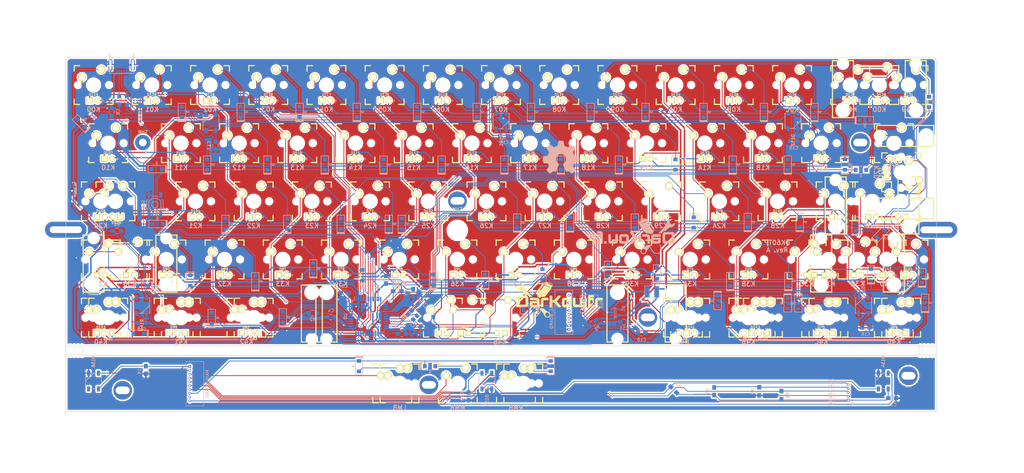
<source format=kicad_pcb>
(kicad_pcb (version 4) (host pcbnew 4.0.5+dfsg1-4)
  (title_block (title "MX/Alps HHKB") (date 2017-05-22) (rev A.1) (company DarKou))
  (layers (0 F.Cu signal) (31 B.Cu signal) (34 B.Paste user) (35 F.Paste user) (36 B.SilkS user) (37 F.SilkS user hide) (38 B.Mask user) (39 F.Mask user) (44 Edge.Cuts user))
  (net 0 "")
  (net 1 GND)
  (net 2 "Net-(C8-Pad1)")
  (net 3 "Net-(D1-Pad2)")
  (net 4 "Net-(D2-Pad2)")
  (net 5 "Net-(D3-Pad2)")
  (net 6 "Net-(D4-Pad2)")
  (net 7 "Net-(D5-Pad2)")
  (net 8 "Net-(D6-Pad2)")
  (net 9 "Net-(D7-Pad2)")
  (net 10 "Net-(D8-Pad2)")
  (net 11 "Net-(D9-Pad2)")
  (net 12 "Net-(D10-Pad2)")
  (net 13 "Net-(D11-Pad2)")
  (net 14 "Net-(D12-Pad2)")
  (net 15 "Net-(D13-Pad2)")
  (net 16 "Net-(D14-Pad2)")
  (net 17 "Net-(D15-Pad2)")
  (net 18 "Net-(D16-Pad2)")
  (net 19 "Net-(D17-Pad2)")
  (net 20 "Net-(D18-Pad2)")
  (net 21 "Net-(D19-Pad2)")
  (net 22 "Net-(D21-Pad2)")
  (net 23 "Net-(D22-Pad2)")
  (net 24 "Net-(D23-Pad2)")
  (net 25 "Net-(D24-Pad2)")
  (net 26 "Net-(D26-Pad2)")
  (net 27 "Net-(D27-Pad2)")
  (net 28 "Net-(D28-Pad2)")
  (net 29 "Net-(D29-Pad2)")
  (net 30 "Net-(D31-Pad2)")
  (net 31 "Net-(D32-Pad2)")
  (net 32 "Net-(D33-Pad2)")
  (net 33 "Net-(D34-Pad2)")
  (net 34 "Net-(D35-Pad2)")
  (net 35 "Net-(D36-Pad2)")
  (net 36 "Net-(D37-Pad2)")
  (net 37 "Net-(D38-Pad2)")
  (net 38 "Net-(D39-Pad2)")
  (net 39 "Net-(D40-Pad2)")
  (net 40 "Net-(D41-Pad2)")
  (net 41 "Net-(D42-Pad2)")
  (net 42 "Net-(D43-Pad2)")
  (net 43 "Net-(D44-Pad2)")
  (net 44 "Net-(D45-Pad2)")
  (net 45 "Net-(D46-Pad2)")
  (net 46 "Net-(D47-Pad2)")
  (net 47 "Net-(D48-Pad2)")
  (net 48 "Net-(D49-Pad2)")
  (net 49 "Net-(D50-Pad2)")
  (net 50 "Net-(D51-Pad2)")
  (net 51 "Net-(D52-Pad2)")
  (net 52 "Net-(D53-Pad2)")
  (net 53 "Net-(D54-Pad2)")
  (net 54 "Net-(D55-Pad2)")
  (net 55 "Net-(D56-Pad2)")
  (net 56 "Net-(D57-Pad2)")
  (net 57 "Net-(D58-Pad2)")
  (net 58 "Net-(D59-Pad2)")
  (net 59 "Net-(D60-Pad2)")
  (net 60 "Net-(J1-Pad2)")
  (net 61 "Net-(J1-Pad3)")
  (net 62 "Net-(J1-Pad4)")
  (net 63 "Net-(R3-Pad1)")
  (net 64 "Net-(R4-Pad2)")
  (net 65 "Net-(U0-Pad42)")
  (net 66 "Net-(LD1-Pad2)")
  (net 67 D2)
  (net 68 D5)
  (net 69 "Net-(D61-Pad2)")
  (net 70 "Net-(D62-Pad2)")
  (net 71 "Net-(D63-Pad2)")
  (net 72 "Net-(U0-Pad41)")
  (net 73 "Net-(D64-Pad2)")
  (net 74 "Net-(D65-Pad2)")
  (net 75 "Net-(D66-Pad2)")
  (net 76 "Net-(D67-Pad2)")
  (net 77 "Net-(D68-Pad2)")
  (net 78 "Net-(R2-Pad2)")
  (net 79 VCC)
  (net 80 "Net-(C9-Pad1)")
  (net 81 LED_AN)
  (net 82 "Net-(L1-Pad1)")
  (net 83 LED_CATH)
  (net 84 BACKLIT)
  (net 85 CAPS_LED)
  (net 86 Row4)
  (net 87 Col3)
  (net 88 Col4)
  (net 89 Col5)
  (net 90 Row0)
  (net 91 Row1)
  (net 92 Row2)
  (net 93 Row3)
  (net 94 Col0)
  (net 95 Col1)
  (net 96 Col2)
  (net 97 ColD)
  (net 98 ColC)
  (net 99 Col6)
  (net 100 Col7)
  (net 101 Col8)
  (net 102 Col9)
  (net 103 ColA)
  (net 104 ColB)
  (net 105 "Net-(K50-Pad2)")
  (net 106 "Net-(K50-Pad1)")
  (net 107 RESET)
  (net 108 XTAL1)
  (net 109 XTAL2)
  (net 110 "Net-(MH2-Pad1)")
  (net 111 "Net-(X1-Pad3)")
  (net 112 "Net-(MH7-Pad1)")
  (net 113 RGB)
  (net 114 "Net-(D149-Pad2)")
  (net 115 "Net-(D150-Pad2)")
  (net 116 "Net-(D151-Pad2)")
  (net 117 "Net-(D152-Pad2)")
  (net 118 DOUT)
  (net 119 "Net-(DM34-Pad2)")
  (net 120 "Net-(DM44-Pad2)")
  (net 121 "Net-(DM54-Pad2)")
  (net 122 /TRACKPOINT/D5)
  (net 123 /TRACKPOINT/D2)
  (net 124 /TRACKPOINT/Col3)
  (net 125 /TRACKPOINT/Col4)
  (net 126 /TRACKPOINT/Col5)
  (net 127 /TRACKPOINT/Row4)
  (net 128 /TRACKPOINT/RGB)
  (net 129 "Net-(D154-Pad2)")
  (net 130 "Net-(D155-Pad2)")
  (net 131 "Net-(D156-Pad2)")
  (net 132 "Net-(P1-Pad9)")
  (net 133 "Net-(P2-Pad9)")
  (module Footprint:Mx_100 (layer F.Cu) (at 138.23922 128.71429)
    (fp_text reference KM340 hide)
    (fp_text value LMB (at 0 8) (layer B.SilkS) (effects (font (thickness 0.3048)) (justify mirror)))
    (pad HOLE np_thru_hole circle (at 0 0) (size 3.9878 3.9878) (drill 3.9878) (layers *.Cu))
    (pad HOLE np_thru_hole circle (at -5.08 0) (size 1.7018 1.7018) (drill 1.7018) (layers *.Cu))
    (pad HOLE np_thru_hole circle (at 5.08 0) (size 1.7018 1.7018) (drill 1.7018) (layers *.Cu))
    (pad 1 thru_hole circle (at -3.81 -2.54 330.95) (size 2.5 2.5) (drill 1.5) (layers *.Cu *.Mask F.SilkS) (net 124 /TRACKPOINT/Col3))
    (pad 2 thru_hole circle (at 2.54 -5.08 356.1) (size 2.5 2.5) (drill 1.5) (layers *.Cu *.Mask F.SilkS) (net 119 "Net-(DM34-Pad2)"))
  )
  (module Footprint:BreakHoles (layer F.Cu) (at 311.20172 119.54804 90)
    (fp_text reference M2)
    (fp_text value MISC)
    (pad "" np_thru_hole circle (at 0 0 90) (size 0.8 0.8) (drill 0.7) (layers *.Cu *.Mask F.SilkS))
    (pad "" np_thru_hole circle (at 0 -1.27 90) (size 0.8 0.8) (drill 0.7) (layers *.Cu *.Mask F.SilkS))
    (pad "" np_thru_hole circle (at 0 -2.54 90) (size 0.8 0.8) (drill 0.7) (layers *.Cu *.Mask F.SilkS))
    (pad "" np_thru_hole circle (at 0 1.27 90) (size 0.8 0.8) (drill 0.7) (layers *.Cu *.Mask F.SilkS))
    (pad "" np_thru_hole circle (at 0 2.54 90) (size 0.8 0.8) (drill 0.7) (layers *.Cu *.Mask F.SilkS))
  )
  (module Footprint:MXST (layer F.Cu) (at 114.3 107.15625 180)
    (fp_text reference MXST hide)
    (fp_text value VAL** hide)
    (pad "" np_thru_hole circle (at 0 -6.985 180) (size 3.048 3.048) (drill 3.048) (layers *.Cu *.Mask))
    (pad "" np_thru_hole circle (at 0 8.255 180) (size 3.9802 3.9802) (drill 3.9802) (layers *.Cu *.Mask))
  )
  (module Footprint:MXST (layer F.Cu) (at 228.6 107.15625 180)
    (fp_text reference MXST hide)
    (fp_text value VAL** hide)
    (pad "" np_thru_hole circle (at 0 -6.985 180) (size 3.048 3.048) (drill 3.048) (layers *.Cu *.Mask))
    (pad "" np_thru_hole circle (at 0 8.255 180) (size 3.9802 3.9802) (drill 3.9802) (layers *.Cu *.Mask))
  )
  (module Footprint:MXST (layer F.Cu) (at 209.55 107.15625 180)
    (fp_text reference MXST hide)
    (fp_text value VAL** hide)
    (pad "" np_thru_hole circle (at 0 -6.985 180) (size 3.048 3.048) (drill 3.048) (layers *.Cu *.Mask))
    (pad "" np_thru_hole circle (at 0 8.255 180) (size 3.9802 3.9802) (drill 3.9802) (layers *.Cu *.Mask))
  )
  (module Footprint:MXST (layer F.Cu) (at 109.5375 107.15625 180)
    (fp_text reference MXST hide)
    (fp_text value VAL** hide)
    (pad "" np_thru_hole circle (at 0 -6.985 180) (size 3.048 3.048) (drill 3.048) (layers *.Cu *.Mask))
    (pad "" np_thru_hole circle (at 0 8.255 180) (size 3.9802 3.9802) (drill 3.9802) (layers *.Cu *.Mask))
  )
  (module Footprint:MXST (layer F.Cu) (at 300.0375 88.10625)
    (fp_text reference MXST hide)
    (fp_text value VAL** hide)
    (pad "" np_thru_hole circle (at 0 -6.985) (size 3.048 3.048) (drill 3.048) (layers *.Cu *.Mask))
    (pad "" np_thru_hole circle (at 0 8.255) (size 3.9802 3.9802) (drill 3.9802) (layers *.Cu *.Mask))
  )
  (module Footprint:MXST (layer F.Cu) (at 276.225 88.10625)
    (fp_text reference MXST hide)
    (fp_text value VAL** hide)
    (pad "" np_thru_hole circle (at 0 -6.985) (size 3.048 3.048) (drill 3.048) (layers *.Cu *.Mask))
    (pad "" np_thru_hole circle (at 0 8.255) (size 3.9802 3.9802) (drill 3.9802) (layers *.Cu *.Mask))
  )
  (module Footprint:MXST (layer F.Cu) (at 302.41875 47.62625 90)
    (fp_text reference MXST hide)
    (fp_text value VAL** hide)
    (pad "" np_thru_hole circle (at 0 -6.985 90) (size 3.048 3.048) (drill 3.048) (layers *.Cu *.Mask))
    (pad "" np_thru_hole circle (at 0 8.255 90) (size 3.9802 3.9802) (drill 3.9802) (layers *.Cu *.Mask))
  )
  (module Footprint:MXST (layer F.Cu) (at 302.41875 71.4375 90)
    (fp_text reference MXST hide)
    (fp_text value VAL** hide)
    (pad "" np_thru_hole circle (at 0 -6.985 90) (size 3.048 3.048) (drill 3.048) (layers *.Cu *.Mask))
    (pad "" np_thru_hole circle (at 0 8.255 90) (size 3.9802 3.9802) (drill 3.9802) (layers *.Cu *.Mask))
  )
  (module Footprint:MXST (layer F.Cu) (at 280.9875 69.05625)
    (fp_text reference MXST hide)
    (fp_text value VAL** hide)
    (pad "" np_thru_hole circle (at 0 -6.985) (size 3.048 3.048) (drill 3.048) (layers *.Cu *.Mask))
    (pad "" np_thru_hole circle (at 0 8.255) (size 3.9802 3.9802) (drill 3.9802) (layers *.Cu *.Mask))
  )
  (module Footprint:MXST (layer F.Cu) (at 304.8 69.05625)
    (fp_text reference MXST hide)
    (fp_text value VAL** hide)
    (pad "" np_thru_hole circle (at 0 -6.985) (size 3.048 3.048) (drill 3.048) (layers *.Cu *.Mask))
    (pad "" np_thru_hole circle (at 0 8.255) (size 3.9802 3.9802) (drill 3.9802) (layers *.Cu *.Mask))
  )
  (module Footprint:MXST (layer F.Cu) (at 307.18125 30.95625)
    (fp_text reference MXST hide)
    (fp_text value VAL** hide)
    (pad "" np_thru_hole circle (at 0 -6.985) (size 3.048 3.048) (drill 3.048) (layers *.Cu *.Mask))
    (pad "" np_thru_hole circle (at 0 8.255) (size 3.9802 3.9802) (drill 3.9802) (layers *.Cu *.Mask))
  )
  (module Footprint:MXST (layer F.Cu) (at 283.36875 30.95625)
    (fp_text reference MXST hide)
    (fp_text value VAL** hide)
    (pad "" np_thru_hole circle (at 0 -6.985) (size 3.048 3.048) (drill 3.048) (layers *.Cu *.Mask))
    (pad "" np_thru_hole circle (at 0 8.255) (size 3.9802 3.9802) (drill 3.9802) (layers *.Cu *.Mask))
  )
  (module Footprint:MXST (layer F.Cu) (at 61.9125 88.10625)
    (fp_text reference MXST hide)
    (fp_text value VAL** hide)
    (pad "" np_thru_hole circle (at 0 -6.985) (size 3.048 3.048) (drill 3.048) (layers *.Cu *.Mask))
    (pad "" np_thru_hole circle (at 0 8.255) (size 3.9802 3.9802) (drill 3.9802) (layers *.Cu *.Mask))
  )
  (module Capacitors_SMD:C_0805_HandSoldering (layer B.Cu) (at 145.21172 101.81304 45)
    (fp_text reference C1 (at 0 2.1 45) (layer B.SilkS) (effects (justify mirror)))
    (fp_text value 22p)
    (pad 1 smd rect (at -1.25 0 45) (size 1.5 1.25) (layers B.Cu B.Paste B.Mask) (net 108 XTAL1))
    (pad 2 smd rect (at 1.25 0 45) (size 1.5 1.25) (layers B.Cu B.Paste B.Mask) (net 1 GND))
  )
  (module Capacitors_SMD:C_0805_HandSoldering (layer B.Cu) (at 144.21172 111.06304 225)
    (fp_text reference C2 (at 0 2.1 225) (layer B.SilkS) (effects (justify mirror)))
    (fp_text value 22p)
    (pad 1 smd rect (at -1.25 0 225) (size 1.5 1.25) (layers B.Cu B.Paste B.Mask) (net 109 XTAL2))
    (pad 2 smd rect (at 1.25 0 225) (size 1.5 1.25) (layers B.Cu B.Paste B.Mask) (net 1 GND))
  )
  (module Capacitors_SMD:C_0805_HandSoldering (layer B.Cu) (at 133.7875 94.7575 90)
    (fp_text reference C3 (at 0 2.1 90) (layer B.SilkS) (effects (justify mirror)))
    (fp_text value 0.1u hide)
    (pad 1 smd rect (at -1.25 0 90) (size 1.5 1.25) (layers B.Cu B.Paste B.Mask) (net 79 VCC))
    (pad 2 smd rect (at 1.25 0 90) (size 1.5 1.25) (layers B.Cu B.Paste B.Mask) (net 1 GND))
  )
  (module Capacitors_SMD:C_0805_HandSoldering (layer B.Cu) (at 115.75 107 180)
    (fp_text reference C4 (at 0 2.1 180) (layer B.SilkS) (effects (justify mirror)))
    (fp_text value 0.1u hide)
    (pad 1 smd rect (at -1.25 0 180) (size 1.5 1.25) (layers B.Cu B.Paste B.Mask) (net 79 VCC))
    (pad 2 smd rect (at 1.25 0 180) (size 1.5 1.25) (layers B.Cu B.Paste B.Mask) (net 1 GND))
  )
  (module Capacitors_SMD:C_0805_HandSoldering (layer B.Cu) (at 120.25 99 180)
    (fp_text reference C5 (at 0 2.1 180) (layer B.SilkS) (effects (justify mirror)))
    (fp_text value 0.1u)
    (pad 1 smd rect (at -1.25 0 180) (size 1.5 1.25) (layers B.Cu B.Paste B.Mask) (net 79 VCC))
    (pad 2 smd rect (at 1.25 0 180) (size 1.5 1.25) (layers B.Cu B.Paste B.Mask) (net 1 GND))
  )
  (module Capacitors_SMD:C_0805_HandSoldering (layer B.Cu) (at 139 112.5)
    (fp_text reference C6 (at 0 2.1) (layer B.SilkS) (effects (justify mirror)))
    (fp_text value 0.1u)
    (pad 1 smd rect (at -1.25 0) (size 1.5 1.25) (layers B.Cu B.Paste B.Mask) (net 79 VCC))
    (pad 2 smd rect (at 1.25 0) (size 1.5 1.25) (layers B.Cu B.Paste B.Mask) (net 1 GND))
  )
  (module Capacitors_SMD:C_0805_HandSoldering (layer B.Cu) (at 142.71172 99.06304 270)
    (fp_text reference C7 (at 0 2.1 270) (layer B.SilkS) (effects (justify mirror)))
    (fp_text value 4.7u)
    (pad 1 smd rect (at -1.25 0 270) (size 1.5 1.25) (layers B.Cu B.Paste B.Mask) (net 79 VCC))
    (pad 2 smd rect (at 1.25 0 270) (size 1.5 1.25) (layers B.Cu B.Paste B.Mask) (net 1 GND))
  )
  (module Capacitors_SMD:C_0805_HandSoldering (layer B.Cu) (at 44 39.75 90)
    (fp_text reference C8 (at 0 2.1 90) (layer B.SilkS) (effects (justify mirror)))
    (fp_text value 1u)
    (pad 1 smd rect (at -1.25 0 90) (size 1.5 1.25) (layers B.Cu B.Paste B.Mask) (net 2 "Net-(C8-Pad1)"))
    (pad 2 smd rect (at 1.25 0 90) (size 1.5 1.25) (layers B.Cu B.Paste B.Mask) (net 1 GND))
  )
  (module Capacitors_SMD:C_0805_HandSoldering (layer B.Cu) (at 241.21172 131.31304 270)
    (fp_text reference C9 (at 0 2.1 270) (layer B.SilkS) (effects (justify mirror)))
    (fp_text value 2.2u)
    (pad 1 smd rect (at -1.25 0 270) (size 1.5 1.25) (layers B.Cu B.Paste B.Mask) (net 80 "Net-(C9-Pad1)"))
    (pad 2 smd rect (at 1.25 0 270) (size 1.5 1.25) (layers B.Cu B.Paste B.Mask) (net 79 VCC))
  )
  (module Footprint:D_SOD123 (layer B.Cu) (at 34 43.5 135)
    (fp_text reference D1 hide)
    (fp_text value D (at 0 1.925 135) (layer B.SilkS) (effects (font (size 0.8 0.8)) (justify mirror)))
    (pad 2 smd rect (at 1.7 0 135) (size 1.2 1.4) (layers B.Cu B.Paste B.Mask) (net 3 "Net-(D1-Pad2)"))
    (pad 1 smd rect (at -1.7 0 135) (size 1.2 1.4) (layers B.Cu B.Paste B.Mask) (net 90 Row0))
  )
  (module Footprint:D_SOD123 (layer B.Cu) (at 58.75 58.5 180)
    (fp_text reference D2 hide)
    (fp_text value D (at 0 1.925 180) (layer B.SilkS) (effects (font (size 0.8 0.8)) (justify mirror)))
    (pad 2 smd rect (at 1.7 0 180) (size 1.2 1.4) (layers B.Cu B.Paste B.Mask) (net 4 "Net-(D2-Pad2)"))
    (pad 1 smd rect (at -1.7 0 180) (size 1.2 1.4) (layers B.Cu B.Paste B.Mask) (net 91 Row1))
  )
  (module Footprint:D_SOD123 (layer B.Cu) (at 59 76.5 180)
    (fp_text reference D3 hide)
    (fp_text value D (at 0 1.925 180) (layer B.SilkS) (effects (font (size 0.8 0.8)) (justify mirror)))
    (pad 2 smd rect (at 1.7 0 180) (size 1.2 1.4) (layers B.Cu B.Paste B.Mask) (net 5 "Net-(D3-Pad2)"))
    (pad 1 smd rect (at -1.7 0 180) (size 1.2 1.4) (layers B.Cu B.Paste B.Mask) (net 92 Row2))
  )
  (module Footprint:D_SOD123 (layer B.Cu) (at 54.25 96.75 180)
    (fp_text reference D4 hide)
    (fp_text value D (at 0 1.925 180) (layer B.SilkS) (effects (font (size 0.8 0.8)) (justify mirror)))
    (pad 2 smd rect (at 1.7 0 180) (size 1.2 1.4) (layers B.Cu B.Paste B.Mask) (net 6 "Net-(D4-Pad2)"))
    (pad 1 smd rect (at -1.7 0 180) (size 1.2 1.4) (layers B.Cu B.Paste B.Mask) (net 93 Row3))
  )
  (module Footprint:D_SOD123 (layer B.Cu) (at 52.82172 112.44304 180)
    (fp_text reference D5 hide)
    (fp_text value D (at 0 1.925 180) (layer B.SilkS) (effects (font (size 0.8 0.8)) (justify mirror)))
    (pad 2 smd rect (at 1.7 0 180) (size 1.2 1.4) (layers B.Cu B.Paste B.Mask) (net 7 "Net-(D5-Pad2)"))
    (pad 1 smd rect (at -1.7 0 180) (size 1.2 1.4) (layers B.Cu B.Paste B.Mask) (net 86 Row4))
  )
  (module Footprint:D_SOD123 (layer B.Cu) (at 67 39.75 90)
    (fp_text reference D6 hide)
    (fp_text value D (at 0 1.925 90) (layer B.SilkS) (effects (font (size 0.8 0.8)) (justify mirror)))
    (pad 2 smd rect (at 1.7 0 90) (size 1.2 1.4) (layers B.Cu B.Paste B.Mask) (net 8 "Net-(D6-Pad2)"))
    (pad 1 smd rect (at -1.7 0 90) (size 1.2 1.4) (layers B.Cu B.Paste B.Mask) (net 90 Row0))
  )
  (module Footprint:D_SOD123 (layer B.Cu) (at 75.25 57 90)
    (fp_text reference D7 hide)
    (fp_text value D (at 0 1.925 90) (layer B.SilkS) (effects (font (size 0.8 0.8)) (justify mirror)))
    (pad 2 smd rect (at 1.7 0 90) (size 1.2 1.4) (layers B.Cu B.Paste B.Mask) (net 9 "Net-(D7-Pad2)"))
    (pad 1 smd rect (at -1.7 0 90) (size 1.2 1.4) (layers B.Cu B.Paste B.Mask) (net 91 Row1))
  )
  (module Footprint:D_SOD123 (layer B.Cu) (at 81.22875 76.40625 90)
    (fp_text reference D8 hide)
    (fp_text value D (at 0 1.925 90) (layer B.SilkS) (effects (font (size 0.8 0.8)) (justify mirror)))
    (pad 2 smd rect (at 1.7 0 90) (size 1.2 1.4) (layers B.Cu B.Paste B.Mask) (net 10 "Net-(D8-Pad2)"))
    (pad 1 smd rect (at -1.7 0 90) (size 1.2 1.4) (layers B.Cu B.Paste B.Mask) (net 92 Row2))
  )
  (module Footprint:D_SOD123 (layer B.Cu) (at 69.75 95 90)
    (fp_text reference D9 hide)
    (fp_text value D (at 0 1.925 90) (layer B.SilkS) (effects (font (size 0.8 0.8)) (justify mirror)))
    (pad 2 smd rect (at 1.7 0 90) (size 1.2 1.4) (layers B.Cu B.Paste B.Mask) (net 11 "Net-(D9-Pad2)"))
    (pad 1 smd rect (at -1.7 0 90) (size 1.2 1.4) (layers B.Cu B.Paste B.Mask) (net 93 Row3))
  )
  (module Footprint:D_SOD123 (layer B.Cu) (at 76.75 107.25 90)
    (fp_text reference D10 hide)
    (fp_text value D (at 0 1.925 90) (layer B.SilkS) (effects (font (size 0.8 0.8)) (justify mirror)))
    (pad 2 smd rect (at 1.7 0 90) (size 1.2 1.4) (layers B.Cu B.Paste B.Mask) (net 12 "Net-(D10-Pad2)"))
    (pad 1 smd rect (at -1.7 0 90) (size 1.2 1.4) (layers B.Cu B.Paste B.Mask) (net 86 Row4))
  )
  (module Footprint:D_SOD123 (layer B.Cu) (at 86.25 39.75 90)
    (fp_text reference D11 hide)
    (fp_text value D (at 0 1.925 90) (layer B.SilkS) (effects (font (size 0.8 0.8)) (justify mirror)))
    (pad 2 smd rect (at 1.7 0 90) (size 1.2 1.4) (layers B.Cu B.Paste B.Mask) (net 13 "Net-(D11-Pad2)"))
    (pad 1 smd rect (at -1.7 0 90) (size 1.2 1.4) (layers B.Cu B.Paste B.Mask) (net 90 Row0))
  )
  (module Footprint:D_SOD123 (layer B.Cu) (at 95 57 90)
    (fp_text reference D12 hide)
    (fp_text value D (at 0 1.925 90) (layer B.SilkS) (effects (font (size 0.8 0.8)) (justify mirror)))
    (pad 2 smd rect (at 1.7 0 90) (size 1.2 1.4) (layers B.Cu B.Paste B.Mask) (net 14 "Net-(D12-Pad2)"))
    (pad 1 smd rect (at -1.7 0 90) (size 1.2 1.4) (layers B.Cu B.Paste B.Mask) (net 91 Row1))
  )
  (module Footprint:D_SOD123 (layer B.Cu) (at 101.47875 76.40625 90)
    (fp_text reference D13 hide)
    (fp_text value D (at 0 1.925 90) (layer B.SilkS) (effects (font (size 0.8 0.8)) (justify mirror)))
    (pad 2 smd rect (at 1.7 0 90) (size 1.2 1.4) (layers B.Cu B.Paste B.Mask) (net 15 "Net-(D13-Pad2)"))
    (pad 1 smd rect (at -1.7 0 90) (size 1.2 1.4) (layers B.Cu B.Paste B.Mask) (net 92 Row2))
  )
  (module Footprint:D_SOD123 (layer B.Cu) (at 91 95.25 90)
    (fp_text reference D14 hide)
    (fp_text value D (at 0 1.925 90) (layer B.SilkS) (effects (font (size 0.8 0.8)) (justify mirror)))
    (pad 2 smd rect (at 1.7 0 90) (size 1.2 1.4) (layers B.Cu B.Paste B.Mask) (net 16 "Net-(D14-Pad2)"))
    (pad 1 smd rect (at -1.7 0 90) (size 1.2 1.4) (layers B.Cu B.Paste B.Mask) (net 93 Row3))
  )
  (module Footprint:D_SOD123 (layer B.Cu) (at 100.0375 107.0075 90)
    (fp_text reference D15 hide)
    (fp_text value D (at 0 1.925 90) (layer B.SilkS) (effects (font (size 0.8 0.8)) (justify mirror)))
    (pad 2 smd rect (at 1.7 0 90) (size 1.2 1.4) (layers B.Cu B.Paste B.Mask) (net 17 "Net-(D15-Pad2)"))
    (pad 1 smd rect (at -1.7 0 90) (size 1.2 1.4) (layers B.Cu B.Paste B.Mask) (net 86 Row4))
  )
  (module Footprint:D_SOD123 (layer B.Cu) (at 105.5 39.75 90)
    (fp_text reference D16 hide)
    (fp_text value D (at 0 1.925 90) (layer B.SilkS) (effects (font (size 0.8 0.8)) (justify mirror)))
    (pad 2 smd rect (at 1.7 0 90) (size 1.2 1.4) (layers B.Cu B.Paste B.Mask) (net 18 "Net-(D16-Pad2)"))
    (pad 1 smd rect (at -1.7 0 90) (size 1.2 1.4) (layers B.Cu B.Paste B.Mask) (net 90 Row0))
  )
  (module Footprint:D_SOD123 (layer B.Cu) (at 113.75 57 90)
    (fp_text reference D17 hide)
    (fp_text value D (at 0 1.925 90) (layer B.SilkS) (effects (font (size 0.8 0.8)) (justify mirror)))
    (pad 2 smd rect (at 1.7 0 90) (size 1.2 1.4) (layers B.Cu B.Paste B.Mask) (net 19 "Net-(D17-Pad2)"))
    (pad 1 smd rect (at -1.7 0 90) (size 1.2 1.4) (layers B.Cu B.Paste B.Mask) (net 91 Row1))
  )
  (module Footprint:D_SOD123 (layer B.Cu) (at 118.97875 76.40625 90)
    (fp_text reference D18 hide)
    (fp_text value D (at 0 1.925 90) (layer B.SilkS) (effects (font (size 0.8 0.8)) (justify mirror)))
    (pad 2 smd rect (at 1.7 0 90) (size 1.2 1.4) (layers B.Cu B.Paste B.Mask) (net 20 "Net-(D18-Pad2)"))
    (pad 1 smd rect (at -1.7 0 90) (size 1.2 1.4) (layers B.Cu B.Paste B.Mask) (net 92 Row2))
  )
  (module Footprint:D_SOD123 (layer B.Cu) (at 110 91 90)
    (fp_text reference D19 hide)
    (fp_text value D (at 0 1.925 90) (layer B.SilkS) (effects (font (size 0.8 0.8)) (justify mirror)))
    (pad 2 smd rect (at 1.7 0 90) (size 1.2 1.4) (layers B.Cu B.Paste B.Mask) (net 21 "Net-(D19-Pad2)"))
    (pad 1 smd rect (at -1.7 0 90) (size 1.2 1.4) (layers B.Cu B.Paste B.Mask) (net 93 Row3))
  )
  (module Footprint:D_SOD123 (layer B.Cu) (at 124.25 39.75 90)
    (fp_text reference D21 hide)
    (fp_text value D (at 0 1.925 90) (layer B.SilkS) (effects (font (size 0.8 0.8)) (justify mirror)))
    (pad 2 smd rect (at 1.7 0 90) (size 1.2 1.4) (layers B.Cu B.Paste B.Mask) (net 22 "Net-(D21-Pad2)"))
    (pad 1 smd rect (at -1.7 0 90) (size 1.2 1.4) (layers B.Cu B.Paste B.Mask) (net 90 Row0))
  )
  (module Footprint:D_SOD123 (layer B.Cu) (at 133 57 90)
    (fp_text reference D22 hide)
    (fp_text value D (at 0 1.925 90) (layer B.SilkS) (effects (font (size 0.8 0.8)) (justify mirror)))
    (pad 2 smd rect (at 1.7 0 90) (size 1.2 1.4) (layers B.Cu B.Paste B.Mask) (net 23 "Net-(D22-Pad2)"))
    (pad 1 smd rect (at -1.7 0 90) (size 1.2 1.4) (layers B.Cu B.Paste B.Mask) (net 91 Row1))
  )
  (module Footprint:D_SOD123 (layer B.Cu) (at 134.72875 76.40625 90)
    (fp_text reference D23 hide)
    (fp_text value D (at 0 1.925 90) (layer B.SilkS) (effects (font (size 0.8 0.8)) (justify mirror)))
    (pad 2 smd rect (at 1.7 0 90) (size 1.2 1.4) (layers B.Cu B.Paste B.Mask) (net 24 "Net-(D23-Pad2)"))
    (pad 1 smd rect (at -1.7 0 90) (size 1.2 1.4) (layers B.Cu B.Paste B.Mask) (net 92 Row2))
  )
  (module Footprint:D_SOD123 (layer B.Cu) (at 126 93.25 90)
    (fp_text reference D24 hide)
    (fp_text value D (at 0 1.925 90) (layer B.SilkS) (effects (font (size 0.8 0.8)) (justify mirror)))
    (pad 2 smd rect (at 1.7 0 90) (size 1.2 1.4) (layers B.Cu B.Paste B.Mask) (net 25 "Net-(D24-Pad2)"))
    (pad 1 smd rect (at -1.7 0 90) (size 1.2 1.4) (layers B.Cu B.Paste B.Mask) (net 93 Row3))
  )
  (module Footprint:D_SOD123 (layer B.Cu) (at 144 39.75 90)
    (fp_text reference D26 hide)
    (fp_text value D (at 0 1.925 90) (layer B.SilkS) (effects (font (size 0.8 0.8)) (justify mirror)))
    (pad 2 smd rect (at 1.7 0 90) (size 1.2 1.4) (layers B.Cu B.Paste B.Mask) (net 26 "Net-(D26-Pad2)"))
    (pad 1 smd rect (at -1.7 0 90) (size 1.2 1.4) (layers B.Cu B.Paste B.Mask) (net 90 Row0))
  )
  (module Footprint:D_SOD123 (layer B.Cu) (at 152 57 90)
    (fp_text reference D27 hide)
    (fp_text value D (at 0 1.925 90) (layer B.SilkS) (effects (font (size 0.8 0.8)) (justify mirror)))
    (pad 2 smd rect (at 1.7 0 90) (size 1.2 1.4) (layers B.Cu B.Paste B.Mask) (net 27 "Net-(D27-Pad2)"))
    (pad 1 smd rect (at -1.7 0 90) (size 1.2 1.4) (layers B.Cu B.Paste B.Mask) (net 91 Row1))
  )
  (module Footprint:D_SOD123 (layer B.Cu) (at 138.97875 76.40625 90)
    (fp_text reference D28 hide)
    (fp_text value D (at 0 1.925 90) (layer B.SilkS) (effects (font (size 0.8 0.8)) (justify mirror)))
    (pad 2 smd rect (at 1.7 0 90) (size 1.2 1.4) (layers B.Cu B.Paste B.Mask) (net 28 "Net-(D28-Pad2)"))
    (pad 1 smd rect (at -1.7 0 90) (size 1.2 1.4) (layers B.Cu B.Paste B.Mask) (net 92 Row2))
  )
  (module Footprint:D_SOD123 (layer B.Cu) (at 149.25 94.75 90)
    (fp_text reference D29 hide)
    (fp_text value D (at 0 1.925 90) (layer B.SilkS) (effects (font (size 0.8 0.8)) (justify mirror)))
    (pad 2 smd rect (at 1.7 0 90) (size 1.2 1.4) (layers B.Cu B.Paste B.Mask) (net 29 "Net-(D29-Pad2)"))
    (pad 1 smd rect (at -1.7 0 90) (size 1.2 1.4) (layers B.Cu B.Paste B.Mask) (net 93 Row3))
  )
  (module Footprint:D_SOD123 (layer B.Cu) (at 163.5 39.75 90)
    (fp_text reference D31 hide)
    (fp_text value D (at 0 1.925 90) (layer B.SilkS) (effects (font (size 0.8 0.8)) (justify mirror)))
    (pad 2 smd rect (at 1.7 0 90) (size 1.2 1.4) (layers B.Cu B.Paste B.Mask) (net 30 "Net-(D31-Pad2)"))
    (pad 1 smd rect (at -1.7 0 90) (size 1.2 1.4) (layers B.Cu B.Paste B.Mask) (net 90 Row0))
  )
  (module Footprint:D_SOD123 (layer B.Cu) (at 172.5375 57.0075 90)
    (fp_text reference D32 hide)
    (fp_text value D (at 0 1.925 90) (layer B.SilkS) (effects (font (size 0.8 0.8)) (justify mirror)))
    (pad 2 smd rect (at 1.7 0 90) (size 1.2 1.4) (layers B.Cu B.Paste B.Mask) (net 31 "Net-(D32-Pad2)"))
    (pad 1 smd rect (at -1.7 0 90) (size 1.2 1.4) (layers B.Cu B.Paste B.Mask) (net 91 Row1))
  )
  (module Footprint:D_SOD123 (layer B.Cu) (at 176.75 76 90)
    (fp_text reference D33 hide)
    (fp_text value D (at 0 1.925 90) (layer B.SilkS) (effects (font (size 0.8 0.8)) (justify mirror)))
    (pad 2 smd rect (at 1.7 0 90) (size 1.2 1.4) (layers B.Cu B.Paste B.Mask) (net 32 "Net-(D33-Pad2)"))
    (pad 1 smd rect (at -1.7 0 90) (size 1.2 1.4) (layers B.Cu B.Paste B.Mask) (net 92 Row2))
  )
  (module Footprint:D_SOD123 (layer B.Cu) (at 166.25 94.75 90)
    (fp_text reference D34 hide)
    (fp_text value D (at 0 1.925 90) (layer B.SilkS) (effects (font (size 0.8 0.8)) (justify mirror)))
    (pad 2 smd rect (at 1.7 0 90) (size 1.2 1.4) (layers B.Cu B.Paste B.Mask) (net 33 "Net-(D34-Pad2)"))
    (pad 1 smd rect (at -1.7 0 90) (size 1.2 1.4) (layers B.Cu B.Paste B.Mask) (net 93 Row3))
  )
  (module Footprint:D_SOD123 (layer B.Cu) (at 180.5 104.75 180)
    (fp_text reference D35 hide)
    (fp_text value D (at 0 1.925 180) (layer B.SilkS) (effects (font (size 0.8 0.8)) (justify mirror)))
    (pad 2 smd rect (at 1.7 0 180) (size 1.2 1.4) (layers B.Cu B.Paste B.Mask) (net 34 "Net-(D35-Pad2)"))
    (pad 1 smd rect (at -1.7 0 180) (size 1.2 1.4) (layers B.Cu B.Paste B.Mask) (net 86 Row4))
  )
  (module Footprint:D_SOD123 (layer B.Cu) (at 181.25 39.75 90)
    (fp_text reference D36 hide)
    (fp_text value D (at 0 1.925 90) (layer B.SilkS) (effects (font (size 0.8 0.8)) (justify mirror)))
    (pad 2 smd rect (at 1.7 0 90) (size 1.2 1.4) (layers B.Cu B.Paste B.Mask) (net 35 "Net-(D36-Pad2)"))
    (pad 1 smd rect (at -1.7 0 90) (size 1.2 1.4) (layers B.Cu B.Paste B.Mask) (net 90 Row0))
  )
  (module Footprint:D_SOD123 (layer B.Cu) (at 191.0375 57.0075 90)
    (fp_text reference D37 hide)
    (fp_text value D (at 0 1.925 90) (layer B.SilkS) (effects (font (size 0.8 0.8)) (justify mirror)))
    (pad 2 smd rect (at 1.7 0 90) (size 1.2 1.4) (layers B.Cu B.Paste B.Mask) (net 36 "Net-(D37-Pad2)"))
    (pad 1 smd rect (at -1.7 0 90) (size 1.2 1.4) (layers B.Cu B.Paste B.Mask) (net 91 Row1))
  )
  (module Footprint:D_SOD123 (layer B.Cu) (at 194 76 90)
    (fp_text reference D38 hide)
    (fp_text value D (at 0 1.925 90) (layer B.SilkS) (effects (font (size 0.8 0.8)) (justify mirror)))
    (pad 2 smd rect (at 1.7 0 90) (size 1.2 1.4) (layers B.Cu B.Paste B.Mask) (net 37 "Net-(D38-Pad2)"))
    (pad 1 smd rect (at -1.7 0 90) (size 1.2 1.4) (layers B.Cu B.Paste B.Mask) (net 92 Row2))
  )
  (module Footprint:D_SOD123 (layer B.Cu) (at 185 93 90)
    (fp_text reference D39 hide)
    (fp_text value D (at 0 1.925 90) (layer B.SilkS) (effects (font (size 0.8 0.8)) (justify mirror)))
    (pad 2 smd rect (at 1.7 0 90) (size 1.2 1.4) (layers B.Cu B.Paste B.Mask) (net 38 "Net-(D39-Pad2)"))
    (pad 1 smd rect (at -1.7 0 90) (size 1.2 1.4) (layers B.Cu B.Paste B.Mask) (net 93 Row3))
  )
  (module Footprint:D_SOD123 (layer B.Cu) (at 200.75 39.75 90)
    (fp_text reference D40 hide)
    (fp_text value D (at 0 1.925 90) (layer B.SilkS) (effects (font (size 0.8 0.8)) (justify mirror)))
    (pad 2 smd rect (at 1.7 0 90) (size 1.2 1.4) (layers B.Cu B.Paste B.Mask) (net 39 "Net-(D40-Pad2)"))
    (pad 1 smd rect (at -1.7 0 90) (size 1.2 1.4) (layers B.Cu B.Paste B.Mask) (net 90 Row0))
  )
  (module Footprint:D_SOD123 (layer B.Cu) (at 210.0375 57.0075 90)
    (fp_text reference D41 hide)
    (fp_text value D (at 0 1.925 90) (layer B.SilkS) (effects (font (size 0.8 0.8)) (justify mirror)))
    (pad 2 smd rect (at 1.7 0 90) (size 1.2 1.4) (layers B.Cu B.Paste B.Mask) (net 40 "Net-(D41-Pad2)"))
    (pad 1 smd rect (at -1.7 0 90) (size 1.2 1.4) (layers B.Cu B.Paste B.Mask) (net 91 Row1))
  )
  (module Footprint:D_SOD123 (layer B.Cu) (at 215.25 76 90)
    (fp_text reference D42 hide)
    (fp_text value D (at 0 1.925 90) (layer B.SilkS) (effects (font (size 0.8 0.8)) (justify mirror)))
    (pad 2 smd rect (at 1.7 0 90) (size 1.2 1.4) (layers B.Cu B.Paste B.Mask) (net 41 "Net-(D42-Pad2)"))
    (pad 1 smd rect (at -1.7 0 90) (size 1.2 1.4) (layers B.Cu B.Paste B.Mask) (net 92 Row2))
  )
  (module Footprint:D_SOD123 (layer B.Cu) (at 206.5 91.5 90)
    (fp_text reference D43 hide)
    (fp_text value D (at 0 1.925 90) (layer B.SilkS) (effects (font (size 0.8 0.8)) (justify mirror)))
    (pad 2 smd rect (at 1.7 0 90) (size 1.2 1.4) (layers B.Cu B.Paste B.Mask) (net 42 "Net-(D43-Pad2)"))
    (pad 1 smd rect (at -1.7 0 90) (size 1.2 1.4) (layers B.Cu B.Paste B.Mask) (net 93 Row3))
  )
  (module Footprint:D_SOD123 (layer B.Cu) (at 218.75 39.75 90)
    (fp_text reference D44 hide)
    (fp_text value D (at 0 1.925 90) (layer B.SilkS) (effects (font (size 0.8 0.8)) (justify mirror)))
    (pad 2 smd rect (at 1.7 0 90) (size 1.2 1.4) (layers B.Cu B.Paste B.Mask) (net 43 "Net-(D44-Pad2)"))
    (pad 1 smd rect (at -1.7 0 90) (size 1.2 1.4) (layers B.Cu B.Paste B.Mask) (net 90 Row0))
  )
  (module Footprint:D_SOD123 (layer B.Cu) (at 228.5375 57.0075 90)
    (fp_text reference D45 hide)
    (fp_text value D (at 0 1.925 90) (layer B.SilkS) (effects (font (size 0.8 0.8)) (justify mirror)))
    (pad 2 smd rect (at 1.7 0 90) (size 1.2 1.4) (layers B.Cu B.Paste B.Mask) (net 44 "Net-(D45-Pad2)"))
    (pad 1 smd rect (at -1.7 0 90) (size 1.2 1.4) (layers B.Cu B.Paste B.Mask) (net 91 Row1))
  )
  (module Footprint:D_SOD123 (layer B.Cu) (at 234.5 76 90)
    (fp_text reference D46 hide)
    (fp_text value D (at 0 1.925 90) (layer B.SilkS) (effects (font (size 0.8 0.8)) (justify mirror)))
    (pad 2 smd rect (at 1.7 0 90) (size 1.2 1.4) (layers B.Cu B.Paste B.Mask) (net 45 "Net-(D46-Pad2)"))
    (pad 1 smd rect (at -1.7 0 90) (size 1.2 1.4) (layers B.Cu B.Paste B.Mask) (net 92 Row2))
  )
  (module Footprint:D_SOD123 (layer B.Cu) (at 222.47875 92.65625 90)
    (fp_text reference D47 hide)
    (fp_text value D (at 0 1.925 90) (layer B.SilkS) (effects (font (size 0.8 0.8)) (justify mirror)))
    (pad 2 smd rect (at 1.7 0 90) (size 1.2 1.4) (layers B.Cu B.Paste B.Mask) (net 46 "Net-(D47-Pad2)"))
    (pad 1 smd rect (at -1.7 0 90) (size 1.2 1.4) (layers B.Cu B.Paste B.Mask) (net 93 Row3))
  )
  (module Footprint:D_SOD123 (layer B.Cu) (at 311.5 36.5 90)
    (fp_text reference D48 hide)
    (fp_text value D (at 0 1.925 90) (layer B.SilkS) (effects (font (size 0.8 0.8)) (justify mirror)))
    (pad 2 smd rect (at 1.7 0 90) (size 1.2 1.4) (layers B.Cu B.Paste B.Mask) (net 47 "Net-(D48-Pad2)"))
    (pad 1 smd rect (at -1.7 0 90) (size 1.2 1.4) (layers B.Cu B.Paste B.Mask) (net 86 Row4))
  )
  (module Footprint:D_SOD123 (layer B.Cu) (at 237.75 39.75 90)
    (fp_text reference D49 hide)
    (fp_text value D (at 0 1.925 90) (layer B.SilkS) (effects (font (size 0.8 0.8)) (justify mirror)))
    (pad 2 smd rect (at 1.7 0 90) (size 1.2 1.4) (layers B.Cu B.Paste B.Mask) (net 48 "Net-(D49-Pad2)"))
    (pad 1 smd rect (at -1.7 0 90) (size 1.2 1.4) (layers B.Cu B.Paste B.Mask) (net 90 Row0))
  )
  (module Footprint:D_SOD123 (layer B.Cu) (at 247.2875 57.0075 90)
    (fp_text reference D50 hide)
    (fp_text value D (at 0 1.925 90) (layer B.SilkS) (effects (font (size 0.8 0.8)) (justify mirror)))
    (pad 2 smd rect (at 1.7 0 90) (size 1.2 1.4) (layers B.Cu B.Paste B.Mask) (net 49 "Net-(D50-Pad2)"))
    (pad 1 smd rect (at -1.7 0 90) (size 1.2 1.4) (layers B.Cu B.Paste B.Mask) (net 91 Row1))
  )
  (module Footprint:D_SOD123 (layer B.Cu) (at 252.21172 75.81304 90)
    (fp_text reference D51 hide)
    (fp_text value D (at 0 1.925 90) (layer B.SilkS) (effects (font (size 0.8 0.8)) (justify mirror)))
    (pad 2 smd rect (at 1.7 0 90) (size 1.2 1.4) (layers B.Cu B.Paste B.Mask) (net 50 "Net-(D51-Pad2)"))
    (pad 1 smd rect (at -1.7 0 90) (size 1.2 1.4) (layers B.Cu B.Paste B.Mask) (net 92 Row2))
  )
  (module Footprint:D_SOD123 (layer B.Cu) (at 246.47875 95.15625 90)
    (fp_text reference D52 hide)
    (fp_text value D (at 0 1.925 90) (layer B.SilkS) (effects (font (size 0.8 0.8)) (justify mirror)))
    (pad 2 smd rect (at 1.7 0 90) (size 1.2 1.4) (layers B.Cu B.Paste B.Mask) (net 51 "Net-(D52-Pad2)"))
    (pad 1 smd rect (at -1.7 0 90) (size 1.2 1.4) (layers B.Cu B.Paste B.Mask) (net 93 Row3))
  )
  (module Footprint:D_SOD123 (layer B.Cu) (at 242.32172 101.69304 270)
    (fp_text reference D53 hide)
    (fp_text value D (at 0 1.925 270) (layer B.SilkS) (effects (font (size 0.8 0.8)) (justify mirror)))
    (pad 2 smd rect (at 1.7 0 270) (size 1.2 1.4) (layers B.Cu B.Paste B.Mask) (net 52 "Net-(D53-Pad2)"))
    (pad 1 smd rect (at -1.7 0 270) (size 1.2 1.4) (layers B.Cu B.Paste B.Mask) (net 86 Row4))
  )
  (module Footprint:D_SOD123 (layer B.Cu) (at 257.5 39.75 90)
    (fp_text reference D54 hide)
    (fp_text value D (at 0 1.925 90) (layer B.SilkS) (effects (font (size 0.8 0.8)) (justify mirror)))
    (pad 2 smd rect (at 1.7 0 90) (size 1.2 1.4) (layers B.Cu B.Paste B.Mask) (net 53 "Net-(D54-Pad2)"))
    (pad 1 smd rect (at -1.7 0 90) (size 1.2 1.4) (layers B.Cu B.Paste B.Mask) (net 90 Row0))
  )
  (module Footprint:D_SOD123 (layer B.Cu) (at 265.2875 57.0075 90)
    (fp_text reference D55 hide)
    (fp_text value D (at 0 1.925 90) (layer B.SilkS) (effects (font (size 0.8 0.8)) (justify mirror)))
    (pad 2 smd rect (at 1.7 0 90) (size 1.2 1.4) (layers B.Cu B.Paste B.Mask) (net 54 "Net-(D55-Pad2)"))
    (pad 1 smd rect (at -1.7 0 90) (size 1.2 1.4) (layers B.Cu B.Paste B.Mask) (net 91 Row1))
  )
  (module Footprint:D_SOD123 (layer B.Cu) (at 269.21172 75.81304 90)
    (fp_text reference D56 hide)
    (fp_text value D (at 0 1.925 90) (layer B.SilkS) (effects (font (size 0.8 0.8)) (justify mirror)))
    (pad 2 smd rect (at 1.7 0 90) (size 1.2 1.4) (layers B.Cu B.Paste B.Mask) (net 55 "Net-(D56-Pad2)"))
    (pad 1 smd rect (at -1.7 0 90) (size 1.2 1.4) (layers B.Cu B.Paste B.Mask) (net 92 Row2))
  )
  (module Footprint:D_SOD123 (layer B.Cu) (at 265.47875 95.15625 90)
    (fp_text reference D57 hide)
    (fp_text value D (at 0 1.925 90) (layer B.SilkS) (effects (font (size 0.8 0.8)) (justify mirror)))
    (pad 2 smd rect (at 1.7 0 90) (size 1.2 1.4) (layers B.Cu B.Paste B.Mask) (net 56 "Net-(D57-Pad2)"))
    (pad 1 smd rect (at -1.7 0 90) (size 1.2 1.4) (layers B.Cu B.Paste B.Mask) (net 93 Row3))
  )
  (module Footprint:D_SOD123 (layer B.Cu) (at 265.25 102.5 270)
    (fp_text reference D58 hide)
    (fp_text value D (at 0 1.925 270) (layer B.SilkS) (effects (font (size 0.8 0.8)) (justify mirror)))
    (pad 2 smd rect (at 1.7 0 270) (size 1.2 1.4) (layers B.Cu B.Paste B.Mask) (net 57 "Net-(D58-Pad2)"))
    (pad 1 smd rect (at -1.7 0 270) (size 1.2 1.4) (layers B.Cu B.Paste B.Mask) (net 86 Row4))
  )
  (module Footprint:D_SOD123 (layer B.Cu) (at 274 39.75 90)
    (fp_text reference D59 hide)
    (fp_text value D (at 0 1.925 90) (layer B.SilkS) (effects (font (size 0.8 0.8)) (justify mirror)))
    (pad 2 smd rect (at 1.7 0 90) (size 1.2 1.4) (layers B.Cu B.Paste B.Mask) (net 58 "Net-(D59-Pad2)"))
    (pad 1 smd rect (at -1.7 0 90) (size 1.2 1.4) (layers B.Cu B.Paste B.Mask) (net 90 Row0))
  )
  (module Footprint:D_SOD123 (layer B.Cu) (at 284 57 90)
    (fp_text reference D60 hide)
    (fp_text value D (at 0 1.925 90) (layer B.SilkS) (effects (font (size 0.8 0.8)) (justify mirror)))
    (pad 2 smd rect (at 1.7 0 90) (size 1.2 1.4) (layers B.Cu B.Paste B.Mask) (net 59 "Net-(D60-Pad2)"))
    (pad 1 smd rect (at -1.7 0 90) (size 1.2 1.4) (layers B.Cu B.Paste B.Mask) (net 91 Row1))
  )
  (module Footprint:D_SOD123 (layer B.Cu) (at 287.5 77 90)
    (fp_text reference D61 hide)
    (fp_text value D (at 0 1.925 90) (layer B.SilkS) (effects (font (size 0.8 0.8)) (justify mirror)))
    (pad 2 smd rect (at 1.7 0 90) (size 1.2 1.4) (layers B.Cu B.Paste B.Mask) (net 69 "Net-(D61-Pad2)"))
    (pad 1 smd rect (at -1.7 0 90) (size 1.2 1.4) (layers B.Cu B.Paste B.Mask) (net 92 Row2))
  )
  (module Footprint:D_SOD123 (layer B.Cu) (at 292.57172 92.94304 90)
    (fp_text reference D62 hide)
    (fp_text value D (at 0 1.925 90) (layer B.SilkS) (effects (font (size 0.8 0.8)) (justify mirror)))
    (pad 2 smd rect (at 1.7 0 90) (size 1.2 1.4) (layers B.Cu B.Paste B.Mask) (net 70 "Net-(D62-Pad2)"))
    (pad 1 smd rect (at -1.7 0 90) (size 1.2 1.4) (layers B.Cu B.Paste B.Mask) (net 93 Row3))
  )
  (module Footprint:D_SOD123 (layer B.Cu) (at 268.75 102.5 270)
    (fp_text reference D63 hide)
    (fp_text value D (at 0 1.925 270) (layer B.SilkS) (effects (font (size 0.8 0.8)) (justify mirror)))
    (pad 2 smd rect (at 1.7 0 270) (size 1.2 1.4) (layers B.Cu B.Paste B.Mask) (net 71 "Net-(D63-Pad2)"))
    (pad 1 smd rect (at -1.7 0 270) (size 1.2 1.4) (layers B.Cu B.Paste B.Mask) (net 86 Row4))
  )
  (module Footprint:D_SOD123 (layer B.Cu) (at 290.5 42.5)
    (fp_text reference D64 hide)
    (fp_text value D (at 0 1.925) (layer B.SilkS) (effects (font (size 0.8 0.8)) (justify mirror)))
    (pad 2 smd rect (at 1.7 0) (size 1.2 1.4) (layers B.Cu B.Paste B.Mask) (net 73 "Net-(D64-Pad2)"))
    (pad 1 smd rect (at -1.7 0) (size 1.2 1.4) (layers B.Cu B.Paste B.Mask) (net 90 Row0))
  )
  (module Footprint:D_SOD123 (layer B.Cu) (at 289.25 58.75)
    (fp_text reference D65 hide)
    (fp_text value D (at 0 1.925) (layer B.SilkS) (effects (font (size 0.8 0.8)) (justify mirror)))
    (pad 2 smd rect (at 1.7 0) (size 1.2 1.4) (layers B.Cu B.Paste B.Mask) (net 74 "Net-(D65-Pad2)"))
    (pad 1 smd rect (at -1.7 0) (size 1.2 1.4) (layers B.Cu B.Paste B.Mask) (net 91 Row1))
  )
  (module Footprint:D_SOD123 (layer B.Cu) (at 295.75 79.75 45)
    (fp_text reference D66 hide)
    (fp_text value D (at 0 1.925 45) (layer B.SilkS) (effects (font (size 0.8 0.8)) (justify mirror)))
    (pad 2 smd rect (at 1.7 0 45) (size 1.2 1.4) (layers B.Cu B.Paste B.Mask) (net 75 "Net-(D66-Pad2)"))
    (pad 1 smd rect (at -1.7 0 45) (size 1.2 1.4) (layers B.Cu B.Paste B.Mask) (net 92 Row2))
  )
  (module Footprint:D_SOD123 (layer B.Cu) (at 309.25 94 90)
    (fp_text reference D67 hide)
    (fp_text value D (at 0 1.925 90) (layer B.SilkS) (effects (font (size 0.8 0.8)) (justify mirror)))
    (pad 2 smd rect (at 1.7 0 90) (size 1.2 1.4) (layers B.Cu B.Paste B.Mask) (net 76 "Net-(D67-Pad2)"))
    (pad 1 smd rect (at -1.7 0 90) (size 1.2 1.4) (layers B.Cu B.Paste B.Mask) (net 93 Row3))
  )
  (module Footprint:D_SOD123 (layer B.Cu) (at 310.21172 102.31304 90)
    (fp_text reference D68 hide)
    (fp_text value D (at 0 1.925 90) (layer B.SilkS) (effects (font (size 0.8 0.8)) (justify mirror)))
    (pad 2 smd rect (at 1.7 0 90) (size 1.2 1.4) (layers B.Cu B.Paste B.Mask) (net 77 "Net-(D68-Pad2)"))
    (pad 1 smd rect (at -1.7 0 90) (size 1.2 1.4) (layers B.Cu B.Paste B.Mask) (net 86 Row4))
  )
  (module Footprint:USB_miniB_hirose_5S8 (layer B.Cu) (at 47.25 26.75)
    (fp_text reference J1 hide)
    (fp_text value USB_mini_micro_B hide)
    (pad 1 smd rect (at -1.6 0) (size 0.5 1.4) (layers B.Cu B.Paste B.Mask) (net 79 VCC))
    (pad 2 smd rect (at -0.8 0) (size 0.5 1.4) (layers B.Cu B.Paste B.Mask) (net 60 "Net-(J1-Pad2)"))
    (pad 3 smd rect (at 0 0) (size 0.5 1.4) (layers B.Cu B.Paste B.Mask) (net 61 "Net-(J1-Pad3)"))
    (pad 4 smd rect (at 0.8 0) (size 0.5 1.4) (layers B.Cu B.Paste B.Mask) (net 62 "Net-(J1-Pad4)"))
    (pad 5 smd rect (at 1.6 0) (size 0.5 1.4) (layers B.Cu B.Paste B.Mask) (net 1 GND))
    (pad 6 thru_hole oval (at -3.65 -2.4) (size 1.3 3.8) (drill oval 0.7 3.2) (layers *.Cu *.Mask B.Paste) (net 1 GND))
    (pad 6 thru_hole oval (at 3.65 -2.4) (size 1.3 3.8) (drill oval 0.7 3.2) (layers *.Cu *.Mask B.Paste) (net 1 GND))
  )
  (module Resistors_SMD:R_0805_HandSoldering (layer B.Cu) (at 137.5 98.5 180)
    (fp_text reference R1 (at 0 2.1 180) (layer B.SilkS) (effects (justify mirror)))
    (fp_text value 10K)
    (pad 1 smd rect (at -1.35 0 180) (size 1.5 1.3) (layers B.Cu B.Paste B.Mask) (net 79 VCC))
    (pad 2 smd rect (at 1.35 0 180) (size 1.5 1.3) (layers B.Cu B.Paste B.Mask) (net 107 RESET))
  )
  (module Resistors_SMD:R_0805_HandSoldering (layer B.Cu) (at 109.82172 105.69304)
    (fp_text reference R2 (at 0 2.1) (layer B.SilkS) (effects (justify mirror)))
    (fp_text value 10K)
    (pad 1 smd rect (at -1.35 0) (size 1.5 1.3) (layers B.Cu B.Paste B.Mask) (net 1 GND))
    (pad 2 smd rect (at 1.35 0) (size 1.5 1.3) (layers B.Cu B.Paste B.Mask) (net 78 "Net-(R2-Pad2)"))
  )
  (module Resistors_SMD:R_0805_HandSoldering (layer B.Cu) (at 46.5 36 90)
    (fp_text reference R3 (at 0 2.1 90) (layer B.SilkS) (effects (justify mirror)))
    (fp_text value 22)
    (pad 1 smd rect (at -1.35 0 90) (size 1.5 1.3) (layers B.Cu B.Paste B.Mask) (net 63 "Net-(R3-Pad1)"))
    (pad 2 smd rect (at 1.35 0 90) (size 1.5 1.3) (layers B.Cu B.Paste B.Mask) (net 60 "Net-(J1-Pad2)"))
  )
  (module Resistors_SMD:R_0805_HandSoldering (layer B.Cu) (at 49 36 270)
    (fp_text reference R4 (at 0 2.1 270) (layer B.SilkS) (effects (justify mirror)))
    (fp_text value 22)
    (pad 1 smd rect (at -1.35 0 270) (size 1.5 1.3) (layers B.Cu B.Paste B.Mask) (net 61 "Net-(J1-Pad3)"))
    (pad 2 smd rect (at 1.35 0 270) (size 1.5 1.3) (layers B.Cu B.Paste B.Mask) (net 64 "Net-(R4-Pad2)"))
  )
  (module Resistors_SMD:R_0805_HandSoldering (layer B.Cu) (at 45.75 78.75 180)
    (fp_text reference R6 (at 0 2.1 180) (layer B.SilkS) (effects (justify mirror)))
    (fp_text value R)
    (pad 1 smd rect (at -1.35 0 180) (size 1.5 1.3) (layers B.Cu B.Paste B.Mask) (net 85 CAPS_LED))
    (pad 2 smd rect (at 1.35 0 180) (size 1.5 1.3) (layers B.Cu B.Paste B.Mask) (net 66 "Net-(LD1-Pad2)"))
  )
  (module Resistors_SMD:R_0805_HandSoldering (layer B.Cu) (at 227.96172 130.81304 135)
    (fp_text reference R7 (at 0 2.1 135) (layer B.SilkS) (effects (justify mirror)))
    (fp_text value 4.7K)
    (pad 1 smd rect (at -1.35 0 135) (size 1.5 1.3) (layers B.Cu B.Paste B.Mask) (net 79 VCC))
    (pad 2 smd rect (at 1.35 0 135) (size 1.5 1.3) (layers B.Cu B.Paste B.Mask) (net 122 /TRACKPOINT/D5))
  )
  (module Resistors_SMD:R_0805_HandSoldering (layer B.Cu) (at 263.21172 132.56304 90)
    (fp_text reference R8 (at 0 2.1 90) (layer B.SilkS) (effects (justify mirror)))
    (fp_text value 4.7K)
    (pad 1 smd rect (at -1.35 0 90) (size 1.5 1.3) (layers B.Cu B.Paste B.Mask) (net 79 VCC))
    (pad 2 smd rect (at 1.35 0 90) (size 1.5 1.3) (layers B.Cu B.Paste B.Mask) (net 123 /TRACKPOINT/D2))
  )
  (module Resistors_SMD:R_0805_HandSoldering (layer B.Cu) (at 255.96172 131.31304 270)
    (fp_text reference R9 (at 0 2.1 270) (layer B.SilkS) (effects (justify mirror)))
    (fp_text value 100K)
    (pad 1 smd rect (at -1.35 0 270) (size 1.5 1.3) (layers B.Cu B.Paste B.Mask) (net 80 "Net-(C9-Pad1)"))
    (pad 2 smd rect (at 1.35 0 270) (size 1.5 1.3) (layers B.Cu B.Paste B.Mask) (net 1 GND))
  )
  (module Buttons_Switches_SMD:SW_SPST_TL3342 (layer B.Cu) (at 58.15 70.1 270)
    (fp_text reference SW1 (at 0 3.75 270) (layer B.SilkS) (effects (justify mirror)))
    (fp_text value SW_PUSH)
    (pad 1 smd rect (at -3.15 1.9 270) (size 1.7 1) (layers B.Cu B.Paste B.Mask) (net 1 GND))
    (pad 1 smd rect (at 3.15 1.9 270) (size 1.7 1) (layers B.Cu B.Paste B.Mask) (net 1 GND))
    (pad 2 smd rect (at -3.15 -1.9 270) (size 1.7 1) (layers B.Cu B.Paste B.Mask) (net 107 RESET))
    (pad 2 smd rect (at 3.15 -1.9 270) (size 1.7 1) (layers B.Cu B.Paste B.Mask) (net 107 RESET))
  )
  (module Housings_QFP:TQFP-44_10x10mm_Pitch0.8mm (layer B.Cu) (at 128 106.75 270)
    (fp_text reference U0 (at 0 7.45 270) (layer B.SilkS) (effects (justify mirror)))
    (fp_text value ATMEGA32U4)
    (pad 1 smd rect (at -5.7 4 270) (size 1.5 0.55) (layers B.Cu B.Paste B.Mask) (net 85 CAPS_LED))
    (pad 2 smd rect (at -5.7 3.2 270) (size 1.5 0.55) (layers B.Cu B.Paste B.Mask) (net 79 VCC))
    (pad 3 smd rect (at -5.7 2.4 270) (size 1.5 0.55) (layers B.Cu B.Paste B.Mask) (net 63 "Net-(R3-Pad1)"))
    (pad 4 smd rect (at -5.7 1.6 270) (size 1.5 0.55) (layers B.Cu B.Paste B.Mask) (net 64 "Net-(R4-Pad2)"))
    (pad 5 smd rect (at -5.7 0.8 270) (size 1.5 0.55) (layers B.Cu B.Paste B.Mask) (net 1 GND))
    (pad 6 smd rect (at -5.7 0 270) (size 1.5 0.55) (layers B.Cu B.Paste B.Mask) (net 2 "Net-(C8-Pad1)"))
    (pad 7 smd rect (at -5.7 -0.8 270) (size 1.5 0.55) (layers B.Cu B.Paste B.Mask) (net 79 VCC))
    (pad 8 smd rect (at -5.7 -1.6 270) (size 1.5 0.55) (layers B.Cu B.Paste B.Mask) (net 97 ColD))
    (pad 9 smd rect (at -5.7 -2.4 270) (size 1.5 0.55) (layers B.Cu B.Paste B.Mask) (net 89 Col5))
    (pad 10 smd rect (at -5.7 -3.2 270) (size 1.5 0.55) (layers B.Cu B.Paste B.Mask) (net 93 Row3))
    (pad 11 smd rect (at -5.7 -4 270) (size 1.5 0.55) (layers B.Cu B.Paste B.Mask) (net 100 Col7))
    (pad 12 smd rect (at -4 -5.7 180) (size 1.5 0.55) (layers B.Cu B.Paste B.Mask) (net 84 BACKLIT))
    (pad 13 smd rect (at -3.2 -5.7 180) (size 1.5 0.55) (layers B.Cu B.Paste B.Mask) (net 107 RESET))
    (pad 14 smd rect (at -2.4 -5.7 180) (size 1.5 0.55) (layers B.Cu B.Paste B.Mask) (net 79 VCC))
    (pad 15 smd rect (at -1.6 -5.7 180) (size 1.5 0.55) (layers B.Cu B.Paste B.Mask) (net 1 GND))
    (pad 16 smd rect (at -0.8 -5.7 180) (size 1.5 0.55) (layers B.Cu B.Paste B.Mask) (net 108 XTAL1))
    (pad 17 smd rect (at 0 -5.7 180) (size 1.5 0.55) (layers B.Cu B.Paste B.Mask) (net 109 XTAL2))
    (pad 18 smd rect (at 0.8 -5.7 180) (size 1.5 0.55) (layers B.Cu B.Paste B.Mask) (net 98 ColC))
    (pad 19 smd rect (at 1.6 -5.7 180) (size 1.5 0.55) (layers B.Cu B.Paste B.Mask) (net 104 ColB))
    (pad 20 smd rect (at 2.4 -5.7 180) (size 1.5 0.55) (layers B.Cu B.Paste B.Mask) (net 67 D2))
    (pad 21 smd rect (at 3.2 -5.7 180) (size 1.5 0.55) (layers B.Cu B.Paste B.Mask) (net 103 ColA))
    (pad 22 smd rect (at 4 -5.7 180) (size 1.5 0.55) (layers B.Cu B.Paste B.Mask) (net 68 D5))
    (pad 23 smd rect (at 5.7 -4 270) (size 1.5 0.55) (layers B.Cu B.Paste B.Mask) (net 1 GND))
    (pad 24 smd rect (at 5.7 -3.2 270) (size 1.5 0.55) (layers B.Cu B.Paste B.Mask) (net 79 VCC))
    (pad 25 smd rect (at 5.7 -2.4 270) (size 1.5 0.55) (layers B.Cu B.Paste B.Mask) (net 101 Col8))
    (pad 26 smd rect (at 5.7 -1.6 270) (size 1.5 0.55) (layers B.Cu B.Paste B.Mask) (net 99 Col6))
    (pad 27 smd rect (at 5.7 -0.8 270) (size 1.5 0.55) (layers B.Cu B.Paste B.Mask) (net 113 RGB))
    (pad 28 smd rect (at 5.7 0 270) (size 1.5 0.55) (layers B.Cu B.Paste B.Mask) (net 102 Col9))
    (pad 29 smd rect (at 5.7 0.8 270) (size 1.5 0.55) (layers B.Cu B.Paste B.Mask) (net 92 Row2))
    (pad 30 smd rect (at 5.7 1.6 270) (size 1.5 0.55) (layers B.Cu B.Paste B.Mask) (net 88 Col4))
    (pad 31 smd rect (at 5.7 2.4 270) (size 1.5 0.55) (layers B.Cu B.Paste B.Mask) (net 91 Row1))
    (pad 32 smd rect (at 5.7 3.2 270) (size 1.5 0.55) (layers B.Cu B.Paste B.Mask) (net 86 Row4))
    (pad 33 smd rect (at 5.7 4 270) (size 1.5 0.55) (layers B.Cu B.Paste B.Mask) (net 78 "Net-(R2-Pad2)"))
    (pad 34 smd rect (at 4 5.7 180) (size 1.5 0.55) (layers B.Cu B.Paste B.Mask) (net 79 VCC))
    (pad 35 smd rect (at 3.2 5.7 180) (size 1.5 0.55) (layers B.Cu B.Paste B.Mask) (net 1 GND))
    (pad 36 smd rect (at 2.4 5.7 180) (size 1.5 0.55) (layers B.Cu B.Paste B.Mask) (net 94 Col0))
    (pad 37 smd rect (at 1.6 5.7 180) (size 1.5 0.55) (layers B.Cu B.Paste B.Mask) (net 90 Row0))
    (pad 38 smd rect (at 0.8 5.7 180) (size 1.5 0.55) (layers B.Cu B.Paste B.Mask) (net 95 Col1))
    (pad 39 smd rect (at 0 5.7 180) (size 1.5 0.55) (layers B.Cu B.Paste B.Mask) (net 96 Col2))
    (pad 40 smd rect (at -0.8 5.7 180) (size 1.5 0.55) (layers B.Cu B.Paste B.Mask) (net 87 Col3))
    (pad 41 smd rect (at -1.6 5.7 180) (size 1.5 0.55) (layers B.Cu B.Paste B.Mask) (net 72 "Net-(U0-Pad41)"))
    (pad 42 smd rect (at -2.4 5.7 180) (size 1.5 0.55) (layers B.Cu B.Paste B.Mask) (net 65 "Net-(U0-Pad42)"))
    (pad 43 smd rect (at -3.2 5.7 180) (size 1.5 0.55) (layers B.Cu B.Paste B.Mask) (net 1 GND))
    (pad 44 smd rect (at -4 5.7 180) (size 1.5 0.55) (layers B.Cu B.Paste B.Mask) (net 79 VCC))
  )
  (module Footprint:FA-238 (layer B.Cu) (at 142.46172 106.31304 315)
    (fp_text reference X1 hide)
    (fp_text value XTAL_GND hide)
    (pad 3 smd rect (at -1.1 0.8 315) (size 1.4 1.2) (drill (offset -0.1 0.05)) (layers B.Cu B.Paste B.Mask) (net 111 "Net-(X1-Pad3)") (clearance 0.2))
    (pad 2 smd rect (at 1.1 0.8 315) (size 1.4 1.2) (drill (offset 0.1 0.05)) (layers B.Cu B.Paste B.Mask) (net 109 XTAL2) (clearance 0.2))
    (pad 1 smd rect (at -1.1 -0.8 315) (size 1.4 1.2) (drill (offset -0.1 -0.05)) (layers B.Cu B.Paste B.Mask) (net 108 XTAL1) (clearance 0.2))
    (pad 3 smd rect (at 1.1 -0.8 315) (size 1.4 1.2) (drill (offset 0.1 -0.05)) (layers B.Cu B.Paste B.Mask) (net 111 "Net-(X1-Pad3)") (clearance 0.2))
  )
  (module Footprint:MXST (layer F.Cu) (at 38.1 88.10625)
    (fp_text reference MXST hide)
    (fp_text value VAL** hide)
    (pad "" np_thru_hole circle (at 0 -6.985) (size 3.048 3.048) (drill 3.048) (layers *.Cu *.Mask))
    (pad "" np_thru_hole circle (at 0 8.255) (size 3.9802 3.9802) (drill 3.9802) (layers *.Cu *.Mask))
  )
  (module LEDs:LED_PLCC_2835 (layer F.Cu) (at 30.82172 65.19304 270)
    (fp_text reference LD1 hide)
    (fp_text value CAPS_LED)
    (pad 1 smd rect (at -0.929882 -0.000094 90) (size 2.2 2.1) (layers F.Cu F.Paste F.Mask) (net 1 GND))
    (pad 2 smd rect (at 1.330118 -0.000094 90) (size 1.3 2.1) (layers F.Cu F.Paste F.Mask) (net 66 "Net-(LD1-Pad2)"))
  )
  (module Capacitors_SMD:C_0805_HandSoldering (layer B.Cu) (at 217.46172 112.31304)
    (fp_text reference C10 (at 0 2.1) (layer B.SilkS) (effects (justify mirror)))
    (fp_text value 10uF hide)
    (pad 1 smd rect (at -1.25 0) (size 1.5 1.25) (layers B.Cu B.Paste B.Mask) (net 1 GND))
    (pad 2 smd rect (at 1.25 0) (size 1.5 1.25) (layers B.Cu B.Paste B.Mask) (net 79 VCC))
  )
  (module Capacitors_SMD:C_0805_HandSoldering (layer B.Cu) (at 211.71172 108.56304)
    (fp_text reference C11 (at 0 2.1) (layer B.SilkS) (effects (justify mirror)))
    (fp_text value 10uF hide)
    (pad 1 smd rect (at -1.25 0) (size 1.5 1.25) (layers B.Cu B.Paste B.Mask) (net 1 GND))
    (pad 2 smd rect (at 1.25 0) (size 1.5 1.25) (layers B.Cu B.Paste B.Mask) (net 81 LED_AN))
  )
  (module Footprint:Inductor_Bourn_4mmx4mm (layer B.Cu) (at 220.82172 98.69304)
    (fp_text reference L1 (at 0.1778 -2.5654) (layer B.SilkS) (effects (justify mirror)))
    (fp_text value 4.7uH)
    (pad 1 smd rect (at -1.525 0) (size 1.5 3.6) (layers B.Cu B.Paste B.Mask) (net 82 "Net-(L1-Pad1)"))
    (pad 2 smd rect (at 1.525 0) (size 1.5 3.6) (layers B.Cu B.Paste B.Mask) (net 81 LED_AN))
  )
  (module Resistors_SMD:R_0805_HandSoldering (layer B.Cu) (at 201.46172 109.06304 45)
    (fp_text reference R5 (at 0 2.1 45) (layer B.SilkS) (effects (justify mirror)))
    (fp_text value 0.5)
    (pad 1 smd rect (at -1.35 0 45) (size 1.5 1.3) (layers B.Cu B.Paste B.Mask) (net 1 GND))
    (pad 2 smd rect (at 1.35 0 45) (size 1.5 1.3) (layers B.Cu B.Paste B.Mask) (net 83 LED_CATH))
  )
  (module Footprint:SOT-23-5 (layer B.Cu) (at 208.82172 105.44304)
    (fp_text reference U1 (at 2.5908 -1.2573 90) (layer B.SilkS) (effects (justify mirror)))
    (fp_text value PAM2804 hide)
    (pad 1 smd rect (at -1.1 0.95) (size 1.06 0.65) (layers B.Cu B.Paste B.Mask) (net 84 BACKLIT))
    (pad 2 smd rect (at -1.1 0) (size 1.06 0.65) (layers B.Cu B.Paste B.Mask) (net 1 GND))
    (pad 3 smd rect (at -1.1 -0.95) (size 1.06 0.65) (layers B.Cu B.Paste B.Mask) (net 82 "Net-(L1-Pad1)"))
    (pad 4 smd rect (at 1.1 -0.95) (size 1.06 0.65) (layers B.Cu B.Paste B.Mask) (net 79 VCC))
    (pad 5 smd rect (at 1.1 0.95) (size 1.06 0.65) (layers B.Cu B.Paste B.Mask) (net 83 LED_CATH))
  )
  (module Footprint:Mx_100 (layer F.Cu) (at 38.1 30.95625)
    (fp_text reference K1 hide)
    (fp_text value K00 (at 0 8) (layer B.SilkS) (effects (font (thickness 0.3048)) (justify mirror)))
    (pad HOLE np_thru_hole circle (at 0 0) (size 3.9878 3.9878) (drill 3.9878) (layers *.Cu))
    (pad HOLE np_thru_hole circle (at -5.08 0) (size 1.7018 1.7018) (drill 1.7018) (layers *.Cu))
    (pad HOLE np_thru_hole circle (at 5.08 0) (size 1.7018 1.7018) (drill 1.7018) (layers *.Cu))
    (pad 1 thru_hole circle (at -3.81 -2.54 330.95) (size 2.5 2.5) (drill 1.5) (layers *.Cu *.Mask F.SilkS) (net 94 Col0))
    (pad 2 thru_hole circle (at 2.54 -5.08 356.1) (size 2.5 2.5) (drill 1.5) (layers *.Cu *.Mask F.SilkS) (net 3 "Net-(D1-Pad2)"))
  )
  (module Footprint:Mx_150 (layer F.Cu) (at 42.8625 50.00625)
    (fp_text reference K2 hide)
    (fp_text value K10 (at 0 8) (layer B.SilkS) (effects (font (thickness 0.3048)) (justify mirror)))
    (pad HOLE np_thru_hole circle (at 0 0) (size 3.9878 3.9878) (drill 3.9878) (layers *.Cu))
    (pad HOLE np_thru_hole circle (at -5.08 0) (size 1.7018 1.7018) (drill 1.7018) (layers *.Cu))
    (pad HOLE np_thru_hole circle (at 5.08 0) (size 1.7018 1.7018) (drill 1.7018) (layers *.Cu))
    (pad 1 thru_hole circle (at -3.81 -2.54 330.95) (size 2.5 2.5) (drill 1.5) (layers *.Cu *.Mask F.SilkS) (net 94 Col0))
    (pad 2 thru_hole circle (at 2.54 -5.08 356.1) (size 2.5 2.5) (drill 1.5) (layers *.Cu *.Mask F.SilkS) (net 4 "Net-(D2-Pad2)"))
  )
  (module Footprint:Mx_125 (layer F.Cu) (at 40.48125 88.10625)
    (fp_text reference K6 hide)
    (fp_text value K30 (at 0 8) (layer B.SilkS) (effects (font (thickness 0.3048)) (justify mirror)))
    (pad HOLE np_thru_hole circle (at 0 0) (size 3.9878 3.9878) (drill 3.9878) (layers *.Cu))
    (pad HOLE np_thru_hole circle (at -5.08 0) (size 1.7018 1.7018) (drill 1.7018) (layers *.Cu))
    (pad HOLE np_thru_hole circle (at 5.08 0) (size 1.7018 1.7018) (drill 1.7018) (layers *.Cu))
    (pad 1 thru_hole circle (at -3.81 -2.54 330.95) (size 2.5 2.5) (drill 1.5) (layers *.Cu *.Mask F.SilkS) (net 94 Col0))
    (pad 2 thru_hole circle (at 2.54 -5.08 356.1) (size 2.5 2.5) (drill 1.5) (layers *.Cu *.Mask F.SilkS) (net 6 "Net-(D4-Pad2)"))
  )
  (module Footprint:Mx_125 (layer F.Cu) (at 40.48125 107.15625)
    (fp_text reference K7 hide)
    (fp_text value K40 (at 0 8) (layer B.SilkS) (effects (font (thickness 0.3048)) (justify mirror)))
    (pad HOLE np_thru_hole circle (at 0 0) (size 3.9878 3.9878) (drill 3.9878) (layers *.Cu))
    (pad HOLE np_thru_hole circle (at -5.08 0) (size 1.7018 1.7018) (drill 1.7018) (layers *.Cu))
    (pad HOLE np_thru_hole circle (at 5.08 0) (size 1.7018 1.7018) (drill 1.7018) (layers *.Cu))
    (pad 1 thru_hole circle (at -3.81 -2.54 330.95) (size 2.5 2.5) (drill 1.5) (layers *.Cu *.Mask F.SilkS) (net 94 Col0))
    (pad 2 thru_hole circle (at 2.54 -5.08 356.1) (size 2.5 2.5) (drill 1.5) (layers *.Cu *.Mask F.SilkS) (net 7 "Net-(D5-Pad2)"))
  )
  (module Footprint:Mx_150 (layer F.Cu) (at 42.8625 107.15625)
    (fp_text reference K8 hide)
    (fp_text value K40 hide)
    (pad HOLE np_thru_hole circle (at 0 0) (size 3.9878 3.9878) (drill 3.9878) (layers *.Cu))
    (pad HOLE np_thru_hole circle (at -5.08 0) (size 1.7018 1.7018) (drill 1.7018) (layers *.Cu))
    (pad HOLE np_thru_hole circle (at 5.08 0) (size 1.7018 1.7018) (drill 1.7018) (layers *.Cu))
    (pad 1 thru_hole circle (at -3.81 -2.54 330.95) (size 2.5 2.5) (drill 1.5) (layers *.Cu *.Mask F.SilkS) (net 94 Col0))
    (pad 2 thru_hole circle (at 2.54 -5.08 356.1) (size 2.5 2.5) (drill 1.5) (layers *.Cu *.Mask F.SilkS) (net 7 "Net-(D5-Pad2)"))
  )
  (module Footprint:Mx_100 (layer F.Cu) (at 57.15 30.95625)
    (fp_text reference K9 hide)
    (fp_text value K01 (at 0 8) (layer B.SilkS) (effects (font (thickness 0.3048)) (justify mirror)))
    (pad HOLE np_thru_hole circle (at 0 0) (size 3.9878 3.9878) (drill 3.9878) (layers *.Cu))
    (pad HOLE np_thru_hole circle (at -5.08 0) (size 1.7018 1.7018) (drill 1.7018) (layers *.Cu))
    (pad HOLE np_thru_hole circle (at 5.08 0) (size 1.7018 1.7018) (drill 1.7018) (layers *.Cu))
    (pad 1 thru_hole circle (at -3.81 -2.54 330.95) (size 2.5 2.5) (drill 1.5) (layers *.Cu *.Mask F.SilkS) (net 95 Col1))
    (pad 2 thru_hole circle (at 2.54 -5.08 356.1) (size 2.5 2.5) (drill 1.5) (layers *.Cu *.Mask F.SilkS) (net 8 "Net-(D6-Pad2)"))
  )
  (module Footprint:Mx_100 (layer F.Cu) (at 66.675 50.00625)
    (fp_text reference K10 hide)
    (fp_text value K11 (at 0 8) (layer B.SilkS) (effects (font (thickness 0.3048)) (justify mirror)))
    (pad HOLE np_thru_hole circle (at 0 0) (size 3.9878 3.9878) (drill 3.9878) (layers *.Cu))
    (pad HOLE np_thru_hole circle (at -5.08 0) (size 1.7018 1.7018) (drill 1.7018) (layers *.Cu))
    (pad HOLE np_thru_hole circle (at 5.08 0) (size 1.7018 1.7018) (drill 1.7018) (layers *.Cu))
    (pad 1 thru_hole circle (at -3.81 -2.54 330.95) (size 2.5 2.5) (drill 1.5) (layers *.Cu *.Mask F.SilkS) (net 95 Col1))
    (pad 2 thru_hole circle (at 2.54 -5.08 356.1) (size 2.5 2.5) (drill 1.5) (layers *.Cu *.Mask F.SilkS) (net 9 "Net-(D7-Pad2)"))
  )
  (module Footprint:Mx_100 (layer F.Cu) (at 71.4375 69.05625)
    (fp_text reference K11 hide)
    (fp_text value K21 (at 0 8) (layer B.SilkS) (effects (font (thickness 0.3048)) (justify mirror)))
    (pad HOLE np_thru_hole circle (at 0 0) (size 3.9878 3.9878) (drill 3.9878) (layers *.Cu))
    (pad HOLE np_thru_hole circle (at -5.08 0) (size 1.7018 1.7018) (drill 1.7018) (layers *.Cu))
    (pad HOLE np_thru_hole circle (at 5.08 0) (size 1.7018 1.7018) (drill 1.7018) (layers *.Cu))
    (pad 1 thru_hole circle (at -3.81 -2.54 330.95) (size 2.5 2.5) (drill 1.5) (layers *.Cu *.Mask F.SilkS) (net 95 Col1))
    (pad 2 thru_hole circle (at 2.54 -5.08 356.1) (size 2.5 2.5) (drill 1.5) (layers *.Cu *.Mask F.SilkS) (net 10 "Net-(D8-Pad2)"))
  )
  (module Footprint:Mx_100 (layer F.Cu) (at 61.9125 88.10625)
    (fp_text reference K12 hide)
    (fp_text value K31 (at 0 8) (layer B.SilkS) (effects (font (thickness 0.3048)) (justify mirror)))
    (pad HOLE np_thru_hole circle (at 0 0) (size 3.9878 3.9878) (drill 3.9878) (layers *.Cu))
    (pad HOLE np_thru_hole circle (at -5.08 0) (size 1.7018 1.7018) (drill 1.7018) (layers *.Cu))
    (pad HOLE np_thru_hole circle (at 5.08 0) (size 1.7018 1.7018) (drill 1.7018) (layers *.Cu))
    (pad 1 thru_hole circle (at -3.81 -2.54 330.95) (size 2.5 2.5) (drill 1.5) (layers *.Cu *.Mask F.SilkS) (net 95 Col1))
    (pad 2 thru_hole circle (at 2.54 -5.08 356.1) (size 2.5 2.5) (drill 1.5) (layers *.Cu *.Mask F.SilkS) (net 11 "Net-(D9-Pad2)"))
  )
  (module Footprint:Mx_125 (layer F.Cu) (at 64.29375 107.15625)
    (fp_text reference K13 hide)
    (fp_text value K41 hide)
    (pad HOLE np_thru_hole circle (at 0 0) (size 3.9878 3.9878) (drill 3.9878) (layers *.Cu))
    (pad HOLE np_thru_hole circle (at -5.08 0) (size 1.7018 1.7018) (drill 1.7018) (layers *.Cu))
    (pad HOLE np_thru_hole circle (at 5.08 0) (size 1.7018 1.7018) (drill 1.7018) (layers *.Cu))
    (pad 1 thru_hole circle (at -3.81 -2.54 330.95) (size 2.5 2.5) (drill 1.5) (layers *.Cu *.Mask F.SilkS) (net 95 Col1))
    (pad 2 thru_hole circle (at 2.54 -5.08 356.1) (size 2.5 2.5) (drill 1.5) (layers *.Cu *.Mask F.SilkS) (net 12 "Net-(D10-Pad2)"))
  )
  (module Footprint:Mx_100 (layer F.Cu) (at 66.675 107.15625)
    (fp_text reference K14 hide)
    (fp_text value K41 (at 0 8) (layer B.SilkS) (effects (font (thickness 0.3048)) (justify mirror)))
    (pad HOLE np_thru_hole circle (at 0 0) (size 3.9878 3.9878) (drill 3.9878) (layers *.Cu))
    (pad HOLE np_thru_hole circle (at -5.08 0) (size 1.7018 1.7018) (drill 1.7018) (layers *.Cu))
    (pad HOLE np_thru_hole circle (at 5.08 0) (size 1.7018 1.7018) (drill 1.7018) (layers *.Cu))
    (pad 1 thru_hole circle (at -3.81 -2.54 330.95) (size 2.5 2.5) (drill 1.5) (layers *.Cu *.Mask F.SilkS) (net 95 Col1))
    (pad 2 thru_hole circle (at 2.54 -5.08 356.1) (size 2.5 2.5) (drill 1.5) (layers *.Cu *.Mask F.SilkS) (net 12 "Net-(D10-Pad2)"))
  )
  (module Footprint:Mx_100 (layer F.Cu) (at 76.2 30.95625)
    (fp_text reference K15 hide)
    (fp_text value K02 (at 0 8) (layer B.SilkS) (effects (font (thickness 0.3048)) (justify mirror)))
    (pad HOLE np_thru_hole circle (at 0 0) (size 3.9878 3.9878) (drill 3.9878) (layers *.Cu))
    (pad HOLE np_thru_hole circle (at -5.08 0) (size 1.7018 1.7018) (drill 1.7018) (layers *.Cu))
    (pad HOLE np_thru_hole circle (at 5.08 0) (size 1.7018 1.7018) (drill 1.7018) (layers *.Cu))
    (pad 1 thru_hole circle (at -3.81 -2.54 330.95) (size 2.5 2.5) (drill 1.5) (layers *.Cu *.Mask F.SilkS) (net 96 Col2))
    (pad 2 thru_hole circle (at 2.54 -5.08 356.1) (size 2.5 2.5) (drill 1.5) (layers *.Cu *.Mask F.SilkS) (net 13 "Net-(D11-Pad2)"))
  )
  (module Footprint:Mx_100 (layer F.Cu) (at 85.725 50.00625)
    (fp_text reference K16 hide)
    (fp_text value K12 (at 0 8) (layer B.SilkS) (effects (font (thickness 0.3048)) (justify mirror)))
    (pad HOLE np_thru_hole circle (at 0 0) (size 3.9878 3.9878) (drill 3.9878) (layers *.Cu))
    (pad HOLE np_thru_hole circle (at -5.08 0) (size 1.7018 1.7018) (drill 1.7018) (layers *.Cu))
    (pad HOLE np_thru_hole circle (at 5.08 0) (size 1.7018 1.7018) (drill 1.7018) (layers *.Cu))
    (pad 1 thru_hole circle (at -3.81 -2.54 330.95) (size 2.5 2.5) (drill 1.5) (layers *.Cu *.Mask F.SilkS) (net 96 Col2))
    (pad 2 thru_hole circle (at 2.54 -5.08 356.1) (size 2.5 2.5) (drill 1.5) (layers *.Cu *.Mask F.SilkS) (net 14 "Net-(D12-Pad2)"))
  )
  (module Footprint:Mx_100 (layer F.Cu) (at 90.4875 69.05625)
    (fp_text reference K17 hide)
    (fp_text value K22 (at 0 8) (layer B.SilkS) (effects (font (thickness 0.3048)) (justify mirror)))
    (pad HOLE np_thru_hole circle (at 0 0) (size 3.9878 3.9878) (drill 3.9878) (layers *.Cu))
    (pad HOLE np_thru_hole circle (at -5.08 0) (size 1.7018 1.7018) (drill 1.7018) (layers *.Cu))
    (pad HOLE np_thru_hole circle (at 5.08 0) (size 1.7018 1.7018) (drill 1.7018) (layers *.Cu))
    (pad 1 thru_hole circle (at -3.81 -2.54 330.95) (size 2.5 2.5) (drill 1.5) (layers *.Cu *.Mask F.SilkS) (net 96 Col2))
    (pad 2 thru_hole circle (at 2.54 -5.08 356.1) (size 2.5 2.5) (drill 1.5) (layers *.Cu *.Mask F.SilkS) (net 15 "Net-(D13-Pad2)"))
  )
  (module Footprint:Mx_100 (layer F.Cu) (at 80.9625 88.10625)
    (fp_text reference K18 hide)
    (fp_text value K32 (at 0 8) (layer B.SilkS) (effects (font (thickness 0.3048)) (justify mirror)))
    (pad HOLE np_thru_hole circle (at 0 0) (size 3.9878 3.9878) (drill 3.9878) (layers *.Cu))
    (pad HOLE np_thru_hole circle (at -5.08 0) (size 1.7018 1.7018) (drill 1.7018) (layers *.Cu))
    (pad HOLE np_thru_hole circle (at 5.08 0) (size 1.7018 1.7018) (drill 1.7018) (layers *.Cu))
    (pad 1 thru_hole circle (at -3.81 -2.54 330.95) (size 2.5 2.5) (drill 1.5) (layers *.Cu *.Mask F.SilkS) (net 96 Col2))
    (pad 2 thru_hole circle (at 2.54 -5.08 356.1) (size 2.5 2.5) (drill 1.5) (layers *.Cu *.Mask F.SilkS) (net 16 "Net-(D14-Pad2)"))
  )
  (module Footprint:Mx_125 (layer F.Cu) (at 88.10625 107.15625)
    (fp_text reference K19 hide)
    (fp_text value K42 (at 0 8) (layer B.SilkS) (effects (font (thickness 0.3048)) (justify mirror)))
    (pad HOLE np_thru_hole circle (at 0 0) (size 3.9878 3.9878) (drill 3.9878) (layers *.Cu))
    (pad HOLE np_thru_hole circle (at -5.08 0) (size 1.7018 1.7018) (drill 1.7018) (layers *.Cu))
    (pad HOLE np_thru_hole circle (at 5.08 0) (size 1.7018 1.7018) (drill 1.7018) (layers *.Cu))
    (pad 1 thru_hole circle (at -3.81 -2.54 330.95) (size 2.5 2.5) (drill 1.5) (layers *.Cu *.Mask F.SilkS) (net 96 Col2))
    (pad 2 thru_hole circle (at 2.54 -5.08 356.1) (size 2.5 2.5) (drill 1.5) (layers *.Cu *.Mask F.SilkS) (net 17 "Net-(D15-Pad2)"))
  )
  (module Footprint:Mx_150 (layer F.Cu) (at 90.4875 107.15625)
    (fp_text reference K20 hide)
    (fp_text value K42 hide)
    (pad HOLE np_thru_hole circle (at 0 0) (size 3.9878 3.9878) (drill 3.9878) (layers *.Cu))
    (pad HOLE np_thru_hole circle (at -5.08 0) (size 1.7018 1.7018) (drill 1.7018) (layers *.Cu))
    (pad HOLE np_thru_hole circle (at 5.08 0) (size 1.7018 1.7018) (drill 1.7018) (layers *.Cu))
    (pad 1 thru_hole circle (at -3.81 -2.54 330.95) (size 2.5 2.5) (drill 1.5) (layers *.Cu *.Mask F.SilkS) (net 96 Col2))
    (pad 2 thru_hole circle (at 2.54 -5.08 356.1) (size 2.5 2.5) (drill 1.5) (layers *.Cu *.Mask F.SilkS) (net 17 "Net-(D15-Pad2)"))
  )
  (module Footprint:Mx_100 (layer F.Cu) (at 95.25 30.95625)
    (fp_text reference K21 hide)
    (fp_text value K03 (at 0 8) (layer B.SilkS) (effects (font (thickness 0.3048)) (justify mirror)))
    (pad HOLE np_thru_hole circle (at 0 0) (size 3.9878 3.9878) (drill 3.9878) (layers *.Cu))
    (pad HOLE np_thru_hole circle (at -5.08 0) (size 1.7018 1.7018) (drill 1.7018) (layers *.Cu))
    (pad HOLE np_thru_hole circle (at 5.08 0) (size 1.7018 1.7018) (drill 1.7018) (layers *.Cu))
    (pad 1 thru_hole circle (at -3.81 -2.54 330.95) (size 2.5 2.5) (drill 1.5) (layers *.Cu *.Mask F.SilkS) (net 87 Col3))
    (pad 2 thru_hole circle (at 2.54 -5.08 356.1) (size 2.5 2.5) (drill 1.5) (layers *.Cu *.Mask F.SilkS) (net 18 "Net-(D16-Pad2)"))
  )
  (module Footprint:Mx_100 (layer F.Cu) (at 104.775 50.00625)
    (fp_text reference K22 hide)
    (fp_text value K13 (at 0 8) (layer B.SilkS) (effects (font (thickness 0.3048)) (justify mirror)))
    (pad HOLE np_thru_hole circle (at 0 0) (size 3.9878 3.9878) (drill 3.9878) (layers *.Cu))
    (pad HOLE np_thru_hole circle (at -5.08 0) (size 1.7018 1.7018) (drill 1.7018) (layers *.Cu))
    (pad HOLE np_thru_hole circle (at 5.08 0) (size 1.7018 1.7018) (drill 1.7018) (layers *.Cu))
    (pad 1 thru_hole circle (at -3.81 -2.54 330.95) (size 2.5 2.5) (drill 1.5) (layers *.Cu *.Mask F.SilkS) (net 87 Col3))
    (pad 2 thru_hole circle (at 2.54 -5.08 356.1) (size 2.5 2.5) (drill 1.5) (layers *.Cu *.Mask F.SilkS) (net 19 "Net-(D17-Pad2)"))
  )
  (module Footprint:Mx_100 (layer F.Cu) (at 109.5375 69.05625)
    (fp_text reference K23 hide)
    (fp_text value K23 (at 0 8) (layer B.SilkS) (effects (font (thickness 0.3048)) (justify mirror)))
    (pad HOLE np_thru_hole circle (at 0 0) (size 3.9878 3.9878) (drill 3.9878) (layers *.Cu))
    (pad HOLE np_thru_hole circle (at -5.08 0) (size 1.7018 1.7018) (drill 1.7018) (layers *.Cu))
    (pad HOLE np_thru_hole circle (at 5.08 0) (size 1.7018 1.7018) (drill 1.7018) (layers *.Cu))
    (pad 1 thru_hole circle (at -3.81 -2.54 330.95) (size 2.5 2.5) (drill 1.5) (layers *.Cu *.Mask F.SilkS) (net 87 Col3))
    (pad 2 thru_hole circle (at 2.54 -5.08 356.1) (size 2.5 2.5) (drill 1.5) (layers *.Cu *.Mask F.SilkS) (net 20 "Net-(D18-Pad2)"))
  )
  (module Footprint:Mx_100 (layer F.Cu) (at 100.0125 88.10625)
    (fp_text reference K24 hide)
    (fp_text value K33 (at 0 8) (layer B.SilkS) (effects (font (thickness 0.3048)) (justify mirror)))
    (pad HOLE np_thru_hole circle (at 0 0) (size 3.9878 3.9878) (drill 3.9878) (layers *.Cu))
    (pad HOLE np_thru_hole circle (at -5.08 0) (size 1.7018 1.7018) (drill 1.7018) (layers *.Cu))
    (pad HOLE np_thru_hole circle (at 5.08 0) (size 1.7018 1.7018) (drill 1.7018) (layers *.Cu))
    (pad 1 thru_hole circle (at -3.81 -2.54 330.95) (size 2.5 2.5) (drill 1.5) (layers *.Cu *.Mask F.SilkS) (net 87 Col3))
    (pad 2 thru_hole circle (at 2.54 -5.08 356.1) (size 2.5 2.5) (drill 1.5) (layers *.Cu *.Mask F.SilkS) (net 21 "Net-(D19-Pad2)"))
  )
  (module Footprint:Mx_100 (layer F.Cu) (at 114.3 30.95625)
    (fp_text reference K27 hide)
    (fp_text value K04 (at 0 8) (layer B.SilkS) (effects (font (thickness 0.3048)) (justify mirror)))
    (pad HOLE np_thru_hole circle (at 0 0) (size 3.9878 3.9878) (drill 3.9878) (layers *.Cu))
    (pad HOLE np_thru_hole circle (at -5.08 0) (size 1.7018 1.7018) (drill 1.7018) (layers *.Cu))
    (pad HOLE np_thru_hole circle (at 5.08 0) (size 1.7018 1.7018) (drill 1.7018) (layers *.Cu))
    (pad 1 thru_hole circle (at -3.81 -2.54 330.95) (size 2.5 2.5) (drill 1.5) (layers *.Cu *.Mask F.SilkS) (net 88 Col4))
    (pad 2 thru_hole circle (at 2.54 -5.08 356.1) (size 2.5 2.5) (drill 1.5) (layers *.Cu *.Mask F.SilkS) (net 22 "Net-(D21-Pad2)"))
  )
  (module Footprint:Mx_100 (layer F.Cu) (at 123.825 50.00625)
    (fp_text reference K28 hide)
    (fp_text value K14 (at 0 8) (layer B.SilkS) (effects (font (thickness 0.3048)) (justify mirror)))
    (pad HOLE np_thru_hole circle (at 0 0) (size 3.9878 3.9878) (drill 3.9878) (layers *.Cu))
    (pad HOLE np_thru_hole circle (at -5.08 0) (size 1.7018 1.7018) (drill 1.7018) (layers *.Cu))
    (pad HOLE np_thru_hole circle (at 5.08 0) (size 1.7018 1.7018) (drill 1.7018) (layers *.Cu))
    (pad 1 thru_hole circle (at -3.81 -2.54 330.95) (size 2.5 2.5) (drill 1.5) (layers *.Cu *.Mask F.SilkS) (net 88 Col4))
    (pad 2 thru_hole circle (at 2.54 -5.08 356.1) (size 2.5 2.5) (drill 1.5) (layers *.Cu *.Mask F.SilkS) (net 23 "Net-(D22-Pad2)"))
  )
  (module Footprint:Mx_100 (layer F.Cu) (at 128.5875 69.05625)
    (fp_text reference K29 hide)
    (fp_text value K24 (at 0 8) (layer B.SilkS) (effects (font (thickness 0.3048)) (justify mirror)))
    (pad HOLE np_thru_hole circle (at 0 0) (size 3.9878 3.9878) (drill 3.9878) (layers *.Cu))
    (pad HOLE np_thru_hole circle (at -5.08 0) (size 1.7018 1.7018) (drill 1.7018) (layers *.Cu))
    (pad HOLE np_thru_hole circle (at 5.08 0) (size 1.7018 1.7018) (drill 1.7018) (layers *.Cu))
    (pad 1 thru_hole circle (at -3.81 -2.54 330.95) (size 2.5 2.5) (drill 1.5) (layers *.Cu *.Mask F.SilkS) (net 88 Col4))
    (pad 2 thru_hole circle (at 2.54 -5.08 356.1) (size 2.5 2.5) (drill 1.5) (layers *.Cu *.Mask F.SilkS) (net 24 "Net-(D23-Pad2)"))
  )
  (module Footprint:Mx_100 (layer F.Cu) (at 119.0625 88.10625)
    (fp_text reference K30 hide)
    (fp_text value K34 (at 0 8) (layer B.SilkS) (effects (font (thickness 0.3048)) (justify mirror)))
    (pad HOLE np_thru_hole circle (at 0 0) (size 3.9878 3.9878) (drill 3.9878) (layers *.Cu))
    (pad HOLE np_thru_hole circle (at -5.08 0) (size 1.7018 1.7018) (drill 1.7018) (layers *.Cu))
    (pad HOLE np_thru_hole circle (at 5.08 0) (size 1.7018 1.7018) (drill 1.7018) (layers *.Cu))
    (pad 1 thru_hole circle (at -3.81 -2.54 330.95) (size 2.5 2.5) (drill 1.5) (layers *.Cu *.Mask F.SilkS) (net 88 Col4))
    (pad 2 thru_hole circle (at 2.54 -5.08 356.1) (size 2.5 2.5) (drill 1.5) (layers *.Cu *.Mask F.SilkS) (net 25 "Net-(D24-Pad2)"))
  )
  (module Footprint:Mx_100 (layer F.Cu) (at 133.35 30.95625)
    (fp_text reference K32 hide)
    (fp_text value K05 (at 0 8) (layer B.SilkS) (effects (font (thickness 0.3048)) (justify mirror)))
    (pad HOLE np_thru_hole circle (at 0 0) (size 3.9878 3.9878) (drill 3.9878) (layers *.Cu))
    (pad HOLE np_thru_hole circle (at -5.08 0) (size 1.7018 1.7018) (drill 1.7018) (layers *.Cu))
    (pad HOLE np_thru_hole circle (at 5.08 0) (size 1.7018 1.7018) (drill 1.7018) (layers *.Cu))
    (pad 1 thru_hole circle (at -3.81 -2.54 330.95) (size 2.5 2.5) (drill 1.5) (layers *.Cu *.Mask F.SilkS) (net 89 Col5))
    (pad 2 thru_hole circle (at 2.54 -5.08 356.1) (size 2.5 2.5) (drill 1.5) (layers *.Cu *.Mask F.SilkS) (net 26 "Net-(D26-Pad2)"))
  )
  (module Footprint:Mx_100 (layer F.Cu) (at 142.875 50.00625)
    (fp_text reference K33 hide)
    (fp_text value K15 (at 0 8) (layer B.SilkS) (effects (font (thickness 0.3048)) (justify mirror)))
    (pad HOLE np_thru_hole circle (at 0 0) (size 3.9878 3.9878) (drill 3.9878) (layers *.Cu))
    (pad HOLE np_thru_hole circle (at -5.08 0) (size 1.7018 1.7018) (drill 1.7018) (layers *.Cu))
    (pad HOLE np_thru_hole circle (at 5.08 0) (size 1.7018 1.7018) (drill 1.7018) (layers *.Cu))
    (pad 1 thru_hole circle (at -3.81 -2.54 330.95) (size 2.5 2.5) (drill 1.5) (layers *.Cu *.Mask F.SilkS) (net 89 Col5))
    (pad 2 thru_hole circle (at 2.54 -5.08 356.1) (size 2.5 2.5) (drill 1.5) (layers *.Cu *.Mask F.SilkS) (net 27 "Net-(D27-Pad2)"))
  )
  (module Footprint:Mx_100 (layer F.Cu) (at 147.6375 69.05625)
    (fp_text reference K34 hide)
    (fp_text value K25 (at 0 8) (layer B.SilkS) (effects (font (thickness 0.3048)) (justify mirror)))
    (pad HOLE np_thru_hole circle (at 0 0) (size 3.9878 3.9878) (drill 3.9878) (layers *.Cu))
    (pad HOLE np_thru_hole circle (at -5.08 0) (size 1.7018 1.7018) (drill 1.7018) (layers *.Cu))
    (pad HOLE np_thru_hole circle (at 5.08 0) (size 1.7018 1.7018) (drill 1.7018) (layers *.Cu))
    (pad 1 thru_hole circle (at -3.81 -2.54 330.95) (size 2.5 2.5) (drill 1.5) (layers *.Cu *.Mask F.SilkS) (net 89 Col5))
    (pad 2 thru_hole circle (at 2.54 -5.08 356.1) (size 2.5 2.5) (drill 1.5) (layers *.Cu *.Mask F.SilkS) (net 28 "Net-(D28-Pad2)"))
  )
  (module Footprint:Mx_100 (layer F.Cu) (at 138.1125 88.10625)
    (fp_text reference K35 hide)
    (fp_text value K35 (at 0 8) (layer B.SilkS) (effects (font (thickness 0.3048)) (justify mirror)))
    (pad HOLE np_thru_hole circle (at 0 0) (size 3.9878 3.9878) (drill 3.9878) (layers *.Cu))
    (pad HOLE np_thru_hole circle (at -5.08 0) (size 1.7018 1.7018) (drill 1.7018) (layers *.Cu))
    (pad HOLE np_thru_hole circle (at 5.08 0) (size 1.7018 1.7018) (drill 1.7018) (layers *.Cu))
    (pad 1 thru_hole circle (at -3.81 -2.54 330.95) (size 2.5 2.5) (drill 1.5) (layers *.Cu *.Mask F.SilkS) (net 89 Col5))
    (pad 2 thru_hole circle (at 2.54 -5.08 356.1) (size 2.5 2.5) (drill 1.5) (layers *.Cu *.Mask F.SilkS) (net 29 "Net-(D29-Pad2)"))
  )
  (module Footprint:Mx_100 (layer F.Cu) (at 152.4 30.95625)
    (fp_text reference K38 hide)
    (fp_text value K06 (at 0 8) (layer B.SilkS) (effects (font (thickness 0.3048)) (justify mirror)))
    (pad HOLE np_thru_hole circle (at 0 0) (size 3.9878 3.9878) (drill 3.9878) (layers *.Cu))
    (pad HOLE np_thru_hole circle (at -5.08 0) (size 1.7018 1.7018) (drill 1.7018) (layers *.Cu))
    (pad HOLE np_thru_hole circle (at 5.08 0) (size 1.7018 1.7018) (drill 1.7018) (layers *.Cu))
    (pad 1 thru_hole circle (at -3.81 -2.54 330.95) (size 2.5 2.5) (drill 1.5) (layers *.Cu *.Mask F.SilkS) (net 99 Col6))
    (pad 2 thru_hole circle (at 2.54 -5.08 356.1) (size 2.5 2.5) (drill 1.5) (layers *.Cu *.Mask F.SilkS) (net 30 "Net-(D31-Pad2)"))
  )
  (module Footprint:Mx_100 (layer F.Cu) (at 161.925 50.00625)
    (fp_text reference K39 hide)
    (fp_text value K16 (at 0 8) (layer B.SilkS) (effects (font (thickness 0.3048)) (justify mirror)))
    (pad HOLE np_thru_hole circle (at 0 0) (size 3.9878 3.9878) (drill 3.9878) (layers *.Cu))
    (pad HOLE np_thru_hole circle (at -5.08 0) (size 1.7018 1.7018) (drill 1.7018) (layers *.Cu))
    (pad HOLE np_thru_hole circle (at 5.08 0) (size 1.7018 1.7018) (drill 1.7018) (layers *.Cu))
    (pad 1 thru_hole circle (at -3.81 -2.54 330.95) (size 2.5 2.5) (drill 1.5) (layers *.Cu *.Mask F.SilkS) (net 99 Col6))
    (pad 2 thru_hole circle (at 2.54 -5.08 356.1) (size 2.5 2.5) (drill 1.5) (layers *.Cu *.Mask F.SilkS) (net 31 "Net-(D32-Pad2)"))
  )
  (module Footprint:Mx_100 (layer F.Cu) (at 166.6875 69.05625)
    (fp_text reference K40 hide)
    (fp_text value K26 (at 0 8) (layer B.SilkS) (effects (font (thickness 0.3048)) (justify mirror)))
    (pad HOLE np_thru_hole circle (at 0 0) (size 3.9878 3.9878) (drill 3.9878) (layers *.Cu))
    (pad HOLE np_thru_hole circle (at -5.08 0) (size 1.7018 1.7018) (drill 1.7018) (layers *.Cu))
    (pad HOLE np_thru_hole circle (at 5.08 0) (size 1.7018 1.7018) (drill 1.7018) (layers *.Cu))
    (pad 1 thru_hole circle (at -3.81 -2.54 330.95) (size 2.5 2.5) (drill 1.5) (layers *.Cu *.Mask F.SilkS) (net 99 Col6))
    (pad 2 thru_hole circle (at 2.54 -5.08 356.1) (size 2.5 2.5) (drill 1.5) (layers *.Cu *.Mask F.SilkS) (net 32 "Net-(D33-Pad2)"))
  )
  (module Footprint:Mx_100 (layer F.Cu) (at 157.1625 88.10625)
    (fp_text reference K41 hide)
    (fp_text value K36 (at 0 8) (layer B.SilkS) (effects (font (thickness 0.3048)) (justify mirror)))
    (pad HOLE np_thru_hole circle (at 0 0) (size 3.9878 3.9878) (drill 3.9878) (layers *.Cu))
    (pad HOLE np_thru_hole circle (at -5.08 0) (size 1.7018 1.7018) (drill 1.7018) (layers *.Cu))
    (pad HOLE np_thru_hole circle (at 5.08 0) (size 1.7018 1.7018) (drill 1.7018) (layers *.Cu))
    (pad 1 thru_hole circle (at -3.81 -2.54 330.95) (size 2.5 2.5) (drill 1.5) (layers *.Cu *.Mask F.SilkS) (net 99 Col6))
    (pad 2 thru_hole circle (at 2.54 -5.08 356.1) (size 2.5 2.5) (drill 1.5) (layers *.Cu *.Mask F.SilkS) (net 33 "Net-(D34-Pad2)"))
  )
  (module Footprint:Mx_100 (layer F.Cu) (at 171.45 30.95625)
    (fp_text reference K46 hide)
    (fp_text value K07 (at 0 8) (layer B.SilkS) (effects (font (thickness 0.3048)) (justify mirror)))
    (pad HOLE np_thru_hole circle (at 0 0) (size 3.9878 3.9878) (drill 3.9878) (layers *.Cu))
    (pad HOLE np_thru_hole circle (at -5.08 0) (size 1.7018 1.7018) (drill 1.7018) (layers *.Cu))
    (pad HOLE np_thru_hole circle (at 5.08 0) (size 1.7018 1.7018) (drill 1.7018) (layers *.Cu))
    (pad 1 thru_hole circle (at -3.81 -2.54 330.95) (size 2.5 2.5) (drill 1.5) (layers *.Cu *.Mask F.SilkS) (net 100 Col7))
    (pad 2 thru_hole circle (at 2.54 -5.08 356.1) (size 2.5 2.5) (drill 1.5) (layers *.Cu *.Mask F.SilkS) (net 35 "Net-(D36-Pad2)"))
  )
  (module Footprint:Mx_100 (layer F.Cu) (at 180.975 50.00625)
    (fp_text reference K47 hide)
    (fp_text value K17 (at 0 8) (layer B.SilkS) (effects (font (thickness 0.3048)) (justify mirror)))
    (pad HOLE np_thru_hole circle (at 0 0) (size 3.9878 3.9878) (drill 3.9878) (layers *.Cu))
    (pad HOLE np_thru_hole circle (at -5.08 0) (size 1.7018 1.7018) (drill 1.7018) (layers *.Cu))
    (pad HOLE np_thru_hole circle (at 5.08 0) (size 1.7018 1.7018) (drill 1.7018) (layers *.Cu))
    (pad 1 thru_hole circle (at -3.81 -2.54 330.95) (size 2.5 2.5) (drill 1.5) (layers *.Cu *.Mask F.SilkS) (net 100 Col7))
    (pad 2 thru_hole circle (at 2.54 -5.08 356.1) (size 2.5 2.5) (drill 1.5) (layers *.Cu *.Mask F.SilkS) (net 36 "Net-(D37-Pad2)"))
  )
  (module Footprint:Mx_100 (layer F.Cu) (at 185.7375 69.05625)
    (fp_text reference K48 hide)
    (fp_text value K27 (at 0 8) (layer B.SilkS) (effects (font (thickness 0.3048)) (justify mirror)))
    (pad HOLE np_thru_hole circle (at 0 0) (size 3.9878 3.9878) (drill 3.9878) (layers *.Cu))
    (pad HOLE np_thru_hole circle (at -5.08 0) (size 1.7018 1.7018) (drill 1.7018) (layers *.Cu))
    (pad HOLE np_thru_hole circle (at 5.08 0) (size 1.7018 1.7018) (drill 1.7018) (layers *.Cu))
    (pad 1 thru_hole circle (at -3.81 -2.54 330.95) (size 2.5 2.5) (drill 1.5) (layers *.Cu *.Mask F.SilkS) (net 100 Col7))
    (pad 2 thru_hole circle (at 2.54 -5.08 356.1) (size 2.5 2.5) (drill 1.5) (layers *.Cu *.Mask F.SilkS) (net 37 "Net-(D38-Pad2)"))
  )
  (module Footprint:Mx_100 (layer F.Cu) (at 176.2125 88.10625)
    (fp_text reference K49 hide)
    (fp_text value K37 (at 0 8) (layer B.SilkS) (effects (font (thickness 0.3048)) (justify mirror)))
    (pad HOLE np_thru_hole circle (at 0 0) (size 3.9878 3.9878) (drill 3.9878) (layers *.Cu))
    (pad HOLE np_thru_hole circle (at -5.08 0) (size 1.7018 1.7018) (drill 1.7018) (layers *.Cu))
    (pad HOLE np_thru_hole circle (at 5.08 0) (size 1.7018 1.7018) (drill 1.7018) (layers *.Cu))
    (pad 1 thru_hole circle (at -3.81 -2.54 330.95) (size 2.5 2.5) (drill 1.5) (layers *.Cu *.Mask F.SilkS) (net 100 Col7))
    (pad 2 thru_hole circle (at 2.54 -5.08 356.1) (size 2.5 2.5) (drill 1.5) (layers *.Cu *.Mask F.SilkS) (net 38 "Net-(D39-Pad2)"))
  )
  (module Footprint:Mx_100 (layer F.Cu) (at 190.5 30.95625)
    (fp_text reference K50 hide)
    (fp_text value K08 (at 0 8) (layer B.SilkS) (effects (font (thickness 0.3048)) (justify mirror)))
    (pad HOLE np_thru_hole circle (at 0 0) (size 3.9878 3.9878) (drill 3.9878) (layers *.Cu))
    (pad HOLE np_thru_hole circle (at -5.08 0) (size 1.7018 1.7018) (drill 1.7018) (layers *.Cu))
    (pad HOLE np_thru_hole circle (at 5.08 0) (size 1.7018 1.7018) (drill 1.7018) (layers *.Cu))
    (pad 1 thru_hole circle (at -3.81 -2.54 330.95) (size 2.5 2.5) (drill 1.5) (layers *.Cu *.Mask F.SilkS) (net 106 "Net-(K50-Pad1)"))
    (pad 2 thru_hole circle (at 2.54 -5.08 356.1) (size 2.5 2.5) (drill 1.5) (layers *.Cu *.Mask F.SilkS) (net 105 "Net-(K50-Pad2)"))
  )
  (module Footprint:Mx_100 (layer F.Cu) (at 200.025 50.00625)
    (fp_text reference K51 hide)
    (fp_text value K18 (at 0 8) (layer B.SilkS) (effects (font (thickness 0.3048)) (justify mirror)))
    (pad HOLE np_thru_hole circle (at 0 0) (size 3.9878 3.9878) (drill 3.9878) (layers *.Cu))
    (pad HOLE np_thru_hole circle (at -5.08 0) (size 1.7018 1.7018) (drill 1.7018) (layers *.Cu))
    (pad HOLE np_thru_hole circle (at 5.08 0) (size 1.7018 1.7018) (drill 1.7018) (layers *.Cu))
    (pad 1 thru_hole circle (at -3.81 -2.54 330.95) (size 2.5 2.5) (drill 1.5) (layers *.Cu *.Mask F.SilkS) (net 101 Col8))
    (pad 2 thru_hole circle (at 2.54 -5.08 356.1) (size 2.5 2.5) (drill 1.5) (layers *.Cu *.Mask F.SilkS) (net 40 "Net-(D41-Pad2)"))
  )
  (module Footprint:Mx_100 (layer F.Cu) (at 204.7875 69.05625)
    (fp_text reference K52 hide)
    (fp_text value K28 (at 0 8) (layer B.SilkS) (effects (font (thickness 0.3048)) (justify mirror)))
    (pad HOLE np_thru_hole circle (at 0 0) (size 3.9878 3.9878) (drill 3.9878) (layers *.Cu))
    (pad HOLE np_thru_hole circle (at -5.08 0) (size 1.7018 1.7018) (drill 1.7018) (layers *.Cu))
    (pad HOLE np_thru_hole circle (at 5.08 0) (size 1.7018 1.7018) (drill 1.7018) (layers *.Cu))
    (pad 1 thru_hole circle (at -3.81 -2.54 330.95) (size 2.5 2.5) (drill 1.5) (layers *.Cu *.Mask F.SilkS) (net 101 Col8))
    (pad 2 thru_hole circle (at 2.54 -5.08 356.1) (size 2.5 2.5) (drill 1.5) (layers *.Cu *.Mask F.SilkS) (net 41 "Net-(D42-Pad2)"))
  )
  (module Footprint:Mx_100 (layer F.Cu) (at 195.2625 88.10625)
    (fp_text reference K53 hide)
    (fp_text value K38 (at 0 8) (layer B.SilkS) (effects (font (thickness 0.3048)) (justify mirror)))
    (pad HOLE np_thru_hole circle (at 0 0) (size 3.9878 3.9878) (drill 3.9878) (layers *.Cu))
    (pad HOLE np_thru_hole circle (at -5.08 0) (size 1.7018 1.7018) (drill 1.7018) (layers *.Cu))
    (pad HOLE np_thru_hole circle (at 5.08 0) (size 1.7018 1.7018) (drill 1.7018) (layers *.Cu))
    (pad 1 thru_hole circle (at -3.81 -2.54 330.95) (size 2.5 2.5) (drill 1.5) (layers *.Cu *.Mask F.SilkS) (net 101 Col8))
    (pad 2 thru_hole circle (at 2.54 -5.08 356.1) (size 2.5 2.5) (drill 1.5) (layers *.Cu *.Mask F.SilkS) (net 42 "Net-(D43-Pad2)"))
  )
  (module Footprint:Mx_100 (layer F.Cu) (at 209.55 30.95625)
    (fp_text reference K54 hide)
    (fp_text value K09 (at 0 8) (layer B.SilkS) (effects (font (thickness 0.3048)) (justify mirror)))
    (pad HOLE np_thru_hole circle (at 0 0) (size 3.9878 3.9878) (drill 3.9878) (layers *.Cu))
    (pad HOLE np_thru_hole circle (at -5.08 0) (size 1.7018 1.7018) (drill 1.7018) (layers *.Cu))
    (pad HOLE np_thru_hole circle (at 5.08 0) (size 1.7018 1.7018) (drill 1.7018) (layers *.Cu))
    (pad 1 thru_hole circle (at -3.81 -2.54 330.95) (size 2.5 2.5) (drill 1.5) (layers *.Cu *.Mask F.SilkS) (net 102 Col9))
    (pad 2 thru_hole circle (at 2.54 -5.08 356.1) (size 2.5 2.5) (drill 1.5) (layers *.Cu *.Mask F.SilkS) (net 43 "Net-(D44-Pad2)"))
  )
  (module Footprint:Mx_100 (layer F.Cu) (at 219.075 50.00625)
    (fp_text reference K55 hide)
    (fp_text value K19 (at 0 8) (layer B.SilkS) (effects (font (thickness 0.3048)) (justify mirror)))
    (pad HOLE np_thru_hole circle (at 0 0) (size 3.9878 3.9878) (drill 3.9878) (layers *.Cu))
    (pad HOLE np_thru_hole circle (at -5.08 0) (size 1.7018 1.7018) (drill 1.7018) (layers *.Cu))
    (pad HOLE np_thru_hole circle (at 5.08 0) (size 1.7018 1.7018) (drill 1.7018) (layers *.Cu))
    (pad 1 thru_hole circle (at -3.81 -2.54 330.95) (size 2.5 2.5) (drill 1.5) (layers *.Cu *.Mask F.SilkS) (net 102 Col9))
    (pad 2 thru_hole circle (at 2.54 -5.08 356.1) (size 2.5 2.5) (drill 1.5) (layers *.Cu *.Mask F.SilkS) (net 44 "Net-(D45-Pad2)"))
  )
  (module Footprint:Mx_100 (layer F.Cu) (at 223.8375 69.05625)
    (fp_text reference K56 hide)
    (fp_text value K29 (at 0 8) (layer B.SilkS) (effects (font (thickness 0.3048)) (justify mirror)))
    (pad HOLE np_thru_hole circle (at 0 0) (size 3.9878 3.9878) (drill 3.9878) (layers *.Cu))
    (pad HOLE np_thru_hole circle (at -5.08 0) (size 1.7018 1.7018) (drill 1.7018) (layers *.Cu))
    (pad HOLE np_thru_hole circle (at 5.08 0) (size 1.7018 1.7018) (drill 1.7018) (layers *.Cu))
    (pad 1 thru_hole circle (at -3.81 -2.54 330.95) (size 2.5 2.5) (drill 1.5) (layers *.Cu *.Mask F.SilkS) (net 102 Col9))
    (pad 2 thru_hole circle (at 2.54 -5.08 356.1) (size 2.5 2.5) (drill 1.5) (layers *.Cu *.Mask F.SilkS) (net 45 "Net-(D46-Pad2)"))
  )
  (module Footprint:Mx_100 (layer F.Cu) (at 214.3125 88.10625)
    (fp_text reference K57 hide)
    (fp_text value K39 (at 0 8) (layer B.SilkS) (effects (font (thickness 0.3048)) (justify mirror)))
    (pad HOLE np_thru_hole circle (at 0 0) (size 3.9878 3.9878) (drill 3.9878) (layers *.Cu))
    (pad HOLE np_thru_hole circle (at -5.08 0) (size 1.7018 1.7018) (drill 1.7018) (layers *.Cu))
    (pad HOLE np_thru_hole circle (at 5.08 0) (size 1.7018 1.7018) (drill 1.7018) (layers *.Cu))
    (pad 1 thru_hole circle (at -3.81 -2.54 330.95) (size 2.5 2.5) (drill 1.5) (layers *.Cu *.Mask F.SilkS) (net 102 Col9))
    (pad 2 thru_hole circle (at 2.54 -5.08 356.1) (size 2.5 2.5) (drill 1.5) (layers *.Cu *.Mask F.SilkS) (net 46 "Net-(D47-Pad2)"))
  )
  (module Footprint:Mx_100 (layer F.Cu) (at 304.8 30.95625)
    (fp_text reference K58 hide)
    (fp_text value K49 (at 0 8) (layer B.SilkS) (effects (font (thickness 0.3048)) (justify mirror)))
    (pad HOLE np_thru_hole circle (at 0 0) (size 3.9878 3.9878) (drill 3.9878) (layers *.Cu))
    (pad HOLE np_thru_hole circle (at -5.08 0) (size 1.7018 1.7018) (drill 1.7018) (layers *.Cu))
    (pad HOLE np_thru_hole circle (at 5.08 0) (size 1.7018 1.7018) (drill 1.7018) (layers *.Cu))
    (pad 1 thru_hole circle (at -3.81 -2.54 330.95) (size 2.5 2.5) (drill 1.5) (layers *.Cu *.Mask F.SilkS) (net 102 Col9))
    (pad 2 thru_hole circle (at 2.54 -5.08 356.1) (size 2.5 2.5) (drill 1.5) (layers *.Cu *.Mask F.SilkS) (net 47 "Net-(D48-Pad2)"))
  )
  (module Footprint:Mx_100 (layer F.Cu) (at 228.6 30.95625)
    (fp_text reference K59 hide)
    (fp_text value K0A (at 0 8) (layer B.SilkS) (effects (font (thickness 0.3048)) (justify mirror)))
    (pad HOLE np_thru_hole circle (at 0 0) (size 3.9878 3.9878) (drill 3.9878) (layers *.Cu))
    (pad HOLE np_thru_hole circle (at -5.08 0) (size 1.7018 1.7018) (drill 1.7018) (layers *.Cu))
    (pad HOLE np_thru_hole circle (at 5.08 0) (size 1.7018 1.7018) (drill 1.7018) (layers *.Cu))
    (pad 1 thru_hole circle (at -3.81 -2.54 330.95) (size 2.5 2.5) (drill 1.5) (layers *.Cu *.Mask F.SilkS) (net 103 ColA))
    (pad 2 thru_hole circle (at 2.54 -5.08 356.1) (size 2.5 2.5) (drill 1.5) (layers *.Cu *.Mask F.SilkS) (net 48 "Net-(D49-Pad2)"))
  )
  (module Footprint:Mx_100 (layer F.Cu) (at 238.125 50.00625)
    (fp_text reference K60 hide)
    (fp_text value K1A (at 0 8) (layer B.SilkS) (effects (font (thickness 0.3048)) (justify mirror)))
    (pad HOLE np_thru_hole circle (at 0 0) (size 3.9878 3.9878) (drill 3.9878) (layers *.Cu))
    (pad HOLE np_thru_hole circle (at -5.08 0) (size 1.7018 1.7018) (drill 1.7018) (layers *.Cu))
    (pad HOLE np_thru_hole circle (at 5.08 0) (size 1.7018 1.7018) (drill 1.7018) (layers *.Cu))
    (pad 1 thru_hole circle (at -3.81 -2.54 330.95) (size 2.5 2.5) (drill 1.5) (layers *.Cu *.Mask F.SilkS) (net 103 ColA))
    (pad 2 thru_hole circle (at 2.54 -5.08 356.1) (size 2.5 2.5) (drill 1.5) (layers *.Cu *.Mask F.SilkS) (net 49 "Net-(D50-Pad2)"))
  )
  (module Footprint:Mx_100 (layer F.Cu) (at 242.8875 69.05625)
    (fp_text reference K61 hide)
    (fp_text value K2A (at 0 8) (layer B.SilkS) (effects (font (thickness 0.3048)) (justify mirror)))
    (pad HOLE np_thru_hole circle (at 0 0) (size 3.9878 3.9878) (drill 3.9878) (layers *.Cu))
    (pad HOLE np_thru_hole circle (at -5.08 0) (size 1.7018 1.7018) (drill 1.7018) (layers *.Cu))
    (pad HOLE np_thru_hole circle (at 5.08 0) (size 1.7018 1.7018) (drill 1.7018) (layers *.Cu))
    (pad 1 thru_hole circle (at -3.81 -2.54 330.95) (size 2.5 2.5) (drill 1.5) (layers *.Cu *.Mask F.SilkS) (net 103 ColA))
    (pad 2 thru_hole circle (at 2.54 -5.08 356.1) (size 2.5 2.5) (drill 1.5) (layers *.Cu *.Mask F.SilkS) (net 50 "Net-(D51-Pad2)"))
  )
  (module Footprint:Mx_100 (layer F.Cu) (at 233.3625 88.10625)
    (fp_text reference K62 hide)
    (fp_text value K3A (at 0 8) (layer B.SilkS) (effects (font (thickness 0.3048)) (justify mirror)))
    (pad HOLE np_thru_hole circle (at 0 0) (size 3.9878 3.9878) (drill 3.9878) (layers *.Cu))
    (pad HOLE np_thru_hole circle (at -5.08 0) (size 1.7018 1.7018) (drill 1.7018) (layers *.Cu))
    (pad HOLE np_thru_hole circle (at 5.08 0) (size 1.7018 1.7018) (drill 1.7018) (layers *.Cu))
    (pad 1 thru_hole circle (at -3.81 -2.54 330.95) (size 2.5 2.5) (drill 1.5) (layers *.Cu *.Mask F.SilkS) (net 103 ColA))
    (pad 2 thru_hole circle (at 2.54 -5.08 356.1) (size 2.5 2.5) (drill 1.5) (layers *.Cu *.Mask F.SilkS) (net 51 "Net-(D52-Pad2)"))
  )
  (module Footprint:Mx_125 (layer F.Cu) (at 230.98125 107.15625)
    (fp_text reference K63 hide)
    (fp_text value K4A (at 0 8) (layer B.SilkS) (effects (font (thickness 0.3048)) (justify mirror)))
    (pad HOLE np_thru_hole circle (at 0 0) (size 3.9878 3.9878) (drill 3.9878) (layers *.Cu))
    (pad HOLE np_thru_hole circle (at -5.08 0) (size 1.7018 1.7018) (drill 1.7018) (layers *.Cu))
    (pad HOLE np_thru_hole circle (at 5.08 0) (size 1.7018 1.7018) (drill 1.7018) (layers *.Cu))
    (pad 1 thru_hole circle (at -3.81 -2.54 330.95) (size 2.5 2.5) (drill 1.5) (layers *.Cu *.Mask F.SilkS) (net 103 ColA))
    (pad 2 thru_hole circle (at 2.54 -5.08 356.1) (size 2.5 2.5) (drill 1.5) (layers *.Cu *.Mask F.SilkS) (net 52 "Net-(D53-Pad2)"))
  )
  (module Footprint:Mx_150 (layer F.Cu) (at 233.3625 107.15625)
    (fp_text reference K64 hide)
    (fp_text value K4A hide)
    (pad HOLE np_thru_hole circle (at 0 0) (size 3.9878 3.9878) (drill 3.9878) (layers *.Cu))
    (pad HOLE np_thru_hole circle (at -5.08 0) (size 1.7018 1.7018) (drill 1.7018) (layers *.Cu))
    (pad HOLE np_thru_hole circle (at 5.08 0) (size 1.7018 1.7018) (drill 1.7018) (layers *.Cu))
    (pad 1 thru_hole circle (at -3.81 -2.54 330.95) (size 2.5 2.5) (drill 1.5) (layers *.Cu *.Mask F.SilkS) (net 103 ColA))
    (pad 2 thru_hole circle (at 2.54 -5.08 356.1) (size 2.5 2.5) (drill 1.5) (layers *.Cu *.Mask F.SilkS) (net 52 "Net-(D53-Pad2)"))
  )
  (module Footprint:Mx_100 (layer F.Cu) (at 247.65 30.95625)
    (fp_text reference K65 hide)
    (fp_text value K0B (at 0 8) (layer B.SilkS) (effects (font (thickness 0.3048)) (justify mirror)))
    (pad HOLE np_thru_hole circle (at 0 0) (size 3.9878 3.9878) (drill 3.9878) (layers *.Cu))
    (pad HOLE np_thru_hole circle (at -5.08 0) (size 1.7018 1.7018) (drill 1.7018) (layers *.Cu))
    (pad HOLE np_thru_hole circle (at 5.08 0) (size 1.7018 1.7018) (drill 1.7018) (layers *.Cu))
    (pad 1 thru_hole circle (at -3.81 -2.54 330.95) (size 2.5 2.5) (drill 1.5) (layers *.Cu *.Mask F.SilkS) (net 104 ColB))
    (pad 2 thru_hole circle (at 2.54 -5.08 356.1) (size 2.5 2.5) (drill 1.5) (layers *.Cu *.Mask F.SilkS) (net 53 "Net-(D54-Pad2)"))
  )
  (module Footprint:Mx_100 (layer F.Cu) (at 257.175 50.00625)
    (fp_text reference K66 hide)
    (fp_text value K1B (at 0 8) (layer B.SilkS) (effects (font (thickness 0.3048)) (justify mirror)))
    (pad HOLE np_thru_hole circle (at 0 0) (size 3.9878 3.9878) (drill 3.9878) (layers *.Cu))
    (pad HOLE np_thru_hole circle (at -5.08 0) (size 1.7018 1.7018) (drill 1.7018) (layers *.Cu))
    (pad HOLE np_thru_hole circle (at 5.08 0) (size 1.7018 1.7018) (drill 1.7018) (layers *.Cu))
    (pad 1 thru_hole circle (at -3.81 -2.54 330.95) (size 2.5 2.5) (drill 1.5) (layers *.Cu *.Mask F.SilkS) (net 104 ColB))
    (pad 2 thru_hole circle (at 2.54 -5.08 356.1) (size 2.5 2.5) (drill 1.5) (layers *.Cu *.Mask F.SilkS) (net 54 "Net-(D55-Pad2)"))
  )
  (module Footprint:Mx_100 (layer F.Cu) (at 261.9375 69.05625)
    (fp_text reference K67 hide)
    (fp_text value K2B (at 0 8) (layer B.SilkS) (effects (font (thickness 0.3048)) (justify mirror)))
    (pad HOLE np_thru_hole circle (at 0 0) (size 3.9878 3.9878) (drill 3.9878) (layers *.Cu))
    (pad HOLE np_thru_hole circle (at -5.08 0) (size 1.7018 1.7018) (drill 1.7018) (layers *.Cu))
    (pad HOLE np_thru_hole circle (at 5.08 0) (size 1.7018 1.7018) (drill 1.7018) (layers *.Cu))
    (pad 1 thru_hole circle (at -3.81 -2.54 330.95) (size 2.5 2.5) (drill 1.5) (layers *.Cu *.Mask F.SilkS) (net 104 ColB))
    (pad 2 thru_hole circle (at 2.54 -5.08 356.1) (size 2.5 2.5) (drill 1.5) (layers *.Cu *.Mask F.SilkS) (net 55 "Net-(D56-Pad2)"))
  )
  (module Footprint:Mx_100 (layer F.Cu) (at 252.4125 88.10625)
    (fp_text reference K68 hide)
    (fp_text value K3B (at 0 8) (layer B.SilkS) (effects (font (thickness 0.3048)) (justify mirror)))
    (pad HOLE np_thru_hole circle (at 0 0) (size 3.9878 3.9878) (drill 3.9878) (layers *.Cu))
    (pad HOLE np_thru_hole circle (at -5.08 0) (size 1.7018 1.7018) (drill 1.7018) (layers *.Cu))
    (pad HOLE np_thru_hole circle (at 5.08 0) (size 1.7018 1.7018) (drill 1.7018) (layers *.Cu))
    (pad 1 thru_hole circle (at -3.81 -2.54 330.95) (size 2.5 2.5) (drill 1.5) (layers *.Cu *.Mask F.SilkS) (net 104 ColB))
    (pad 2 thru_hole circle (at 2.54 -5.08 356.1) (size 2.5 2.5) (drill 1.5) (layers *.Cu *.Mask F.SilkS) (net 56 "Net-(D57-Pad2)"))
  )
  (module Footprint:Mx_100 (layer F.Cu) (at 257.1675 107.1575)
    (fp_text reference K69 hide)
    (fp_text value K4B hide)
    (pad HOLE np_thru_hole circle (at 0 0) (size 3.9878 3.9878) (drill 3.9878) (layers *.Cu))
    (pad HOLE np_thru_hole circle (at -5.08 0) (size 1.7018 1.7018) (drill 1.7018) (layers *.Cu))
    (pad HOLE np_thru_hole circle (at 5.08 0) (size 1.7018 1.7018) (drill 1.7018) (layers *.Cu))
    (pad 1 thru_hole circle (at -3.81 -2.54 330.95) (size 2.5 2.5) (drill 1.5) (layers *.Cu *.Mask F.SilkS) (net 104 ColB))
    (pad 2 thru_hole circle (at 2.54 -5.08 356.1) (size 2.5 2.5) (drill 1.5) (layers *.Cu *.Mask F.SilkS) (net 57 "Net-(D58-Pad2)"))
  )
  (module Footprint:Mx_125 (layer F.Cu) (at 254.79375 107.15625)
    (fp_text reference K70 hide)
    (fp_text value K4B hide)
    (pad HOLE np_thru_hole circle (at 0 0) (size 3.9878 3.9878) (drill 3.9878) (layers *.Cu))
    (pad HOLE np_thru_hole circle (at -5.08 0) (size 1.7018 1.7018) (drill 1.7018) (layers *.Cu))
    (pad HOLE np_thru_hole circle (at 5.08 0) (size 1.7018 1.7018) (drill 1.7018) (layers *.Cu))
    (pad 1 thru_hole circle (at -3.81 -2.54 330.95) (size 2.5 2.5) (drill 1.5) (layers *.Cu *.Mask F.SilkS) (net 104 ColB))
    (pad 2 thru_hole circle (at 2.54 -5.08 356.1) (size 2.5 2.5) (drill 1.5) (layers *.Cu *.Mask F.SilkS) (net 57 "Net-(D58-Pad2)"))
  )
  (module Footprint:Mx_150 (layer F.Cu) (at 252.4125 107.15625)
    (fp_text reference K71 hide)
    (fp_text value K4B (at 0 8) (layer B.SilkS) (effects (font (thickness 0.3048)) (justify mirror)))
    (pad HOLE np_thru_hole circle (at 0 0) (size 3.9878 3.9878) (drill 3.9878) (layers *.Cu))
    (pad HOLE np_thru_hole circle (at -5.08 0) (size 1.7018 1.7018) (drill 1.7018) (layers *.Cu))
    (pad HOLE np_thru_hole circle (at 5.08 0) (size 1.7018 1.7018) (drill 1.7018) (layers *.Cu))
    (pad 1 thru_hole circle (at -3.81 -2.54 330.95) (size 2.5 2.5) (drill 1.5) (layers *.Cu *.Mask F.SilkS) (net 104 ColB))
    (pad 2 thru_hole circle (at 2.54 -5.08 356.1) (size 2.5 2.5) (drill 1.5) (layers *.Cu *.Mask F.SilkS) (net 57 "Net-(D58-Pad2)"))
  )
  (module Footprint:Mx_100 (layer F.Cu) (at 266.7 30.95625)
    (fp_text reference K72 hide)
    (fp_text value K0C (at 0 8) (layer B.SilkS) (effects (font (thickness 0.3048)) (justify mirror)))
    (pad HOLE np_thru_hole circle (at 0 0) (size 3.9878 3.9878) (drill 3.9878) (layers *.Cu))
    (pad HOLE np_thru_hole circle (at -5.08 0) (size 1.7018 1.7018) (drill 1.7018) (layers *.Cu))
    (pad HOLE np_thru_hole circle (at 5.08 0) (size 1.7018 1.7018) (drill 1.7018) (layers *.Cu))
    (pad 1 thru_hole circle (at -3.81 -2.54 330.95) (size 2.5 2.5) (drill 1.5) (layers *.Cu *.Mask F.SilkS) (net 98 ColC))
    (pad 2 thru_hole circle (at 2.54 -5.08 356.1) (size 2.5 2.5) (drill 1.5) (layers *.Cu *.Mask F.SilkS) (net 58 "Net-(D59-Pad2)"))
  )
  (module Footprint:Mx_100 (layer F.Cu) (at 276.225 50.00625)
    (fp_text reference K73 hide)
    (fp_text value K1C (at 0 8) (layer B.SilkS) (effects (font (thickness 0.3048)) (justify mirror)))
    (pad HOLE np_thru_hole circle (at 0 0) (size 3.9878 3.9878) (drill 3.9878) (layers *.Cu))
    (pad HOLE np_thru_hole circle (at -5.08 0) (size 1.7018 1.7018) (drill 1.7018) (layers *.Cu))
    (pad HOLE np_thru_hole circle (at 5.08 0) (size 1.7018 1.7018) (drill 1.7018) (layers *.Cu))
    (pad 1 thru_hole circle (at -3.81 -2.54 330.95) (size 2.5 2.5) (drill 1.5) (layers *.Cu *.Mask F.SilkS) (net 98 ColC))
    (pad 2 thru_hole circle (at 2.54 -5.08 356.1) (size 2.5 2.5) (drill 1.5) (layers *.Cu *.Mask F.SilkS) (net 59 "Net-(D60-Pad2)"))
  )
  (module Footprint:Mx_100 (layer F.Cu) (at 280.9875 69.05625)
    (fp_text reference K74 hide)
    (fp_text value K2C (at 0 8) (layer B.SilkS) (effects (font (thickness 0.3048)) (justify mirror)))
    (pad HOLE np_thru_hole circle (at 0 0) (size 3.9878 3.9878) (drill 3.9878) (layers *.Cu))
    (pad HOLE np_thru_hole circle (at -5.08 0) (size 1.7018 1.7018) (drill 1.7018) (layers *.Cu))
    (pad HOLE np_thru_hole circle (at 5.08 0) (size 1.7018 1.7018) (drill 1.7018) (layers *.Cu))
    (pad 1 thru_hole circle (at -3.81 -2.54 330.95) (size 2.5 2.5) (drill 1.5) (layers *.Cu *.Mask F.SilkS) (net 98 ColC))
    (pad 2 thru_hole circle (at 2.54 -5.08 356.1) (size 2.5 2.5) (drill 1.5) (layers *.Cu *.Mask F.SilkS) (net 69 "Net-(D61-Pad2)"))
  )
  (module Footprint:Mx_100 (layer F.Cu) (at 276.225 107.15625)
    (fp_text reference K76 hide)
    (fp_text value K4C (at 0 8) (layer B.SilkS) (effects (font (thickness 0.3048)) (justify mirror)))
    (pad HOLE np_thru_hole circle (at 0 0) (size 3.9878 3.9878) (drill 3.9878) (layers *.Cu))
    (pad HOLE np_thru_hole circle (at -5.08 0) (size 1.7018 1.7018) (drill 1.7018) (layers *.Cu))
    (pad HOLE np_thru_hole circle (at 5.08 0) (size 1.7018 1.7018) (drill 1.7018) (layers *.Cu))
    (pad 1 thru_hole circle (at -3.81 -2.54 330.95) (size 2.5 2.5) (drill 1.5) (layers *.Cu *.Mask F.SilkS) (net 98 ColC))
    (pad 2 thru_hole circle (at 2.54 -5.08 356.1) (size 2.5 2.5) (drill 1.5) (layers *.Cu *.Mask F.SilkS) (net 71 "Net-(D63-Pad2)"))
  )
  (module Footprint:Mx_125 (layer F.Cu) (at 278.60625 107.15625)
    (fp_text reference K77 hide)
    (fp_text value K4C hide)
    (pad HOLE np_thru_hole circle (at 0 0) (size 3.9878 3.9878) (drill 3.9878) (layers *.Cu))
    (pad HOLE np_thru_hole circle (at -5.08 0) (size 1.7018 1.7018) (drill 1.7018) (layers *.Cu))
    (pad HOLE np_thru_hole circle (at 5.08 0) (size 1.7018 1.7018) (drill 1.7018) (layers *.Cu))
    (pad 1 thru_hole circle (at -3.81 -2.54 330.95) (size 2.5 2.5) (drill 1.5) (layers *.Cu *.Mask F.SilkS) (net 98 ColC))
    (pad 2 thru_hole circle (at 2.54 -5.08 356.1) (size 2.5 2.5) (drill 1.5) (layers *.Cu *.Mask F.SilkS) (net 71 "Net-(D63-Pad2)"))
  )
  (module Footprint:Mx_100 (layer F.Cu) (at 285.75 30.95625)
    (fp_text reference K78 hide)
    (fp_text value K0D (at 0 8) (layer B.SilkS) (effects (font (thickness 0.3048)) (justify mirror)))
    (pad HOLE np_thru_hole circle (at 0 0) (size 3.9878 3.9878) (drill 3.9878) (layers *.Cu))
    (pad HOLE np_thru_hole circle (at -5.08 0) (size 1.7018 1.7018) (drill 1.7018) (layers *.Cu))
    (pad HOLE np_thru_hole circle (at 5.08 0) (size 1.7018 1.7018) (drill 1.7018) (layers *.Cu))
    (pad 1 thru_hole circle (at -3.81 -2.54 330.95) (size 2.5 2.5) (drill 1.5) (layers *.Cu *.Mask F.SilkS) (net 97 ColD))
    (pad 2 thru_hole circle (at 2.54 -5.08 356.1) (size 2.5 2.5) (drill 1.5) (layers *.Cu *.Mask F.SilkS) (net 73 "Net-(D64-Pad2)"))
  )
  (module Footprint:Mx_150 (layer F.Cu) (at 300.0375 50.00625)
    (fp_text reference K80 hide)
    (fp_text value K1D (at 0 8) (layer B.SilkS) (effects (font (thickness 0.3048)) (justify mirror)))
    (pad HOLE np_thru_hole circle (at 0 0) (size 3.9878 3.9878) (drill 3.9878) (layers *.Cu))
    (pad HOLE np_thru_hole circle (at -5.08 0) (size 1.7018 1.7018) (drill 1.7018) (layers *.Cu))
    (pad HOLE np_thru_hole circle (at 5.08 0) (size 1.7018 1.7018) (drill 1.7018) (layers *.Cu))
    (pad 1 thru_hole circle (at -3.81 -2.54 330.95) (size 2.5 2.5) (drill 1.5) (layers *.Cu *.Mask F.SilkS) (net 97 ColD))
    (pad 2 thru_hole circle (at 2.54 -5.08 356.1) (size 2.5 2.5) (drill 1.5) (layers *.Cu *.Mask F.SilkS) (net 74 "Net-(D65-Pad2)"))
  )
  (module Footprint:Mx_100 (layer F.Cu) (at 304.8 88.10625)
    (fp_text reference K83 hide)
    (fp_text value K3D (at 0 8) (layer B.SilkS) (effects (font (thickness 0.3048)) (justify mirror)))
    (pad HOLE np_thru_hole circle (at 0 0) (size 3.9878 3.9878) (drill 3.9878) (layers *.Cu))
    (pad HOLE np_thru_hole circle (at -5.08 0) (size 1.7018 1.7018) (drill 1.7018) (layers *.Cu))
    (pad HOLE np_thru_hole circle (at 5.08 0) (size 1.7018 1.7018) (drill 1.7018) (layers *.Cu))
    (pad 1 thru_hole circle (at -3.81 -2.54 330.95) (size 2.5 2.5) (drill 1.5) (layers *.Cu *.Mask F.SilkS) (net 97 ColD))
    (pad 2 thru_hole circle (at 2.54 -5.08 356.1) (size 2.5 2.5) (drill 1.5) (layers *.Cu *.Mask F.SilkS) (net 76 "Net-(D67-Pad2)"))
  )
  (module Footprint:Mx_175 (layer F.Cu) (at 45.24375 69.05625)
    (fp_text reference K3 hide)
    (fp_text value K20 hide)
    (pad HOLE np_thru_hole circle (at 0 0) (size 3.9878 3.9878) (drill 3.9878) (layers *.Cu))
    (pad HOLE np_thru_hole circle (at -5.08 0) (size 1.7018 1.7018) (drill 1.7018) (layers *.Cu))
    (pad HOLE np_thru_hole circle (at 5.08 0) (size 1.7018 1.7018) (drill 1.7018) (layers *.Cu))
    (pad 1 thru_hole circle (at -3.81 -2.54 330.95) (size 2.5 2.5) (drill 1.5) (layers *.Cu *.Mask F.SilkS) (net 94 Col0))
    (pad 2 thru_hole circle (at 2.54 -5.08 356.1) (size 2.5 2.5) (drill 1.5) (layers *.Cu *.Mask F.SilkS) (net 5 "Net-(D3-Pad2)"))
  )
  (module Footprint:Mx_175_STEPPED (layer F.Cu) (at 40.48125 69.05625)
    (fp_text reference K4 hide)
    (fp_text value K20 (at 0 8) (layer B.SilkS) (effects (font (thickness 0.3048)) (justify mirror)))
    (pad HOLE np_thru_hole circle (at 0 0) (size 3.9878 3.9878) (drill 3.9878) (layers *.Cu))
    (pad HOLE np_thru_hole circle (at -5.08 0) (size 1.7018 1.7018) (drill 1.7018) (layers *.Cu))
    (pad HOLE np_thru_hole circle (at 5.08 0) (size 1.7018 1.7018) (drill 1.7018) (layers *.Cu))
    (pad 1 thru_hole circle (at -3.81 -2.54 330.95) (size 2.5 2.5) (drill 1.5) (layers *.Cu *.Mask F.SilkS) (net 5 "Net-(D3-Pad2)"))
    (pad 2 thru_hole circle (at 2.54 -5.08 356.1) (size 2.5 2.5) (drill 1.5) (layers *.Cu *.Mask F.SilkS) (net 94 Col0))
  )
  (module Footprint:Mx_225 (layer F.Cu) (at 50.00625 88.10625)
    (fp_text reference K5 hide)
    (fp_text value K30 (at 0 8) (layer B.SilkS) (effects (font (thickness 0.3048)) (justify mirror)))
    (pad HOLE np_thru_hole circle (at 0 0) (size 3.9878 3.9878) (drill 3.9878) (layers *.Cu))
    (pad HOLE np_thru_hole circle (at -5.08 0) (size 1.7018 1.7018) (drill 1.7018) (layers *.Cu))
    (pad HOLE np_thru_hole circle (at 5.08 0) (size 1.7018 1.7018) (drill 1.7018) (layers *.Cu))
    (pad 1 thru_hole circle (at -3.81 -2.54 330.95) (size 2.5 2.5) (drill 1.5) (layers *.Cu *.Mask F.SilkS) (net 94 Col0))
    (pad 2 thru_hole circle (at 2.54 -5.81 356.1) (size 2.5 2.5) (drill 1.5) (layers *.Cu *.Mask F.SilkS) (net 6 "Net-(D4-Pad2)"))
  )
  (module Footprint:Mx_600 (layer F.Cu) (at 171.125 107.1575)
    (fp_text reference K42 hide)
    (fp_text value K46 (at 0 8) (layer B.SilkS) (effects (font (thickness 0.3048)) (justify mirror)))
    (pad HOLE np_thru_hole circle (at 0 0) (size 3.9878 3.9878) (drill 3.9878) (layers *.Cu))
    (pad HOLE np_thru_hole circle (at -5.08 0) (size 1.7018 1.7018) (drill 1.7018) (layers *.Cu))
    (pad HOLE np_thru_hole circle (at 5.08 0) (size 1.7018 1.7018) (drill 1.7018) (layers *.Cu))
    (pad 1 thru_hole circle (at -3.81 -2.54 330.95) (size 2.5 2.5) (drill 1.5) (layers *.Cu *.Mask F.SilkS) (net 99 Col6))
    (pad 2 thru_hole circle (at 2.54 -5.81 356.1) (size 2.5 2.5) (drill 1.5) (layers *.Cu *.Mask F.SilkS) (net 34 "Net-(D35-Pad2)"))
  )
  (module Footprint:Mx_625 (layer F.Cu) (at 159.54375 107.15625)
    (fp_text reference K44 hide)
    (fp_text value K46 hide)
    (pad HOLE np_thru_hole circle (at 0 0) (size 3.9878 3.9878) (drill 3.9878) (layers *.Cu))
    (pad HOLE np_thru_hole circle (at -5.08 0) (size 1.7018 1.7018) (drill 1.7018) (layers *.Cu))
    (pad HOLE np_thru_hole circle (at 5.08 0) (size 1.7018 1.7018) (drill 1.7018) (layers *.Cu))
    (pad 1 thru_hole circle (at -3.81 -2.54 330.95) (size 2.5 2.5) (drill 1.5) (layers *.Cu *.Mask F.SilkS) (net 99 Col6))
    (pad 2 thru_hole circle (at 2.54 -5.81 356.1) (size 2.5 2.5) (drill 1.5) (layers *.Cu *.Mask F.SilkS) (net 34 "Net-(D35-Pad2)"))
  )
  (module Footprint:Mx_700 (layer F.Cu) (at 152.4 107.15625)
    (fp_text reference K45 hide)
    (fp_text value K46 hide)
    (pad HOLE np_thru_hole circle (at 0 0) (size 3.9878 3.9878) (drill 3.9878) (layers *.Cu))
    (pad HOLE np_thru_hole circle (at -5.08 0) (size 1.7018 1.7018) (drill 1.7018) (layers *.Cu))
    (pad HOLE np_thru_hole circle (at 5.08 0) (size 1.7018 1.7018) (drill 1.7018) (layers *.Cu))
    (pad 1 thru_hole circle (at -3.81 -2.54 330.95) (size 2.5 2.5) (drill 1.5) (layers *.Cu *.Mask F.SilkS) (net 34 "Net-(D35-Pad2)"))
    (pad 2 thru_hole circle (at 2.54 -5.81 356.1) (size 2.5 2.5) (drill 1.5) (layers *.Cu *.Mask F.SilkS) (net 99 Col6))
  )
  (module Footprint:Mx_275 (layer F.Cu) (at 288.13125 88.10625)
    (fp_text reference K75 hide)
    (fp_text value K3C (at 0 8) (layer B.SilkS) (effects (font (thickness 0.3048)) (justify mirror)))
    (pad HOLE np_thru_hole circle (at 0 0) (size 3.9878 3.9878) (drill 3.9878) (layers *.Cu))
    (pad HOLE np_thru_hole circle (at -5.08 0) (size 1.7018 1.7018) (drill 1.7018) (layers *.Cu))
    (pad HOLE np_thru_hole circle (at 5.08 0) (size 1.7018 1.7018) (drill 1.7018) (layers *.Cu))
    (pad 1 thru_hole circle (at -3.81 -2.54 330.95) (size 2.5 2.5) (drill 1.5) (layers *.Cu *.Mask F.SilkS) (net 98 ColC))
    (pad 2 thru_hole circle (at 2.54 -5.81 356.1) (size 2.5 2.5) (drill 1.5) (layers *.Cu *.Mask F.SilkS) (net 70 "Net-(D62-Pad2)"))
  )
  (module Footprint:Mx_200 (layer F.Cu) (at 295.275 30.95625)
    (fp_text reference K79 hide)
    (fp_text value K0D (at 0 8) (layer B.SilkS) (effects (font (thickness 0.3048)) (justify mirror)))
    (pad HOLE np_thru_hole circle (at 0 0) (size 3.9878 3.9878) (drill 3.9878) (layers *.Cu))
    (pad HOLE np_thru_hole circle (at -5.08 0) (size 1.7018 1.7018) (drill 1.7018) (layers *.Cu))
    (pad HOLE np_thru_hole circle (at 5.08 0) (size 1.7018 1.7018) (drill 1.7018) (layers *.Cu))
    (pad 1 thru_hole circle (at -3.81 -2.54 330.95) (size 2.5 2.5) (drill 1.5) (layers *.Cu *.Mask F.SilkS) (net 97 ColD))
    (pad 2 thru_hole circle (at 2.54 -5.81 356.1) (size 2.5 2.5) (drill 1.5) (layers *.Cu *.Mask F.SilkS) (net 73 "Net-(D64-Pad2)"))
  )
  (module Footprint:Mx_225 (layer F.Cu) (at 292.89375 69.05625)
    (fp_text reference K81 hide)
    (fp_text value K2D (at 0 8) (layer B.SilkS) (effects (font (thickness 0.3048)) (justify mirror)))
    (pad HOLE np_thru_hole circle (at 0 0) (size 3.9878 3.9878) (drill 3.9878) (layers *.Cu))
    (pad HOLE np_thru_hole circle (at -5.08 0) (size 1.7018 1.7018) (drill 1.7018) (layers *.Cu))
    (pad HOLE np_thru_hole circle (at 5.08 0) (size 1.7018 1.7018) (drill 1.7018) (layers *.Cu))
    (pad 1 thru_hole circle (at -3.81 -2.54 330.95) (size 2.5 2.5) (drill 1.5) (layers *.Cu *.Mask F.SilkS) (net 97 ColD))
    (pad 2 thru_hole circle (at 2.54 -5.81 356.1) (size 2.5 2.5) (drill 1.5) (layers *.Cu *.Mask F.SilkS) (net 75 "Net-(D66-Pad2)"))
  )
  (module Footprint:Mx_200 (layer F.Cu) (at 302.41875 59.53125 270)
    (fp_text reference K82 hide)
    (fp_text value K2D (at 0 8 270) (layer B.SilkS) (effects (font (thickness 0.3048)) (justify mirror)))
    (pad HOLE np_thru_hole circle (at 0 0 270) (size 3.9878 3.9878) (drill 3.9878) (layers *.Cu))
    (pad HOLE np_thru_hole circle (at -5.08 0 270) (size 1.7018 1.7018) (drill 1.7018) (layers *.Cu))
    (pad HOLE np_thru_hole circle (at 5.08 0 270) (size 1.7018 1.7018) (drill 1.7018) (layers *.Cu))
    (pad 1 thru_hole circle (at -3.81 -2.54 240.95) (size 2.5 2.5) (drill 1.5) (layers *.Cu *.Mask F.SilkS) (net 97 ColD))
    (pad 2 thru_hole circle (at 2.54 -5.81 266.1) (size 2.5 2.5) (drill 1.5) (layers *.Cu *.Mask F.SilkS) (net 75 "Net-(D66-Pad2)"))
  )
  (module Footprint:Mx_175 (layer F.Cu) (at 278.60625 88.10625)
    (fp_text reference K84 hide)
    (fp_text value K3C (at 0 8) (layer B.SilkS) (effects (font (thickness 0.3048)) (justify mirror)))
    (pad HOLE np_thru_hole circle (at 0 0) (size 3.9878 3.9878) (drill 3.9878) (layers *.Cu))
    (pad HOLE np_thru_hole circle (at -5.08 0) (size 1.7018 1.7018) (drill 1.7018) (layers *.Cu))
    (pad HOLE np_thru_hole circle (at 5.08 0) (size 1.7018 1.7018) (drill 1.7018) (layers *.Cu))
    (pad 1 thru_hole circle (at -3.81 -2.54 330.95) (size 2.5 2.5) (drill 1.5) (layers *.Cu *.Mask F.SilkS) (net 98 ColC))
    (pad 2 thru_hole circle (at 2.54 -5.08 356.1) (size 2.5 2.5) (drill 1.5) (layers *.Cu *.Mask F.SilkS) (net 70 "Net-(D62-Pad2)"))
  )
  (module Footprint:Mx_125 (layer F.Cu) (at 302.41875 69.0575)
    (fp_text reference K25 hide)
    (fp_text value K2D (at 0 8) (layer B.SilkS) (effects (font (thickness 0.3048)) (justify mirror)))
    (pad HOLE np_thru_hole circle (at 0 0) (size 3.9878 3.9878) (drill 3.9878) (layers *.Cu))
    (pad HOLE np_thru_hole circle (at -5.08 0) (size 1.7018 1.7018) (drill 1.7018) (layers *.Cu))
    (pad HOLE np_thru_hole circle (at 5.08 0) (size 1.7018 1.7018) (drill 1.7018) (layers *.Cu))
    (pad 1 thru_hole circle (at -3.81 -2.54 330.95) (size 2.5 2.5) (drill 1.5) (layers *.Cu *.Mask F.SilkS) (net 97 ColD))
    (pad 2 thru_hole circle (at 2.54 -5.08 356.1) (size 2.5 2.5) (drill 1.5) (layers *.Cu *.Mask F.SilkS) (net 75 "Net-(D66-Pad2)"))
  )
  (module Footprint:Mx_175 (layer F.Cu) (at 297.65625 88.1075)
    (fp_text reference K26 hide)
    (fp_text value K3D (at 0 8) (layer B.SilkS) (effects (font (thickness 0.3048)) (justify mirror)))
    (pad HOLE np_thru_hole circle (at 0 0) (size 3.9878 3.9878) (drill 3.9878) (layers *.Cu))
    (pad HOLE np_thru_hole circle (at -5.08 0) (size 1.7018 1.7018) (drill 1.7018) (layers *.Cu))
    (pad HOLE np_thru_hole circle (at 5.08 0) (size 1.7018 1.7018) (drill 1.7018) (layers *.Cu))
    (pad 1 thru_hole circle (at -3.81 -2.54 330.95) (size 2.5 2.5) (drill 1.5) (layers *.Cu *.Mask F.SilkS) (net 76 "Net-(D67-Pad2)"))
    (pad 2 thru_hole circle (at 2.54 -5.08 356.1) (size 2.5 2.5) (drill 1.5) (layers *.Cu *.Mask F.SilkS) (net 97 ColD))
  )
  (module Footprint:Mx_100 (layer F.Cu) (at 271.4625 88.1075)
    (fp_text reference K31 hide)
    (fp_text value K3C (at 0 8) (layer B.SilkS) (effects (font (thickness 0.3048)) (justify mirror)))
    (pad HOLE np_thru_hole circle (at 0 0) (size 3.9878 3.9878) (drill 3.9878) (layers *.Cu))
    (pad HOLE np_thru_hole circle (at -5.08 0) (size 1.7018 1.7018) (drill 1.7018) (layers *.Cu))
    (pad HOLE np_thru_hole circle (at 5.08 0) (size 1.7018 1.7018) (drill 1.7018) (layers *.Cu))
    (pad 1 thru_hole circle (at -3.81 -2.54 330.95) (size 2.5 2.5) (drill 1.5) (layers *.Cu *.Mask F.SilkS) (net 70 "Net-(D62-Pad2)"))
    (pad 2 thru_hole circle (at 2.54 -5.08 356.1) (size 2.5 2.5) (drill 1.5) (layers *.Cu *.Mask F.SilkS) (net 98 ColC))
  )
  (module Footprint:Poker_side_edge_long (layer F.Cu) (at 29.0025 78.3475)
    (fp_text reference MH1 hide)
    (fp_text value MIDDLE_LEFT hide)
    (pad "" thru_hole oval (at 0 0) (size 13.6 5.2) (drill oval 10.6 2.2) (layers *.Cu *.Mask))
  )
  (module Mounting_Holes:MountingHole_2.5mm_Pad (layer F.Cu) (at 54.2025 49.7975)
    (fp_text reference MH2 (at 0 -3.5) (layer F.SilkS))
    (fp_text value TOP_LEFT)
    (pad 1 thru_hole circle (at 0 0) (size 5 5) (drill 2.5) (layers *.Cu *.Mask) (net 110 "Net-(MH2-Pad1)"))
  )
  (module Footprint:Poker_oval_hole (layer F.Cu) (at 157.2025 68.8975)
    (fp_text reference MH3 hide)
    (fp_text value CENTER hide)
    (pad "" thru_hole circle (at 0 0) (size 6.1 6.1) (drill oval 4.6 2.5) (layers *.Cu *.Mask))
  )
  (module Footprint:Poker_oval_hole (layer F.Cu) (at 219.5025 107.0975)
    (fp_text reference MH4 hide)
    (fp_text value BOTTOM_RIGHT hide)
    (pad "" thru_hole circle (at 0 0) (size 6.1 6.1) (drill oval 4.6 2.5) (layers *.Cu *.Mask))
  )
  (module Footprint:Poker_oval_hole (layer F.Cu) (at 289.0525 49.7975)
    (fp_text reference MH5 hide)
    (fp_text value TOP_RIGHT hide)
    (pad "" thru_hole circle (at 0 0) (size 6.1 6.1) (drill oval 4.6 2.5) (layers *.Cu *.Mask))
  )
  (module Footprint:Poker_side_edge_long (layer F.Cu) (at 314.0025 78.3975)
    (fp_text reference MH6 hide)
    (fp_text value MIDDLE_RIGHT hide)
    (pad "" thru_hole oval (at 0 0) (size 13.6 5.2) (drill oval 10.6 2.2) (layers *.Cu *.Mask))
  )
  (module Mounting_Holes:MountingHole_6mm (layer F.Cu) (at 157.1525 78.5725)
    (fp_text reference MH7 (at 0 -7) (layer F.SilkS))
    (fp_text value TRACKPOINT)
    (pad 1 np_thru_hole circle (at 0 0) (size 6 6) (drill 6) (layers *.Cu *.Mask) (net 112 "Net-(MH7-Pad1)"))
  )
  (module Footprint:darkou (layer F.Cu) (at 190.46172 101.31304)
    (fp_text reference MH8 hide)
    (fp_text value DARKOU-FRONT hide)
  )
  (module Footprint:darkou (layer B.Cu) (at 214.2025 80.4975 180)
    (fp_text reference MH9 hide)
    (fp_text value DARKOU-BACK hide)
  )
  (module Footprint:OPEN-HARDWARE (layer B.Cu) (at 191.1025 54.6975 180)
    (fp_text reference MH10 hide)
    (fp_text value OpenHardware hide)
  )
  (module Capacitors_SMD:C_0805_HandSoldering (layer B.Cu) (at 53.82172 108.94304)
    (fp_text reference C12 (at 0 2.1) (layer B.SilkS) (effects (justify mirror)))
    (fp_text value 0.1u)
    (pad 1 smd rect (at -1.25 0) (size 1.5 1.25) (layers B.Cu B.Paste B.Mask) (net 79 VCC))
    (pad 2 smd rect (at 1.25 0) (size 1.5 1.25) (layers B.Cu B.Paste B.Mask) (net 1 GND))
  )
  (module Capacitors_SMD:C_0805_HandSoldering (layer B.Cu) (at 78 50.75 270)
    (fp_text reference C13 (at 0 2.1 270) (layer B.SilkS) (effects (justify mirror)))
    (fp_text value 0.1u)
    (pad 1 smd rect (at -1.25 0 270) (size 1.5 1.25) (layers B.Cu B.Paste B.Mask) (net 79 VCC))
    (pad 2 smd rect (at 1.25 0 270) (size 1.5 1.25) (layers B.Cu B.Paste B.Mask) (net 1 GND))
  )
  (module Capacitors_SMD:C_0805_HandSoldering (layer B.Cu) (at 172.5025 47.6475)
    (fp_text reference C14 (at 0 2.1) (layer B.SilkS) (effects (justify mirror)))
    (fp_text value 0.1u)
    (pad 1 smd rect (at -1.25 0) (size 1.5 1.25) (layers B.Cu B.Paste B.Mask) (net 79 VCC))
    (pad 2 smd rect (at 1.25 0) (size 1.5 1.25) (layers B.Cu B.Paste B.Mask) (net 1 GND))
  )
  (module Capacitors_SMD:C_0805_HandSoldering (layer B.Cu) (at 267.2525 49.3975)
    (fp_text reference C15 (at 0 2.1) (layer B.SilkS) (effects (justify mirror)))
    (fp_text value 0.1u)
    (pad 1 smd rect (at -1.25 0) (size 1.5 1.25) (layers B.Cu B.Paste B.Mask) (net 79 VCC))
    (pad 2 smd rect (at 1.25 0) (size 1.5 1.25) (layers B.Cu B.Paste B.Mask) (net 1 GND))
  )
  (module Footprint:WS2812B (layer B.Cu) (at 53.82172 103.19304 270)
    (fp_text reference D149 (at 6.35 -0.0254 270) (layer B.SilkS) (effects (font (thickness 0.2)) (justify mirror)))
    (fp_text value WS2812B)
    (pad 1 smd rect (at -2.577 1.6 270) (size 1.651 1) (layers B.Cu B.Paste B.Mask) (net 79 VCC))
    (pad 4 smd rect (at 2.577 1.6 270) (size 1.651 1) (layers B.Cu B.Paste B.Mask) (net 113 RGB))
    (pad 3 smd rect (at 2.577 -1.6 270) (size 1.651 1) (layers B.Cu B.Paste B.Mask) (net 1 GND))
    (pad 2 smd rect (at -2.577 -1.6 270) (size 1.651 1) (layers B.Cu B.Paste B.Mask) (net 114 "Net-(D149-Pad2)"))
  )
  (module Footprint:WS2812B (layer B.Cu) (at 76.5 43.25 90)
    (fp_text reference D150 (at 6.35 -0.0254 90) (layer B.SilkS) (effects (font (thickness 0.2)) (justify mirror)))
    (fp_text value WS2812B)
    (pad 1 smd rect (at -2.577 1.6 90) (size 1.651 1) (layers B.Cu B.Paste B.Mask) (net 79 VCC))
    (pad 4 smd rect (at 2.577 1.6 90) (size 1.651 1) (layers B.Cu B.Paste B.Mask) (net 114 "Net-(D149-Pad2)"))
    (pad 3 smd rect (at 2.577 -1.6 90) (size 1.651 1) (layers B.Cu B.Paste B.Mask) (net 1 GND))
    (pad 2 smd rect (at -2.577 -1.6 90) (size 1.651 1) (layers B.Cu B.Paste B.Mask) (net 115 "Net-(D150-Pad2)"))
  )
  (module Footprint:WS2812B (layer B.Cu) (at 171.5 42.75 270)
    (fp_text reference D151 (at 6.35 -0.0254 270) (layer B.SilkS) (effects (font (thickness 0.2)) (justify mirror)))
    (fp_text value WS2812B)
    (pad 1 smd rect (at -2.577 1.6 270) (size 1.651 1) (layers B.Cu B.Paste B.Mask) (net 79 VCC))
    (pad 4 smd rect (at 2.577 1.6 270) (size 1.651 1) (layers B.Cu B.Paste B.Mask) (net 115 "Net-(D150-Pad2)"))
    (pad 3 smd rect (at 2.577 -1.6 270) (size 1.651 1) (layers B.Cu B.Paste B.Mask) (net 1 GND))
    (pad 2 smd rect (at -2.577 -1.6 270) (size 1.651 1) (layers B.Cu B.Paste B.Mask) (net 116 "Net-(D151-Pad2)"))
  )
  (module Footprint:WS2812B (layer B.Cu) (at 267.0025 42.6475 270)
    (fp_text reference D152 (at 6.35 -0.0254 270) (layer B.SilkS) (effects (font (thickness 0.2)) (justify mirror)))
    (fp_text value WS2812B)
    (pad 1 smd rect (at -2.577 1.6 270) (size 1.651 1) (layers B.Cu B.Paste B.Mask) (net 79 VCC))
    (pad 4 smd rect (at 2.577 1.6 270) (size 1.651 1) (layers B.Cu B.Paste B.Mask) (net 116 "Net-(D151-Pad2)"))
    (pad 3 smd rect (at 2.577 -1.6 270) (size 1.651 1) (layers B.Cu B.Paste B.Mask) (net 1 GND))
    (pad 2 smd rect (at -2.577 -1.6 270) (size 1.651 1) (layers B.Cu B.Paste B.Mask) (net 117 "Net-(D152-Pad2)"))
  )
  (module Footprint:WS2812B (layer B.Cu) (at 290.07172 103.19304 90)
    (fp_text reference D153 (at 6.35 -0.0254 90) (layer B.SilkS) (effects (font (thickness 0.2)) (justify mirror)))
    (fp_text value WS2812B)
    (pad 1 smd rect (at -2.577 1.6 90) (size 1.651 1) (layers B.Cu B.Paste B.Mask) (net 79 VCC))
    (pad 4 smd rect (at 2.577 1.6 90) (size 1.651 1) (layers B.Cu B.Paste B.Mask) (net 117 "Net-(D152-Pad2)"))
    (pad 3 smd rect (at 2.577 -1.6 90) (size 1.651 1) (layers B.Cu B.Paste B.Mask) (net 1 GND))
    (pad 2 smd rect (at -2.577 -1.6 90) (size 1.651 1) (layers B.Cu B.Paste B.Mask) (net 118 DOUT))
  )
  (module Capacitors_SMD:C_0805_HandSoldering (layer B.Cu) (at 290.82172 110.44304)
    (fp_text reference C16 (at 0 2.1) (layer B.SilkS) (effects (justify mirror)))
    (fp_text value 0.1u)
    (pad 1 smd rect (at -1.25 0) (size 1.5 1.25) (layers B.Cu B.Paste B.Mask) (net 79 VCC))
    (pad 2 smd rect (at 1.25 0) (size 1.5 1.25) (layers B.Cu B.Paste B.Mask) (net 1 GND))
  )
  (module Footprint:LED_TH_BIVAR (layer F.Cu) (at 288.12875 93.18625)
    (fp_text reference D145 (at 0 -1.9) (layer F.SilkS) (effects (font (size 0.8 0.8))))
    (fp_text value LED hide)
    (fp_text user + (at 3.048 0) (layer B.SilkS) (effects (justify mirror)))
    (pad 1 thru_hole rect (at -1.27 0) (size 1.9 1.9) (drill 1.1176) (layers *.Cu *.Mask F.SilkS) (net 83 LED_CATH))
    (pad 2 thru_hole circle (at 1.27 0) (size 1.9 1.9) (drill 1.1176) (layers *.Cu *.Mask F.SilkS) (net 81 LED_AN))
  )
  (module Footprint:LED_TH_BIVAR (layer F.Cu) (at 252.0875 112.2375 180)
    (fp_text reference D144 (at 0 -1.9 180) (layer F.SilkS) (effects (font (size 0.8 0.8))))
    (fp_text value LED hide)
    (fp_text user + (at 3.048 0 180) (layer B.SilkS) (effects (justify mirror)))
    (pad 1 thru_hole rect (at -1.27 0 180) (size 1.9 1.9) (drill 1.1176) (layers *.Cu *.Mask F.SilkS) (net 83 LED_CATH))
    (pad 2 thru_hole circle (at 1.27 0 180) (size 1.9 1.9) (drill 1.1176) (layers *.Cu *.Mask F.SilkS) (net 81 LED_AN))
  )
  (module Footprint:LED_TH_BIVAR (layer F.Cu) (at 254.6275 112.2375)
    (fp_text reference D143 (at 0 -1.9) (layer F.SilkS) (effects (font (size 0.8 0.8))))
    (fp_text value LED hide)
    (fp_text user + (at 3.048 0) (layer B.SilkS) (effects (justify mirror)))
    (pad 1 thru_hole rect (at -1.27 0) (size 1.9 1.9) (drill 1.1176) (layers *.Cu *.Mask F.SilkS) (net 83 LED_CATH))
    (pad 2 thru_hole circle (at 1.27 0) (size 1.9 1.9) (drill 1.1176) (layers *.Cu *.Mask F.SilkS) (net 81 LED_AN))
  )
  (module Footprint:LED_TH_BIVAR (layer F.Cu) (at 230.97875 112.23625 180)
    (fp_text reference D142 (at 0 -1.9 180) (layer F.SilkS) (effects (font (size 0.8 0.8))))
    (fp_text value LED hide)
    (fp_text user + (at 3.048 0 180) (layer B.SilkS) (effects (justify mirror)))
    (pad 1 thru_hole rect (at -1.27 0 180) (size 1.9 1.9) (drill 1.1176) (layers *.Cu *.Mask F.SilkS) (net 83 LED_CATH))
    (pad 2 thru_hole circle (at 1.27 0 180) (size 1.9 1.9) (drill 1.1176) (layers *.Cu *.Mask F.SilkS) (net 81 LED_AN))
  )
  (module Footprint:LED_TH_BIVAR (layer F.Cu) (at 233.35875 112.23625)
    (fp_text reference D141 (at 0 -1.9) (layer F.SilkS) (effects (font (size 0.8 0.8))))
    (fp_text value LED hide)
    (fp_text user + (at 3.048 0) (layer B.SilkS) (effects (justify mirror)))
    (pad 1 thru_hole rect (at -1.27 0) (size 1.9 1.9) (drill 1.1176) (layers *.Cu *.Mask F.SilkS) (net 83 LED_CATH))
    (pad 2 thru_hole circle (at 1.27 0) (size 1.9 1.9) (drill 1.1176) (layers *.Cu *.Mask F.SilkS) (net 81 LED_AN))
  )
  (module Footprint:LED_TH_BIVAR (layer F.Cu) (at 257.1675 112.2375 180)
    (fp_text reference D140 (at 0 -1.9 180) (layer F.SilkS) (effects (font (size 0.8 0.8))))
    (fp_text value LED hide)
    (fp_text user + (at 3.048 0 180) (layer B.SilkS) (effects (justify mirror)))
    (pad 1 thru_hole rect (at -1.27 0 180) (size 1.9 1.9) (drill 1.1176) (layers *.Cu *.Mask F.SilkS) (net 83 LED_CATH))
    (pad 2 thru_hole circle (at 1.27 0 180) (size 1.9 1.9) (drill 1.1176) (layers *.Cu *.Mask F.SilkS) (net 81 LED_AN))
  )
  (module Footprint:LED_TH_BIVAR (layer F.Cu) (at 292.89125 74.13625)
    (fp_text reference D139 (at 0 -1.9) (layer F.SilkS) (effects (font (size 0.8 0.8))))
    (fp_text value LED hide)
    (fp_text user + (at 3.048 0) (layer B.SilkS) (effects (justify mirror)))
    (pad 1 thru_hole rect (at -1.27 0) (size 1.9 1.9) (drill 1.1176) (layers *.Cu *.Mask F.SilkS) (net 83 LED_CATH))
    (pad 2 thru_hole circle (at 1.27 0) (size 1.9 1.9) (drill 1.1176) (layers *.Cu *.Mask F.SilkS) (net 81 LED_AN))
  )
  (module Footprint:LED_TH_BIVAR (layer F.Cu) (at 247.65 36.03625)
    (fp_text reference D138 (at 0 -1.9) (layer F.SilkS) (effects (font (size 0.8 0.8))))
    (fp_text value LED hide)
    (fp_text user + (at 3.048 0) (layer B.SilkS) (effects (justify mirror)))
    (pad 1 thru_hole rect (at -1.27 0) (size 1.9 1.9) (drill 1.1176) (layers *.Cu *.Mask F.SilkS) (net 83 LED_CATH))
    (pad 2 thru_hole circle (at 1.27 0) (size 1.9 1.9) (drill 1.1176) (layers *.Cu *.Mask F.SilkS) (net 81 LED_AN))
  )
  (module Footprint:LED_TH_BIVAR (layer F.Cu) (at 297.65625 59.53125 90)
    (fp_text reference D137 (at 0 -1.9 90) (layer F.SilkS) (effects (font (size 0.8 0.8))))
    (fp_text value LED hide)
    (fp_text user + (at 3.048 0 90) (layer B.SilkS) (effects (justify mirror)))
    (pad 1 thru_hole rect (at -1.27 0 90) (size 1.9 1.9) (drill 1.1176) (layers *.Cu *.Mask F.SilkS) (net 83 LED_CATH))
    (pad 2 thru_hole circle (at 1.27 0 90) (size 1.9 1.9) (drill 1.1176) (layers *.Cu *.Mask F.SilkS) (net 81 LED_AN))
  )
  (module Footprint:LED_TH_BIVAR (layer F.Cu) (at 300.0375 55.0875 180)
    (fp_text reference D136 (at 0 -1.9 180) (layer F.SilkS) (effects (font (size 0.8 0.8))))
    (fp_text value LED hide)
    (fp_text user + (at 3.048 0 180) (layer B.SilkS) (effects (justify mirror)))
    (pad 1 thru_hole rect (at -1.27 0 180) (size 1.9 1.9) (drill 1.1176) (layers *.Cu *.Mask F.SilkS) (net 83 LED_CATH))
    (pad 2 thru_hole circle (at 1.27 0 180) (size 1.9 1.9) (drill 1.1176) (layers *.Cu *.Mask F.SilkS) (net 81 LED_AN))
  )
  (module Footprint:LED_TH_BIVAR (layer F.Cu) (at 276.225 55.08625)
    (fp_text reference D135 (at 0 -1.9) (layer F.SilkS) (effects (font (size 0.8 0.8))))
    (fp_text value LED hide)
    (fp_text user + (at 3.048 0) (layer B.SilkS) (effects (justify mirror)))
    (pad 1 thru_hole rect (at -1.27 0) (size 1.9 1.9) (drill 1.1176) (layers *.Cu *.Mask F.SilkS) (net 83 LED_CATH))
    (pad 2 thru_hole circle (at 1.27 0) (size 1.9 1.9) (drill 1.1176) (layers *.Cu *.Mask F.SilkS) (net 81 LED_AN))
  )
  (module Footprint:LED_TH_BIVAR (layer F.Cu) (at 257.175 55.08625)
    (fp_text reference D134 (at 0 -1.9) (layer F.SilkS) (effects (font (size 0.8 0.8))))
    (fp_text value LED hide)
    (fp_text user + (at 3.048 0) (layer B.SilkS) (effects (justify mirror)))
    (pad 1 thru_hole rect (at -1.27 0) (size 1.9 1.9) (drill 1.1176) (layers *.Cu *.Mask F.SilkS) (net 83 LED_CATH))
    (pad 2 thru_hole circle (at 1.27 0) (size 1.9 1.9) (drill 1.1176) (layers *.Cu *.Mask F.SilkS) (net 81 LED_AN))
  )
  (module Footprint:LED_TH_BIVAR (layer F.Cu) (at 238.125 55.08625)
    (fp_text reference D133 (at 0 -1.9) (layer F.SilkS) (effects (font (size 0.8 0.8))))
    (fp_text value LED hide)
    (fp_text user + (at 3.048 0) (layer B.SilkS) (effects (justify mirror)))
    (pad 1 thru_hole rect (at -1.27 0) (size 1.9 1.9) (drill 1.1176) (layers *.Cu *.Mask F.SilkS) (net 83 LED_CATH))
    (pad 2 thru_hole circle (at 1.27 0) (size 1.9 1.9) (drill 1.1176) (layers *.Cu *.Mask F.SilkS) (net 81 LED_AN))
  )
  (module Footprint:LED_TH_BIVAR (layer F.Cu) (at 219.075 55.08625)
    (fp_text reference D132 (at 0 -1.9) (layer F.SilkS) (effects (font (size 0.8 0.8))))
    (fp_text value LED hide)
    (fp_text user + (at 3.048 0) (layer B.SilkS) (effects (justify mirror)))
    (pad 1 thru_hole rect (at -1.27 0) (size 1.9 1.9) (drill 1.1176) (layers *.Cu *.Mask F.SilkS) (net 83 LED_CATH))
    (pad 2 thru_hole circle (at 1.27 0) (size 1.9 1.9) (drill 1.1176) (layers *.Cu *.Mask F.SilkS) (net 81 LED_AN))
  )
  (module Footprint:LED_TH_BIVAR (layer F.Cu) (at 304.8 36.03625)
    (fp_text reference D131 (at 0 -1.9) (layer F.SilkS) (effects (font (size 0.8 0.8))))
    (fp_text value LED hide)
    (fp_text user + (at 3.048 0) (layer B.SilkS) (effects (justify mirror)))
    (pad 1 thru_hole rect (at -1.27 0) (size 1.9 1.9) (drill 1.1176) (layers *.Cu *.Mask F.SilkS) (net 83 LED_CATH))
    (pad 2 thru_hole circle (at 1.27 0) (size 1.9 1.9) (drill 1.1176) (layers *.Cu *.Mask F.SilkS) (net 81 LED_AN))
  )
  (module Footprint:LED_TH_BIVAR (layer F.Cu) (at 95.25 36.03625)
    (fp_text reference D130 (at 0 -1.9) (layer F.SilkS) (effects (font (size 0.8 0.8))))
    (fp_text value LED hide)
    (fp_text user + (at 3.048 0) (layer B.SilkS) (effects (justify mirror)))
    (pad 1 thru_hole rect (at -1.27 0) (size 1.9 1.9) (drill 1.1176) (layers *.Cu *.Mask F.SilkS) (net 83 LED_CATH))
    (pad 2 thru_hole circle (at 1.27 0) (size 1.9 1.9) (drill 1.1176) (layers *.Cu *.Mask F.SilkS) (net 81 LED_AN))
  )
  (module Footprint:LED_TH_BIVAR (layer F.Cu) (at 57.15 36.03625)
    (fp_text reference D129 (at 0 -1.9) (layer F.SilkS) (effects (font (size 0.8 0.8))))
    (fp_text value LED hide)
    (fp_text user + (at 3.048 0) (layer B.SilkS) (effects (justify mirror)))
    (pad 1 thru_hole rect (at -1.27 0) (size 1.9 1.9) (drill 1.1176) (layers *.Cu *.Mask F.SilkS) (net 83 LED_CATH))
    (pad 2 thru_hole circle (at 1.27 0) (size 1.9 1.9) (drill 1.1176) (layers *.Cu *.Mask F.SilkS) (net 81 LED_AN))
  )
  (module Footprint:LED_TH_BIVAR (layer F.Cu) (at 295.91 36.03625)
    (fp_text reference D128 (at 0 -1.9) (layer F.SilkS) (effects (font (size 0.8 0.8))))
    (fp_text value LED hide)
    (fp_text user + (at 3.048 0) (layer B.SilkS) (effects (justify mirror)))
    (pad 1 thru_hole rect (at -1.27 0) (size 1.9 1.9) (drill 1.1176) (layers *.Cu *.Mask F.SilkS) (net 83 LED_CATH))
    (pad 2 thru_hole circle (at 1.27 0) (size 1.9 1.9) (drill 1.1176) (layers *.Cu *.Mask F.SilkS) (net 81 LED_AN))
  )
  (module Footprint:LED_TH_BIVAR (layer F.Cu) (at 285.75 36.03625)
    (fp_text reference D127 (at 0 -1.9) (layer F.SilkS) (effects (font (size 0.8 0.8))))
    (fp_text value LED hide)
    (fp_text user + (at 3.048 0) (layer B.SilkS) (effects (justify mirror)))
    (pad 1 thru_hole rect (at -1.27 0) (size 1.9 1.9) (drill 1.1176) (layers *.Cu *.Mask F.SilkS) (net 83 LED_CATH))
    (pad 2 thru_hole circle (at 1.27 0) (size 1.9 1.9) (drill 1.1176) (layers *.Cu *.Mask F.SilkS) (net 81 LED_AN))
  )
  (module Footprint:LED_TH_BIVAR (layer F.Cu) (at 266.7 36.03625)
    (fp_text reference D126 (at 0 -1.9) (layer F.SilkS) (effects (font (size 0.8 0.8))))
    (fp_text value LED hide)
    (fp_text user + (at 3.048 0) (layer B.SilkS) (effects (justify mirror)))
    (pad 1 thru_hole rect (at -1.27 0) (size 1.9 1.9) (drill 1.1176) (layers *.Cu *.Mask F.SilkS) (net 83 LED_CATH))
    (pad 2 thru_hole circle (at 1.27 0) (size 1.9 1.9) (drill 1.1176) (layers *.Cu *.Mask F.SilkS) (net 81 LED_AN))
  )
  (module Footprint:LED_TH_BIVAR (layer F.Cu) (at 133.35 36.03625)
    (fp_text reference D125 (at 0 -1.9) (layer F.SilkS) (effects (font (size 0.8 0.8))))
    (fp_text value LED hide)
    (fp_text user + (at 3.048 0) (layer B.SilkS) (effects (justify mirror)))
    (pad 1 thru_hole rect (at -1.27 0) (size 1.9 1.9) (drill 1.1176) (layers *.Cu *.Mask F.SilkS) (net 83 LED_CATH))
    (pad 2 thru_hole circle (at 1.27 0) (size 1.9 1.9) (drill 1.1176) (layers *.Cu *.Mask F.SilkS) (net 81 LED_AN))
  )
  (module Footprint:LED_TH_BIVAR (layer F.Cu) (at 228.6 36.03625)
    (fp_text reference D124 (at 0 -1.9) (layer F.SilkS) (effects (font (size 0.8 0.8))))
    (fp_text value LED hide)
    (fp_text user + (at 3.048 0) (layer B.SilkS) (effects (justify mirror)))
    (pad 1 thru_hole rect (at -1.27 0) (size 1.9 1.9) (drill 1.1176) (layers *.Cu *.Mask F.SilkS) (net 83 LED_CATH))
    (pad 2 thru_hole circle (at 1.27 0) (size 1.9 1.9) (drill 1.1176) (layers *.Cu *.Mask F.SilkS) (net 81 LED_AN))
  )
  (module Footprint:LED_TH_BIVAR (layer F.Cu) (at 200.025 55.08625)
    (fp_text reference D123 (at 0 -1.9) (layer F.SilkS) (effects (font (size 0.8 0.8))))
    (fp_text value LED hide)
    (fp_text user + (at 3.048 0) (layer B.SilkS) (effects (justify mirror)))
    (pad 1 thru_hole rect (at -1.27 0) (size 1.9 1.9) (drill 1.1176) (layers *.Cu *.Mask F.SilkS) (net 83 LED_CATH))
    (pad 2 thru_hole circle (at 1.27 0) (size 1.9 1.9) (drill 1.1176) (layers *.Cu *.Mask F.SilkS) (net 81 LED_AN))
  )
  (module Footprint:LED_TH_BIVAR (layer F.Cu) (at 209.55 36.03625)
    (fp_text reference D122 (at 0 -1.9) (layer F.SilkS) (effects (font (size 0.8 0.8))))
    (fp_text value LED hide)
    (fp_text user + (at 3.048 0) (layer B.SilkS) (effects (justify mirror)))
    (pad 1 thru_hole rect (at -1.27 0) (size 1.9 1.9) (drill 1.1176) (layers *.Cu *.Mask F.SilkS) (net 83 LED_CATH))
    (pad 2 thru_hole circle (at 1.27 0) (size 1.9 1.9) (drill 1.1176) (layers *.Cu *.Mask F.SilkS) (net 81 LED_AN))
  )
  (module Footprint:LED_TH_BIVAR (layer F.Cu) (at 190.5 36.03625)
    (fp_text reference D121 (at 0 -1.9) (layer F.SilkS) (effects (font (size 0.8 0.8))))
    (fp_text value LED hide)
    (fp_text user + (at 3.048 0) (layer B.SilkS) (effects (justify mirror)))
    (pad 1 thru_hole rect (at -1.27 0) (size 1.9 1.9) (drill 1.1176) (layers *.Cu *.Mask F.SilkS) (net 83 LED_CATH))
    (pad 2 thru_hole circle (at 1.27 0) (size 1.9 1.9) (drill 1.1176) (layers *.Cu *.Mask F.SilkS) (net 81 LED_AN))
  )
  (module Footprint:LED_TH_BIVAR (layer F.Cu) (at 180.975 55.08625)
    (fp_text reference D120 (at 0 -1.9) (layer F.SilkS) (effects (font (size 0.8 0.8))))
    (fp_text value LED hide)
    (fp_text user + (at 3.048 0) (layer B.SilkS) (effects (justify mirror)))
    (pad 1 thru_hole rect (at -1.27 0) (size 1.9 1.9) (drill 1.1176) (layers *.Cu *.Mask F.SilkS) (net 83 LED_CATH))
    (pad 2 thru_hole circle (at 1.27 0) (size 1.9 1.9) (drill 1.1176) (layers *.Cu *.Mask F.SilkS) (net 81 LED_AN))
  )
  (module Footprint:LED_TH_BIVAR (layer F.Cu) (at 171.45 36.03625)
    (fp_text reference D119 (at 0 -1.9) (layer F.SilkS) (effects (font (size 0.8 0.8))))
    (fp_text value LED hide)
    (fp_text user + (at 3.048 0) (layer B.SilkS) (effects (justify mirror)))
    (pad 1 thru_hole rect (at -1.27 0) (size 1.9 1.9) (drill 1.1176) (layers *.Cu *.Mask F.SilkS) (net 83 LED_CATH))
    (pad 2 thru_hole circle (at 1.27 0) (size 1.9 1.9) (drill 1.1176) (layers *.Cu *.Mask F.SilkS) (net 81 LED_AN))
  )
  (module Footprint:LED_TH_BIVAR (layer F.Cu) (at 152.4 36.03625)
    (fp_text reference D118 (at 0 -1.9) (layer F.SilkS) (effects (font (size 0.8 0.8))))
    (fp_text value LED hide)
    (fp_text user + (at 3.048 0) (layer B.SilkS) (effects (justify mirror)))
    (pad 1 thru_hole rect (at -1.27 0) (size 1.9 1.9) (drill 1.1176) (layers *.Cu *.Mask F.SilkS) (net 83 LED_CATH))
    (pad 2 thru_hole circle (at 1.27 0) (size 1.9 1.9) (drill 1.1176) (layers *.Cu *.Mask F.SilkS) (net 81 LED_AN))
  )
  (module Footprint:LED_TH_BIVAR (layer F.Cu) (at 114.3 36.03625)
    (fp_text reference D117 (at 0 -1.9) (layer F.SilkS) (effects (font (size 0.8 0.8))))
    (fp_text value LED hide)
    (fp_text user + (at 3.048 0) (layer B.SilkS) (effects (justify mirror)))
    (pad 1 thru_hole rect (at -1.27 0) (size 1.9 1.9) (drill 1.1176) (layers *.Cu *.Mask F.SilkS) (net 83 LED_CATH))
    (pad 2 thru_hole circle (at 1.27 0) (size 1.9 1.9) (drill 1.1176) (layers *.Cu *.Mask F.SilkS) (net 81 LED_AN))
  )
  (module Footprint:LED_TH_BIVAR (layer F.Cu) (at 76.2 36.03625)
    (fp_text reference D116 (at 0 -1.9) (layer F.SilkS) (effects (font (size 0.8 0.8))))
    (fp_text value LED hide)
    (fp_text user + (at 3.048 0) (layer B.SilkS) (effects (justify mirror)))
    (pad 1 thru_hole rect (at -1.27 0) (size 1.9 1.9) (drill 1.1176) (layers *.Cu *.Mask F.SilkS) (net 83 LED_CATH))
    (pad 2 thru_hole circle (at 1.27 0) (size 1.9 1.9) (drill 1.1176) (layers *.Cu *.Mask F.SilkS) (net 81 LED_AN))
  )
  (module Footprint:LED_TH_BIVAR (layer F.Cu) (at 38.1 36.03625)
    (fp_text reference D115 (at 0 -1.9) (layer F.SilkS) (effects (font (size 0.8 0.8))))
    (fp_text value LED hide)
    (fp_text user + (at 3.048 0) (layer B.SilkS) (effects (justify mirror)))
    (pad 1 thru_hole rect (at -1.27 0) (size 1.9 1.9) (drill 1.1176) (layers *.Cu *.Mask F.SilkS) (net 83 LED_CATH))
    (pad 2 thru_hole circle (at 1.27 0) (size 1.9 1.9) (drill 1.1176) (layers *.Cu *.Mask F.SilkS) (net 81 LED_AN))
  )
  (module Footprint:LED_TH_BIVAR (layer F.Cu) (at 40.47875 93.18625)
    (fp_text reference D114 (at 0 -1.9) (layer F.SilkS) (effects (font (size 0.8 0.8))))
    (fp_text value LED hide)
    (fp_text user + (at 3.048 0) (layer B.SilkS) (effects (justify mirror)))
    (pad 1 thru_hole rect (at -1.27 0) (size 1.9 1.9) (drill 1.1176) (layers *.Cu *.Mask F.SilkS) (net 83 LED_CATH))
    (pad 2 thru_hole circle (at 1.27 0) (size 1.9 1.9) (drill 1.1176) (layers *.Cu *.Mask F.SilkS) (net 81 LED_AN))
  )
  (module Footprint:LED_TH_BIVAR (layer F.Cu) (at 161.925 55.08625)
    (fp_text reference D113 (at 0 -1.9) (layer F.SilkS) (effects (font (size 0.8 0.8))))
    (fp_text value LED hide)
    (fp_text user + (at 3.048 0) (layer B.SilkS) (effects (justify mirror)))
    (pad 1 thru_hole rect (at -1.27 0) (size 1.9 1.9) (drill 1.1176) (layers *.Cu *.Mask F.SilkS) (net 83 LED_CATH))
    (pad 2 thru_hole circle (at 1.27 0) (size 1.9 1.9) (drill 1.1176) (layers *.Cu *.Mask F.SilkS) (net 81 LED_AN))
  )
  (module Footprint:LED_TH_BIVAR (layer F.Cu) (at 142.875 55.08625)
    (fp_text reference D112 (at 0 -1.9) (layer F.SilkS) (effects (font (size 0.8 0.8))))
    (fp_text value LED hide)
    (fp_text user + (at 3.048 0) (layer B.SilkS) (effects (justify mirror)))
    (pad 1 thru_hole rect (at -1.27 0) (size 1.9 1.9) (drill 1.1176) (layers *.Cu *.Mask F.SilkS) (net 83 LED_CATH))
    (pad 2 thru_hole circle (at 1.27 0) (size 1.9 1.9) (drill 1.1176) (layers *.Cu *.Mask F.SilkS) (net 81 LED_AN))
  )
  (module Footprint:LED_TH_BIVAR (layer F.Cu) (at 123.825 55.08625)
    (fp_text reference D111 (at 0 -1.9) (layer F.SilkS) (effects (font (size 0.8 0.8))))
    (fp_text value LED hide)
    (fp_text user + (at 3.048 0) (layer B.SilkS) (effects (justify mirror)))
    (pad 1 thru_hole rect (at -1.27 0) (size 1.9 1.9) (drill 1.1176) (layers *.Cu *.Mask F.SilkS) (net 83 LED_CATH))
    (pad 2 thru_hole circle (at 1.27 0) (size 1.9 1.9) (drill 1.1176) (layers *.Cu *.Mask F.SilkS) (net 81 LED_AN))
  )
  (module Footprint:LED_TH_BIVAR (layer F.Cu) (at 104.775 55.08625)
    (fp_text reference D110 (at 0 -1.9) (layer F.SilkS) (effects (font (size 0.8 0.8))))
    (fp_text value LED hide)
    (fp_text user + (at 3.048 0) (layer B.SilkS) (effects (justify mirror)))
    (pad 1 thru_hole rect (at -1.27 0) (size 1.9 1.9) (drill 1.1176) (layers *.Cu *.Mask F.SilkS) (net 83 LED_CATH))
    (pad 2 thru_hole circle (at 1.27 0) (size 1.9 1.9) (drill 1.1176) (layers *.Cu *.Mask F.SilkS) (net 81 LED_AN))
  )
  (module Footprint:LED_TH_BIVAR (layer F.Cu) (at 85.725 55.08625)
    (fp_text reference D109 (at 0 -1.9) (layer F.SilkS) (effects (font (size 0.8 0.8))))
    (fp_text value LED hide)
    (fp_text user + (at 3.048 0) (layer B.SilkS) (effects (justify mirror)))
    (pad 1 thru_hole rect (at -1.27 0) (size 1.9 1.9) (drill 1.1176) (layers *.Cu *.Mask F.SilkS) (net 83 LED_CATH))
    (pad 2 thru_hole circle (at 1.27 0) (size 1.9 1.9) (drill 1.1176) (layers *.Cu *.Mask F.SilkS) (net 81 LED_AN))
  )
  (module Footprint:LED_TH_BIVAR (layer F.Cu) (at 66.675 55.08625)
    (fp_text reference D108 (at 0 -1.9) (layer F.SilkS) (effects (font (size 0.8 0.8))))
    (fp_text value LED hide)
    (fp_text user + (at 3.048 0) (layer B.SilkS) (effects (justify mirror)))
    (pad 1 thru_hole rect (at -1.27 0) (size 1.9 1.9) (drill 1.1176) (layers *.Cu *.Mask F.SilkS) (net 83 LED_CATH))
    (pad 2 thru_hole circle (at 1.27 0) (size 1.9 1.9) (drill 1.1176) (layers *.Cu *.Mask F.SilkS) (net 81 LED_AN))
  )
  (module Footprint:LED_TH_BIVAR (layer F.Cu) (at 42.865 55.08625)
    (fp_text reference D107 (at 0 -1.9) (layer F.SilkS) (effects (font (size 0.8 0.8))))
    (fp_text value LED hide)
    (fp_text user + (at 3.048 0) (layer B.SilkS) (effects (justify mirror)))
    (pad 1 thru_hole rect (at -1.27 0) (size 1.9 1.9) (drill 1.1176) (layers *.Cu *.Mask F.SilkS) (net 83 LED_CATH))
    (pad 2 thru_hole circle (at 1.27 0) (size 1.9 1.9) (drill 1.1176) (layers *.Cu *.Mask F.SilkS) (net 81 LED_AN))
  )
  (module Footprint:LED_TH_BIVAR (layer F.Cu) (at 40.47875 74.13625)
    (fp_text reference D106 (at 0 -1.9) (layer F.SilkS) (effects (font (size 0.8 0.8))))
    (fp_text value LED hide)
    (fp_text user + (at 3.048 0) (layer B.SilkS) (effects (justify mirror)))
    (pad 1 thru_hole rect (at -1.27 0) (size 1.9 1.9) (drill 1.1176) (layers *.Cu *.Mask F.SilkS) (net 83 LED_CATH))
    (pad 2 thru_hole circle (at 1.27 0) (size 1.9 1.9) (drill 1.1176) (layers *.Cu *.Mask F.SilkS) (net 81 LED_AN))
  )
  (module Footprint:LED_TH_BIVAR (layer F.Cu) (at 45.55875 74.13625 180)
    (fp_text reference D105 (at 0 -1.9 180) (layer F.SilkS) (effects (font (size 0.8 0.8))))
    (fp_text value LED hide)
    (fp_text user + (at 3.048 0 180) (layer B.SilkS) (effects (justify mirror)))
    (pad 1 thru_hole rect (at -1.27 0 180) (size 1.9 1.9) (drill 1.1176) (layers *.Cu *.Mask F.SilkS) (net 83 LED_CATH))
    (pad 2 thru_hole circle (at 1.27 0 180) (size 1.9 1.9) (drill 1.1176) (layers *.Cu *.Mask F.SilkS) (net 81 LED_AN))
  )
  (module Footprint:LED_TH_BIVAR (layer F.Cu) (at 71.435 74.13625)
    (fp_text reference D104 (at 0 -1.9) (layer F.SilkS) (effects (font (size 0.8 0.8))))
    (fp_text value LED hide)
    (fp_text user + (at 3.048 0) (layer B.SilkS) (effects (justify mirror)))
    (pad 1 thru_hole rect (at -1.27 0) (size 1.9 1.9) (drill 1.1176) (layers *.Cu *.Mask F.SilkS) (net 83 LED_CATH))
    (pad 2 thru_hole circle (at 1.27 0) (size 1.9 1.9) (drill 1.1176) (layers *.Cu *.Mask F.SilkS) (net 81 LED_AN))
  )
  (module Footprint:LED_TH_BIVAR (layer F.Cu) (at 40.47875 112.23625)
    (fp_text reference D103 (at 0 -1.9) (layer F.SilkS) (effects (font (size 0.8 0.8))))
    (fp_text value LED hide)
    (fp_text user + (at 3.048 0) (layer B.SilkS) (effects (justify mirror)))
    (pad 1 thru_hole rect (at -1.27 0) (size 1.9 1.9) (drill 1.1176) (layers *.Cu *.Mask F.SilkS) (net 83 LED_CATH))
    (pad 2 thru_hole circle (at 1.27 0) (size 1.9 1.9) (drill 1.1176) (layers *.Cu *.Mask F.SilkS) (net 81 LED_AN))
  )
  (module Footprint:LED_TH_BIVAR (layer F.Cu) (at 147.635 74.13625)
    (fp_text reference D102 (at 0 -1.9) (layer F.SilkS) (effects (font (size 0.8 0.8))))
    (fp_text value LED hide)
    (fp_text user + (at 3.048 0) (layer B.SilkS) (effects (justify mirror)))
    (pad 1 thru_hole rect (at -1.27 0) (size 1.9 1.9) (drill 1.1176) (layers *.Cu *.Mask F.SilkS) (net 83 LED_CATH))
    (pad 2 thru_hole circle (at 1.27 0) (size 1.9 1.9) (drill 1.1176) (layers *.Cu *.Mask F.SilkS) (net 81 LED_AN))
  )
  (module Footprint:LED_TH_BIVAR (layer F.Cu) (at 42.86875 112.23625 180)
    (fp_text reference D101 (at 0 -1.9 180) (layer F.SilkS) (effects (font (size 0.8 0.8))))
    (fp_text value LED hide)
    (fp_text user + (at 3.048 0 180) (layer B.SilkS) (effects (justify mirror)))
    (pad 1 thru_hole rect (at -1.27 0 180) (size 1.9 1.9) (drill 1.1176) (layers *.Cu *.Mask F.SilkS) (net 83 LED_CATH))
    (pad 2 thru_hole circle (at 1.27 0 180) (size 1.9 1.9) (drill 1.1176) (layers *.Cu *.Mask F.SilkS) (net 81 LED_AN))
  )
  (module Footprint:LED_TH_BIVAR (layer F.Cu) (at 261.935 74.13625)
    (fp_text reference D100 (at 0 -1.9) (layer F.SilkS) (effects (font (size 0.8 0.8))))
    (fp_text value LED hide)
    (fp_text user + (at 3.048 0) (layer B.SilkS) (effects (justify mirror)))
    (pad 1 thru_hole rect (at -1.27 0) (size 1.9 1.9) (drill 1.1176) (layers *.Cu *.Mask F.SilkS) (net 83 LED_CATH))
    (pad 2 thru_hole circle (at 1.27 0) (size 1.9 1.9) (drill 1.1176) (layers *.Cu *.Mask F.SilkS) (net 81 LED_AN))
  )
  (module Footprint:LED_TH_BIVAR (layer F.Cu) (at 64.29875 112.23625)
    (fp_text reference D99 (at 0 -1.9) (layer F.SilkS) (effects (font (size 0.8 0.8))))
    (fp_text value LED hide)
    (fp_text user + (at 3.048 0) (layer B.SilkS) (effects (justify mirror)))
    (pad 1 thru_hole rect (at -1.27 0) (size 1.9 1.9) (drill 1.1176) (layers *.Cu *.Mask F.SilkS) (net 83 LED_CATH))
    (pad 2 thru_hole circle (at 1.27 0) (size 1.9 1.9) (drill 1.1176) (layers *.Cu *.Mask F.SilkS) (net 81 LED_AN))
  )
  (module Footprint:LED_TH_BIVAR (layer F.Cu) (at 66.67875 112.23625 180)
    (fp_text reference D98 (at 0 -1.9 180) (layer F.SilkS) (effects (font (size 0.8 0.8))))
    (fp_text value LED hide)
    (fp_text user + (at 3.048 0 180) (layer B.SilkS) (effects (justify mirror)))
    (pad 1 thru_hole rect (at -1.27 0 180) (size 1.9 1.9) (drill 1.1176) (layers *.Cu *.Mask F.SilkS) (net 83 LED_CATH))
    (pad 2 thru_hole circle (at 1.27 0 180) (size 1.9 1.9) (drill 1.1176) (layers *.Cu *.Mask F.SilkS) (net 81 LED_AN))
  )
  (module Footprint:LED_TH_BIVAR (layer F.Cu) (at 50.00875 93.18625)
    (fp_text reference D97 (at 0 -1.9) (layer F.SilkS) (effects (font (size 0.8 0.8))))
    (fp_text value LED hide)
    (fp_text user + (at 3.048 0) (layer B.SilkS) (effects (justify mirror)))
    (pad 1 thru_hole rect (at -1.27 0) (size 1.9 1.9) (drill 1.1176) (layers *.Cu *.Mask F.SilkS) (net 83 LED_CATH))
    (pad 2 thru_hole circle (at 1.27 0) (size 1.9 1.9) (drill 1.1176) (layers *.Cu *.Mask F.SilkS) (net 81 LED_AN))
  )
  (module Footprint:LED_TH_BIVAR (layer F.Cu) (at 223.835 74.13625)
    (fp_text reference D96 (at 0 -1.9) (layer F.SilkS) (effects (font (size 0.8 0.8))))
    (fp_text value LED hide)
    (fp_text user + (at 3.048 0) (layer B.SilkS) (effects (justify mirror)))
    (pad 1 thru_hole rect (at -1.27 0) (size 1.9 1.9) (drill 1.1176) (layers *.Cu *.Mask F.SilkS) (net 83 LED_CATH))
    (pad 2 thru_hole circle (at 1.27 0) (size 1.9 1.9) (drill 1.1176) (layers *.Cu *.Mask F.SilkS) (net 81 LED_AN))
  )
  (module Footprint:LED_TH_BIVAR (layer F.Cu) (at 166.685 74.13625)
    (fp_text reference D95 (at 0 -1.9) (layer F.SilkS) (effects (font (size 0.8 0.8))))
    (fp_text value LED hide)
    (fp_text user + (at 3.048 0) (layer B.SilkS) (effects (justify mirror)))
    (pad 1 thru_hole rect (at -1.27 0) (size 1.9 1.9) (drill 1.1176) (layers *.Cu *.Mask F.SilkS) (net 83 LED_CATH))
    (pad 2 thru_hole circle (at 1.27 0) (size 1.9 1.9) (drill 1.1176) (layers *.Cu *.Mask F.SilkS) (net 81 LED_AN))
  )
  (module Footprint:LED_TH_BIVAR (layer F.Cu) (at 152.39875 112.23625)
    (fp_text reference D94 (at 0 -1.9) (layer F.SilkS) (effects (font (size 0.8 0.8))))
    (fp_text value LED hide)
    (fp_text user + (at 3.048 0) (layer B.SilkS) (effects (justify mirror)))
    (pad 1 thru_hole rect (at -1.27 0) (size 1.9 1.9) (drill 1.1176) (layers *.Cu *.Mask F.SilkS) (net 83 LED_CATH))
    (pad 2 thru_hole circle (at 1.27 0) (size 1.9 1.9) (drill 1.1176) (layers *.Cu *.Mask F.SilkS) (net 81 LED_AN))
  )
  (module Footprint:LED_TH_BIVAR (layer F.Cu) (at 159.53875 112.23625)
    (fp_text reference D93 (at 0 -1.9) (layer F.SilkS) (effects (font (size 0.8 0.8))))
    (fp_text value LED hide)
    (fp_text user + (at 3.048 0) (layer B.SilkS) (effects (justify mirror)))
    (pad 1 thru_hole rect (at -1.27 0) (size 1.9 1.9) (drill 1.1176) (layers *.Cu *.Mask F.SilkS) (net 83 LED_CATH))
    (pad 2 thru_hole circle (at 1.27 0) (size 1.9 1.9) (drill 1.1176) (layers *.Cu *.Mask F.SilkS) (net 81 LED_AN))
  )
  (module Footprint:LED_TH_BIVAR (layer F.Cu) (at 171.44875 112.23625 180)
    (fp_text reference D92 (at 0 -1.9 180) (layer F.SilkS) (effects (font (size 0.8 0.8))))
    (fp_text value LED hide)
    (fp_text user + (at 3.048 0 180) (layer B.SilkS) (effects (justify mirror)))
    (pad 1 thru_hole rect (at -1.27 0 180) (size 1.9 1.9) (drill 1.1176) (layers *.Cu *.Mask F.SilkS) (net 83 LED_CATH))
    (pad 2 thru_hole circle (at 1.27 0 180) (size 1.9 1.9) (drill 1.1176) (layers *.Cu *.Mask F.SilkS) (net 81 LED_AN))
  )
  (module Footprint:LED_TH_BIVAR (layer F.Cu) (at 157.15875 93.18625)
    (fp_text reference D91 (at 0 -1.9) (layer F.SilkS) (effects (font (size 0.8 0.8))))
    (fp_text value LED hide)
    (fp_text user + (at 3.048 0) (layer B.SilkS) (effects (justify mirror)))
    (pad 1 thru_hole rect (at -1.27 0) (size 1.9 1.9) (drill 1.1176) (layers *.Cu *.Mask F.SilkS) (net 83 LED_CATH))
    (pad 2 thru_hole circle (at 1.27 0) (size 1.9 1.9) (drill 1.1176) (layers *.Cu *.Mask F.SilkS) (net 81 LED_AN))
  )
  (module Footprint:LED_TH_BIVAR (layer F.Cu) (at 61.90875 93.18625)
    (fp_text reference D90 (at 0 -1.9) (layer F.SilkS) (effects (font (size 0.8 0.8))))
    (fp_text value LED hide)
    (fp_text user + (at 3.048 0) (layer B.SilkS) (effects (justify mirror)))
    (pad 1 thru_hole rect (at -1.27 0) (size 1.9 1.9) (drill 1.1176) (layers *.Cu *.Mask F.SilkS) (net 83 LED_CATH))
    (pad 2 thru_hole circle (at 1.27 0) (size 1.9 1.9) (drill 1.1176) (layers *.Cu *.Mask F.SilkS) (net 81 LED_AN))
  )
  (module Footprint:LED_TH_BIVAR (layer F.Cu) (at 80.95875 93.18625)
    (fp_text reference D89 (at 0 -1.9) (layer F.SilkS) (effects (font (size 0.8 0.8))))
    (fp_text value LED hide)
    (fp_text user + (at 3.048 0) (layer B.SilkS) (effects (justify mirror)))
    (pad 1 thru_hole rect (at -1.27 0) (size 1.9 1.9) (drill 1.1176) (layers *.Cu *.Mask F.SilkS) (net 83 LED_CATH))
    (pad 2 thru_hole circle (at 1.27 0) (size 1.9 1.9) (drill 1.1176) (layers *.Cu *.Mask F.SilkS) (net 81 LED_AN))
  )
  (module Footprint:LED_TH_BIVAR (layer F.Cu) (at 214.30875 93.18625)
    (fp_text reference D88 (at 0 -1.9) (layer F.SilkS) (effects (font (size 0.8 0.8))))
    (fp_text value LED hide)
    (fp_text user + (at 3.048 0) (layer B.SilkS) (effects (justify mirror)))
    (pad 1 thru_hole rect (at -1.27 0) (size 1.9 1.9) (drill 1.1176) (layers *.Cu *.Mask F.SilkS) (net 83 LED_CATH))
    (pad 2 thru_hole circle (at 1.27 0) (size 1.9 1.9) (drill 1.1176) (layers *.Cu *.Mask F.SilkS) (net 81 LED_AN))
  )
  (module Footprint:LED_TH_BIVAR (layer F.Cu) (at 90.485 74.13625)
    (fp_text reference D87 (at 0 -1.9) (layer F.SilkS) (effects (font (size 0.8 0.8))))
    (fp_text value LED hide)
    (fp_text user + (at 3.048 0) (layer B.SilkS) (effects (justify mirror)))
    (pad 1 thru_hole rect (at -1.27 0) (size 1.9 1.9) (drill 1.1176) (layers *.Cu *.Mask F.SilkS) (net 83 LED_CATH))
    (pad 2 thru_hole circle (at 1.27 0) (size 1.9 1.9) (drill 1.1176) (layers *.Cu *.Mask F.SilkS) (net 81 LED_AN))
  )
  (module Footprint:LED_TH_BIVAR (layer F.Cu) (at 278.60875 112.24625 180)
    (fp_text reference D86 (at 0 -1.9 180) (layer F.SilkS) (effects (font (size 0.8 0.8))))
    (fp_text value LED hide)
    (fp_text user + (at 3.048 0 180) (layer B.SilkS) (effects (justify mirror)))
    (pad 1 thru_hole rect (at -1.27 0 180) (size 1.9 1.9) (drill 1.1176) (layers *.Cu *.Mask F.SilkS) (net 83 LED_CATH))
    (pad 2 thru_hole circle (at 1.27 0 180) (size 1.9 1.9) (drill 1.1176) (layers *.Cu *.Mask F.SilkS) (net 81 LED_AN))
  )
  (module Footprint:LED_TH_BIVAR (layer F.Cu) (at 195.25875 93.18625)
    (fp_text reference D85 (at 0 -1.9) (layer F.SilkS) (effects (font (size 0.8 0.8))))
    (fp_text value LED hide)
    (fp_text user + (at 3.048 0) (layer B.SilkS) (effects (justify mirror)))
    (pad 1 thru_hole rect (at -1.27 0) (size 1.9 1.9) (drill 1.1176) (layers *.Cu *.Mask F.SilkS) (net 83 LED_CATH))
    (pad 2 thru_hole circle (at 1.27 0) (size 1.9 1.9) (drill 1.1176) (layers *.Cu *.Mask F.SilkS) (net 81 LED_AN))
  )
  (module Footprint:LED_TH_BIVAR (layer F.Cu) (at 302.41875 112.24625 180)
    (fp_text reference D84 (at 0 -1.9 180) (layer F.SilkS) (effects (font (size 0.8 0.8))))
    (fp_text value LED hide)
    (fp_text user + (at 3.048 0 180) (layer B.SilkS) (effects (justify mirror)))
    (pad 1 thru_hole rect (at -1.27 0 180) (size 1.9 1.9) (drill 1.1176) (layers *.Cu *.Mask F.SilkS) (net 83 LED_CATH))
    (pad 2 thru_hole circle (at 1.27 0 180) (size 1.9 1.9) (drill 1.1176) (layers *.Cu *.Mask F.SilkS) (net 81 LED_AN))
  )
  (module Footprint:LED_TH_BIVAR (layer F.Cu) (at 90.48875 112.23625 180)
    (fp_text reference D83 (at 0 -1.9 180) (layer F.SilkS) (effects (font (size 0.8 0.8))))
    (fp_text value LED hide)
    (fp_text user + (at 3.048 0 180) (layer B.SilkS) (effects (justify mirror)))
    (pad 1 thru_hole rect (at -1.27 0 180) (size 1.9 1.9) (drill 1.1176) (layers *.Cu *.Mask F.SilkS) (net 83 LED_CATH))
    (pad 2 thru_hole circle (at 1.27 0 180) (size 1.9 1.9) (drill 1.1176) (layers *.Cu *.Mask F.SilkS) (net 81 LED_AN))
  )
  (module Footprint:LED_TH_BIVAR (layer F.Cu) (at 87.94875 112.23625)
    (fp_text reference D82 (at 0 -1.9) (layer F.SilkS) (effects (font (size 0.8 0.8))))
    (fp_text value LED hide)
    (fp_text user + (at 3.048 0) (layer B.SilkS) (effects (justify mirror)))
    (pad 1 thru_hole rect (at -1.27 0) (size 1.9 1.9) (drill 1.1176) (layers *.Cu *.Mask F.SilkS) (net 83 LED_CATH))
    (pad 2 thru_hole circle (at 1.27 0) (size 1.9 1.9) (drill 1.1176) (layers *.Cu *.Mask F.SilkS) (net 81 LED_AN))
  )
  (module Footprint:LED_TH_BIVAR (layer F.Cu) (at 100.00875 93.18625)
    (fp_text reference D81 (at 0 -1.9) (layer F.SilkS) (effects (font (size 0.8 0.8))))
    (fp_text value LED hide)
    (fp_text user + (at 3.048 0) (layer B.SilkS) (effects (justify mirror)))
    (pad 1 thru_hole rect (at -1.27 0) (size 1.9 1.9) (drill 1.1176) (layers *.Cu *.Mask F.SilkS) (net 83 LED_CATH))
    (pad 2 thru_hole circle (at 1.27 0) (size 1.9 1.9) (drill 1.1176) (layers *.Cu *.Mask F.SilkS) (net 81 LED_AN))
  )
  (module Footprint:LED_TH_BIVAR (layer F.Cu) (at 109.535 74.13625)
    (fp_text reference D80 (at 0 -1.9) (layer F.SilkS) (effects (font (size 0.8 0.8))))
    (fp_text value LED hide)
    (fp_text user + (at 3.048 0) (layer B.SilkS) (effects (justify mirror)))
    (pad 1 thru_hole rect (at -1.27 0) (size 1.9 1.9) (drill 1.1176) (layers *.Cu *.Mask F.SilkS) (net 83 LED_CATH))
    (pad 2 thru_hole circle (at 1.27 0) (size 1.9 1.9) (drill 1.1176) (layers *.Cu *.Mask F.SilkS) (net 81 LED_AN))
  )
  (module Footprint:LED_TH_BIVAR (layer F.Cu) (at 119.05875 93.18625)
    (fp_text reference D79 (at 0 -1.9) (layer F.SilkS) (effects (font (size 0.8 0.8))))
    (fp_text value LED hide)
    (fp_text user + (at 3.048 0) (layer B.SilkS) (effects (justify mirror)))
    (pad 1 thru_hole rect (at -1.27 0) (size 1.9 1.9) (drill 1.1176) (layers *.Cu *.Mask F.SilkS) (net 83 LED_CATH))
    (pad 2 thru_hole circle (at 1.27 0) (size 1.9 1.9) (drill 1.1176) (layers *.Cu *.Mask F.SilkS) (net 81 LED_AN))
  )
  (module Footprint:LED_TH_BIVAR (layer F.Cu) (at 138.10875 93.18625)
    (fp_text reference D78 (at 0 -1.9) (layer F.SilkS) (effects (font (size 0.8 0.8))))
    (fp_text value LED hide)
    (fp_text user + (at 3.048 0) (layer B.SilkS) (effects (justify mirror)))
    (pad 1 thru_hole rect (at -1.27 0) (size 1.9 1.9) (drill 1.1176) (layers *.Cu *.Mask F.SilkS) (net 83 LED_CATH))
    (pad 2 thru_hole circle (at 1.27 0) (size 1.9 1.9) (drill 1.1176) (layers *.Cu *.Mask F.SilkS) (net 81 LED_AN))
  )
  (module Footprint:LED_TH_BIVAR (layer F.Cu) (at 128.585 74.13625)
    (fp_text reference D77 (at 0 -1.9) (layer F.SilkS) (effects (font (size 0.8 0.8))))
    (fp_text value LED hide)
    (fp_text user + (at 3.048 0) (layer B.SilkS) (effects (justify mirror)))
    (pad 1 thru_hole rect (at -1.27 0) (size 1.9 1.9) (drill 1.1176) (layers *.Cu *.Mask F.SilkS) (net 83 LED_CATH))
    (pad 2 thru_hole circle (at 1.27 0) (size 1.9 1.9) (drill 1.1176) (layers *.Cu *.Mask F.SilkS) (net 81 LED_AN))
  )
  (module Footprint:LED_TH_BIVAR (layer F.Cu) (at 280.985 74.13625)
    (fp_text reference D76 (at 0 -1.9) (layer F.SilkS) (effects (font (size 0.8 0.8))))
    (fp_text value LED hide)
    (fp_text user + (at 3.048 0) (layer B.SilkS) (effects (justify mirror)))
    (pad 1 thru_hole rect (at -1.27 0) (size 1.9 1.9) (drill 1.1176) (layers *.Cu *.Mask F.SilkS) (net 83 LED_CATH))
    (pad 2 thru_hole circle (at 1.27 0) (size 1.9 1.9) (drill 1.1176) (layers *.Cu *.Mask F.SilkS) (net 81 LED_AN))
  )
  (module Footprint:LED_TH_BIVAR (layer F.Cu) (at 242.885 74.13625)
    (fp_text reference D75 (at 0 -1.9) (layer F.SilkS) (effects (font (size 0.8 0.8))))
    (fp_text value LED hide)
    (fp_text user + (at 3.048 0) (layer B.SilkS) (effects (justify mirror)))
    (pad 1 thru_hole rect (at -1.27 0) (size 1.9 1.9) (drill 1.1176) (layers *.Cu *.Mask F.SilkS) (net 83 LED_CATH))
    (pad 2 thru_hole circle (at 1.27 0) (size 1.9 1.9) (drill 1.1176) (layers *.Cu *.Mask F.SilkS) (net 81 LED_AN))
  )
  (module Footprint:LED_TH_BIVAR (layer F.Cu) (at 204.785 74.13625)
    (fp_text reference D74 (at 0 -1.9) (layer F.SilkS) (effects (font (size 0.8 0.8))))
    (fp_text value LED hide)
    (fp_text user + (at 3.048 0) (layer B.SilkS) (effects (justify mirror)))
    (pad 1 thru_hole rect (at -1.27 0) (size 1.9 1.9) (drill 1.1176) (layers *.Cu *.Mask F.SilkS) (net 83 LED_CATH))
    (pad 2 thru_hole circle (at 1.27 0) (size 1.9 1.9) (drill 1.1176) (layers *.Cu *.Mask F.SilkS) (net 81 LED_AN))
  )
  (module Footprint:LED_TH_BIVAR (layer F.Cu) (at 185.735 74.13625)
    (fp_text reference D73 (at 0 -1.9) (layer F.SilkS) (effects (font (size 0.8 0.8))))
    (fp_text value LED hide)
    (fp_text user + (at 3.048 0) (layer B.SilkS) (effects (justify mirror)))
    (pad 1 thru_hole rect (at -1.27 0) (size 1.9 1.9) (drill 1.1176) (layers *.Cu *.Mask F.SilkS) (net 83 LED_CATH))
    (pad 2 thru_hole circle (at 1.27 0) (size 1.9 1.9) (drill 1.1176) (layers *.Cu *.Mask F.SilkS) (net 81 LED_AN))
  )
  (module Footprint:LED_TH_BIVAR (layer F.Cu) (at 176.20875 93.18625)
    (fp_text reference D72 (at 0 -1.9) (layer F.SilkS) (effects (font (size 0.8 0.8))))
    (fp_text value LED hide)
    (fp_text user + (at 3.048 0) (layer B.SilkS) (effects (justify mirror)))
    (pad 1 thru_hole rect (at -1.27 0) (size 1.9 1.9) (drill 1.1176) (layers *.Cu *.Mask F.SilkS) (net 83 LED_CATH))
    (pad 2 thru_hole circle (at 1.27 0) (size 1.9 1.9) (drill 1.1176) (layers *.Cu *.Mask F.SilkS) (net 81 LED_AN))
  )
  (module Footprint:LED_TH_BIVAR (layer F.Cu) (at 233.35875 93.18625)
    (fp_text reference D71 (at 0 -1.9) (layer F.SilkS) (effects (font (size 0.8 0.8))))
    (fp_text value LED hide)
    (fp_text user + (at 3.048 0) (layer B.SilkS) (effects (justify mirror)))
    (pad 1 thru_hole rect (at -1.27 0) (size 1.9 1.9) (drill 1.1176) (layers *.Cu *.Mask F.SilkS) (net 83 LED_CATH))
    (pad 2 thru_hole circle (at 1.27 0) (size 1.9 1.9) (drill 1.1176) (layers *.Cu *.Mask F.SilkS) (net 81 LED_AN))
  )
  (module Footprint:LED_TH_BIVAR (layer F.Cu) (at 276.21875 112.23625)
    (fp_text reference D70 (at 0 -1.9) (layer F.SilkS) (effects (font (size 0.8 0.8))))
    (fp_text value LED hide)
    (fp_text user + (at 3.048 0) (layer B.SilkS) (effects (justify mirror)))
    (pad 1 thru_hole rect (at -1.27 0) (size 1.9 1.9) (drill 1.1176) (layers *.Cu *.Mask F.SilkS) (net 83 LED_CATH))
    (pad 2 thru_hole circle (at 1.27 0) (size 1.9 1.9) (drill 1.1176) (layers *.Cu *.Mask F.SilkS) (net 81 LED_AN))
  )
  (module Footprint:LED_TH_BIVAR (layer F.Cu) (at 300.03875 112.23625)
    (fp_text reference D69 (at 0 -1.9) (layer F.SilkS) (effects (font (size 0.8 0.8))))
    (fp_text value LED hide)
    (fp_text user + (at 3.048 0) (layer B.SilkS) (effects (justify mirror)))
    (pad 1 thru_hole rect (at -1.27 0) (size 1.9 1.9) (drill 1.1176) (layers *.Cu *.Mask F.SilkS) (net 83 LED_CATH))
    (pad 2 thru_hole circle (at 1.27 0) (size 1.9 1.9) (drill 1.1176) (layers *.Cu *.Mask F.SilkS) (net 81 LED_AN))
  )
  (module Footprint:LED_TH_BIVAR (layer F.Cu) (at 304.79875 93.18625)
    (fp_text reference D30 (at 0 -1.9) (layer F.SilkS) (effects (font (size 0.8 0.8))))
    (fp_text value LED hide)
    (fp_text user + (at 3.048 0) (layer B.SilkS) (effects (justify mirror)))
    (pad 1 thru_hole rect (at -1.27 0) (size 1.9 1.9) (drill 1.1176) (layers *.Cu *.Mask F.SilkS) (net 83 LED_CATH))
    (pad 2 thru_hole circle (at 1.27 0) (size 1.9 1.9) (drill 1.1176) (layers *.Cu *.Mask F.SilkS) (net 81 LED_AN))
  )
  (module Footprint:LED_TH_BIVAR (layer F.Cu) (at 278.60875 93.18625)
    (fp_text reference D25 (at 0 -1.9) (layer F.SilkS) (effects (font (size 0.8 0.8))))
    (fp_text value LED hide)
    (fp_text user + (at 3.048 0) (layer B.SilkS) (effects (justify mirror)))
    (pad 1 thru_hole rect (at -1.27 0) (size 1.9 1.9) (drill 1.1176) (layers *.Cu *.Mask F.SilkS) (net 83 LED_CATH))
    (pad 2 thru_hole circle (at 1.27 0) (size 1.9 1.9) (drill 1.1176) (layers *.Cu *.Mask F.SilkS) (net 81 LED_AN))
  )
  (module Footprint:LED_TH_BIVAR (layer F.Cu) (at 252.40875 93.18625)
    (fp_text reference D20 (at 0 -1.9) (layer F.SilkS) (effects (font (size 0.8 0.8))))
    (fp_text value LED hide)
    (fp_text user + (at 3.048 0) (layer B.SilkS) (effects (justify mirror)))
    (pad 1 thru_hole rect (at -1.27 0) (size 1.9 1.9) (drill 1.1176) (layers *.Cu *.Mask F.SilkS) (net 83 LED_CATH))
    (pad 2 thru_hole circle (at 1.27 0) (size 1.9 1.9) (drill 1.1176) (layers *.Cu *.Mask F.SilkS) (net 81 LED_AN))
  )
  (module Footprint:LED_TH_BIVAR (layer F.Cu) (at 302.5775 74.1375 180)
    (fp_text reference D146 (at 0 -1.9 180) (layer F.SilkS) (effects (font (size 0.8 0.8))))
    (fp_text value LED hide)
    (fp_text user + (at 3.048 0 180) (layer B.SilkS) (effects (justify mirror)))
    (pad 1 thru_hole rect (at -1.27 0 180) (size 1.9 1.9) (drill 1.1176) (layers *.Cu *.Mask F.SilkS) (net 83 LED_CATH))
    (pad 2 thru_hole circle (at 1.27 0 180) (size 1.9 1.9) (drill 1.1176) (layers *.Cu *.Mask F.SilkS) (net 81 LED_AN))
  )
  (module Footprint:LED_TH_BIVAR (layer F.Cu) (at 297.65625 93.1875)
    (fp_text reference D147 (at 0 -1.9) (layer F.SilkS) (effects (font (size 0.8 0.8))))
    (fp_text value LED hide)
    (fp_text user + (at 3.048 0) (layer B.SilkS) (effects (justify mirror)))
    (pad 1 thru_hole rect (at -1.27 0) (size 1.9 1.9) (drill 1.1176) (layers *.Cu *.Mask F.SilkS) (net 83 LED_CATH))
    (pad 2 thru_hole circle (at 1.27 0) (size 1.9 1.9) (drill 1.1176) (layers *.Cu *.Mask F.SilkS) (net 81 LED_AN))
  )
  (module Footprint:LED_TH_BIVAR (layer F.Cu) (at 272.7325 93.1875 180)
    (fp_text reference D148 (at 0 -1.9 180) (layer F.SilkS) (effects (font (size 0.8 0.8))))
    (fp_text value LED hide)
    (fp_text user + (at 3.048 0 180) (layer B.SilkS) (effects (justify mirror)))
    (pad 1 thru_hole rect (at -1.27 0 180) (size 1.9 1.9) (drill 1.1176) (layers *.Cu *.Mask F.SilkS) (net 83 LED_CATH))
    (pad 2 thru_hole circle (at 1.27 0 180) (size 1.9 1.9) (drill 1.1176) (layers *.Cu *.Mask F.SilkS) (net 81 LED_AN))
  )
  (module Footprint:D_SOD123 (layer B.Cu) (at 124.96172 123.06304 270)
    (fp_text reference DM34 hide)
    (fp_text value D (at 0 1.925 270) (layer B.SilkS) (effects (font (size 0.8 0.8)) (justify mirror)))
    (pad 2 smd rect (at 1.7 0 270) (size 1.2 1.4) (layers B.Cu B.Paste B.Mask) (net 119 "Net-(DM34-Pad2)"))
    (pad 1 smd rect (at -1.7 0 270) (size 1.2 1.4) (layers B.Cu B.Paste B.Mask) (net 127 /TRACKPOINT/Row4))
  )
  (module Footprint:D_SOD123 (layer B.Cu) (at 148.21172 123.06304)
    (fp_text reference DM44 hide)
    (fp_text value D (at 0 1.925) (layer B.SilkS) (effects (font (size 0.8 0.8)) (justify mirror)))
    (pad 2 smd rect (at 1.7 0) (size 1.2 1.4) (layers B.Cu B.Paste B.Mask) (net 120 "Net-(DM44-Pad2)"))
    (pad 1 smd rect (at -1.7 0) (size 1.2 1.4) (layers B.Cu B.Paste B.Mask) (net 127 /TRACKPOINT/Row4))
  )
  (module Footprint:D_SOD123 (layer B.Cu) (at 187.70172 123.05804 270)
    (fp_text reference DM54 hide)
    (fp_text value D (at 0 1.925 270) (layer B.SilkS) (effects (font (size 0.8 0.8)) (justify mirror)))
    (pad 2 smd rect (at 1.7 0 270) (size 1.2 1.4) (layers B.Cu B.Paste B.Mask) (net 121 "Net-(DM54-Pad2)"))
    (pad 1 smd rect (at -1.7 0 270) (size 1.2 1.4) (layers B.Cu B.Paste B.Mask) (net 127 /TRACKPOINT/Row4))
  )
  (module Footprint:Mx_125 (layer F.Cu) (at 135.85797 128.71429)
    (fp_text reference KM341 hide)
    (fp_text value KEYSW hide)
    (pad HOLE np_thru_hole circle (at 0 0) (size 3.9878 3.9878) (drill 3.9878) (layers *.Cu))
    (pad HOLE np_thru_hole circle (at -5.08 0) (size 1.7018 1.7018) (drill 1.7018) (layers *.Cu))
    (pad HOLE np_thru_hole circle (at 5.08 0) (size 1.7018 1.7018) (drill 1.7018) (layers *.Cu))
    (pad 1 thru_hole circle (at -3.81 -2.54 330.95) (size 2.5 2.5) (drill 1.5) (layers *.Cu *.Mask F.SilkS) (net 124 /TRACKPOINT/Col3))
    (pad 2 thru_hole circle (at 2.54 -5.08 356.1) (size 2.5 2.5) (drill 1.5) (layers *.Cu *.Mask F.SilkS) (net 119 "Net-(DM34-Pad2)"))
  )
  (module Footprint:Mx_100 (layer F.Cu) (at 157.28922 128.71429)
    (fp_text reference KM440 hide)
    (fp_text value MMB (at 0 8) (layer B.SilkS) (effects (font (thickness 0.3048)) (justify mirror)))
    (pad HOLE np_thru_hole circle (at 0 0) (size 3.9878 3.9878) (drill 3.9878) (layers *.Cu))
    (pad HOLE np_thru_hole circle (at -5.08 0) (size 1.7018 1.7018) (drill 1.7018) (layers *.Cu))
    (pad HOLE np_thru_hole circle (at 5.08 0) (size 1.7018 1.7018) (drill 1.7018) (layers *.Cu))
    (pad 1 thru_hole circle (at -3.81 -2.54 330.95) (size 2.5 2.5) (drill 1.5) (layers *.Cu *.Mask F.SilkS) (net 125 /TRACKPOINT/Col4))
    (pad 2 thru_hole circle (at 2.54 -5.08 356.1) (size 2.5 2.5) (drill 1.5) (layers *.Cu *.Mask F.SilkS) (net 120 "Net-(DM44-Pad2)"))
  )
  (module Footprint:Mx_100 (layer F.Cu) (at 176.33922 128.71429)
    (fp_text reference KM540 hide)
    (fp_text value RMB (at 0 8) (layer B.SilkS) (effects (font (thickness 0.3048)) (justify mirror)))
    (pad HOLE np_thru_hole circle (at 0 0) (size 3.9878 3.9878) (drill 3.9878) (layers *.Cu))
    (pad HOLE np_thru_hole circle (at -5.08 0) (size 1.7018 1.7018) (drill 1.7018) (layers *.Cu))
    (pad HOLE np_thru_hole circle (at 5.08 0) (size 1.7018 1.7018) (drill 1.7018) (layers *.Cu))
    (pad 1 thru_hole circle (at -3.81 -2.54 330.95) (size 2.5 2.5) (drill 1.5) (layers *.Cu *.Mask F.SilkS) (net 126 /TRACKPOINT/Col5))
    (pad 2 thru_hole circle (at 2.54 -5.08 356.1) (size 2.5 2.5) (drill 1.5) (layers *.Cu *.Mask F.SilkS) (net 121 "Net-(DM54-Pad2)"))
  )
  (module Footprint:Mx_125 (layer F.Cu) (at 178.72047 128.71429)
    (fp_text reference KM541 hide)
    (fp_text value KEYSW hide)
    (pad HOLE np_thru_hole circle (at 0 0) (size 3.9878 3.9878) (drill 3.9878) (layers *.Cu))
    (pad HOLE np_thru_hole circle (at -5.08 0) (size 1.7018 1.7018) (drill 1.7018) (layers *.Cu))
    (pad HOLE np_thru_hole circle (at 5.08 0) (size 1.7018 1.7018) (drill 1.7018) (layers *.Cu))
    (pad 1 thru_hole circle (at -3.81 -2.54 330.95) (size 2.5 2.5) (drill 1.5) (layers *.Cu *.Mask F.SilkS) (net 126 /TRACKPOINT/Col5))
    (pad 2 thru_hole circle (at 2.54 -5.08 356.1) (size 2.5 2.5) (drill 1.5) (layers *.Cu *.Mask F.SilkS) (net 121 "Net-(DM54-Pad2)"))
  )
  (module Footprint:HOLE_M2.6 (layer F.Cu) (at 330.89172 119.77804)
    (fp_text reference HOLE_M2.6 hide)
    (fp_text value VAL** hide)
  )
  (module Footprint:BreakHoles (layer F.Cu) (at 311.27672 116.39804 90)
    (fp_text reference M1)
    (fp_text value MISC)
    (pad "" np_thru_hole circle (at 0 0 90) (size 0.8 0.8) (drill 0.7) (layers *.Cu *.Mask F.SilkS))
    (pad "" np_thru_hole circle (at 0 -1.27 90) (size 0.8 0.8) (drill 0.7) (layers *.Cu *.Mask F.SilkS))
    (pad "" np_thru_hole circle (at 0 -2.54 90) (size 0.8 0.8) (drill 0.7) (layers *.Cu *.Mask F.SilkS))
    (pad "" np_thru_hole circle (at 0 1.27 90) (size 0.8 0.8) (drill 0.7) (layers *.Cu *.Mask F.SilkS))
    (pad "" np_thru_hole circle (at 0 2.54 90) (size 0.8 0.8) (drill 0.7) (layers *.Cu *.Mask F.SilkS))
  )
  (module Footprint:BreakHoles (layer F.Cu) (at 31.77672 119.54804 90)
    (fp_text reference M3)
    (fp_text value MISC)
    (pad "" np_thru_hole circle (at 0 0 90) (size 0.8 0.8) (drill 0.7) (layers *.Cu *.Mask F.SilkS))
    (pad "" np_thru_hole circle (at 0 -1.27 90) (size 0.8 0.8) (drill 0.7) (layers *.Cu *.Mask F.SilkS))
    (pad "" np_thru_hole circle (at 0 -2.54 90) (size 0.8 0.8) (drill 0.7) (layers *.Cu *.Mask F.SilkS))
    (pad "" np_thru_hole circle (at 0 1.27 90) (size 0.8 0.8) (drill 0.7) (layers *.Cu *.Mask F.SilkS))
    (pad "" np_thru_hole circle (at 0 2.54 90) (size 0.8 0.8) (drill 0.7) (layers *.Cu *.Mask F.SilkS))
  )
  (module Footprint:BreakHoles (layer F.Cu) (at 31.75172 116.42304 90)
    (fp_text reference M4)
    (fp_text value MISC)
    (pad "" np_thru_hole circle (at 0 0 90) (size 0.8 0.8) (drill 0.7) (layers *.Cu *.Mask F.SilkS))
    (pad "" np_thru_hole circle (at 0 -1.27 90) (size 0.8 0.8) (drill 0.7) (layers *.Cu *.Mask F.SilkS))
    (pad "" np_thru_hole circle (at 0 -2.54 90) (size 0.8 0.8) (drill 0.7) (layers *.Cu *.Mask F.SilkS))
    (pad "" np_thru_hole circle (at 0 1.27 90) (size 0.8 0.8) (drill 0.7) (layers *.Cu *.Mask F.SilkS))
    (pad "" np_thru_hole circle (at 0 2.54 90) (size 0.8 0.8) (drill 0.7) (layers *.Cu *.Mask F.SilkS))
  )
  (module Footprint:Mx_125 (layer F.Cu) (at 302.41547 107.16804)
    (fp_text reference K85 hide)
    (fp_text value K4D hide)
    (pad HOLE np_thru_hole circle (at 0 0) (size 3.9878 3.9878) (drill 3.9878) (layers *.Cu))
    (pad HOLE np_thru_hole circle (at -5.08 0) (size 1.7018 1.7018) (drill 1.7018) (layers *.Cu))
    (pad HOLE np_thru_hole circle (at 5.08 0) (size 1.7018 1.7018) (drill 1.7018) (layers *.Cu))
    (pad 1 thru_hole circle (at -3.81 -2.54 330.95) (size 2.5 2.5) (drill 1.5) (layers *.Cu *.Mask F.SilkS) (net 97 ColD))
    (pad 2 thru_hole circle (at 2.54 -5.08 356.1) (size 2.5 2.5) (drill 1.5) (layers *.Cu *.Mask F.SilkS) (net 77 "Net-(D68-Pad2)"))
  )
  (module Footprint:Mx_150 (layer F.Cu) (at 300.03422 107.16804)
    (fp_text reference K86 hide)
    (fp_text value K4D (at 0 8) (layer B.SilkS) (effects (font (thickness 0.3048)) (justify mirror)))
    (pad HOLE np_thru_hole circle (at 0 0) (size 3.9878 3.9878) (drill 3.9878) (layers *.Cu))
    (pad HOLE np_thru_hole circle (at -5.08 0) (size 1.7018 1.7018) (drill 1.7018) (layers *.Cu))
    (pad HOLE np_thru_hole circle (at 5.08 0) (size 1.7018 1.7018) (drill 1.7018) (layers *.Cu))
    (pad 1 thru_hole circle (at -3.81 -2.54 330.95) (size 2.5 2.5) (drill 1.5) (layers *.Cu *.Mask F.SilkS) (net 97 ColD))
    (pad 2 thru_hole circle (at 2.54 -5.08 356.1) (size 2.5 2.5) (drill 1.5) (layers *.Cu *.Mask F.SilkS) (net 77 "Net-(D68-Pad2)"))
  )
  (module Footprint:Poker_oval_hole (layer F.Cu) (at 47.62172 130.98054)
    (fp_text reference MH11 hide)
    (fp_text value MB_LEFT hide)
    (pad "" thru_hole circle (at 0 0) (size 6.1 6.1) (drill oval 4.6 2.5) (layers *.Cu *.Mask))
  )
  (module Footprint:Poker_oval_hole (layer F.Cu) (at 147.82172 129.19304)
    (fp_text reference MH12 hide)
    (fp_text value MB_CENTER hide)
    (pad "" thru_hole circle (at 0 0) (size 6.1 6.1) (drill oval 4.6 2.5) (layers *.Cu *.Mask))
  )
  (module Footprint:Poker_oval_hole (layer F.Cu) (at 304.79672 126.21804)
    (fp_text reference MH13 hide)
    (fp_text value MB_RIGHT hide)
    (pad "" thru_hole circle (at 0 0) (size 6.1 6.1) (drill oval 4.6 2.5) (layers *.Cu *.Mask))
  )
  (module Capacitors_SMD:C_0805_HandSoldering (layer B.Cu) (at 299.46172 133.56304)
    (fp_text reference C17 (at 0 2.1) (layer B.SilkS) (effects (justify mirror)))
    (fp_text value 0.1u)
    (pad 1 smd rect (at -1.25 0) (size 1.5 1.25) (layers B.Cu B.Paste B.Mask) (net 79 VCC))
    (pad 2 smd rect (at 1.25 0) (size 1.5 1.25) (layers B.Cu B.Paste B.Mask) (net 1 GND))
  )
  (module Capacitors_SMD:C_0805_HandSoldering (layer B.Cu) (at 160.82172 132.94304 270)
    (fp_text reference C18 (at 0 2.1 270) (layer B.SilkS) (effects (justify mirror)))
    (fp_text value 0.1u)
    (pad 1 smd rect (at -1.25 0 270) (size 1.5 1.25) (layers B.Cu B.Paste B.Mask) (net 79 VCC))
    (pad 2 smd rect (at 1.25 0 270) (size 1.5 1.25) (layers B.Cu B.Paste B.Mask) (net 1 GND))
  )
  (module Capacitors_SMD:C_0805_HandSoldering (layer B.Cu) (at 55.21172 124.31304 270)
    (fp_text reference C19 (at 0 2.1 270) (layer B.SilkS) (effects (justify mirror)))
    (fp_text value 0.1u)
    (pad 1 smd rect (at -1.25 0 270) (size 1.5 1.25) (layers B.Cu B.Paste B.Mask) (net 79 VCC))
    (pad 2 smd rect (at 1.25 0 270) (size 1.5 1.25) (layers B.Cu B.Paste B.Mask) (net 1 GND))
  )
  (module Footprint:WS2812B (layer B.Cu) (at 296.57172 127.94304 90)
    (fp_text reference D154 (at 6.35 -0.0254 90) (layer B.SilkS) (effects (font (thickness 0.2)) (justify mirror)))
    (fp_text value WS2812B)
    (pad 1 smd rect (at -2.577 1.6 90) (size 1.651 1) (layers B.Cu B.Paste B.Mask) (net 79 VCC))
    (pad 4 smd rect (at 2.577 1.6 90) (size 1.651 1) (layers B.Cu B.Paste B.Mask) (net 128 /TRACKPOINT/RGB))
    (pad 3 smd rect (at 2.577 -1.6 90) (size 1.651 1) (layers B.Cu B.Paste B.Mask) (net 1 GND))
    (pad 2 smd rect (at -2.577 -1.6 90) (size 1.651 1) (layers B.Cu B.Paste B.Mask) (net 129 "Net-(D154-Pad2)"))
  )
  (module Footprint:WS2812B (layer B.Cu) (at 166.82172 127.94304 270)
    (fp_text reference D155 (at 6.35 -0.0254 270) (layer B.SilkS) (effects (font (thickness 0.2)) (justify mirror)))
    (fp_text value WS2812B)
    (pad 1 smd rect (at -2.577 1.6 270) (size 1.651 1) (layers B.Cu B.Paste B.Mask) (net 79 VCC))
    (pad 4 smd rect (at 2.577 1.6 270) (size 1.651 1) (layers B.Cu B.Paste B.Mask) (net 129 "Net-(D154-Pad2)"))
    (pad 3 smd rect (at 2.577 -1.6 270) (size 1.651 1) (layers B.Cu B.Paste B.Mask) (net 1 GND))
    (pad 2 smd rect (at -2.577 -1.6 270) (size 1.651 1) (layers B.Cu B.Paste B.Mask) (net 130 "Net-(D155-Pad2)"))
  )
  (module Footprint:WS2812B (layer B.Cu) (at 38.07172 127.94304 90)
    (fp_text reference D156 (at 6.35 -0.0254 90) (layer B.SilkS) (effects (font (thickness 0.2)) (justify mirror)))
    (fp_text value WS2812B)
    (pad 1 smd rect (at -2.577 1.6 90) (size 1.651 1) (layers B.Cu B.Paste B.Mask) (net 79 VCC))
    (pad 4 smd rect (at 2.577 1.6 90) (size 1.651 1) (layers B.Cu B.Paste B.Mask) (net 130 "Net-(D155-Pad2)"))
    (pad 3 smd rect (at 2.577 -1.6 90) (size 1.651 1) (layers B.Cu B.Paste B.Mask) (net 1 GND))
    (pad 2 smd rect (at -2.577 -1.6 90) (size 1.651 1) (layers B.Cu B.Paste B.Mask) (net 131 "Net-(D156-Pad2)"))
  )
  (module Connectors_Molex:Molex_PicoBlade_53048-1010_10x1.25mm_Angled (layer B.Cu) (at 193.71172 111.06304 90)
    (fp_text reference P1 hide)
    (fp_text value MOUSE_BOARD (at 5.625 -5.75 90) (layer B.SilkS) (effects (justify mirror)))
    (pad 1 thru_hole rect (at 0 0 90) (size 0.85 0.85) (drill 0.5) (layers *.Cu *.Mask) (net 79 VCC))
    (pad 2 thru_hole circle (at 1.25 0 90) (size 0.85 0.85) (drill 0.5) (layers *.Cu *.Mask) (net 1 GND))
    (pad 3 thru_hole circle (at 2.5 0 90) (size 0.85 0.85) (drill 0.5) (layers *.Cu *.Mask) (net 87 Col3))
    (pad 4 thru_hole circle (at 3.75 0 90) (size 0.85 0.85) (drill 0.5) (layers *.Cu *.Mask) (net 88 Col4))
    (pad 5 thru_hole circle (at 5 0 90) (size 0.85 0.85) (drill 0.5) (layers *.Cu *.Mask) (net 89 Col5))
    (pad 6 thru_hole circle (at 6.25 0 90) (size 0.85 0.85) (drill 0.5) (layers *.Cu *.Mask) (net 68 D5))
    (pad 7 thru_hole circle (at 7.5 0 90) (size 0.85 0.85) (drill 0.5) (layers *.Cu *.Mask) (net 67 D2))
    (pad 8 thru_hole circle (at 8.75 0 90) (size 0.85 0.85) (drill 0.5) (layers *.Cu *.Mask) (net 86 Row4))
    (pad 9 thru_hole circle (at 10 0 90) (size 0.85 0.85) (drill 0.5) (layers *.Cu *.Mask) (net 132 "Net-(P1-Pad9)"))
    (pad 10 thru_hole circle (at 11.25 0 90) (size 0.85 0.85) (drill 0.5) (layers *.Cu *.Mask) (net 118 DOUT))
  )
  (module Connectors_Molex:Molex_PicoBlade_53048-1010_10x1.25mm_Angled (layer B.Cu) (at 69.57172 123.19304 270)
    (fp_text reference P2 hide)
    (fp_text value MAIN_BOARD (at 5.625 -5.75 270) (layer B.SilkS) (effects (justify mirror)))
    (pad 1 thru_hole rect (at 0 0 270) (size 0.85 0.85) (drill 0.5) (layers *.Cu *.Mask) (net 79 VCC))
    (pad 2 thru_hole circle (at 1.25 0 270) (size 0.85 0.85) (drill 0.5) (layers *.Cu *.Mask) (net 1 GND))
    (pad 3 thru_hole circle (at 2.5 0 270) (size 0.85 0.85) (drill 0.5) (layers *.Cu *.Mask) (net 124 /TRACKPOINT/Col3))
    (pad 4 thru_hole circle (at 3.75 0 270) (size 0.85 0.85) (drill 0.5) (layers *.Cu *.Mask) (net 125 /TRACKPOINT/Col4))
    (pad 5 thru_hole circle (at 5 0 270) (size 0.85 0.85) (drill 0.5) (layers *.Cu *.Mask) (net 126 /TRACKPOINT/Col5))
    (pad 6 thru_hole circle (at 6.25 0 270) (size 0.85 0.85) (drill 0.5) (layers *.Cu *.Mask) (net 122 /TRACKPOINT/D5))
    (pad 7 thru_hole circle (at 7.5 0 270) (size 0.85 0.85) (drill 0.5) (layers *.Cu *.Mask) (net 123 /TRACKPOINT/D2))
    (pad 8 thru_hole circle (at 8.75 0 270) (size 0.85 0.85) (drill 0.5) (layers *.Cu *.Mask) (net 127 /TRACKPOINT/Row4))
    (pad 9 thru_hole circle (at 10 0 270) (size 0.85 0.85) (drill 0.5) (layers *.Cu *.Mask) (net 133 "Net-(P2-Pad9)"))
    (pad 10 thru_hole circle (at 11.25 0 270) (size 0.85 0.85) (drill 0.5) (layers *.Cu *.Mask) (net 128 /TRACKPOINT/RGB))
  )
  (module Connectors_Molex:Molex_PicoBlade_53048-0510_05x1.25mm_Angled (layer B.Cu) (at 285.07172 134.19304 90)
    (fp_text reference P3 hide)
    (fp_text value TRACKPOINT (at 2.5 -5.75 90) (layer B.SilkS) (effects (justify mirror)))
    (pad 1 thru_hole rect (at 0 0 90) (size 0.85 0.85) (drill 0.5) (layers *.Cu *.Mask) (net 79 VCC))
    (pad 2 thru_hole circle (at 1.25 0 90) (size 0.85 0.85) (drill 0.5) (layers *.Cu *.Mask) (net 1 GND))
    (pad 3 thru_hole circle (at 2.5 0 90) (size 0.85 0.85) (drill 0.5) (layers *.Cu *.Mask) (net 123 /TRACKPOINT/D2))
    (pad 4 thru_hole circle (at 3.75 0 90) (size 0.85 0.85) (drill 0.5) (layers *.Cu *.Mask) (net 80 "Net-(C9-Pad1)"))
    (pad 5 thru_hole circle (at 5 0 90) (size 0.85 0.85) (drill 0.5) (layers *.Cu *.Mask) (net 122 /TRACKPOINT/D5))
  )
  (module Connectors_Molex:Molex_PicoBlade_53048-0310_03x1.25mm_Angled (layer B.Cu) (at 198.57172 101.44304 270)
    (fp_text reference J2 hide)
    (fp_text value RGB (at 1.25 -5.75 270) (layer B.SilkS) (effects (justify mirror)))
    (pad 1 thru_hole rect (at 0 0 270) (size 0.85 0.85) (drill 0.5) (layers *.Cu *.Mask) (net 79 VCC))
    (pad 2 thru_hole circle (at 1.25 0 270) (size 0.85 0.85) (drill 0.5) (layers *.Cu *.Mask) (net 1 GND))
    (pad 3 thru_hole circle (at 2.5 0 270) (size 0.85 0.85) (drill 0.5) (layers *.Cu *.Mask) (net 118 DOUT))
  )
  (gr_line (start 34.55172 119.54804) (end 308.22672 119.54804) (angle 90) (layer Edge.Cuts) (width 0.15))
  (gr_line (start 34.55172 116.39804) (end 34.55172 119.54804) (angle 90) (layer Edge.Cuts) (width 0.15))
  (gr_line (start 308.22672 116.39804) (end 34.55172 116.39804) (angle 90) (layer Edge.Cuts) (width 0.15))
  (gr_line (start 308.22672 116.39804) (end 308.22672 119.54804) (angle 90) (layer Edge.Cuts) (width 0.15))
  (gr_line (start 314.00172 137.94804) (end 29.00172 137.94804) (angle 90) (layer Edge.Cuts) (width 0.15))
  (gr_line (start 314.00172 114.89804) (end 314.00172 137.94804) (angle 90) (layer Edge.Cuts) (width 0.15))
  (gr_line (start 29.00172 114.89804) (end 29.00172 137.94804) (angle 90) (layer Edge.Cuts) (width 0.15))
  (gr_text "DK60TP\nRev. A" (at 261.8025 83.7975) (layer B.SilkS) (effects (font (size 1.5 1.5) (thickness 0.3)) (justify mirror)))
  (gr_line (start 314 114.9) (end 314 23.4) (angle 90) (layer Edge.Cuts) (width 0.15))
  (gr_line (start 29 23.4) (end 29 114.9) (angle 90) (layer Edge.Cuts) (width 0.15))
  (gr_line (start 312.5 21.9) (end 30.5 21.9) (angle 90) (layer Edge.Cuts) (width 0.15))
  (gr_arc (start 312.5 23.4) (end 312.5 21.9) (angle 90) (layer Edge.Cuts) (width 0.15))
  (gr_arc (start 30.5 23.4) (end 29 23.4) (angle 90) (layer Edge.Cuts) (width 0.15))
  (segment (start 292.07172 110.44304) (end 305.44304 110.44304) (width 0.5) (layer B.Cu) (net 1))
  (segment (start 305.25 115.25) (end 304 115.25) (width 0.5) (layer B.Cu) (net 1))
  (via (at 305.25 115.25) (size 0.6) (drill 0.4) (layers F.Cu B.Cu) (net 1))
  (segment (start 306.75 113.75) (end 305.25 115.25) (width 0.5) (layer F.Cu) (net 1))
  (segment (start 306.75 111.75) (end 306.75 113.75) (width 0.5) (layer F.Cu) (net 1))
  (segment (start 306.25 111.25) (end 306.75 111.75) (width 0.5) (layer F.Cu) (net 1))
  (via (at 306.25 111.25) (size 0.6) (drill 0.4) (layers F.Cu B.Cu) (net 1))
  (segment (start 305.44304 110.44304) (end 306.25 111.25) (width 0.5) (layer B.Cu) (net 1))
  (segment (start 177.25 115.7575) (end 200.7425 115.7575) (width 0.5) (layer B.Cu) (net 1))
  (segment (start 200.7425 115.7575) (end 205 111.5) (width 0.5) (layer B.Cu) (net 1))
  (segment (start 205 111.5) (end 211 111.5) (width 0.5) (layer B.Cu) (net 1))
  (segment (start 211 111.5) (end 214.75 115.25) (width 0.5) (layer B.Cu) (net 1))
  (segment (start 214.75 115.25) (end 222.25 115.25) (width 0.5) (layer B.Cu) (net 1))
  (segment (start 222.25 115.25) (end 227.5 110) (width 0.5) (layer B.Cu) (net 1))
  (segment (start 227.5 110) (end 240.25 110) (width 0.5) (layer B.Cu) (net 1))
  (segment (start 240.25 110) (end 245.5 115.25) (width 0.5) (layer B.Cu) (net 1))
  (segment (start 245.5 115.25) (end 304 115.25) (width 0.5) (layer B.Cu) (net 1))
  (segment (start 305.25 110.25) (end 292.26476 110.25) (width 0.5) (layer B.Cu) (net 1))
  (segment (start 292.26476 110.25) (end 292.07172 110.44304) (width 0.5) (layer B.Cu) (net 1))
  (segment (start 208.25 109.69304) (end 206.44304 109.69304) (width 0.5) (layer B.Cu) (net 1))
  (segment (start 203.5 106.75) (end 201.25 106.75) (width 0.5) (layer F.Cu) (net 1))
  (segment (start 205.25 108.5) (end 203.5 106.75) (width 0.5) (layer F.Cu) (net 1))
  (via (at 205.25 108.5) (size 0.6) (drill 0.4) (layers F.Cu B.Cu) (net 1))
  (segment (start 206.44304 109.69304) (end 205.25 108.5) (width 0.5) (layer B.Cu) (net 1))
  (segment (start 206.32172 105.44304) (end 202.55696 105.44304) (width 0.5) (layer F.Cu) (net 1))
  (segment (start 202.55696 105.44304) (end 201.25 106.75) (width 0.5) (layer F.Cu) (net 1))
  (segment (start 207.72172 105.44304) (end 206.32172 105.44304) (width 0.5) (layer B.Cu) (net 1))
  (via (at 206.32172 105.44304) (size 0.6) (drill 0.4) (layers F.Cu B.Cu) (net 1))
  (via (at 198.25 109.75) (size 0.6) (drill 0.4) (layers F.Cu B.Cu) (net 1))
  (segment (start 201.25 106.75) (end 198.25 109.75) (width 0.5) (layer F.Cu) (net 1))
  (segment (start 198.25 109.75) (end 198.25 109.81304) (width 0.5) (layer B.Cu) (net 1))
  (segment (start 198.25 109.81304) (end 198.25 109.75) (width 0.5) (layer B.Cu) (net 1))
  (segment (start 198.25 109.75) (end 198.25 109.81304) (width 0.5) (layer B.Cu) (net 1))
  (segment (start 193.71172 109.81304) (end 198.25 109.81304) (width 0.5) (layer B.Cu) (net 1))
  (segment (start 198.25 109.81304) (end 200.302532 109.81304) (width 0.5) (layer B.Cu) (net 1))
  (segment (start 200.302532 109.81304) (end 200.507126 110.017634) (width 0.5) (layer B.Cu) (net 1))
  (segment (start 208.08172 109.69304) (end 208.25 109.69304) (width 0.5) (layer B.Cu) (net 1))
  (segment (start 208.25 109.69304) (end 212.84172 109.69304) (width 0.5) (layer B.Cu) (net 1))
  (segment (start 212.84172 109.69304) (end 215.46172 112.31304) (width 0.5) (layer B.Cu) (net 1))
  (segment (start 215.46172 112.31304) (end 216.21172 112.31304) (width 0.5) (layer B.Cu) (net 1))
  (segment (start 210.46172 108.56304) (end 209.21172 108.56304) (width 0.5) (layer B.Cu) (net 1))
  (segment (start 209.21172 108.56304) (end 208.08172 109.69304) (width 0.5) (layer B.Cu) (net 1))
  (segment (start 196.21172 103.06304) (end 196.21172 108.31304) (width 0.5) (layer B.Cu) (net 1))
  (segment (start 193.71172 109.81304) (end 194.71172 109.81304) (width 0.5) (layer B.Cu) (net 1))
  (segment (start 196.07172 108.45304) (end 194.71172 109.81304) (width 0.5) (layer B.Cu) (net 1))
  (via (at 196.21172 103.06304) (size 0.6) (drill 0.4) (layers F.Cu B.Cu) (net 1))
  (segment (start 196.21172 103.06304) (end 196.58172 102.69304) (width 0.5) (layer F.Cu) (net 1))
  (segment (start 196.58172 102.69304) (end 198.57172 102.69304) (width 0.5) (layer F.Cu) (net 1))
  (segment (start 196.21172 108.31304) (end 196.07172 108.45304) (width 0.5) (layer B.Cu) (net 1))
  (segment (start 193.71172 109.81304) (end 183.46172 109.81304) (width 0.5) (layer B.Cu) (net 1))
  (segment (start 183.46172 109.81304) (end 180.71172 112.56304) (width 0.5) (layer B.Cu) (net 1))
  (segment (start 180.71172 112.56304) (end 180.71172 112.55304) (width 0.5) (layer B.Cu) (net 1))
  (segment (start 54.21172 104.56004) (end 54.21172 106.81304) (width 0.5) (layer B.Cu) (net 1))
  (segment (start 55.07172 107.67304) (end 55.07172 108.94304) (width 0.5) (layer B.Cu) (net 1))
  (segment (start 54.21172 106.81304) (end 55.07172 107.67304) (width 0.5) (layer B.Cu) (net 1))
  (segment (start 39.96172 99.81304) (end 40.46172 99.81304) (width 0.5) (layer B.Cu) (net 1))
  (segment (start 35.21172 99.81304) (end 34.71172 99.31304) (width 0.5) (layer B.Cu) (net 1))
  (via (at 34.71172 99.31304) (size 0.6) (drill 0.4) (layers F.Cu B.Cu) (net 1))
  (segment (start 34.71172 99.31304) (end 32.46172 97.06304) (width 0.5) (layer F.Cu) (net 1))
  (segment (start 32.46172 97.06304) (end 32.46172 87.56304) (width 0.5) (layer F.Cu) (net 1))
  (via (at 32.46172 87.56304) (size 0.6) (drill 0.4) (layers F.Cu B.Cu) (net 1))
  (segment (start 32.46172 87.56304) (end 32.46172 84.31304) (width 0.5) (layer B.Cu) (net 1))
  (segment (start 32.46172 83.81304) (end 32.46172 84.31304) (width 0.5) (layer B.Cu) (net 1))
  (segment (start 39.96172 99.81304) (end 35.21172 99.81304) (width 0.5) (layer B.Cu) (net 1))
  (segment (start 54.21172 104.56004) (end 54.21172 104.56004) (width 0.5) (layer B.Cu) (net 1))
  (segment (start 54.21172 104.56004) (end 55.42172 105.77004) (width 0.5) (layer B.Cu) (net 1))
  (segment (start 54.21172 99.81304) (end 54.21172 104.56004) (width 0.5) (layer B.Cu) (net 1))
  (segment (start 52.96172 98.56304) (end 54.21172 99.81304) (width 0.5) (layer B.Cu) (net 1))
  (segment (start 41.71172 98.56304) (end 52.96172 98.56304) (width 0.5) (layer B.Cu) (net 1))
  (segment (start 40.46172 99.81304) (end 41.71172 98.56304) (width 0.5) (layer B.Cu) (net 1))
  (segment (start 32.46172 83.81304) (end 32.46172 83.56304) (width 0.5) (layer B.Cu) (net 1))
  (segment (start 32.46172 83.56304) (end 36.46172 79.56304) (width 0.5) (layer B.Cu) (net 1))
  (segment (start 42.56304 23.31304) (end 43.6 24.35) (width 0.5) (layer B.Cu) (net 1))
  (segment (start 36.46172 79.56304) (end 36.46172 77.201672) (width 0.5) (layer B.Cu) (net 1))
  (segment (start 36.46172 77.201672) (end 30.46172 71.201672) (width 0.5) (layer B.Cu) (net 1))
  (segment (start 30.46172 71.201672) (end 30.46172 25.56304) (width 0.5) (layer B.Cu) (net 1))
  (segment (start 30.46172 25.56304) (end 32.71172 23.31304) (width 0.5) (layer B.Cu) (net 1))
  (segment (start 32.71172 23.31304) (end 42.56304 23.31304) (width 0.5) (layer B.Cu) (net 1))
  (segment (start 32.46172 83.81304) (end 32.46172 83.78828) (width 0.5) (layer B.Cu) (net 1))
  (segment (start 143.327837 111.946923) (end 143.595603 111.946923) (width 0.25) (layer B.Cu) (net 1))
  (segment (start 143.595603 111.946923) (end 144.46172 112.81304) (width 0.25) (layer B.Cu) (net 1))
  (segment (start 144.46172 112.81304) (end 147.21172 112.81304) (width 0.25) (layer F.Cu) (net 1))
  (via (at 144.46172 112.81304) (size 0.6) (drill 0.4) (layers F.Cu B.Cu) (net 1))
  (segment (start 140.25 112.5) (end 142.77476 112.5) (width 0.25) (layer B.Cu) (net 1))
  (segment (start 142.77476 112.5) (end 143.327837 111.946923) (width 0.25) (layer B.Cu) (net 1))
  (segment (start 142.71172 100.31304) (end 145.479486 100.31304) (width 0.25) (layer B.Cu) (net 1))
  (segment (start 145.479486 100.31304) (end 146.095603 100.929157) (width 0.25) (layer B.Cu) (net 1))
  (segment (start 142.71172 100.31304) (end 140.21172 100.31304) (width 0.25) (layer B.Cu) (net 1))
  (segment (start 135.37476 105.15) (end 133.7 105.15) (width 0.25) (layer B.Cu) (net 1))
  (segment (start 140.21172 100.31304) (end 135.37476 105.15) (width 0.25) (layer B.Cu) (net 1))
  (segment (start 268.6025 45.2245) (end 268.6025 49.2975) (width 0.35) (layer B.Cu) (net 1))
  (segment (start 268.6025 49.2975) (end 268.5025 49.3975) (width 0.35) (layer B.Cu) (net 1))
  (segment (start 149.71172 134.613048) (end 150.707304 134.613048) (width 0.25) (layer F.Cu) (net 1))
  (segment (start 150.707304 134.613048) (end 152.05731 133.263042) (width 0.25) (layer F.Cu) (net 1))
  (segment (start 157.911722 133.263042) (end 158.46172 133.81304) (width 0.25) (layer F.Cu) (net 1))
  (segment (start 152.05731 133.263042) (end 157.911722 133.263042) (width 0.25) (layer F.Cu) (net 1))
  (segment (start 150.707304 134.613048) (end 151.507312 133.81304) (width 0.25) (layer F.Cu) (net 1))
  (segment (start 158.84172 134.19304) (end 160.82172 134.19304) (width 0.25) (layer B.Cu) (net 1))
  (segment (start 158.46172 133.81304) (end 158.84172 134.19304) (width 0.25) (layer B.Cu) (net 1))
  (via (at 158.46172 133.81304) (size 0.6) (drill 0.4) (layers F.Cu B.Cu) (net 1))
  (segment (start 67.21172 124.81304) (end 67.58172 124.44304) (width 0.25) (layer F.Cu) (net 1))
  (segment (start 67.21172 134.81304) (end 67.21172 124.81304) (width 0.25) (layer F.Cu) (net 1))
  (segment (start 67.96172 135.56304) (end 67.21172 134.81304) (width 0.25) (layer F.Cu) (net 1))
  (segment (start 78.516144 135.56304) (end 67.96172 135.56304) (width 0.25) (layer F.Cu) (net 1))
  (segment (start 79.466136 134.613048) (end 78.516144 135.56304) (width 0.25) (layer F.Cu) (net 1))
  (segment (start 149.71172 134.613048) (end 79.466136 134.613048) (width 0.25) (layer F.Cu) (net 1))
  (segment (start 151.007312 134.31304) (end 150.707304 134.613048) (width 0.25) (layer F.Cu) (net 1))
  (segment (start 285.07172 132.94304) (end 287.08172 132.94304) (width 0.25) (layer B.Cu) (net 1))
  (segment (start 287.08172 132.94304) (end 287.96172 132.06304) (width 0.25) (layer B.Cu) (net 1))
  (segment (start 285.07172 132.94304) (end 287.09172 132.94304) (width 0.25) (layer B.Cu) (net 1))
  (segment (start 296.21172 132.06304) (end 287.96172 132.06304) (width 0.25) (layer B.Cu) (net 1))
  (segment (start 294.97172 128.07304) (end 296.71172 129.81304) (width 0.25) (layer B.Cu) (net 1))
  (segment (start 296.71172 129.81304) (end 296.71172 131.56304) (width 0.25) (layer B.Cu) (net 1))
  (segment (start 296.71172 131.56304) (end 296.21172 132.06304) (width 0.25) (layer B.Cu) (net 1))
  (segment (start 294.97172 125.36604) (end 294.97172 128.07304) (width 0.25) (layer B.Cu) (net 1))
  (segment (start 255.96172 132.66304) (end 284.79172 132.66304) (width 0.25) (layer B.Cu) (net 1))
  (segment (start 284.79172 132.66304) (end 285.07172 132.94304) (width 0.25) (layer B.Cu) (net 1))
  (segment (start 294.97172 125.36604) (end 295.76472 125.36604) (width 0.25) (layer B.Cu) (net 1))
  (segment (start 69.57172 124.44304) (end 56.33172 124.44304) (width 0.25) (layer B.Cu) (net 1))
  (segment (start 56.33172 124.44304) (end 55.21172 125.56304) (width 0.25) (layer B.Cu) (net 1))
  (segment (start 36.47172 125.36604) (end 37.01472 125.36604) (width 0.25) (layer B.Cu) (net 1))
  (segment (start 37.71172 126.06304) (end 37.71172 131.31304) (width 0.25) (layer B.Cu) (net 1))
  (segment (start 37.71172 131.31304) (end 38.46172 132.06304) (width 0.25) (layer B.Cu) (net 1))
  (segment (start 38.46172 132.06304) (end 40.46172 132.06304) (width 0.25) (layer B.Cu) (net 1))
  (segment (start 40.46172 132.06304) (end 46.96172 125.56304) (width 0.25) (layer B.Cu) (net 1))
  (segment (start 46.96172 125.56304) (end 55.21172 125.56304) (width 0.25) (layer B.Cu) (net 1))
  (segment (start 37.01472 125.36604) (end 37.71172 126.06304) (width 0.25) (layer B.Cu) (net 1))
  (segment (start 288.47172 100.61604) (end 289.24472 100.61604) (width 0.35) (layer B.Cu) (net 1))
  (segment (start 289.24472 100.61604) (end 293.07172 104.44304) (width 0.35) (layer B.Cu) (net 1))
  (segment (start 293.07172 104.44304) (end 293.07172 109.44304) (width 0.35) (layer B.Cu) (net 1))
  (segment (start 293.07172 109.44304) (end 292.07172 110.44304) (width 0.35) (layer B.Cu) (net 1))
  (segment (start 288.32172 100.46604) (end 288.47172 100.61604) (width 0.25) (layer B.Cu) (net 1))
  (segment (start 119.88618 115.7575) (end 177.25 115.7575) (width 0.5) (layer B.Cu) (net 1))
  (segment (start 177.25 115.7575) (end 177.50726 115.7575) (width 0.5) (layer B.Cu) (net 1))
  (segment (start 119.88618 115.7575) (end 115.57172 111.44304) (width 0.5) (layer B.Cu) (net 1))
  (segment (start 115.57172 111.44304) (end 101.32172 111.44304) (width 0.5) (layer B.Cu) (net 1))
  (via (at 101.32172 111.44304) (size 0.6) (drill 0.4) (layers F.Cu B.Cu) (net 1))
  (segment (start 181.07172 112.19304) (end 180.71172 112.55304) (width 0.5) (layer B.Cu) (net 1))
  (segment (start 180.71172 112.55304) (end 177.50726 115.7575) (width 0.5) (layer B.Cu) (net 1))
  (segment (start 36.47172 125.36604) (end 36.47172 125.59304) (width 0.25) (layer B.Cu) (net 1))
  (segment (start 67.58172 124.44304) (end 69.57172 124.44304) (width 0.25) (layer F.Cu) (net 1))
  (segment (start 69.57172 124.44304) (end 69.32172 124.44304) (width 0.25) (layer F.Cu) (net 1))
  (segment (start 101.32172 111.44304) (end 103.57172 109.19304) (width 0.25) (layer F.Cu) (net 1))
  (segment (start 101.07172 111.19304) (end 99.82172 111.19304) (width 0.5) (layer F.Cu) (net 1))
  (segment (start 101.32172 111.44304) (end 101.07172 111.19304) (width 0.5) (layer F.Cu) (net 1))
  (segment (start 110.326178 109.19304) (end 119.54804 109.19304) (width 0.25) (layer F.Cu) (net 1))
  (segment (start 119.54804 109.19304) (end 119.9625 109.6075) (width 0.25) (layer F.Cu) (net 1))
  (segment (start 118.25 101.25) (end 118.25 101.269218) (width 0.25) (layer F.Cu) (net 1))
  (segment (start 118.25 101.269218) (end 110.326178 109.19304) (width 0.25) (layer F.Cu) (net 1))
  (segment (start 103.57172 109.19304) (end 103.57172 109.17828) (width 0.25) (layer F.Cu) (net 1))
  (via (at 105.25 107.5) (size 0.6) (drill 0.4) (layers F.Cu B.Cu) (net 1))
  (segment (start 105.25 107.5) (end 103.57172 109.17828) (width 0.25) (layer F.Cu) (net 1))
  (segment (start 110.326178 109.19304) (end 103.57172 109.19304) (width 0.25) (layer F.Cu) (net 1))
  (segment (start 109.57172 107) (end 105.75 107) (width 0.25) (layer B.Cu) (net 1))
  (segment (start 105.75 107) (end 105.25 107.5) (width 0.25) (layer B.Cu) (net 1))
  (segment (start 55.42172 108.59304) (end 55.07172 108.94304) (width 0.25) (layer B.Cu) (net 1))
  (segment (start 168.42172 130.52004) (end 168.42172 132.59304) (width 0.25) (layer B.Cu) (net 1))
  (segment (start 166.82172 134.19304) (end 160.82172 134.19304) (width 0.25) (layer B.Cu) (net 1))
  (segment (start 168.42172 132.59304) (end 166.82172 134.19304) (width 0.25) (layer B.Cu) (net 1))
  (segment (start 36.47172 125.36604) (end 36.47172 125.84304) (width 0.25) (layer B.Cu) (net 1))
  (segment (start 36.47172 125.29304) (end 36.47172 125.36604) (width 0.25) (layer B.Cu) (net 1))
  (segment (start 133.7875 93.5075) (end 133.9925 93.5075) (width 0.25) (layer B.Cu) (net 1))
  (segment (start 133.9925 93.5075) (end 135 92.5) (width 0.25) (layer B.Cu) (net 1))
  (segment (start 135.75 81.75) (end 135.75 81.25) (width 0.25) (layer F.Cu) (net 1))
  (segment (start 135.5 82) (end 135.75 81.75) (width 0.25) (layer F.Cu) (net 1))
  (via (at 135.5 82) (size 0.6) (drill 0.4) (layers F.Cu B.Cu) (net 1))
  (segment (start 137.75 84.25) (end 135.5 82) (width 0.25) (layer B.Cu) (net 1))
  (via (at 137.75 84.25) (size 0.6) (drill 0.4) (layers F.Cu B.Cu) (net 1))
  (segment (start 137.75 84.75) (end 137.75 84.25) (width 0.25) (layer F.Cu) (net 1))
  (segment (start 135.5 87) (end 137.75 84.75) (width 0.25) (layer F.Cu) (net 1))
  (segment (start 135.5 87.75) (end 135.5 87) (width 0.25) (layer F.Cu) (net 1))
  (segment (start 133.75 89.5) (end 135.5 87.75) (width 0.25) (layer F.Cu) (net 1))
  (segment (start 133.75 91.25) (end 133.75 89.5) (width 0.25) (layer F.Cu) (net 1))
  (segment (start 135 92.5) (end 133.75 91.25) (width 0.25) (layer F.Cu) (net 1))
  (via (at 135 92.5) (size 0.6) (drill 0.4) (layers F.Cu B.Cu) (net 1))
  (segment (start 36.5 38.5) (end 42.5 38.5) (width 0.25) (layer F.Cu) (net 1))
  (segment (start 42.5 38.5) (end 44 38.5) (width 0.25) (layer B.Cu) (net 1))
  (via (at 42.5 38.5) (size 0.6) (drill 0.4) (layers F.Cu B.Cu) (net 1))
  (segment (start 43.6 24.35) (end 43.6 25.65) (width 0.25) (layer F.Cu) (net 1))
  (segment (start 43.6 25.65) (end 41.25 28) (width 0.25) (layer F.Cu) (net 1))
  (segment (start 35 37) (end 36.5 38.5) (width 0.25) (layer F.Cu) (net 1))
  (segment (start 35 30.25) (end 35 37) (width 0.25) (layer F.Cu) (net 1))
  (segment (start 37.25 28) (end 35 30.25) (width 0.25) (layer F.Cu) (net 1))
  (segment (start 41.25 28) (end 37.25 28) (width 0.25) (layer F.Cu) (net 1))
  (segment (start 78 52) (end 77.5 52) (width 0.35) (layer B.Cu) (net 1))
  (segment (start 77.5 52) (end 76.25 50.75) (width 0.35) (layer B.Cu) (net 1))
  (via (at 76.25 50.75) (size 0.6) (drill 0.4) (layers F.Cu B.Cu) (net 1))
  (segment (start 76.25 50.75) (end 76 50.5) (width 0.35) (layer F.Cu) (net 1))
  (segment (start 76 50.5) (end 76 49) (width 0.35) (layer F.Cu) (net 1))
  (segment (start 74.9 40.673) (end 72.673 40.673) (width 0.35) (layer B.Cu) (net 1))
  (segment (start 70.25 38.25) (end 70.25 37.75) (width 0.35) (layer F.Cu) (net 1))
  (segment (start 72.5 40.5) (end 70.25 38.25) (width 0.35) (layer F.Cu) (net 1))
  (via (at 72.5 40.5) (size 0.6) (drill 0.4) (layers F.Cu B.Cu) (net 1))
  (segment (start 72.673 40.673) (end 72.5 40.5) (width 0.35) (layer B.Cu) (net 1))
  (segment (start 56.25 66.95) (end 56.25 73.25) (width 0.35) (layer B.Cu) (net 1))
  (segment (start 173.1025 46.9975) (end 173.1025 42.7975) (width 0.25) (layer B.Cu) (net 1))
  (segment (start 171.8025 41.4975) (end 171.8025 40.8975) (width 0.25) (layer F.Cu) (net 1))
  (segment (start 172.2025 41.8975) (end 171.8025 41.4975) (width 0.25) (layer F.Cu) (net 1))
  (via (at 172.2025 41.8975) (size 0.6) (drill 0.4) (layers F.Cu B.Cu) (net 1))
  (segment (start 173.1025 42.7975) (end 172.2025 41.8975) (width 0.25) (layer B.Cu) (net 1))
  (segment (start 262.0025 41.8975) (end 267.2525 41.8975) (width 0.25) (layer F.Cu) (net 1))
  (segment (start 268.6025 43.2475) (end 268.6025 45.2245) (width 0.25) (layer B.Cu) (net 1))
  (segment (start 268.5025 43.1475) (end 268.6025 43.2475) (width 0.25) (layer B.Cu) (net 1))
  (via (at 268.5025 43.1475) (size 0.6) (drill 0.4) (layers F.Cu B.Cu) (net 1))
  (segment (start 267.2525 41.8975) (end 268.5025 43.1475) (width 0.25) (layer F.Cu) (net 1))
  (segment (start 173.1025 46.9975) (end 173.7525 47.6475) (width 0.25) (layer B.Cu) (net 1))
  (segment (start 120.305 109.95) (end 122.3 109.95) (width 0.25) (layer B.Cu) (net 1))
  (segment (start 119.9625 109.6075) (end 120.305 109.95) (width 0.25) (layer B.Cu) (net 1))
  (via (at 119.9625 109.6075) (size 0.6) (drill 0.4) (layers F.Cu B.Cu) (net 1))
  (segment (start 122.3 103.55) (end 123.995 103.55) (width 0.25) (layer B.Cu) (net 1))
  (segment (start 127.2 102.595) (end 127.2 101.05) (width 0.25) (layer B.Cu) (net 1))
  (segment (start 127.0375 102.7575) (end 127.2 102.595) (width 0.25) (layer B.Cu) (net 1))
  (via (at 127.0375 102.7575) (size 0.6) (drill 0.4) (layers F.Cu B.Cu) (net 1))
  (segment (start 126.2875 103.5075) (end 127.0375 102.7575) (width 0.25) (layer F.Cu) (net 1))
  (segment (start 124.0375 103.5075) (end 126.2875 103.5075) (width 0.25) (layer F.Cu) (net 1))
  (via (at 124.0375 103.5075) (size 0.6) (drill 0.4) (layers F.Cu B.Cu) (net 1))
  (segment (start 123.995 103.55) (end 124.0375 103.5075) (width 0.25) (layer B.Cu) (net 1))
  (segment (start 133.7 105.15) (end 132.345 105.15) (width 0.35) (layer B.Cu) (net 1))
  (segment (start 131.8375 108.1575) (end 131.8375 108.4075) (width 0.35) (layer F.Cu) (net 1))
  (via (at 131.8375 108.1575) (size 0.6) (drill 0.4) (layers F.Cu B.Cu) (net 1))
  (segment (start 131.8375 105.6575) (end 131.8375 108.1575) (width 0.35) (layer B.Cu) (net 1))
  (segment (start 132.345 105.15) (end 131.8375 105.6575) (width 0.35) (layer B.Cu) (net 1))
  (segment (start 119 99) (end 119 100.5) (width 0.25) (layer B.Cu) (net 1))
  (via (at 118.25 101.25) (size 0.6) (drill 0.4) (layers F.Cu B.Cu) (net 1))
  (segment (start 119 100.5) (end 118.25 101.25) (width 0.25) (layer B.Cu) (net 1))
  (segment (start 36.25 56) (end 39 58.75) (width 0.5) (layer B.Cu) (net 1))
  (segment (start 48.75 58.75) (end 56.25 66.25) (width 0.5) (layer B.Cu) (net 1))
  (segment (start 39 58.75) (end 48.75 58.75) (width 0.5) (layer B.Cu) (net 1))
  (segment (start 119 99) (end 118.6 99) (width 0.25) (layer B.Cu) (net 1))
  (segment (start 56.25 66.95) (end 56.25 66.25) (width 0.5) (layer B.Cu) (net 1))
  (segment (start 31.75 51.5) (end 31.75 50.5) (width 0.5) (layer F.Cu) (net 1))
  (segment (start 36.25 56) (end 31.75 51.5) (width 0.5) (layer F.Cu) (net 1))
  (via (at 36.25 56) (size 0.6) (drill 0.4) (layers F.Cu B.Cu) (net 1))
  (segment (start 132 112.45) (end 134.05 112.45) (width 0.25) (layer B.Cu) (net 1))
  (segment (start 140.25 111.75) (end 140.25 112.5) (width 0.25) (layer B.Cu) (net 1))
  (segment (start 139.75 111.25) (end 140.25 111.75) (width 0.25) (layer B.Cu) (net 1))
  (segment (start 135.25 111.25) (end 139.75 111.25) (width 0.25) (layer B.Cu) (net 1))
  (segment (start 134.05 112.45) (end 135.25 111.25) (width 0.25) (layer B.Cu) (net 1))
  (segment (start 107.9 105.75) (end 107 105.75) (width 0.25) (layer B.Cu) (net 1))
  (segment (start 107 105.75) (end 105.25 107.5) (width 0.25) (layer B.Cu) (net 1))
  (segment (start 114.5 107) (end 109.57172 107) (width 0.25) (layer B.Cu) (net 1))
  (segment (start 109.57172 107) (end 108 107) (width 0.25) (layer B.Cu) (net 1))
  (segment (start 119 99) (end 119 101.25) (width 0.25) (layer B.Cu) (net 1))
  (segment (start 121.3 103.55) (end 122.3 103.55) (width 0.25) (layer B.Cu) (net 1))
  (segment (start 119 101.25) (end 121.3 103.55) (width 0.25) (layer B.Cu) (net 1))
  (segment (start 132.05 112.5) (end 132 112.45) (width 0.25) (layer B.Cu) (net 1))
  (segment (start 48.85 26.75) (end 50.5 26.75) (width 0.5) (layer B.Cu) (net 1))
  (segment (start 50.9 26.35) (end 50.9 24.35) (width 0.5) (layer B.Cu) (net 1))
  (segment (start 50.5 26.75) (end 50.9 26.35) (width 0.5) (layer B.Cu) (net 1))
  (segment (start 58.549998 73.200002) (end 58.549998 57.799998) (width 0.25) (layer B.Cu) (net 2))
  (segment (start 57.25 56.5) (end 53.5 56.5) (width 0.25) (layer B.Cu) (net 2))
  (segment (start 58.549998 57.799998) (end 57.25 56.5) (width 0.25) (layer B.Cu) (net 2))
  (segment (start 44 41) (end 45.25 41) (width 0.25) (layer B.Cu) (net 2))
  (segment (start 45.25 41) (end 50.25 46) (width 0.25) (layer B.Cu) (net 2))
  (segment (start 50.25 46) (end 50.25 53.25) (width 0.25) (layer B.Cu) (net 2))
  (segment (start 50.25 53.25) (end 53.5 56.5) (width 0.25) (layer B.Cu) (net 2))
  (segment (start 58.549998 73.200002) (end 58.25 73.5) (width 0.25) (layer B.Cu) (net 2))
  (segment (start 128 101.05) (end 128 99.5) (width 0.25) (layer B.Cu) (net 2))
  (segment (start 127 87.5) (end 127 86) (width 0.25) (layer B.Cu) (net 2))
  (via (at 127 87.5) (size 0.6) (drill 0.4) (layers F.Cu B.Cu) (net 2))
  (segment (start 127 98.5) (end 127 87.5) (width 0.25) (layer F.Cu) (net 2))
  (segment (start 127.25 98.75) (end 127 98.5) (width 0.25) (layer F.Cu) (net 2))
  (via (at 127.25 98.75) (size 0.6) (drill 0.4) (layers F.Cu B.Cu) (net 2))
  (segment (start 128 99.5) (end 127.25 98.75) (width 0.25) (layer B.Cu) (net 2))
  (segment (start 58.25 73.5) (end 58.25 78) (width 0.25) (layer B.Cu) (net 2))
  (segment (start 59.5 79.25) (end 66 79.25) (width 0.25) (layer B.Cu) (net 2))
  (segment (start 66 79.25) (end 67.75 81) (width 0.25) (layer B.Cu) (net 2))
  (segment (start 122 81) (end 127 86) (width 0.25) (layer B.Cu) (net 2))
  (segment (start 67.75 81) (end 122 81) (width 0.25) (layer B.Cu) (net 2))
  (segment (start 58.25 78) (end 59.5 79.25) (width 0.25) (layer B.Cu) (net 2))
  (segment (start 40.64 25.87625) (end 33.16875 25.87625) (width 0.25) (layer B.Cu) (net 3))
  (segment (start 31.5375 41.0375) (end 32.797918 42.297918) (width 0.25) (layer B.Cu) (net 3))
  (segment (start 31.5375 27.5075) (end 31.5375 41.0375) (width 0.25) (layer B.Cu) (net 3))
  (segment (start 33.16875 25.87625) (end 31.5375 27.5075) (width 0.25) (layer B.Cu) (net 3))
  (segment (start 57.05 58.5) (end 52.75 58.5) (width 0.25) (layer B.Cu) (net 4))
  (segment (start 45.3825 51.1325) (end 45.3825 45.21625) (width 0.25) (layer B.Cu) (net 4))
  (segment (start 52.75 58.5) (end 45.3825 51.1325) (width 0.25) (layer B.Cu) (net 4))
  (segment (start 57.05 58.249998) (end 57.05 58.5) (width 0.25) (layer B.Cu) (net 4))
  (segment (start 47.78375 63.97625) (end 48.22625 63.97625) (width 0.25) (layer B.Cu) (net 5))
  (segment (start 48.22625 63.97625) (end 51.75 67.5) (width 0.25) (layer B.Cu) (net 5))
  (segment (start 52.5 76.5) (end 57.3 76.5) (width 0.25) (layer B.Cu) (net 5))
  (segment (start 51.75 75.75) (end 52.5 76.5) (width 0.25) (layer B.Cu) (net 5))
  (segment (start 51.75 67.5) (end 51.75 75.75) (width 0.25) (layer B.Cu) (net 5))
  (segment (start 47.78375 63.97625) (end 48.25625 63.97625) (width 0.25) (layer B.Cu) (net 5))
  (segment (start 37.07625 65.78625) (end 37.07625 64.42375) (width 0.25) (layer B.Cu) (net 5))
  (segment (start 37.07625 64.42375) (end 39.75 61.75) (width 0.25) (layer B.Cu) (net 5))
  (segment (start 39.75 61.75) (end 45.2475 61.75) (width 0.25) (layer B.Cu) (net 5))
  (segment (start 45.2475 61.75) (end 47.76375 64.26625) (width 0.25) (layer B.Cu) (net 5))
  (segment (start 43.02125 83.02625) (end 51.81625 83.02625) (width 0.25) (layer F.Cu) (net 6))
  (segment (start 51.81625 83.02625) (end 52.54625 82.29625) (width 0.25) (layer F.Cu) (net 6))
  (segment (start 43.02125 83.02625) (end 43.02125 91.24125) (width 0.25) (layer B.Cu) (net 6))
  (segment (start 48.53 96.75) (end 52.55 96.75) (width 0.25) (layer B.Cu) (net 6))
  (segment (start 43.02125 91.24125) (end 48.53 96.75) (width 0.25) (layer B.Cu) (net 6))
  (segment (start 45.4025 102.07625) (end 46.47493 102.07625) (width 0.25) (layer B.Cu) (net 7))
  (segment (start 46.47493 102.07625) (end 49.46172 105.06304) (width 0.25) (layer B.Cu) (net 7))
  (segment (start 49.46172 110.78304) (end 51.12172 112.44304) (width 0.25) (layer B.Cu) (net 7))
  (segment (start 49.46172 105.06304) (end 49.46172 110.78304) (width 0.25) (layer B.Cu) (net 7))
  (segment (start 45.4025 102.07625) (end 45.4025 102.27382) (width 0.25) (layer B.Cu) (net 7))
  (segment (start 45.4025 102.07625) (end 45.4025 102.2975) (width 0.25) (layer B.Cu) (net 7))
  (segment (start 43.00125 102.36625) (end 45.3825 102.36625) (width 0.25) (layer F.Cu) (net 7))
  (segment (start 59.69 25.87625) (end 59.69 33.94) (width 0.25) (layer B.Cu) (net 8))
  (segment (start 63.8 38.05) (end 67 38.05) (width 0.25) (layer B.Cu) (net 8))
  (segment (start 59.69 33.94) (end 63.8 38.05) (width 0.25) (layer B.Cu) (net 8))
  (segment (start 69.215 44.92625) (end 69.67625 44.92625) (width 0.25) (layer B.Cu) (net 9))
  (segment (start 69.67625 44.92625) (end 75.25 50.5) (width 0.25) (layer B.Cu) (net 9))
  (segment (start 75.25 50.5) (end 75.25 55.3) (width 0.25) (layer B.Cu) (net 9))
  (segment (start 73.9575 64.26625) (end 76.76625 64.26625) (width 0.25) (layer B.Cu) (net 10))
  (segment (start 81.25 68.75) (end 81.25 74.3) (width 0.25) (layer B.Cu) (net 10))
  (segment (start 76.76625 64.26625) (end 81.25 68.75) (width 0.25) (layer B.Cu) (net 10))
  (segment (start 64.4325 83.31625) (end 65.81625 83.31625) (width 0.25) (layer B.Cu) (net 11))
  (segment (start 69.75 87.25) (end 69.75 93.3) (width 0.25) (layer B.Cu) (net 11))
  (segment (start 65.81625 83.31625) (end 69.75 87.25) (width 0.25) (layer B.Cu) (net 11))
  (segment (start 69.215 102.07625) (end 74.30625 102.07625) (width 0.25) (layer B.Cu) (net 12))
  (segment (start 76.75 104.52) (end 76.75 105.55) (width 0.25) (layer B.Cu) (net 12))
  (segment (start 74.30625 102.07625) (end 76.75 104.52) (width 0.25) (layer B.Cu) (net 12))
  (segment (start 66.83375 102.07625) (end 69.215 102.07625) (width 0.25) (layer B.Cu) (net 12))
  (segment (start 86.25 32) (end 86.25 38.05) (width 0.25) (layer B.Cu) (net 13))
  (segment (start 80.41625 26.16625) (end 86.25 32) (width 0.25) (layer B.Cu) (net 13))
  (segment (start 78.72 26.16625) (end 80.41625 26.16625) (width 0.25) (layer B.Cu) (net 13))
  (segment (start 88.245 45.21625) (end 90.71625 45.21625) (width 0.25) (layer B.Cu) (net 14))
  (segment (start 95 49.5) (end 95 55.3) (width 0.25) (layer B.Cu) (net 14))
  (segment (start 90.71625 45.21625) (end 95 49.5) (width 0.25) (layer B.Cu) (net 14))
  (segment (start 93.0075 64.26625) (end 97.51625 64.26625) (width 0.25) (layer B.Cu) (net 15))
  (segment (start 101.5 68.25) (end 101.5 74.3) (width 0.25) (layer B.Cu) (net 15))
  (segment (start 97.51625 64.26625) (end 101.5 68.25) (width 0.25) (layer B.Cu) (net 15))
  (segment (start 91 87) (end 91 93.55) (width 0.25) (layer B.Cu) (net 16))
  (segment (start 87.31625 83.31625) (end 91 87) (width 0.25) (layer B.Cu) (net 16))
  (segment (start 83.4825 83.31625) (end 87.31625 83.31625) (width 0.25) (layer B.Cu) (net 16))
  (segment (start 93.0075 102.36625) (end 96.81625 102.36625) (width 0.25) (layer B.Cu) (net 17))
  (segment (start 96.81625 102.36625) (end 100 105.55) (width 0.25) (layer B.Cu) (net 17))
  (segment (start 90.62625 102.36625) (end 93.0075 102.36625) (width 0.25) (layer F.Cu) (net 17))
  (segment (start 105.5 32.25) (end 105.5 38.05) (width 0.25) (layer B.Cu) (net 18))
  (segment (start 99.41625 26.16625) (end 105.5 32.25) (width 0.25) (layer B.Cu) (net 18))
  (segment (start 97.77 26.16625) (end 99.41625 26.16625) (width 0.25) (layer B.Cu) (net 18))
  (segment (start 107.295 45.21625) (end 109.96625 45.21625) (width 0.25) (layer B.Cu) (net 19))
  (segment (start 113.75 49) (end 113.75 55.3) (width 0.25) (layer B.Cu) (net 19))
  (segment (start 109.96625 45.21625) (end 113.75 49) (width 0.25) (layer B.Cu) (net 19))
  (segment (start 112.0775 63.97625) (end 113.60493 63.97625) (width 0.25) (layer B.Cu) (net 20))
  (segment (start 118.97875 69.35007) (end 118.97875 74.70625) (width 0.25) (layer B.Cu) (net 20))
  (segment (start 113.60493 63.97625) (end 118.97875 69.35007) (width 0.25) (layer B.Cu) (net 20))
  (segment (start 112.5 64.70875) (end 112.0575 64.26625) (width 0.25) (layer B.Cu) (net 20))
  (segment (start 110 87) (end 110 89.3) (width 0.25) (layer B.Cu) (net 21))
  (segment (start 106.31625 83.31625) (end 110 87) (width 0.25) (layer B.Cu) (net 21))
  (segment (start 102.5325 83.31625) (end 106.31625 83.31625) (width 0.25) (layer B.Cu) (net 21))
  (segment (start 124.25 30) (end 124.25 38.05) (width 0.25) (layer B.Cu) (net 22))
  (segment (start 120.41625 26.16625) (end 124.25 30) (width 0.25) (layer B.Cu) (net 22))
  (segment (start 116.82 26.16625) (end 120.41625 26.16625) (width 0.25) (layer B.Cu) (net 22))
  (segment (start 126.345 45.21625) (end 129.71625 45.21625) (width 0.25) (layer B.Cu) (net 23))
  (segment (start 133 48.5) (end 133 55.3) (width 0.25) (layer B.Cu) (net 23))
  (segment (start 129.71625 45.21625) (end 133 48.5) (width 0.25) (layer B.Cu) (net 23))
  (segment (start 131.1075 64.26625) (end 133.76625 64.26625) (width 0.25) (layer B.Cu) (net 24))
  (segment (start 136 73.05) (end 134.75 74.3) (width 0.25) (layer B.Cu) (net 24))
  (segment (start 136 66.5) (end 136 73.05) (width 0.25) (layer B.Cu) (net 24))
  (segment (start 133.76625 64.26625) (end 136 66.5) (width 0.25) (layer B.Cu) (net 24))
  (segment (start 121.6025 83.02625) (end 121.6025 88.8525) (width 0.25) (layer B.Cu) (net 25))
  (segment (start 124.3 91.55) (end 126 91.55) (width 0.25) (layer B.Cu) (net 25))
  (segment (start 121.6025 88.8525) (end 124.3 91.55) (width 0.25) (layer B.Cu) (net 25))
  (segment (start 144 31.25) (end 144 38.05) (width 0.25) (layer B.Cu) (net 26))
  (segment (start 138.91625 26.16625) (end 144 31.25) (width 0.25) (layer B.Cu) (net 26))
  (segment (start 135.87 26.16625) (end 138.91625 26.16625) (width 0.25) (layer B.Cu) (net 26))
  (segment (start 145.395 45.21625) (end 147.96625 45.21625) (width 0.25) (layer B.Cu) (net 27))
  (segment (start 152 49.25) (end 152 55.3) (width 0.25) (layer B.Cu) (net 27))
  (segment (start 147.96625 45.21625) (end 152 49.25) (width 0.25) (layer B.Cu) (net 27))
  (segment (start 141.99196 71.69304) (end 138.97875 74.70625) (width 0.25) (layer B.Cu) (net 28))
  (segment (start 150.1775 63.97625) (end 150.1775 70.08726) (width 0.25) (layer B.Cu) (net 28))
  (segment (start 148.57172 71.69304) (end 141.99196 71.69304) (width 0.25) (layer B.Cu) (net 28))
  (segment (start 150.1775 70.08726) (end 148.57172 71.69304) (width 0.25) (layer B.Cu) (net 28))
  (segment (start 140.6325 83.31625) (end 140.6325 87.8825) (width 0.25) (layer B.Cu) (net 29))
  (segment (start 145.8 93.05) (end 149.25 93.05) (width 0.25) (layer B.Cu) (net 29))
  (segment (start 140.6325 87.8825) (end 145.8 93.05) (width 0.25) (layer B.Cu) (net 29))
  (segment (start 140.6325 83.31625) (end 141.06625 83.31625) (width 0.25) (layer B.Cu) (net 29))
  (segment (start 163.5 30) (end 163.5 38.05) (width 0.25) (layer B.Cu) (net 30))
  (segment (start 159.66625 26.16625) (end 163.5 30) (width 0.25) (layer B.Cu) (net 30))
  (segment (start 154.92 26.16625) (end 159.66625 26.16625) (width 0.25) (layer B.Cu) (net 30))
  (segment (start 164.465 44.92625) (end 165.95625 44.92625) (width 0.25) (layer B.Cu) (net 31))
  (segment (start 172.5375 51.5075) (end 172.5375 55.3075) (width 0.25) (layer B.Cu) (net 31))
  (segment (start 165.95625 44.92625) (end 172.5375 51.5075) (width 0.25) (layer B.Cu) (net 31))
  (segment (start 169.2075 64.26625) (end 173.01625 64.26625) (width 0.25) (layer B.Cu) (net 32))
  (segment (start 176.75 68) (end 176.75 74.3) (width 0.25) (layer B.Cu) (net 32))
  (segment (start 173.01625 64.26625) (end 176.75 68) (width 0.25) (layer B.Cu) (net 32))
  (segment (start 159.6825 83.31625) (end 162.06625 83.31625) (width 0.25) (layer B.Cu) (net 33))
  (segment (start 166.25 87.5) (end 166.25 93.05) (width 0.25) (layer B.Cu) (net 33))
  (segment (start 162.06625 83.31625) (end 166.25 87.5) (width 0.25) (layer B.Cu) (net 33))
  (segment (start 173.665 101.3475) (end 162.085 101.3475) (width 0.25) (layer B.Cu) (net 34))
  (segment (start 162.085 101.3475) (end 162.08375 101.34625) (width 0.25) (layer B.Cu) (net 34))
  (segment (start 173.665 101.3475) (end 175.3975 101.3475) (width 0.25) (layer B.Cu) (net 34))
  (segment (start 175.3975 101.3475) (end 178.8 104.75) (width 0.25) (layer B.Cu) (net 34))
  (segment (start 162.08375 101.34625) (end 162.02625 101.34625) (width 0.25) (layer B.Cu) (net 34))
  (segment (start 162.02625 101.34625) (end 160.3375 99.6575) (width 0.25) (layer B.Cu) (net 34))
  (segment (start 160.3375 99.6575) (end 153.54875 99.6575) (width 0.25) (layer B.Cu) (net 34))
  (segment (start 153.54875 99.6575) (end 148.59 104.61625) (width 0.25) (layer B.Cu) (net 34))
  (segment (start 181.25 30.75) (end 181.25 38.05) (width 0.25) (layer B.Cu) (net 35))
  (segment (start 176.66625 26.16625) (end 181.25 30.75) (width 0.25) (layer B.Cu) (net 35))
  (segment (start 173.97 26.16625) (end 176.66625 26.16625) (width 0.25) (layer B.Cu) (net 35))
  (segment (start 183.515 44.92625) (end 186.45625 44.92625) (width 0.25) (layer B.Cu) (net 36))
  (segment (start 191.0375 49.5075) (end 191.0375 55.3075) (width 0.25) (layer B.Cu) (net 36))
  (segment (start 186.45625 44.92625) (end 191.0375 49.5075) (width 0.25) (layer B.Cu) (net 36))
  (segment (start 188.2575 64.26625) (end 190.51625 64.26625) (width 0.25) (layer B.Cu) (net 37))
  (segment (start 194 67.75) (end 194 74.3) (width 0.25) (layer B.Cu) (net 37))
  (segment (start 190.51625 64.26625) (end 194 67.75) (width 0.25) (layer B.Cu) (net 37))
  (segment (start 178.7325 83.31625) (end 181.81625 83.31625) (width 0.25) (layer B.Cu) (net 38))
  (segment (start 185 86.5) (end 185 91.3) (width 0.25) (layer B.Cu) (net 38))
  (segment (start 181.81625 83.31625) (end 185 86.5) (width 0.25) (layer B.Cu) (net 38))
  (segment (start 202.565 44.92625) (end 206.70625 44.92625) (width 0.25) (layer B.Cu) (net 40))
  (segment (start 210.0375 48.2575) (end 210.0375 55.3075) (width 0.25) (layer B.Cu) (net 40))
  (segment (start 206.70625 44.92625) (end 210.0375 48.2575) (width 0.25) (layer B.Cu) (net 40))
  (segment (start 207.3075 64.26625) (end 209.76625 64.26625) (width 0.25) (layer B.Cu) (net 41))
  (segment (start 215.25 69.75) (end 215.25 74.3) (width 0.25) (layer B.Cu) (net 41))
  (segment (start 209.76625 64.26625) (end 215.25 69.75) (width 0.25) (layer B.Cu) (net 41))
  (segment (start 197.7825 83.31625) (end 201.31625 83.31625) (width 0.25) (layer B.Cu) (net 42))
  (segment (start 201.31625 83.31625) (end 206.5 88.5) (width 0.25) (layer B.Cu) (net 42))
  (segment (start 197.7825 83.31625) (end 198.31625 83.31625) (width 0.25) (layer B.Cu) (net 42))
  (segment (start 206.5 88.5) (end 206.5 89.8) (width 0.25) (layer B.Cu) (net 42))
  (segment (start 218.75 30.75) (end 218.75 38.05) (width 0.25) (layer B.Cu) (net 43))
  (segment (start 214.16625 26.16625) (end 218.75 30.75) (width 0.25) (layer B.Cu) (net 43))
  (segment (start 212.07 26.16625) (end 214.16625 26.16625) (width 0.25) (layer B.Cu) (net 43))
  (segment (start 221.615 44.92625) (end 223.20625 44.92625) (width 0.25) (layer B.Cu) (net 44))
  (segment (start 228.5375 50.2575) (end 228.5375 55.3075) (width 0.25) (layer B.Cu) (net 44))
  (segment (start 223.20625 44.92625) (end 228.5375 50.2575) (width 0.25) (layer B.Cu) (net 44))
  (segment (start 226.3575 64.26625) (end 227.26625 64.26625) (width 0.25) (layer B.Cu) (net 45))
  (segment (start 227.26625 64.26625) (end 234.5 71.5) (width 0.25) (layer B.Cu) (net 45))
  (segment (start 234.5 71.5) (end 234.5 74.3) (width 0.25) (layer B.Cu) (net 45))
  (segment (start 216.8325 83.31625) (end 218.38875 83.31625) (width 0.25) (layer B.Cu) (net 46))
  (segment (start 222.47875 87.40625) (end 222.47875 90.95625) (width 0.25) (layer B.Cu) (net 46))
  (segment (start 218.38875 83.31625) (end 222.47875 87.40625) (width 0.25) (layer B.Cu) (net 46))
  (segment (start 216.8325 83.31625) (end 218.06625 83.31625) (width 0.25) (layer B.Cu) (net 46))
  (segment (start 307.32 26.16625) (end 308.41625 26.16625) (width 0.25) (layer B.Cu) (net 47))
  (segment (start 308.41625 26.16625) (end 311.5 29.25) (width 0.25) (layer B.Cu) (net 47))
  (segment (start 311.5 29.25) (end 311.5 34.8) (width 0.25) (layer B.Cu) (net 47))
  (segment (start 237.75 30.75) (end 237.75 38.05) (width 0.25) (layer B.Cu) (net 48))
  (segment (start 233.16625 26.16625) (end 237.75 30.75) (width 0.25) (layer B.Cu) (net 48))
  (segment (start 231.12 26.16625) (end 233.16625 26.16625) (width 0.25) (layer B.Cu) (net 48))
  (segment (start 240.665 44.92625) (end 242.95625 44.92625) (width 0.25) (layer B.Cu) (net 49))
  (segment (start 247.2875 49.2575) (end 247.2875 55.3075) (width 0.25) (layer B.Cu) (net 49))
  (segment (start 242.95625 44.92625) (end 247.2875 49.2575) (width 0.25) (layer B.Cu) (net 49))
  (segment (start 245.4075 64.26625) (end 248.51625 64.26625) (width 0.25) (layer B.Cu) (net 50))
  (segment (start 252.25 68) (end 252.25 74.3) (width 0.25) (layer B.Cu) (net 50))
  (segment (start 248.51625 64.26625) (end 252.25 68) (width 0.25) (layer B.Cu) (net 50))
  (segment (start 235.8825 83.31625) (end 239.63875 83.31625) (width 0.25) (layer B.Cu) (net 51))
  (segment (start 246.47875 90.15625) (end 246.47875 93.45625) (width 0.25) (layer B.Cu) (net 51))
  (segment (start 239.63875 83.31625) (end 246.47875 90.15625) (width 0.25) (layer B.Cu) (net 51))
  (segment (start 233.52125 102.07625) (end 235.9025 102.07625) (width 0.25) (layer B.Cu) (net 52))
  (segment (start 235.9025 102.07625) (end 241.37625 102.07625) (width 0.25) (layer B.Cu) (net 52))
  (segment (start 241.37625 102.07625) (end 242.25 102.95) (width 0.25) (layer B.Cu) (net 52))
  (segment (start 257.5 29.75) (end 257.5 38.05) (width 0.25) (layer B.Cu) (net 53))
  (segment (start 253.91625 26.16625) (end 257.5 29.75) (width 0.25) (layer B.Cu) (net 53))
  (segment (start 250.17 26.16625) (end 253.91625 26.16625) (width 0.25) (layer B.Cu) (net 53))
  (segment (start 259.715 44.92625) (end 260.03125 44.92625) (width 0.25) (layer B.Cu) (net 54))
  (segment (start 260.03125 44.92625) (end 264.0025 48.8975) (width 0.25) (layer B.Cu) (net 54))
  (segment (start 264.0025 54.0225) (end 265.2875 55.3075) (width 0.25) (layer B.Cu) (net 54))
  (segment (start 264.0025 48.8975) (end 264.0025 54.0225) (width 0.25) (layer B.Cu) (net 54))
  (segment (start 264.4775 63.97625) (end 264.4775 69.32882) (width 0.25) (layer B.Cu) (net 55))
  (segment (start 264.4775 69.32882) (end 269.19868 74.05) (width 0.25) (layer B.Cu) (net 55))
  (segment (start 254.9325 83.31625) (end 259.06625 83.31625) (width 0.25) (layer B.Cu) (net 56))
  (segment (start 265.5 89.75) (end 265.5 93.3) (width 0.25) (layer B.Cu) (net 56))
  (segment (start 259.06625 83.31625) (end 265.5 89.75) (width 0.25) (layer B.Cu) (net 56))
  (segment (start 254.9325 83.31625) (end 255.81625 83.31625) (width 0.25) (layer B.Cu) (net 56))
  (segment (start 259.7075 102.0775) (end 263.1275 102.0775) (width 0.25) (layer B.Cu) (net 57))
  (segment (start 263.1275 102.0775) (end 265.25 104.2) (width 0.25) (layer B.Cu) (net 57))
  (segment (start 257.33375 102.07625) (end 259.70625 102.07625) (width 0.25) (layer F.Cu) (net 57))
  (segment (start 259.70625 102.07625) (end 259.7075 102.0775) (width 0.25) (layer F.Cu) (net 57))
  (segment (start 254.9525 102.07625) (end 257.33375 102.07625) (width 0.25) (layer F.Cu) (net 57))
  (segment (start 274 29.25) (end 274 38.05) (width 0.25) (layer B.Cu) (net 58))
  (segment (start 270.91625 26.16625) (end 274 29.25) (width 0.25) (layer B.Cu) (net 58))
  (segment (start 269.22 26.16625) (end 270.91625 26.16625) (width 0.25) (layer B.Cu) (net 58))
  (segment (start 278.745 45.21625) (end 281.21625 45.21625) (width 0.25) (layer B.Cu) (net 59))
  (segment (start 284 48) (end 284 55.3) (width 0.25) (layer B.Cu) (net 59))
  (segment (start 281.21625 45.21625) (end 284 48) (width 0.25) (layer B.Cu) (net 59))
  (segment (start 46.45 26.75) (end 46.45 34.6) (width 0.25) (layer B.Cu) (net 60))
  (segment (start 46.45 34.6) (end 46.5 34.65) (width 0.25) (layer B.Cu) (net 60))
  (segment (start 47.25 26.75) (end 47.25 31.5) (width 0.25) (layer B.Cu) (net 61))
  (segment (start 49 33.25) (end 49 34.65) (width 0.25) (layer B.Cu) (net 61))
  (segment (start 47.25 31.5) (end 49 33.25) (width 0.25) (layer B.Cu) (net 61))
  (segment (start 68.957502 40.2575) (end 47.7575 40.2575) (width 0.25) (layer B.Cu) (net 63))
  (segment (start 46.5 39) (end 46.5 37.35) (width 0.25) (layer B.Cu) (net 63))
  (segment (start 47.7575 40.2575) (end 46.5 39) (width 0.25) (layer B.Cu) (net 63))
  (segment (start 97.53 40.5) (end 85.25 40.5) (width 0.25) (layer B.Cu) (net 63))
  (segment (start 85.25 40.5) (end 82.700002 43.049998) (width 0.25) (layer B.Cu) (net 63))
  (segment (start 82.700002 43.049998) (end 71.75 43.049998) (width 0.25) (layer B.Cu) (net 63))
  (segment (start 125.5 98.9) (end 125.5 81.75) (width 0.25) (layer F.Cu) (net 63))
  (segment (start 125.6 99) (end 125.6 101.05) (width 0.25) (layer B.Cu) (net 63))
  (segment (start 125.5 98.9) (end 125.6 99) (width 0.25) (layer F.Cu) (net 63))
  (via (at 125.6 99) (size 0.6) (drill 0.4) (layers F.Cu B.Cu) (net 63))
  (segment (start 46.5 37.35) (end 46.5 37.72) (width 0.25) (layer B.Cu) (net 63))
  (segment (start 46.5 37.35) (end 46.5 37.75) (width 0.25) (layer B.Cu) (net 63))
  (segment (start 116.799998 60.549998) (end 121.5 65.25) (width 0.25) (layer F.Cu) (net 63))
  (segment (start 121.5 65.25) (end 121.5 77.75) (width 0.25) (layer F.Cu) (net 63))
  (segment (start 121.5 77.75) (end 125.5 81.75) (width 0.25) (layer F.Cu) (net 63))
  (segment (start 116.799998 47.769998) (end 116.799998 60.549998) (width 0.25) (layer F.Cu) (net 63))
  (segment (start 111.0375 42.0075) (end 116.799998 47.769998) (width 0.25) (layer F.Cu) (net 63))
  (segment (start 99.0375 42.0075) (end 111.0375 42.0075) (width 0.25) (layer F.Cu) (net 63))
  (segment (start 97.7875 40.7575) (end 99.0375 42.0075) (width 0.25) (layer F.Cu) (net 63))
  (via (at 97.7875 40.7575) (size 0.6) (drill 0.4) (layers F.Cu B.Cu) (net 63))
  (segment (start 97.53 40.5) (end 97.7875 40.7575) (width 0.25) (layer B.Cu) (net 63))
  (segment (start 68.957502 40.2575) (end 71.75 43.049998) (width 0.25) (layer B.Cu) (net 63))
  (segment (start 69.2575 39.7575) (end 49.7575 39.7575) (width 0.25) (layer B.Cu) (net 64))
  (segment (start 49 39) (end 49 37.35) (width 0.25) (layer B.Cu) (net 64))
  (segment (start 49.7575 39.7575) (end 49 39) (width 0.25) (layer B.Cu) (net 64))
  (segment (start 82.25 42.5) (end 84.700002 40.049998) (width 0.25) (layer B.Cu) (net 64))
  (segment (start 72 42.5) (end 82.25 42.5) (width 0.25) (layer B.Cu) (net 64))
  (segment (start 69.2575 39.7575) (end 72 42.5) (width 0.25) (layer B.Cu) (net 64))
  (segment (start 117.25 60) (end 122 64.75) (width 0.25) (layer F.Cu) (net 64))
  (segment (start 99.2875 40.7575) (end 111.5375 40.7575) (width 0.25) (layer F.Cu) (net 64))
  (segment (start 99.0375 40.5075) (end 99.2875 40.7575) (width 0.25) (layer F.Cu) (net 64))
  (via (at 99.0375 40.5075) (size 0.6) (drill 0.4) (layers F.Cu B.Cu) (net 64))
  (segment (start 117.25 46.47) (end 117.25 47.47) (width 0.25) (layer F.Cu) (net 64))
  (segment (start 111.5375 40.7575) (end 117.25 46.47) (width 0.25) (layer F.Cu) (net 64))
  (segment (start 84.700002 40.049998) (end 98.579998 40.049998) (width 0.25) (layer B.Cu) (net 64))
  (segment (start 98.579998 40.049998) (end 99.0375 40.5075) (width 0.25) (layer B.Cu) (net 64))
  (segment (start 117.2875 47.5075) (end 117.25 47.5075) (width 0.25) (layer F.Cu) (net 64))
  (segment (start 117.25 47.47) (end 117.2875 47.5075) (width 0.25) (layer F.Cu) (net 64))
  (segment (start 122 64.75) (end 122 77.25) (width 0.25) (layer F.Cu) (net 64))
  (segment (start 122 77.25) (end 126.25 81.5) (width 0.25) (layer F.Cu) (net 64))
  (segment (start 126.25 97.5) (end 126.25 81.5) (width 0.25) (layer F.Cu) (net 64))
  (segment (start 126.4 101.05) (end 126.4 97.65) (width 0.25) (layer B.Cu) (net 64))
  (via (at 126.25 97.5) (size 0.6) (drill 0.4) (layers F.Cu B.Cu) (net 64))
  (segment (start 126.4 97.65) (end 126.25 97.5) (width 0.25) (layer B.Cu) (net 64))
  (segment (start 117.25 47.5075) (end 117.25 60) (width 0.25) (layer F.Cu) (net 64))
  (segment (start 30.821814 66.523158) (end 30.821814 68.321814) (width 0.25) (layer F.Cu) (net 66))
  (segment (start 30.821814 68.321814) (end 33.75 71.25) (width 0.25) (layer F.Cu) (net 66))
  (segment (start 44.4 78.75) (end 41.25 78.75) (width 0.25) (layer B.Cu) (net 66))
  (via (at 33.75 71.25) (size 0.6) (drill 0.4) (layers F.Cu B.Cu) (net 66))
  (segment (start 41.25 78.75) (end 33.75 71.25) (width 0.25) (layer B.Cu) (net 66))
  (segment (start 193.71172 103.56304) (end 182.20172 103.56304) (width 0.25) (layer F.Cu) (net 67))
  (via (at 177.32172 108.44304) (size 0.6) (drill 0.4) (layers F.Cu B.Cu) (net 67))
  (segment (start 139.5 109.5) (end 138.25 109.5) (width 0.25) (layer B.Cu) (net 67))
  (segment (start 138.25 109.5) (end 138 109.25) (width 0.25) (layer B.Cu) (net 67))
  (via (at 139.5 109.5) (size 0.6) (drill 0.4) (layers F.Cu B.Cu) (net 67))
  (segment (start 138 109.25) (end 133.8 109.25) (width 0.25) (layer B.Cu) (net 67))
  (segment (start 139.5 109.5) (end 166.26476 109.5) (width 0.25) (layer F.Cu) (net 67))
  (segment (start 166.26476 109.5) (end 166.32172 109.44304) (width 0.25) (layer F.Cu) (net 67))
  (via (at 166.32172 109.44304) (size 0.6) (drill 0.4) (layers F.Cu B.Cu) (net 67))
  (segment (start 166.32172 109.44304) (end 166.57172 109.69304) (width 0.25) (layer B.Cu) (net 67))
  (segment (start 166.57172 109.69304) (end 176.07172 109.69304) (width 0.25) (layer B.Cu) (net 67))
  (segment (start 176.07172 109.69304) (end 177.32172 108.44304) (width 0.25) (layer B.Cu) (net 67))
  (segment (start 182.20172 103.56304) (end 177.32172 108.44304) (width 0.25) (layer F.Cu) (net 67))
  (segment (start 133.8 109.25) (end 133.7 109.15) (width 0.25) (layer B.Cu) (net 67))
  (segment (start 193.71172 104.81304) (end 182.20172 104.81304) (width 0.25) (layer F.Cu) (net 68))
  (segment (start 138.7575 110.2575) (end 164.2425 110.2575) (width 0.25) (layer F.Cu) (net 68))
  (segment (start 138.7575 110.2575) (end 138.75 110.25) (width 0.25) (layer F.Cu) (net 68))
  (via (at 138.75 110.25) (size 0.6) (drill 0.4) (layers F.Cu B.Cu) (net 68))
  (segment (start 138.75 110.25) (end 138.25 110.75) (width 0.25) (layer B.Cu) (net 68))
  (segment (start 138.25 110.75) (end 133.7 110.75) (width 0.25) (layer B.Cu) (net 68))
  (segment (start 164.2425 110.2575) (end 164.25 110.25) (width 0.25) (layer F.Cu) (net 68))
  (segment (start 165.51476 110.25) (end 165.57172 110.19304) (width 0.25) (layer F.Cu) (net 68))
  (via (at 165.57172 110.19304) (size 0.6) (drill 0.4) (layers F.Cu B.Cu) (net 68))
  (segment (start 164.25 110.25) (end 165.51476 110.25) (width 0.25) (layer F.Cu) (net 68))
  (segment (start 176.82172 110.19304) (end 177.32172 109.69304) (width 0.25) (layer B.Cu) (net 68))
  (via (at 177.32172 109.69304) (size 0.6) (drill 0.4) (layers F.Cu B.Cu) (net 68))
  (segment (start 165.57172 110.19304) (end 176.82172 110.19304) (width 0.25) (layer B.Cu) (net 68))
  (segment (start 182.20172 104.81304) (end 177.32172 109.69304) (width 0.25) (layer F.Cu) (net 68))
  (segment (start 284.0875 71.8875) (end 284.0875 64.53625) (width 0.25) (layer B.Cu) (net 69))
  (segment (start 284.0875 64.53625) (end 283.5275 63.97625) (width 0.25) (layer B.Cu) (net 69))
  (segment (start 284.0875 71.8875) (end 287.5 75.3) (width 0.25) (layer B.Cu) (net 69))
  (segment (start 290.67125 82.29625) (end 290.67125 89.34257) (width 0.25) (layer B.Cu) (net 70))
  (segment (start 290.67125 89.34257) (end 292.57172 91.24304) (width 0.25) (layer B.Cu) (net 70))
  (segment (start 281.14625 83.02625) (end 281.14625 82.5975) (width 0.25) (layer B.Cu) (net 70))
  (segment (start 281.14625 82.5975) (end 277.65625 79.1075) (width 0.25) (layer B.Cu) (net 70))
  (segment (start 277.65625 79.1075) (end 270.65625 79.1075) (width 0.25) (layer B.Cu) (net 70))
  (segment (start 281.14625 83.02625) (end 289.94125 83.02625) (width 0.25) (layer B.Cu) (net 70))
  (segment (start 270.65625 79.1075) (end 267.6525 82.11125) (width 0.25) (layer B.Cu) (net 70))
  (segment (start 267.6525 82.11125) (end 267.6525 85.5675) (width 0.25) (layer B.Cu) (net 70))
  (segment (start 289.94125 83.02625) (end 290.67125 82.29625) (width 0.25) (layer B.Cu) (net 70))
  (segment (start 278.765 102.07625) (end 270.92375 102.07625) (width 0.25) (layer B.Cu) (net 71))
  (segment (start 270.92375 102.07625) (end 268.8 104.2) (width 0.25) (layer B.Cu) (net 71))
  (segment (start 268.8 104.2) (end 268.75 104.2) (width 0.25) (layer B.Cu) (net 71))
  (segment (start 278.765 102.07625) (end 281.14625 102.07625) (width 0.25) (layer B.Cu) (net 71))
  (segment (start 297.815 25.14625) (end 297.815 32.73) (width 0.25) (layer B.Cu) (net 73))
  (segment (start 292.2 35.595) (end 292.2 42.5) (width 0.25) (layer B.Cu) (net 73))
  (segment (start 293.7875 34.0075) (end 292.2 35.595) (width 0.25) (layer B.Cu) (net 73))
  (segment (start 296.5375 34.0075) (end 293.7875 34.0075) (width 0.25) (layer B.Cu) (net 73))
  (segment (start 297.815 32.73) (end 296.5375 34.0075) (width 0.25) (layer B.Cu) (net 73))
  (segment (start 297.085 25.87625) (end 297.815 25.14625) (width 0.25) (layer F.Cu) (net 73))
  (segment (start 297.085 25.87625) (end 297.815 25.14625) (width 0.25) (layer B.Cu) (net 73))
  (segment (start 297.815 25.14625) (end 289.02 25.14625) (width 0.25) (layer F.Cu) (net 73))
  (segment (start 289.02 25.14625) (end 288.29 25.87625) (width 0.25) (layer F.Cu) (net 73))
  (segment (start 288.27 26.16625) (end 288.33375 26.16625) (width 0.25) (layer F.Cu) (net 73))
  (segment (start 302.5775 44.92625) (end 294.32375 44.92625) (width 0.25) (layer B.Cu) (net 74))
  (segment (start 292.75 56.95) (end 290.95 58.75) (width 0.25) (layer B.Cu) (net 74))
  (segment (start 292.75 46.5) (end 292.75 56.95) (width 0.25) (layer B.Cu) (net 74))
  (segment (start 294.32375 44.92625) (end 292.75 46.5) (width 0.25) (layer B.Cu) (net 74))
  (segment (start 302.5775 44.92625) (end 301.57375 44.92625) (width 0.25) (layer B.Cu) (net 74))
  (segment (start 308.22875 62.07125) (end 308.22875 63.52125) (width 0.25) (layer B.Cu) (net 75))
  (segment (start 296.952082 74.297918) (end 296.952082 78.547918) (width 0.25) (layer B.Cu) (net 75))
  (segment (start 299.75 71.5) (end 296.952082 74.297918) (width 0.25) (layer B.Cu) (net 75))
  (segment (start 303.75 71.5) (end 299.75 71.5) (width 0.25) (layer B.Cu) (net 75))
  (segment (start 305 70.25) (end 303.75 71.5) (width 0.25) (layer B.Cu) (net 75))
  (segment (start 305 66.75) (end 305 70.25) (width 0.25) (layer B.Cu) (net 75))
  (segment (start 308.22875 63.52125) (end 305 66.75) (width 0.25) (layer B.Cu) (net 75))
  (segment (start 304.95875 63.9775) (end 306.7725 63.9775) (width 0.25) (layer F.Cu) (net 75))
  (segment (start 306.7725 63.9775) (end 308.22875 62.52125) (width 0.25) (layer F.Cu) (net 75))
  (segment (start 308.22875 62.52125) (end 308.22875 62.07125) (width 0.25) (layer F.Cu) (net 75))
  (segment (start 296.952082 78.547918) (end 296.997082 78.547918) (width 0.25) (layer B.Cu) (net 75))
  (segment (start 304.95875 63.9775) (end 303.7575 63.9775) (width 0.25) (layer F.Cu) (net 75))
  (segment (start 303.7575 63.9775) (end 302.5375 62.7575) (width 0.25) (layer F.Cu) (net 75))
  (segment (start 302.5375 62.7575) (end 295.9225 62.7575) (width 0.25) (layer F.Cu) (net 75))
  (segment (start 295.9225 62.7575) (end 295.43375 63.24625) (width 0.25) (layer F.Cu) (net 75))
  (segment (start 308.22875 61.54875) (end 308.22875 62.07125) (width 0.25) (layer F.Cu) (net 75))
  (segment (start 295.41375 64.26625) (end 296.01625 64.26625) (width 0.25) (layer B.Cu) (net 75))
  (segment (start 297.46172 90.56304) (end 296.46172 90.56304) (width 0.25) (layer B.Cu) (net 76))
  (segment (start 295.21172 86.93297) (end 293.84625 85.5675) (width 0.25) (layer B.Cu) (net 76))
  (segment (start 295.21172 89.31304) (end 295.21172 86.93297) (width 0.25) (layer B.Cu) (net 76))
  (segment (start 296.46172 90.56304) (end 295.21172 89.31304) (width 0.25) (layer B.Cu) (net 76))
  (segment (start 307.51304 90.56304) (end 309.25 92.3) (width 0.25) (layer B.Cu) (net 76))
  (segment (start 297.46172 90.56304) (end 307.51304 90.56304) (width 0.25) (layer B.Cu) (net 76))
  (segment (start 294 85.41375) (end 293.84625 85.5675) (width 0.25) (layer B.Cu) (net 76))
  (segment (start 307.34 83.02625) (end 307.34 90.39) (width 0.25) (layer B.Cu) (net 76))
  (segment (start 307.34 90.39) (end 309.25 92.3) (width 0.25) (layer B.Cu) (net 76))
  (segment (start 307.31375 83) (end 307.34 83.02625) (width 0.25) (layer B.Cu) (net 76))
  (segment (start 310.21172 100.61304) (end 306.43047 100.61304) (width 0.25) (layer B.Cu) (net 77))
  (segment (start 306.43047 100.61304) (end 304.95547 102.08804) (width 0.25) (layer B.Cu) (net 77))
  (segment (start 302.5775 102.07625) (end 304.95875 102.07625) (width 0.25) (layer F.Cu) (net 77))
  (segment (start 115.75 106) (end 115.75 108.145) (width 0.25) (layer B.Cu) (net 78))
  (segment (start 120.055 112.45) (end 124 112.45) (width 0.25) (layer B.Cu) (net 78))
  (segment (start 115.75 108.145) (end 120.055 112.45) (width 0.25) (layer B.Cu) (net 78))
  (segment (start 110.6 105.75) (end 115.5 105.75) (width 0.25) (layer B.Cu) (net 78))
  (segment (start 115.5 105.75) (end 115.75 106) (width 0.25) (layer B.Cu) (net 78))
  (segment (start 215.82172 108.94304) (end 215.84172 108.94304) (width 0.35) (layer B.Cu) (net 79))
  (via (at 215.82172 108.94304) (size 0.6) (drill 0.4) (layers F.Cu B.Cu) (net 79))
  (segment (start 215.82172 108.94304) (end 214.5375 107.65882) (width 0.35) (layer F.Cu) (net 79))
  (segment (start 214.5375 100.7575) (end 214.5375 107.65882) (width 0.35) (layer F.Cu) (net 79))
  (segment (start 215.84172 108.94304) (end 218.71172 111.81304) (width 0.35) (layer B.Cu) (net 79))
  (segment (start 218.71172 111.81304) (end 218.71172 112.31304) (width 0.35) (layer B.Cu) (net 79))
  (segment (start 173.71172 114.7575) (end 173.76726 114.7575) (width 0.5) (layer B.Cu) (net 79))
  (segment (start 173.76726 114.7575) (end 177.46172 111.06304) (width 0.5) (layer B.Cu) (net 79))
  (segment (start 93.71172 115.56304) (end 39.96172 115.56304) (width 0.5) (layer B.Cu) (net 79))
  (segment (start 120.13618 114.7575) (end 173.71172 114.7575) (width 0.5) (layer B.Cu) (net 79))
  (segment (start 173.71172 114.7575) (end 173.7875 114.7575) (width 0.5) (layer B.Cu) (net 79))
  (segment (start 98.83172 110.44304) (end 115.82172 110.44304) (width 0.5) (layer B.Cu) (net 79))
  (segment (start 115.82172 110.44304) (end 120.13618 114.7575) (width 0.5) (layer B.Cu) (net 79))
  (segment (start 93.71172 115.56304) (end 98.83172 110.44304) (width 0.5) (layer B.Cu) (net 79))
  (segment (start 193.71172 111.06304) (end 177.46172 111.06304) (width 0.5) (layer F.Cu) (net 79))
  (via (at 177.46172 111.06304) (size 0.6) (drill 0.4) (layers F.Cu B.Cu) (net 79))
  (segment (start 177.46172 111.06304) (end 177.47184 111.07316) (width 0.5) (layer B.Cu) (net 79))
  (segment (start 177.47184 111.07316) (end 177.46172 111.06304) (width 0.5) (layer B.Cu) (net 79))
  (segment (start 177.46172 111.06304) (end 177.46172 111.08328) (width 0.5) (layer B.Cu) (net 79))
  (segment (start 180.5375 108.0075) (end 180.5375 101.22726) (width 0.5) (layer B.Cu) (net 79))
  (segment (start 177.46172 111.08328) (end 180.5375 108.0075) (width 0.5) (layer B.Cu) (net 79))
  (segment (start 180.5375 101.22726) (end 184.82172 96.94304) (width 0.5) (layer B.Cu) (net 79))
  (segment (start 184.82172 96.94304) (end 198.57172 96.94304) (width 0.5) (layer B.Cu) (net 79))
  (segment (start 34.71172 95.06304) (end 31.96172 97.81304) (width 0.5) (layer B.Cu) (net 79))
  (segment (start 31.96172 97.81304) (end 31.96172 110.81304) (width 0.5) (layer B.Cu) (net 79))
  (segment (start 31.96172 110.81304) (end 36.71172 115.56304) (width 0.5) (layer B.Cu) (net 79))
  (segment (start 36.71172 115.56304) (end 39.96172 115.56304) (width 0.5) (layer B.Cu) (net 79))
  (segment (start 50.71172 100.31304) (end 50.71172 108.06304) (width 0.25) (layer B.Cu) (net 79))
  (segment (start 51.59172 108.94304) (end 52.57172 108.94304) (width 0.25) (layer B.Cu) (net 79))
  (segment (start 50.71172 108.06304) (end 51.59172 108.94304) (width 0.25) (layer B.Cu) (net 79))
  (segment (start 50.71172 100.31304) (end 51.21172 100.81304) (width 0.25) (layer B.Cu) (net 79))
  (segment (start 48.32172 97.92304) (end 50.71172 100.31304) (width 0.5) (layer F.Cu) (net 79))
  (via (at 50.71172 100.31304) (size 0.6) (drill 0.4) (layers F.Cu B.Cu) (net 79))
  (segment (start 48.32172 97.69304) (end 48.32172 97.92304) (width 0.5) (layer F.Cu) (net 79))
  (segment (start 51.21172 100.81304) (end 52.02472 100.81304) (width 0.25) (layer B.Cu) (net 79))
  (segment (start 52.02472 100.81304) (end 52.22172 100.61604) (width 0.25) (layer B.Cu) (net 79))
  (segment (start 34.71172 96.31304) (end 34.71172 97.06304) (width 0.5) (layer B.Cu) (net 79))
  (segment (start 34.71172 97.06304) (end 36.71172 99.06304) (width 0.5) (layer B.Cu) (net 79))
  (segment (start 34.71172 95.06304) (end 34.71172 96.31304) (width 0.5) (layer B.Cu) (net 79))
  (segment (start 40.525 80.31304) (end 40.525 84.24976) (width 0.5) (layer B.Cu) (net 79))
  (segment (start 37.21172 92.56304) (end 34.71172 95.06304) (width 0.5) (layer B.Cu) (net 79))
  (segment (start 37.21172 87.56304) (end 37.21172 92.56304) (width 0.5) (layer B.Cu) (net 79))
  (segment (start 40.525 84.24976) (end 37.21172 87.56304) (width 0.5) (layer B.Cu) (net 79))
  (segment (start 133.7 104.35) (end 135.17476 104.35) (width 0.25) (layer B.Cu) (net 79))
  (segment (start 138.85 100.67476) (end 138.85 98.5) (width 0.25) (layer B.Cu) (net 79))
  (segment (start 135.17476 104.35) (end 138.85 100.67476) (width 0.25) (layer B.Cu) (net 79))
  (segment (start 137.71172 96.133883) (end 138.782563 96.133883) (width 0.35) (layer B.Cu) (net 79))
  (segment (start 140.46172 97.81304) (end 142.71172 97.81304) (width 0.35) (layer B.Cu) (net 79))
  (segment (start 138.782563 96.133883) (end 140.46172 97.81304) (width 0.35) (layer B.Cu) (net 79))
  (segment (start 48.32172 97.69304) (end 41.08172 97.69304) (width 0.5) (layer B.Cu) (net 79))
  (via (at 48.32172 97.69304) (size 0.6) (drill 0.4) (layers F.Cu B.Cu) (net 79))
  (segment (start 56.82172 97.69304) (end 57.82172 98.69304) (width 0.5) (layer F.Cu) (net 79))
  (via (at 57.82172 98.69304) (size 0.6) (drill 0.4) (layers F.Cu B.Cu) (net 79))
  (segment (start 57.82172 98.69304) (end 58.511182 99.382502) (width 0.5) (layer B.Cu) (net 79))
  (segment (start 48.32172 97.69304) (end 56.82172 97.69304) (width 0.5) (layer F.Cu) (net 79))
  (segment (start 58.511182 99.382502) (end 104.867498 99.382502) (width 0.5) (layer B.Cu) (net 79))
  (segment (start 41.08172 97.69304) (end 39.71172 99.06304) (width 0.5) (layer B.Cu) (net 79))
  (segment (start 39.71172 99.06304) (end 36.71172 99.06304) (width 0.5) (layer B.Cu) (net 79))
  (segment (start 37.46172 115.56304) (end 39.96172 115.56304) (width 0.5) (layer B.Cu) (net 79))
  (segment (start 159.96172 134.56304) (end 158.21172 134.56304) (width 0.25) (layer F.Cu) (net 79))
  (segment (start 152.46172 133.81304) (end 151.71172 134.56304) (width 0.25) (layer F.Cu) (net 79))
  (segment (start 157.46172 133.81304) (end 152.46172 133.81304) (width 0.25) (layer F.Cu) (net 79))
  (segment (start 158.21172 134.56304) (end 157.46172 133.81304) (width 0.25) (layer F.Cu) (net 79))
  (segment (start 159.96172 134.56304) (end 284.70172 134.56304) (width 0.25) (layer F.Cu) (net 79))
  (segment (start 284.70172 134.56304) (end 285.07172 134.19304) (width 0.25) (layer F.Cu) (net 79))
  (segment (start 150.21172 135.06305) (end 151.21171 135.06305) (width 0.25) (layer F.Cu) (net 79))
  (segment (start 79.652532 135.06305) (end 150.21172 135.06305) (width 0.25) (layer F.Cu) (net 79))
  (segment (start 78.70254 136.013042) (end 79.652532 135.06305) (width 0.25) (layer F.Cu) (net 79))
  (segment (start 151.21171 135.06305) (end 151.71172 134.56304) (width 0.25) (layer F.Cu) (net 79))
  (segment (start 152.46172 134.56304) (end 152.96172 134.06304) (width 0.25) (layer B.Cu) (net 79))
  (via (at 152.46172 134.56304) (size 0.6) (drill 0.4) (layers F.Cu B.Cu) (net 79))
  (segment (start 151.71172 134.56304) (end 152.46172 134.56304) (width 0.25) (layer F.Cu) (net 79))
  (segment (start 285.07172 134.19304) (end 297.58172 134.19304) (width 0.25) (layer B.Cu) (net 79))
  (segment (start 297.58172 134.19304) (end 298.21172 133.56304) (width 0.25) (layer B.Cu) (net 79))
  (segment (start 298.17172 130.52004) (end 298.17172 133.52304) (width 0.25) (layer B.Cu) (net 79))
  (segment (start 298.17172 133.52304) (end 298.21172 133.56304) (width 0.25) (layer B.Cu) (net 79))
  (segment (start 77.46172 136.013042) (end 78.70254 136.013042) (width 0.25) (layer F.Cu) (net 79))
  (segment (start 66.761718 124.013042) (end 67.58172 123.19304) (width 0.25) (layer F.Cu) (net 79))
  (segment (start 66.761718 135.113038) (end 66.761718 124.013042) (width 0.25) (layer F.Cu) (net 79))
  (segment (start 67.661722 136.013042) (end 66.761718 135.113038) (width 0.25) (layer F.Cu) (net 79))
  (segment (start 77.46172 136.013042) (end 67.661722 136.013042) (width 0.25) (layer F.Cu) (net 79))
  (segment (start 79.402542 135.31304) (end 78.70254 136.013042) (width 0.25) (layer F.Cu) (net 79))
  (segment (start 160.82172 131.69304) (end 155.33172 131.69304) (width 0.25) (layer B.Cu) (net 79))
  (segment (start 155.33172 131.69304) (end 152.96172 134.06304) (width 0.25) (layer B.Cu) (net 79))
  (segment (start 160.82172 131.69304) (end 156.33172 131.69304) (width 0.25) (layer B.Cu) (net 79))
  (segment (start 165.22172 125.36604) (end 163.15872 125.36604) (width 0.25) (layer B.Cu) (net 79))
  (segment (start 160.82172 127.70304) (end 160.82172 131.69304) (width 0.25) (layer B.Cu) (net 79))
  (segment (start 163.15872 125.36604) (end 160.82172 127.70304) (width 0.25) (layer B.Cu) (net 79))
  (segment (start 241.21172 132.31304) (end 229.46172 132.31304) (width 0.25) (layer B.Cu) (net 79))
  (segment (start 229.46172 132.31304) (end 228.916314 131.767634) (width 0.25) (layer B.Cu) (net 79))
  (segment (start 69.57172 123.19304) (end 67.58172 123.19304) (width 0.25) (layer F.Cu) (net 79))
  (segment (start 160.82172 131.69304) (end 159.58172 131.69304) (width 0.25) (layer B.Cu) (net 79))
  (segment (start 263.21172 134.16304) (end 243.06172 134.16304) (width 0.25) (layer B.Cu) (net 79))
  (segment (start 243.06172 134.16304) (end 241.21172 132.31304) (width 0.25) (layer B.Cu) (net 79))
  (segment (start 241.21172 132.31304) (end 234.61172 132.31304) (width 0.25) (layer B.Cu) (net 79))
  (segment (start 263.21172 134.16304) (end 285.04172 134.16304) (width 0.25) (layer B.Cu) (net 79))
  (segment (start 285.04172 134.16304) (end 285.07172 134.19304) (width 0.25) (layer B.Cu) (net 79))
  (segment (start 284.94172 134.06304) (end 285.07172 134.19304) (width 0.25) (layer F.Cu) (net 79))
  (segment (start 55.21172 123.06304) (end 47.12872 123.06304) (width 0.25) (layer B.Cu) (net 79))
  (segment (start 47.12872 123.06304) (end 39.67172 130.52004) (width 0.25) (layer B.Cu) (net 79))
  (segment (start 69.57172 123.19304) (end 55.34172 123.19304) (width 0.25) (layer B.Cu) (net 79))
  (segment (start 55.34172 123.19304) (end 55.21172 123.06304) (width 0.25) (layer B.Cu) (net 79))
  (segment (start 289.57172 110.44304) (end 289.57172 108.44304) (width 0.35) (layer B.Cu) (net 79))
  (segment (start 291.67172 105.77004) (end 291.67172 106.34304) (width 0.35) (layer B.Cu) (net 79))
  (segment (start 291.67172 106.34304) (end 289.57172 108.44304) (width 0.35) (layer B.Cu) (net 79))
  (segment (start 274.32172 99.69304) (end 285.32172 99.69304) (width 0.35) (layer B.Cu) (net 79))
  (segment (start 285.32172 99.69304) (end 291.39872 105.77004) (width 0.35) (layer B.Cu) (net 79))
  (segment (start 291.39872 105.77004) (end 291.67172 105.77004) (width 0.35) (layer B.Cu) (net 79))
  (segment (start 198.57172 101.44304) (end 198.57172 96.94304) (width 0.35) (layer F.Cu) (net 79))
  (via (at 198.57172 96.94304) (size 0.6) (drill 0.4) (layers F.Cu B.Cu) (net 79))
  (segment (start 214.5375 100.7575) (end 214.5375 100.97726) (width 0.5) (layer B.Cu) (net 79))
  (segment (start 211.02172 104.49304) (end 209.92172 104.49304) (width 0.5) (layer B.Cu) (net 79))
  (segment (start 214.5375 100.97726) (end 211.02172 104.49304) (width 0.5) (layer B.Cu) (net 79))
  (segment (start 198.57172 96.94304) (end 206.82172 96.94304) (width 0.5) (layer B.Cu) (net 79))
  (segment (start 207.76476 96) (end 206.82172 96.94304) (width 0.5) (layer B.Cu) (net 79))
  (segment (start 211.5 96) (end 207.76476 96) (width 0.5) (layer B.Cu) (net 79))
  (via (at 214.5375 100.7575) (size 0.6) (drill 0.4) (layers F.Cu B.Cu) (net 79))
  (segment (start 164.99472 125.36604) (end 165.22172 125.36604) (width 0.25) (layer B.Cu) (net 79))
  (segment (start 211.5 96) (end 234.12868 96) (width 0.35) (layer B.Cu) (net 79))
  (segment (start 264.01476 97.94304) (end 264.32172 98.25) (width 0.35) (layer B.Cu) (net 79))
  (segment (start 236.07172 97.94304) (end 264.01476 97.94304) (width 0.35) (layer B.Cu) (net 79))
  (segment (start 234.12868 96) (end 236.07172 97.94304) (width 0.35) (layer B.Cu) (net 79))
  (segment (start 264.32172 98.25) (end 272.87868 98.25) (width 0.35) (layer B.Cu) (net 79))
  (segment (start 272.87868 98.25) (end 274.32172 99.69304) (width 0.35) (layer B.Cu) (net 79))
  (segment (start 104.867498 99.382502) (end 108 96.25) (width 0.5) (layer B.Cu) (net 79))
  (segment (start 161.32172 131.69304) (end 160.82172 131.69304) (width 0.25) (layer B.Cu) (net 79))
  (segment (start 39.67172 129.84304) (end 39.67172 130.52004) (width 0.25) (layer B.Cu) (net 79))
  (segment (start 138.85 98.5) (end 138.85 96.85) (width 0.35) (layer B.Cu) (net 79))
  (segment (start 138.85 96.85) (end 138.133883 96.133883) (width 0.35) (layer B.Cu) (net 79))
  (segment (start 70.75 44) (end 85.5 44) (width 0.25) (layer B.Cu) (net 79))
  (segment (start 85.5 44) (end 87.1025 42.3975) (width 0.25) (layer B.Cu) (net 79))
  (segment (start 87.1025 42.3975) (end 167.6755 42.3975) (width 0.25) (layer B.Cu) (net 79))
  (segment (start 78.1 45.827) (end 78.1 49.4) (width 0.25) (layer B.Cu) (net 79))
  (segment (start 78.1 49.4) (end 78 49.5) (width 0.25) (layer B.Cu) (net 79))
  (segment (start 76.177 47.75) (end 78.1 45.827) (width 0.25) (layer B.Cu) (net 79))
  (segment (start 74.5 47.75) (end 76.177 47.75) (width 0.25) (layer B.Cu) (net 79))
  (segment (start 69.5 42.75) (end 70.75 44) (width 0.25) (layer B.Cu) (net 79))
  (segment (start 70.75 44) (end 74.5 47.75) (width 0.25) (layer B.Cu) (net 79))
  (segment (start 167.6755 42.3975) (end 169.6475 42.3975) (width 0.25) (layer B.Cu) (net 79))
  (segment (start 171.2525 44.0025) (end 171.2525 47.6475) (width 0.25) (layer B.Cu) (net 79))
  (segment (start 169.6475 42.3975) (end 171.2525 44.0025) (width 0.25) (layer B.Cu) (net 79))
  (segment (start 169.9 40.173) (end 170.577 40.173) (width 0.25) (layer B.Cu) (net 79))
  (segment (start 262.973 42.5) (end 265.4025 40.0705) (width 0.25) (layer B.Cu) (net 79))
  (segment (start 178.25 42.5) (end 262.973 42.5) (width 0.25) (layer B.Cu) (net 79))
  (segment (start 174.75 39) (end 178.25 42.5) (width 0.25) (layer B.Cu) (net 79))
  (segment (start 171.75 39) (end 174.75 39) (width 0.25) (layer B.Cu) (net 79))
  (segment (start 170.577 40.173) (end 171.75 39) (width 0.25) (layer B.Cu) (net 79))
  (segment (start 167.6755 42.3975) (end 169.9 40.173) (width 0.25) (layer B.Cu) (net 79))
  (segment (start 37.2525 40.6475) (end 37.3975 40.6475) (width 0.25) (layer F.Cu) (net 79))
  (segment (start 37.3975 40.6475) (end 39.5 42.75) (width 0.25) (layer F.Cu) (net 79))
  (segment (start 69.5 42.75) (end 49 42.75) (width 0.25) (layer B.Cu) (net 79))
  (via (at 49 42.75) (size 0.6) (drill 0.4) (layers F.Cu B.Cu) (net 79))
  (segment (start 49 42.75) (end 39.5 42.75) (width 0.25) (layer F.Cu) (net 79))
  (segment (start 40.525 80.275) (end 40.525 80.31304) (width 0.5) (layer B.Cu) (net 79))
  (segment (start 40.525 80.31304) (end 40.525 82.075) (width 0.5) (layer B.Cu) (net 79))
  (segment (start 265.4025 40.0705) (end 265.6755 40.0705) (width 0.25) (layer B.Cu) (net 79))
  (segment (start 265.6755 40.0705) (end 266.5025 40.8975) (width 0.25) (layer B.Cu) (net 79))
  (segment (start 266.0025 47.6475) (end 266.0025 49.3975) (width 0.25) (layer B.Cu) (net 79))
  (segment (start 266.5025 47.1475) (end 266.0025 47.6475) (width 0.25) (layer B.Cu) (net 79))
  (segment (start 266.5025 40.8975) (end 266.5025 47.1475) (width 0.25) (layer B.Cu) (net 79))
  (segment (start 36.5525 41.4475) (end 36.5525 41.3475) (width 0.25) (layer B.Cu) (net 79))
  (via (at 37.2525 40.6475) (size 0.6) (drill 0.4) (layers F.Cu B.Cu) (net 79))
  (segment (start 36.5525 41.3475) (end 37.2525 40.6475) (width 0.25) (layer B.Cu) (net 79))
  (segment (start 117 107) (end 117 108.145) (width 0.25) (layer B.Cu) (net 79))
  (segment (start 117 108.145) (end 119.605 110.75) (width 0.25) (layer B.Cu) (net 79))
  (segment (start 34.5225 74.2725) (end 34.5225 74.2425) (width 0.5) (layer B.Cu) (net 79))
  (segment (start 31.5375 71.2575) (end 31.5375 46.4625) (width 0.5) (layer B.Cu) (net 79))
  (segment (start 34.5225 74.2425) (end 31.5375 71.2575) (width 0.5) (layer B.Cu) (net 79))
  (segment (start 34.5225 74.2725) (end 40.525 80.275) (width 0.5) (layer B.Cu) (net 79))
  (segment (start 31.5375 46.4625) (end 36.5525 41.4475) (width 0.5) (layer B.Cu) (net 79))
  (segment (start 36.5525 41.4475) (end 39.75 38.25) (width 0.5) (layer B.Cu) (net 79))
  (segment (start 128.8 101.05) (end 128.8 103.495) (width 0.5) (layer B.Cu) (net 79))
  (segment (start 128.8 103.495) (end 124.5375 107.7575) (width 0.5) (layer B.Cu) (net 79))
  (segment (start 124.8 107.495) (end 124.5375 107.7575) (width 0.5) (layer B.Cu) (net 79))
  (segment (start 124.8 101.05) (end 124.8 107.495) (width 0.5) (layer B.Cu) (net 79))
  (segment (start 124.5375 107.7575) (end 124.2875 108.0075) (width 0.5) (layer B.Cu) (net 79))
  (segment (start 124.2875 108.0075) (end 124.2875 110.0075) (width 0.5) (layer B.Cu) (net 79))
  (segment (start 124.2875 110.0075) (end 123.545 110.75) (width 0.5) (layer B.Cu) (net 79))
  (segment (start 122.3 102.75) (end 124.8 102.75) (width 0.5) (layer B.Cu) (net 79))
  (segment (start 124.7925 102.7575) (end 124.8 102.7575) (width 0.5) (layer B.Cu) (net 79))
  (segment (start 124.8 102.75) (end 124.7925 102.7575) (width 0.5) (layer B.Cu) (net 79))
  (segment (start 124.8 101.05) (end 124.8 102.7575) (width 0.5) (layer B.Cu) (net 79))
  (segment (start 104.867498 99.382502) (end 108 96.25) (width 0.5) (layer B.Cu) (net 79))
  (segment (start 122.75 96.25) (end 124.8 98.3) (width 0.5) (layer B.Cu) (net 79))
  (segment (start 124.8 101.05) (end 124.8 98.3) (width 0.5) (layer B.Cu) (net 79))
  (segment (start 108 96.25) (end 122.75 96.25) (width 0.5) (layer B.Cu) (net 79))
  (segment (start 41.5 38.25) (end 39.75 38.25) (width 0.5) (layer B.Cu) (net 79))
  (segment (start 45.65 26.85) (end 44.75 27.75) (width 0.5) (layer B.Cu) (net 79))
  (segment (start 44.75 27.75) (end 44.75 35) (width 0.5) (layer B.Cu) (net 79))
  (segment (start 44.75 35) (end 41.5 38.25) (width 0.5) (layer B.Cu) (net 79))
  (segment (start 138.133883 96.133883) (end 137.71172 96.133883) (width 0.5) (layer B.Cu) (net 79))
  (segment (start 137.71172 96.133883) (end 133.366117 96.133883) (width 0.5) (layer B.Cu) (net 79))
  (segment (start 130.25 99.25) (end 130.25 104.75) (width 0.5) (layer F.Cu) (net 79))
  (segment (start 132 97.5) (end 130.25 99.25) (width 0.5) (layer F.Cu) (net 79))
  (via (at 132 97.5) (size 0.6) (drill 0.4) (layers F.Cu B.Cu) (net 79))
  (segment (start 133.366117 96.133883) (end 132 97.5) (width 0.5) (layer B.Cu) (net 79))
  (segment (start 128.8 101.05) (end 128.8 104.8) (width 0.5) (layer B.Cu) (net 79))
  (segment (start 128.8 104.8) (end 129.5 105.5) (width 0.5) (layer B.Cu) (net 79))
  (segment (start 130.25 104.75) (end 129.5 105.5) (width 0.5) (layer F.Cu) (net 79))
  (via (at 129.5 105.5) (size 0.6) (drill 0.4) (layers F.Cu B.Cu) (net 79))
  (segment (start 129.5 105.5) (end 129.5 109.25) (width 0.5) (layer B.Cu) (net 79))
  (segment (start 131.2 110.95) (end 129.5 109.25) (width 0.5) (layer B.Cu) (net 79))
  (segment (start 117.75 107) (end 117 107) (width 0.25) (layer B.Cu) (net 79))
  (segment (start 117.25 107.25) (end 117 107) (width 0.25) (layer B.Cu) (net 79))
  (segment (start 135.25 112.25) (end 137.232234 112.25) (width 0.25) (layer B.Cu) (net 79))
  (segment (start 137.232234 112.25) (end 137.616117 112.633883) (width 0.25) (layer B.Cu) (net 79))
  (segment (start 133.95 113.55) (end 135.25 112.25) (width 0.25) (layer B.Cu) (net 79))
  (segment (start 121.5 99) (end 121.5 101.95) (width 0.25) (layer B.Cu) (net 79))
  (segment (start 121.5 101.95) (end 122.3 102.75) (width 0.25) (layer B.Cu) (net 79))
  (segment (start 45.65 26.75) (end 45.65 26.85) (width 0.5) (layer B.Cu) (net 79))
  (segment (start 131.55 113.55) (end 133.95 113.55) (width 0.25) (layer B.Cu) (net 79))
  (segment (start 131.2 112.45) (end 131.2 110.95) (width 0.5) (layer B.Cu) (net 79))
  (segment (start 131.2 112.45) (end 131.2 113.2) (width 0.25) (layer B.Cu) (net 79))
  (segment (start 131.2 113.2) (end 131.55 113.55) (width 0.25) (layer B.Cu) (net 79))
  (segment (start 119.605 110.75) (end 122.3 110.75) (width 0.25) (layer B.Cu) (net 79))
  (segment (start 123.545 110.75) (end 122.3 110.75) (width 0.5) (layer B.Cu) (net 79))
  (segment (start 122 110.75) (end 122.3 110.75) (width 0.25) (layer B.Cu) (net 79))
  (via (at 211.5 96) (size 0.6) (drill 0.4) (layers F.Cu B.Cu) (net 79))
  (segment (start 214.5375 100.7575) (end 214.5375 99.0375) (width 0.5) (layer F.Cu) (net 79))
  (segment (start 214.5375 99.0375) (end 211.5 96) (width 0.5) (layer F.Cu) (net 79))
  (segment (start 255.96172 129.96304) (end 284.59172 129.96304) (width 0.25) (layer B.Cu) (net 80))
  (segment (start 284.59172 129.96304) (end 285.07172 130.44304) (width 0.25) (layer B.Cu) (net 80))
  (segment (start 241.21172 129.81304) (end 255.81172 129.81304) (width 0.25) (layer B.Cu) (net 80))
  (segment (start 255.81172 129.81304) (end 255.96172 129.96304) (width 0.25) (layer B.Cu) (net 80))
  (segment (start 214.25 109.75) (end 214.14868 109.75) (width 0.5) (layer B.Cu) (net 81))
  (via (at 214.25 109.75) (size 0.6) (drill 0.4) (layers F.Cu B.Cu) (net 81))
  (segment (start 228.9725 111.5) (end 216 111.5) (width 0.35) (layer F.Cu) (net 81))
  (segment (start 229.70875 112.23625) (end 228.9725 111.5) (width 0.35) (layer F.Cu) (net 81))
  (segment (start 216 111.5) (end 214.25 109.75) (width 0.35) (layer F.Cu) (net 81))
  (segment (start 214.14868 109.75) (end 212.96172 108.56304) (width 0.5) (layer B.Cu) (net 81))
  (segment (start 212.96172 108.56304) (end 212.96172 107.56304) (width 0.5) (layer B.Cu) (net 81))
  (segment (start 212.96172 107.56304) (end 214.46172 106.06304) (width 0.5) (layer B.Cu) (net 81))
  (segment (start 214.46172 106.06304) (end 214.46172 106.05304) (width 0.5) (layer B.Cu) (net 81))
  (segment (start 50.72875 108.56304) (end 50.72875 113.88922) (width 0.35) (layer F.Cu) (net 81))
  (segment (start 50.72875 113.88922) (end 50.71172 113.90625) (width 0.35) (layer F.Cu) (net 81))
  (segment (start 50.72875 108.65625) (end 50.72875 108.56304) (width 0.35) (layer F.Cu) (net 81))
  (segment (start 50.72875 108.56304) (end 50.72875 102.15625) (width 0.35) (layer F.Cu) (net 81))
  (segment (start 289.39875 93.18625) (end 293.08493 93.18625) (width 0.35) (layer F.Cu) (net 81))
  (segment (start 297.05071 95.06304) (end 298.92625 93.1875) (width 0.35) (layer F.Cu) (net 81))
  (segment (start 294.96172 95.06304) (end 297.05071 95.06304) (width 0.35) (layer F.Cu) (net 81))
  (segment (start 293.08493 93.18625) (end 294.96172 95.06304) (width 0.35) (layer F.Cu) (net 81))
  (segment (start 276.25 114) (end 300 114) (width 0.35) (layer F.Cu) (net 81))
  (segment (start 217.82172 102.69304) (end 220.57172 102.69304) (width 0.5) (layer B.Cu) (net 81))
  (segment (start 214.25 106.26476) (end 214.46172 106.05304) (width 0.5) (layer B.Cu) (net 81))
  (segment (start 214.46172 106.05304) (end 217.82172 102.69304) (width 0.5) (layer B.Cu) (net 81))
  (segment (start 222.34672 98.69304) (end 222.34672 100.91804) (width 0.5) (layer B.Cu) (net 81))
  (segment (start 222.34672 100.91804) (end 220.57172 102.69304) (width 0.5) (layer B.Cu) (net 81))
  (segment (start 225.5 97.75) (end 223.28976 97.75) (width 0.5) (layer B.Cu) (net 81))
  (segment (start 223.28976 97.75) (end 222.34672 98.69304) (width 0.5) (layer B.Cu) (net 81))
  (segment (start 289.39875 93.18625) (end 289.82851 93.18625) (width 0.35) (layer B.Cu) (net 81))
  (segment (start 289.39875 93.18625) (end 289.39875 94.11601) (width 0.35) (layer B.Cu) (net 81))
  (segment (start 289.39875 94.11601) (end 288.61726 94.8975) (width 0.35) (layer B.Cu) (net 81))
  (segment (start 234.62875 112.87125) (end 233.5 114) (width 0.35) (layer F.Cu) (net 81))
  (segment (start 250.8175 112.2375) (end 250.8175 113.1825) (width 0.35) (layer F.Cu) (net 81))
  (segment (start 250.8175 113.1825) (end 250 114) (width 0.35) (layer F.Cu) (net 81))
  (segment (start 255.8975 112.2375) (end 255.8975 112.8525) (width 0.35) (layer F.Cu) (net 81))
  (segment (start 255.8975 112.8525) (end 254.75 114) (width 0.35) (layer F.Cu) (net 81))
  (segment (start 277.33875 112.24625) (end 277.33875 112.91125) (width 0.35) (layer F.Cu) (net 81))
  (segment (start 277.33875 112.91125) (end 276.25 114) (width 0.35) (layer F.Cu) (net 81))
  (segment (start 301.14875 112.24625) (end 301.14875 112.85125) (width 0.35) (layer F.Cu) (net 81))
  (segment (start 301.14875 112.85125) (end 300 114) (width 0.35) (layer F.Cu) (net 81))
  (segment (start 229.70875 112.23625) (end 229.70875 112.45875) (width 0.35) (layer F.Cu) (net 81))
  (segment (start 229.70875 112.45875) (end 231.25 114) (width 0.35) (layer F.Cu) (net 81))
  (segment (start 231.25 114) (end 233.5 114) (width 0.35) (layer F.Cu) (net 81))
  (segment (start 233.5 114) (end 250 114) (width 0.35) (layer F.Cu) (net 81))
  (segment (start 250 114) (end 254.75 114) (width 0.35) (layer F.Cu) (net 81))
  (segment (start 254.75 114) (end 276.25 114) (width 0.35) (layer F.Cu) (net 81))
  (segment (start 170.25 94.75) (end 166.75 94.75) (width 0.5) (layer F.Cu) (net 81))
  (segment (start 166.75 94.75) (end 164 97.5) (width 0.5) (layer F.Cu) (net 81))
  (segment (start 165.72875 102.15625) (end 165.72875 99.22875) (width 0.35) (layer F.Cu) (net 81))
  (segment (start 165.72875 99.22875) (end 164 97.5) (width 0.35) (layer F.Cu) (net 81))
  (via (at 164 97.5) (size 0.6) (drill 0.4) (layers F.Cu B.Cu) (net 81))
  (segment (start 164 97.5) (end 164 97.5075) (width 0.35) (layer B.Cu) (net 81))
  (segment (start 164 97.5075) (end 164 97.5) (width 0.35) (layer B.Cu) (net 81))
  (segment (start 164 97.5) (end 164 97.5075) (width 0.35) (layer B.Cu) (net 81))
  (segment (start 170.25 94.75) (end 159.9925 94.75) (width 0.5) (layer F.Cu) (net 81))
  (segment (start 159.9925 94.75) (end 158.42875 93.18625) (width 0.5) (layer F.Cu) (net 81))
  (segment (start 204.75 91.25) (end 202 94) (width 0.5) (layer B.Cu) (net 81))
  (segment (start 198 94) (end 197.25 94.75) (width 0.5) (layer B.Cu) (net 81))
  (segment (start 202 94) (end 198 94) (width 0.5) (layer B.Cu) (net 81))
  (segment (start 195.75 94.75) (end 197.25 94.75) (width 0.5) (layer B.Cu) (net 81))
  (segment (start 196.52875 93.18625) (end 196.52875 94.22125) (width 0.5) (layer B.Cu) (net 81))
  (segment (start 188 94.75) (end 186 92.75) (width 0.5) (layer B.Cu) (net 81))
  (segment (start 196 94.75) (end 195.75 94.75) (width 0.5) (layer B.Cu) (net 81))
  (segment (start 195.75 94.75) (end 188 94.75) (width 0.5) (layer B.Cu) (net 81))
  (segment (start 196.52875 94.22125) (end 196 94.75) (width 0.5) (layer B.Cu) (net 81))
  (segment (start 186 92.75) (end 177.915 92.75) (width 0.5) (layer B.Cu) (net 81))
  (segment (start 177.915 92.75) (end 177.47875 93.18625) (width 0.5) (layer B.Cu) (net 81))
  (segment (start 177.47875 93.18625) (end 177.47875 93.77125) (width 0.5) (layer B.Cu) (net 81))
  (segment (start 177.47875 93.77125) (end 176.5 94.75) (width 0.5) (layer B.Cu) (net 81))
  (segment (start 176.5 94.75) (end 170.25 94.75) (width 0.5) (layer B.Cu) (net 81))
  (via (at 170.25 94.75) (size 0.6) (drill 0.4) (layers F.Cu B.Cu) (net 81))
  (segment (start 139.37875 93.18625) (end 140.93625 93.18625) (width 0.5) (layer F.Cu) (net 81))
  (segment (start 140.93625 93.18625) (end 145 97.25) (width 0.5) (layer F.Cu) (net 81))
  (segment (start 148 97.5) (end 148 97.5075) (width 0.5) (layer B.Cu) (net 81))
  (segment (start 147.9925 97.5075) (end 148 97.5) (width 0.5) (layer B.Cu) (net 81))
  (segment (start 145.2575 97.5075) (end 147.9925 97.5075) (width 0.5) (layer B.Cu) (net 81))
  (segment (start 145 97.25) (end 145.2575 97.5075) (width 0.5) (layer B.Cu) (net 81))
  (via (at 145 97.25) (size 0.6) (drill 0.4) (layers F.Cu B.Cu) (net 81))
  (segment (start 261.84375 76.40625) (end 263.205 75.045) (width 0.35) (layer B.Cu) (net 81))
  (segment (start 263.205 75.045) (end 263.205 74.13625) (width 0.35) (layer B.Cu) (net 81))
  (segment (start 265.40625 71.8575) (end 280.15625 71.8575) (width 0.35) (layer F.Cu) (net 81))
  (segment (start 298.92625 93.1875) (end 300.6875 93.1875) (width 0.25) (layer B.Cu) (net 81))
  (segment (start 306.06875 94.18125) (end 306.06875 93.18625) (width 0.25) (layer B.Cu) (net 81))
  (segment (start 305.25 95) (end 306.06875 94.18125) (width 0.25) (layer B.Cu) (net 81))
  (segment (start 302.5 95) (end 305.25 95) (width 0.25) (layer B.Cu) (net 81))
  (segment (start 300.6875 93.1875) (end 302.5 95) (width 0.25) (layer B.Cu) (net 81))
  (segment (start 96.52 36.03625) (end 96.52 38.27) (width 0.35) (layer B.Cu) (net 81))
  (segment (start 96.52 38.27) (end 97.5 39.25) (width 0.35) (layer B.Cu) (net 81))
  (segment (start 80.5 39.25) (end 97.5 39.25) (width 0.35) (layer B.Cu) (net 81))
  (segment (start 97.5 39.25) (end 101.5 39.25) (width 0.35) (layer B.Cu) (net 81))
  (segment (start 122.2875 40.2575) (end 102.5075 40.2575) (width 0.35) (layer B.Cu) (net 81))
  (segment (start 101.5 39.25) (end 102.5075 40.2575) (width 0.35) (layer B.Cu) (net 81))
  (segment (start 58.42 36.03625) (end 58.42 38.17) (width 0.35) (layer B.Cu) (net 81))
  (segment (start 58.42 38.17) (end 59.5 39.25) (width 0.35) (layer B.Cu) (net 81))
  (segment (start 80.5 39.25) (end 59.5 39.25) (width 0.35) (layer B.Cu) (net 81))
  (segment (start 59.5 39.25) (end 52 39.25) (width 0.35) (layer B.Cu) (net 81))
  (segment (start 48.78625 36.03625) (end 39.37 36.03625) (width 0.35) (layer F.Cu) (net 81))
  (segment (start 51.25 38.5) (end 48.78625 36.03625) (width 0.35) (layer F.Cu) (net 81))
  (via (at 51.25 38.5) (size 0.6) (drill 0.4) (layers F.Cu B.Cu) (net 81))
  (segment (start 52 39.25) (end 51.25 38.5) (width 0.35) (layer B.Cu) (net 81))
  (segment (start 80.5 39.25) (end 80.75 39.25) (width 0.35) (layer B.Cu) (net 81))
  (segment (start 80.75 39.25) (end 77.53625 36.03625) (width 0.35) (layer B.Cu) (net 81))
  (segment (start 77.53625 36.03625) (end 77.47 36.03625) (width 0.35) (layer B.Cu) (net 81))
  (segment (start 172.72 36.03625) (end 172.72 37.03) (width 0.35) (layer B.Cu) (net 81))
  (segment (start 153.67 38.92) (end 153.67 36.03625) (width 0.35) (layer B.Cu) (net 81))
  (segment (start 155 40.25) (end 153.67 38.92) (width 0.35) (layer B.Cu) (net 81))
  (segment (start 166.25 40.25) (end 155 40.25) (width 0.35) (layer B.Cu) (net 81))
  (segment (start 168.75 37.75) (end 166.25 40.25) (width 0.35) (layer B.Cu) (net 81))
  (segment (start 172 37.75) (end 168.75 37.75) (width 0.35) (layer B.Cu) (net 81))
  (segment (start 172.72 37.03) (end 172 37.75) (width 0.35) (layer B.Cu) (net 81))
  (segment (start 287.02 36.03625) (end 287.02 40.48) (width 0.35) (layer B.Cu) (net 81))
  (segment (start 270 38) (end 267 38) (width 0.35) (layer B.Cu) (net 81))
  (segment (start 272.25 40.25) (end 270 38) (width 0.35) (layer B.Cu) (net 81))
  (segment (start 278.5 40.25) (end 272.25 40.25) (width 0.35) (layer B.Cu) (net 81))
  (segment (start 280 41.75) (end 278.5 40.25) (width 0.35) (layer B.Cu) (net 81))
  (segment (start 285.75 41.75) (end 280 41.75) (width 0.35) (layer B.Cu) (net 81))
  (segment (start 287.02 40.48) (end 285.75 41.75) (width 0.35) (layer B.Cu) (net 81))
  (segment (start 231.5 45) (end 226.75 40.25) (width 0.5) (layer F.Cu) (net 81))
  (segment (start 231.5 45) (end 231.5 57.5075) (width 0.5) (layer F.Cu) (net 81))
  (via (at 226.75 40.25) (size 0.6) (drill 0.4) (layers F.Cu B.Cu) (net 81))
  (segment (start 223.5 40.25) (end 226.75 40.25) (width 0.35) (layer B.Cu) (net 81))
  (segment (start 191.77 36.03625) (end 191.77 38.52) (width 0.35) (layer B.Cu) (net 81))
  (segment (start 191.77 38.52) (end 193.5 40.25) (width 0.35) (layer B.Cu) (net 81))
  (segment (start 212.75 40.25) (end 193.5 40.25) (width 0.35) (layer B.Cu) (net 81))
  (segment (start 193.5 40.25) (end 180 40.25) (width 0.35) (layer B.Cu) (net 81))
  (segment (start 180 40.25) (end 175.78625 36.03625) (width 0.35) (layer B.Cu) (net 81))
  (segment (start 175.78625 36.03625) (end 172.72 36.03625) (width 0.35) (layer B.Cu) (net 81))
  (segment (start 210.82 36.03625) (end 210.82 38.32) (width 0.35) (layer B.Cu) (net 81))
  (segment (start 210.82 38.32) (end 212.75 40.25) (width 0.35) (layer B.Cu) (net 81))
  (segment (start 229.87 36.03625) (end 229.87 38.62) (width 0.35) (layer B.Cu) (net 81))
  (segment (start 229.87 38.62) (end 231.5 40.25) (width 0.35) (layer B.Cu) (net 81))
  (segment (start 248.92 36.03625) (end 248.92 38.42) (width 0.35) (layer B.Cu) (net 81))
  (segment (start 248.92 38.42) (end 250.75 40.25) (width 0.35) (layer B.Cu) (net 81))
  (segment (start 267.97 36.03625) (end 267.97 37.279998) (width 0.35) (layer B.Cu) (net 81))
  (segment (start 267.97 37.279998) (end 267.249998 38) (width 0.35) (layer B.Cu) (net 81))
  (segment (start 267.249998 38) (end 267 38) (width 0.35) (layer B.Cu) (net 81))
  (segment (start 260.79289 40.25) (end 250.75 40.25) (width 0.35) (layer B.Cu) (net 81))
  (segment (start 267 38) (end 263.04289 38) (width 0.35) (layer B.Cu) (net 81))
  (segment (start 263.04289 38) (end 260.79289 40.25) (width 0.35) (layer B.Cu) (net 81))
  (segment (start 250.75 40.25) (end 231.5 40.25) (width 0.35) (layer B.Cu) (net 81))
  (segment (start 231.5 40.25) (end 223.5 40.25) (width 0.35) (layer B.Cu) (net 81))
  (segment (start 223.5 40.25) (end 212.75 40.25) (width 0.35) (layer B.Cu) (net 81))
  (segment (start 63.17875 93.18625) (end 72.93625 93.18625) (width 0.35) (layer F.Cu) (net 81))
  (segment (start 72.93625 93.18625) (end 73.75 94) (width 0.35) (layer F.Cu) (net 81))
  (segment (start 82.22875 93.18625) (end 82.22875 91.97875) (width 0.5) (layer B.Cu) (net 81))
  (segment (start 82.22875 91.97875) (end 81.40625 91.15625) (width 0.5) (layer B.Cu) (net 81))
  (segment (start 45.97875 76) (end 47.5 76) (width 0.35) (layer F.Cu) (net 81))
  (segment (start 69.40625 76.90625) (end 73.47875 76.90625) (width 0.35) (layer B.Cu) (net 81))
  (segment (start 65.5 73) (end 69.40625 76.90625) (width 0.35) (layer B.Cu) (net 81))
  (segment (start 63.75 73) (end 65.5 73) (width 0.35) (layer B.Cu) (net 81))
  (via (at 63.75 73) (size 0.6) (drill 0.4) (layers F.Cu B.Cu) (net 81))
  (segment (start 50.5 73) (end 63.75 73) (width 0.35) (layer F.Cu) (net 81))
  (segment (start 47.5 76) (end 50.5 73) (width 0.35) (layer F.Cu) (net 81))
  (segment (start 53.75 54.75) (end 45.25 54.75) (width 0.35) (layer F.Cu) (net 81))
  (segment (start 45.25 54.75) (end 44.91375 55.08625) (width 0.35) (layer F.Cu) (net 81))
  (segment (start 44.91375 55.08625) (end 44.135 55.08625) (width 0.35) (layer F.Cu) (net 81))
  (segment (start 69.0375 57.5075) (end 65.0075 57.5075) (width 0.35) (layer B.Cu) (net 81))
  (via (at 53.75 54.75) (size 0.6) (drill 0.4) (layers F.Cu B.Cu) (net 81))
  (segment (start 62.25 54.75) (end 53.75 54.75) (width 0.35) (layer B.Cu) (net 81))
  (segment (start 65.0075 57.5075) (end 62.25 54.75) (width 0.35) (layer B.Cu) (net 81))
  (segment (start 225.5 93.25) (end 225.5 97.75) (width 0.5) (layer F.Cu) (net 81))
  (via (at 225.5 97.75) (size 0.6) (drill 0.4) (layers F.Cu B.Cu) (net 81))
  (segment (start 225.5 92.5) (end 227.75 94.75) (width 0.35) (layer B.Cu) (net 81))
  (segment (start 234.62875 94.75) (end 234.62875 94.80625) (width 0.35) (layer B.Cu) (net 81))
  (segment (start 227.75 94.75) (end 234.62875 94.75) (width 0.35) (layer B.Cu) (net 81))
  (segment (start 215.57875 93.18625) (end 224.81375 93.18625) (width 0.5) (layer B.Cu) (net 81))
  (segment (start 225.5 92.5) (end 225.5 92) (width 0.5) (layer F.Cu) (net 81))
  (via (at 225.5 92.5) (size 0.6) (drill 0.4) (layers F.Cu B.Cu) (net 81))
  (segment (start 224.81375 93.18625) (end 225.5 92.5) (width 0.5) (layer B.Cu) (net 81))
  (segment (start 257.97875 95.40625) (end 270.49375 95.40625) (width 0.35) (layer B.Cu) (net 81))
  (segment (start 271.4625 94.4375) (end 271.4625 93.1875) (width 0.35) (layer F.Cu) (net 81))
  (segment (start 270.5025 95.3975) (end 271.4625 94.4375) (width 0.35) (layer F.Cu) (net 81))
  (via (at 270.5025 95.3975) (size 0.6) (drill 0.4) (layers F.Cu B.Cu) (net 81))
  (segment (start 270.49375 95.40625) (end 270.5025 95.3975) (width 0.35) (layer B.Cu) (net 81))
  (segment (start 288.61726 94.8975) (end 280.22 94.8975) (width 0.35) (layer B.Cu) (net 81))
  (segment (start 280.22 94.8975) (end 279.87875 94.55625) (width 0.35) (layer B.Cu) (net 81))
  (segment (start 279.87875 94.55625) (end 279.87875 93.18625) (width 0.35) (layer B.Cu) (net 81))
  (segment (start 298.92625 93.1875) (end 298.92625 93.72375) (width 0.35) (layer B.Cu) (net 81))
  (segment (start 191.77 36.03625) (end 191.81625 36.03625) (width 0.35) (layer B.Cu) (net 81))
  (segment (start 153.67 36.03625) (end 153.67 36.48) (width 0.35) (layer B.Cu) (net 81))
  (segment (start 153.67 36.48) (end 149.8925 40.2575) (width 0.35) (layer B.Cu) (net 81))
  (segment (start 172.72 36.03625) (end 172.72 35.865) (width 0.35) (layer F.Cu) (net 81))
  (segment (start 77.47 35.365) (end 77.47 36.03625) (width 0.35) (layer B.Cu) (net 81))
  (segment (start 43.47875 113.90625) (end 50.71172 113.90625) (width 0.35) (layer F.Cu) (net 81))
  (segment (start 50.71172 113.90625) (end 63.72875 113.90625) (width 0.35) (layer F.Cu) (net 81))
  (segment (start 148.905 74.13625) (end 148.905 75.195) (width 0.35) (layer B.Cu) (net 81))
  (segment (start 145.7025 76.8975) (end 145.7025 76.90625) (width 0.35) (layer B.Cu) (net 81))
  (segment (start 147.2025 76.8975) (end 145.7025 76.8975) (width 0.35) (layer B.Cu) (net 81))
  (segment (start 148.905 75.195) (end 147.2025 76.8975) (width 0.35) (layer B.Cu) (net 81))
  (segment (start 169.72875 76.40625) (end 163.81125 76.40625) (width 0.35) (layer B.Cu) (net 81))
  (segment (start 163.81125 76.40625) (end 160.361252 72.956252) (width 0.35) (layer B.Cu) (net 81))
  (segment (start 148.905 74.13625) (end 151.36375 74.13625) (width 0.35) (layer B.Cu) (net 81))
  (segment (start 151.36375 74.13625) (end 152.543748 72.956252) (width 0.35) (layer B.Cu) (net 81))
  (segment (start 152.543748 72.956252) (end 160.361252 72.956252) (width 0.35) (layer B.Cu) (net 81))
  (segment (start 272.4625 91.3575) (end 278.9625 91.3575) (width 0.35) (layer F.Cu) (net 81))
  (segment (start 278.9625 91.3575) (end 279.87875 92.27375) (width 0.35) (layer F.Cu) (net 81))
  (segment (start 279.87875 92.27375) (end 279.87875 93.18625) (width 0.35) (layer F.Cu) (net 81))
  (segment (start 271.4625 93.1875) (end 271.4625 92.3575) (width 0.35) (layer F.Cu) (net 81))
  (segment (start 271.4625 92.3575) (end 272.4625 91.3575) (width 0.35) (layer F.Cu) (net 81))
  (segment (start 282.255 74.13625) (end 282.255 73.95625) (width 0.35) (layer F.Cu) (net 81))
  (segment (start 282.255 73.95625) (end 280.15625 71.8575) (width 0.35) (layer F.Cu) (net 81))
  (segment (start 265.40625 71.8575) (end 263.205 74.05875) (width 0.35) (layer F.Cu) (net 81))
  (segment (start 263.205 74.05875) (end 263.205 74.13625) (width 0.35) (layer F.Cu) (net 81))
  (segment (start 294.16125 74.13625) (end 301.30625 74.13625) (width 0.35) (layer F.Cu) (net 81))
  (segment (start 301.30625 74.13625) (end 301.3075 74.1375) (width 0.35) (layer F.Cu) (net 81))
  (segment (start 297.18 36.03625) (end 297.18 37.115) (width 0.35) (layer F.Cu) (net 81))
  (segment (start 297.18 37.115) (end 296.5375 37.7575) (width 0.35) (layer F.Cu) (net 81))
  (segment (start 306.07 36.03625) (end 306.07 36.475) (width 0.35) (layer F.Cu) (net 81))
  (segment (start 306.07 36.475) (end 304.7875 37.7575) (width 0.35) (layer F.Cu) (net 81))
  (segment (start 304.7875 37.7575) (end 296.5375 37.7575) (width 0.35) (layer F.Cu) (net 81))
  (segment (start 289.04125 37.7575) (end 287.32 36.03625) (width 0.35) (layer F.Cu) (net 81))
  (segment (start 296.5375 37.7575) (end 289.04125 37.7575) (width 0.35) (layer F.Cu) (net 81))
  (segment (start 287.32 36.03625) (end 287.02 36.03625) (width 0.35) (layer F.Cu) (net 81))
  (segment (start 298.7675 55.0875) (end 298.7675 57.15) (width 0.35) (layer F.Cu) (net 81))
  (segment (start 298.7675 57.15) (end 297.65625 58.26125) (width 0.35) (layer F.Cu) (net 81))
  (segment (start 277.495 55.08625) (end 298.76625 55.08625) (width 0.35) (layer F.Cu) (net 81))
  (segment (start 298.76625 55.08625) (end 298.7675 55.0875) (width 0.35) (layer F.Cu) (net 81))
  (segment (start 277.495 55.08625) (end 277.495 56.8) (width 0.35) (layer B.Cu) (net 81))
  (segment (start 276.7875 57.5075) (end 263.5375 57.5075) (width 0.35) (layer B.Cu) (net 81))
  (segment (start 277.495 56.8) (end 276.7875 57.5075) (width 0.35) (layer B.Cu) (net 81))
  (segment (start 148 97.5075) (end 164 97.5075) (width 0.5) (layer B.Cu) (net 81))
  (segment (start 55.75 95.25) (end 56.88 95.25) (width 0.5) (layer B.Cu) (net 81))
  (segment (start 52.5 95.25) (end 55.75 95.25) (width 0.5) (layer F.Cu) (net 81))
  (via (at 55.75 95.25) (size 0.6) (drill 0.4) (layers F.Cu B.Cu) (net 81))
  (segment (start 56.88 95.25) (end 59.0375 97.4075) (width 0.5) (layer B.Cu) (net 81))
  (via (at 59.0375 97.4075) (size 0.6) (drill 0.4) (layers F.Cu B.Cu) (net 81))
  (segment (start 59.0375 97.4075) (end 60.4375 98.8075) (width 0.5) (layer F.Cu) (net 81))
  (segment (start 60.4375 98.8075) (end 68.9425 98.8075) (width 0.5) (layer F.Cu) (net 81))
  (segment (start 68.9425 98.8075) (end 73.75 94) (width 0.5) (layer F.Cu) (net 81))
  (segment (start 63.17875 93.18625) (end 63.41625 93.18625) (width 0.35) (layer F.Cu) (net 81))
  (segment (start 91.2875 57.5075) (end 69.0375 57.5075) (width 0.35) (layer B.Cu) (net 81))
  (segment (start 67.945 56.415) (end 67.945 55.08625) (width 0.35) (layer B.Cu) (net 81))
  (segment (start 69.0375 57.5075) (end 67.945 56.415) (width 0.35) (layer B.Cu) (net 81))
  (segment (start 91.2875 57.5075) (end 87.7875 57.5075) (width 0.35) (layer B.Cu) (net 81))
  (segment (start 86.995 56.715) (end 86.995 55.08625) (width 0.35) (layer B.Cu) (net 81))
  (segment (start 87.7875 57.5075) (end 86.995 56.715) (width 0.35) (layer B.Cu) (net 81))
  (segment (start 110.0375 57.5075) (end 106.7875 57.5075) (width 0.35) (layer B.Cu) (net 81))
  (segment (start 106.045 56.765) (end 106.045 55.08625) (width 0.35) (layer B.Cu) (net 81))
  (segment (start 106.7875 57.5075) (end 106.045 56.765) (width 0.35) (layer B.Cu) (net 81))
  (segment (start 130.5375 57.5075) (end 126.5375 57.5075) (width 0.35) (layer B.Cu) (net 81))
  (segment (start 125.095 56.065) (end 125.095 55.08625) (width 0.35) (layer B.Cu) (net 81))
  (segment (start 126.5375 57.5075) (end 125.095 56.065) (width 0.35) (layer B.Cu) (net 81))
  (segment (start 148.5375 57.5075) (end 145.0375 57.5075) (width 0.35) (layer B.Cu) (net 81))
  (segment (start 144.145 56.615) (end 144.145 55.08625) (width 0.35) (layer B.Cu) (net 81))
  (segment (start 145.0375 57.5075) (end 144.145 56.615) (width 0.35) (layer B.Cu) (net 81))
  (segment (start 168.0375 57.5075) (end 163.7875 57.5075) (width 0.35) (layer B.Cu) (net 81))
  (segment (start 163.195 56.915) (end 163.195 55.08625) (width 0.35) (layer B.Cu) (net 81))
  (segment (start 163.7875 57.5075) (end 163.195 56.915) (width 0.35) (layer B.Cu) (net 81))
  (segment (start 168.0375 57.5075) (end 148.5375 57.5075) (width 0.35) (layer B.Cu) (net 81))
  (segment (start 148.5375 57.5075) (end 130.5375 57.5075) (width 0.35) (layer B.Cu) (net 81))
  (segment (start 130.5375 57.5075) (end 110.0375 57.5075) (width 0.35) (layer B.Cu) (net 81))
  (segment (start 110.0375 57.5075) (end 91.2875 57.5075) (width 0.35) (layer B.Cu) (net 81))
  (segment (start 185.2875 57.5075) (end 183.2875 57.5075) (width 0.35) (layer B.Cu) (net 81))
  (segment (start 182.245 56.465) (end 182.245 55.08625) (width 0.35) (layer B.Cu) (net 81))
  (segment (start 183.2875 57.5075) (end 182.245 56.465) (width 0.35) (layer B.Cu) (net 81))
  (segment (start 206.0375 57.5075) (end 185.2875 57.5075) (width 0.35) (layer B.Cu) (net 81))
  (segment (start 185.2875 57.5075) (end 168.0375 57.5075) (width 0.35) (layer B.Cu) (net 81))
  (segment (start 206.0375 57.5075) (end 202.2875 57.5075) (width 0.35) (layer B.Cu) (net 81))
  (segment (start 201.295 56.515) (end 201.295 55.08625) (width 0.35) (layer B.Cu) (net 81))
  (segment (start 202.2875 57.5075) (end 201.295 56.515) (width 0.35) (layer B.Cu) (net 81))
  (segment (start 224.5375 57.5075) (end 206.0375 57.5075) (width 0.35) (layer B.Cu) (net 81))
  (segment (start 224.5375 57.5075) (end 222.76625 57.5075) (width 0.35) (layer B.Cu) (net 81))
  (segment (start 222.76625 57.5075) (end 220.345 55.08625) (width 0.35) (layer B.Cu) (net 81))
  (segment (start 231.5375 57.5075) (end 224.5375 57.5075) (width 0.35) (layer B.Cu) (net 81))
  (segment (start 246.0375 57.5075) (end 231.5375 57.5075) (width 0.35) (layer B.Cu) (net 81))
  (via (at 231.5375 57.5075) (size 0.6) (drill 0.4) (layers F.Cu B.Cu) (net 81))
  (segment (start 231.5375 57.5075) (end 231.5 57.5075) (width 0.35) (layer F.Cu) (net 81))
  (segment (start 231.5 57.5075) (end 231.5375 57.5075) (width 0.35) (layer F.Cu) (net 81))
  (segment (start 231.5375 57.5075) (end 231.5 57.5075) (width 0.35) (layer F.Cu) (net 81))
  (segment (start 246.0375 57.5075) (end 240.2875 57.5075) (width 0.35) (layer B.Cu) (net 81))
  (segment (start 239.395 56.615) (end 239.395 55.08625) (width 0.35) (layer B.Cu) (net 81))
  (segment (start 240.2875 57.5075) (end 239.395 56.615) (width 0.35) (layer B.Cu) (net 81))
  (segment (start 263.5375 57.5075) (end 246.0375 57.5075) (width 0.35) (layer B.Cu) (net 81))
  (segment (start 263.5375 57.5075) (end 259.0375 57.5075) (width 0.35) (layer B.Cu) (net 81))
  (segment (start 258.445 56.915) (end 258.445 55.08625) (width 0.35) (layer B.Cu) (net 81))
  (segment (start 259.0375 57.5075) (end 258.445 56.915) (width 0.35) (layer B.Cu) (net 81))
  (segment (start 297.18 36.03625) (end 297.18 36.15) (width 0.25) (layer B.Cu) (net 81))
  (segment (start 305.71375 36.03625) (end 306.07 36.03625) (width 0.25) (layer B.Cu) (net 81))
  (segment (start 122.2875 40.2575) (end 117.7875 40.2575) (width 0.35) (layer B.Cu) (net 81))
  (segment (start 115.57 38.04) (end 115.57 36.03625) (width 0.35) (layer B.Cu) (net 81))
  (segment (start 117.7875 40.2575) (end 115.57 38.04) (width 0.35) (layer B.Cu) (net 81))
  (segment (start 139.5375 40.2575) (end 136.2875 40.2575) (width 0.35) (layer B.Cu) (net 81))
  (segment (start 134.62 38.59) (end 134.62 36.03625) (width 0.35) (layer B.Cu) (net 81))
  (segment (start 136.2875 40.2575) (end 134.62 38.59) (width 0.35) (layer B.Cu) (net 81))
  (segment (start 149.8925 40.2575) (end 139.5375 40.2575) (width 0.35) (layer B.Cu) (net 81))
  (segment (start 139.5375 40.2575) (end 122.2875 40.2575) (width 0.35) (layer B.Cu) (net 81))
  (segment (start 255.8975 112.2375) (end 255.8975 111.7175) (width 0.25) (layer B.Cu) (net 81))
  (via (at 165.72875 102.15625) (size 0.6) (drill 0.4) (layers F.Cu B.Cu) (net 81))
  (segment (start 165.72875 103.90625) (end 165.72875 102.15625) (width 0.35) (layer B.Cu) (net 81))
  (segment (start 160.89875 112.23625) (end 163.22875 109.90625) (width 0.35) (layer B.Cu) (net 81))
  (segment (start 163.22875 109.90625) (end 163.22875 106.40625) (width 0.35) (layer B.Cu) (net 81))
  (segment (start 163.22875 106.40625) (end 165.72875 103.90625) (width 0.35) (layer B.Cu) (net 81))
  (segment (start 205 91) (end 213.3925 91) (width 0.5) (layer F.Cu) (net 81))
  (via (at 204.75 91.25) (size 0.6) (drill 0.4) (layers F.Cu B.Cu) (net 81))
  (segment (start 204.75 91.25) (end 205 91) (width 0.5) (layer F.Cu) (net 81))
  (segment (start 213.3925 91) (end 215.57875 93.18625) (width 0.5) (layer F.Cu) (net 81))
  (segment (start 134.97875 90.65625) (end 136.84875 90.65625) (width 0.5) (layer F.Cu) (net 81))
  (segment (start 136.84875 90.65625) (end 139.37875 93.18625) (width 0.5) (layer F.Cu) (net 81))
  (segment (start 123.5 92.75) (end 130.25 92.75) (width 0.5) (layer B.Cu) (net 81))
  (segment (start 130.25 92.75) (end 132.34375 90.65625) (width 0.5) (layer B.Cu) (net 81))
  (segment (start 132.34375 90.65625) (end 134.97875 90.65625) (width 0.5) (layer B.Cu) (net 81))
  (segment (start 105.5 90.75) (end 103.715 90.75) (width 0.35) (layer B.Cu) (net 81))
  (segment (start 103.715 90.75) (end 101.27875 93.18625) (width 0.35) (layer B.Cu) (net 81))
  (segment (start 121.5 90.75) (end 105.5 90.75) (width 0.5) (layer B.Cu) (net 81))
  (segment (start 105.5 90.75) (end 96.5 90.75) (width 0.5) (layer B.Cu) (net 81))
  (segment (start 87.956248 94.706248) (end 92.543752 94.706248) (width 0.5) (layer B.Cu) (net 81))
  (segment (start 84.40625 91.15625) (end 87.956248 94.706248) (width 0.5) (layer B.Cu) (net 81))
  (segment (start 81.40625 91.15625) (end 84.40625 91.15625) (width 0.5) (layer B.Cu) (net 81))
  (segment (start 96.5 90.75) (end 92.543752 94.706248) (width 0.5) (layer B.Cu) (net 81))
  (segment (start 121.5 90.75) (end 123.5 92.75) (width 0.5) (layer B.Cu) (net 81))
  (via (at 73.75 94) (size 0.6) (drill 0.4) (layers F.Cu B.Cu) (net 81))
  (segment (start 76.59375 91.15625) (end 81.40625 91.15625) (width 0.5) (layer B.Cu) (net 81))
  (segment (start 73.75 94) (end 76.59375 91.15625) (width 0.5) (layer B.Cu) (net 81))
  (segment (start 51.27875 93.18625) (end 51.27875 94.02875) (width 0.35) (layer F.Cu) (net 81))
  (segment (start 51.27875 94.02875) (end 52.5 95.25) (width 0.35) (layer F.Cu) (net 81))
  (segment (start 41.74875 93.18625) (end 41.93625 93.18625) (width 0.5) (layer F.Cu) (net 81))
  (segment (start 41.93625 93.18625) (end 44 95.25) (width 0.5) (layer F.Cu) (net 81))
  (segment (start 44 95.25) (end 52.5 95.25) (width 0.5) (layer F.Cu) (net 81))
  (segment (start 120.32875 93.18625) (end 120.81375 93.18625) (width 0.35) (layer B.Cu) (net 81))
  (segment (start 120.81375 93.18625) (end 121.25 92.75) (width 0.35) (layer B.Cu) (net 81))
  (segment (start 121.25 92.75) (end 123.5 92.75) (width 0.35) (layer B.Cu) (net 81))
  (segment (start 132.34375 90.65625) (end 134.97875 90.65625) (width 0.35) (layer B.Cu) (net 81))
  (via (at 134.97875 90.65625) (size 0.6) (drill 0.4) (layers F.Cu B.Cu) (net 81))
  (segment (start 160.80875 112.23625) (end 170.17875 112.23625) (width 0.35) (layer B.Cu) (net 81))
  (segment (start 160.80875 112.23625) (end 160.89875 112.23625) (width 0.35) (layer B.Cu) (net 81))
  (segment (start 160.80875 112.23625) (end 159.47875 110.90625) (width 0.25) (layer F.Cu) (net 81))
  (segment (start 154.22875 110.90625) (end 153.66875 111.46625) (width 0.25) (layer F.Cu) (net 81))
  (segment (start 159.47875 110.90625) (end 154.22875 110.90625) (width 0.25) (layer F.Cu) (net 81))
  (segment (start 153.66875 111.46625) (end 153.66875 112.23625) (width 0.25) (layer F.Cu) (net 81))
  (segment (start 63.72875 113.90625) (end 87.97875 113.90625) (width 0.35) (layer F.Cu) (net 81))
  (segment (start 87.97875 113.90625) (end 89.21875 112.66625) (width 0.35) (layer F.Cu) (net 81))
  (segment (start 89.21875 112.66625) (end 89.21875 112.23625) (width 0.35) (layer F.Cu) (net 81))
  (segment (start 63.72875 113.90625) (end 64.47875 113.90625) (width 0.35) (layer F.Cu) (net 81))
  (segment (start 64.47875 113.90625) (end 65.40875 112.97625) (width 0.35) (layer F.Cu) (net 81))
  (segment (start 65.40875 112.97625) (end 65.40875 112.23625) (width 0.35) (layer F.Cu) (net 81))
  (segment (start 41.74875 93.18625) (end 41.75875 93.18625) (width 0.35) (layer F.Cu) (net 81))
  (segment (start 41.75875 93.18625) (end 50.72875 102.15625) (width 0.35) (layer F.Cu) (net 81))
  (segment (start 41.74875 93.18625) (end 42.00875 93.18625) (width 0.35) (layer F.Cu) (net 81))
  (segment (start 41.59875 112.23625) (end 41.59875 112.52625) (width 0.35) (layer F.Cu) (net 81))
  (segment (start 41.59875 112.52625) (end 42.97875 113.90625) (width 0.35) (layer F.Cu) (net 81))
  (segment (start 42.97875 113.90625) (end 43.47875 113.90625) (width 0.35) (layer F.Cu) (net 81))
  (segment (start 43.47875 113.90625) (end 45.47875 113.90625) (width 0.35) (layer F.Cu) (net 81))
  (segment (start 301.30875 112.23625) (end 301.30875 112.57625) (width 0.35) (layer F.Cu) (net 81))
  (segment (start 82.22875 92.65625) (end 82.22875 93.18625) (width 0.35) (layer B.Cu) (net 81))
  (segment (start 120.32875 93.18625) (end 120.32875 92.75625) (width 0.35) (layer B.Cu) (net 81))
  (segment (start 139.37875 92.80625) (end 139.37875 93.18625) (width 0.35) (layer F.Cu) (net 81))
  (segment (start 225.47875 95.40625) (end 225.5 95.40625) (width 0.35) (layer F.Cu) (net 81))
  (segment (start 225.5 95.40625) (end 225.47875 95.40625) (width 0.35) (layer F.Cu) (net 81))
  (segment (start 225.47875 95.40625) (end 225.5 95.40625) (width 0.35) (layer F.Cu) (net 81))
  (segment (start 257.97875 95.40625) (end 235.22875 95.40625) (width 0.35) (layer B.Cu) (net 81))
  (segment (start 235.22875 95.40625) (end 234.62875 94.80625) (width 0.35) (layer B.Cu) (net 81))
  (segment (start 234.62875 94.80625) (end 234.62875 93.18625) (width 0.35) (layer B.Cu) (net 81))
  (segment (start 257.97875 95.40625) (end 254.72875 95.40625) (width 0.35) (layer B.Cu) (net 81))
  (segment (start 254.72875 95.40625) (end 253.67875 94.35625) (width 0.35) (layer B.Cu) (net 81))
  (segment (start 253.67875 94.35625) (end 253.67875 93.18625) (width 0.35) (layer B.Cu) (net 81))
  (segment (start 45.97875 76) (end 42.3225 76) (width 0.35) (layer F.Cu) (net 81))
  (segment (start 41.74875 75.42625) (end 41.74875 74.13625) (width 0.35) (layer F.Cu) (net 81))
  (segment (start 42.3225 76) (end 41.74875 75.42625) (width 0.35) (layer F.Cu) (net 81))
  (segment (start 45.97875 76) (end 45.0725 76) (width 0.35) (layer F.Cu) (net 81))
  (segment (start 44.28875 75.21625) (end 44.28875 74.13625) (width 0.35) (layer F.Cu) (net 81))
  (segment (start 45.0725 76) (end 44.28875 75.21625) (width 0.35) (layer F.Cu) (net 81))
  (segment (start 94.72875 76.90625) (end 73.47875 76.90625) (width 0.35) (layer B.Cu) (net 81))
  (segment (start 72.705 76.1325) (end 72.705 74.13625) (width 0.35) (layer B.Cu) (net 81))
  (segment (start 73.47875 76.90625) (end 72.705 76.1325) (width 0.35) (layer B.Cu) (net 81))
  (segment (start 113.22875 76.90625) (end 94.72875 76.90625) (width 0.35) (layer B.Cu) (net 81))
  (segment (start 94.72875 76.90625) (end 92.72875 76.90625) (width 0.35) (layer B.Cu) (net 81))
  (segment (start 91.755 75.9325) (end 91.755 74.13625) (width 0.35) (layer B.Cu) (net 81))
  (segment (start 92.72875 76.90625) (end 91.755 75.9325) (width 0.35) (layer B.Cu) (net 81))
  (segment (start 133.47875 76.90625) (end 113.22875 76.90625) (width 0.35) (layer B.Cu) (net 81))
  (segment (start 113.22875 76.90625) (end 111.97875 76.90625) (width 0.35) (layer B.Cu) (net 81))
  (segment (start 110.805 75.7325) (end 110.805 74.13625) (width 0.35) (layer B.Cu) (net 81))
  (segment (start 111.97875 76.90625) (end 110.805 75.7325) (width 0.35) (layer B.Cu) (net 81))
  (segment (start 145.7025 76.90625) (end 133.47875 76.90625) (width 0.35) (layer B.Cu) (net 81))
  (segment (start 133.47875 76.90625) (end 130.72875 76.90625) (width 0.35) (layer B.Cu) (net 81))
  (segment (start 129.855 76.0325) (end 129.855 74.13625) (width 0.35) (layer B.Cu) (net 81))
  (segment (start 130.72875 76.90625) (end 129.855 76.0325) (width 0.35) (layer B.Cu) (net 81))
  (segment (start 148.72875 74.3125) (end 148.905 74.13625) (width 0.35) (layer B.Cu) (net 81))
  (segment (start 190.72875 76.40625) (end 169.72875 76.40625) (width 0.35) (layer B.Cu) (net 81))
  (segment (start 169.72875 76.40625) (end 168.97875 76.40625) (width 0.35) (layer B.Cu) (net 81))
  (segment (start 167.955 75.3825) (end 167.955 74.13625) (width 0.35) (layer B.Cu) (net 81))
  (segment (start 168.97875 76.40625) (end 167.955 75.3825) (width 0.35) (layer B.Cu) (net 81))
  (segment (start 208.97875 76.40625) (end 190.72875 76.40625) (width 0.35) (layer B.Cu) (net 81))
  (segment (start 190.72875 76.40625) (end 187.72875 76.40625) (width 0.35) (layer B.Cu) (net 81))
  (segment (start 187.005 75.6825) (end 187.005 74.13625) (width 0.35) (layer B.Cu) (net 81))
  (segment (start 187.72875 76.40625) (end 187.005 75.6825) (width 0.35) (layer B.Cu) (net 81))
  (segment (start 226.47875 76.40625) (end 208.97875 76.40625) (width 0.35) (layer B.Cu) (net 81))
  (segment (start 208.97875 76.40625) (end 208.325 76.40625) (width 0.35) (layer B.Cu) (net 81))
  (segment (start 208.325 76.40625) (end 206.055 74.13625) (width 0.35) (layer B.Cu) (net 81))
  (segment (start 231.47875 76.40625) (end 226.47875 76.40625) (width 0.35) (layer B.Cu) (net 81))
  (segment (start 226.47875 76.40625) (end 225.47875 76.40625) (width 0.35) (layer B.Cu) (net 81))
  (segment (start 225.105 76.0325) (end 225.105 74.13625) (width 0.35) (layer B.Cu) (net 81))
  (segment (start 225.47875 76.40625) (end 225.105 76.0325) (width 0.35) (layer B.Cu) (net 81))
  (segment (start 245.47875 76.40625) (end 231.47875 76.40625) (width 0.35) (layer B.Cu) (net 81))
  (via (at 231.47875 76.40625) (size 0.6) (drill 0.4) (layers F.Cu B.Cu) (net 81))
  (segment (start 231.47875 76.40625) (end 231.5 76.40625) (width 0.35) (layer F.Cu) (net 81))
  (segment (start 231.5 76.40625) (end 231.47875 76.40625) (width 0.35) (layer F.Cu) (net 81))
  (segment (start 231.47875 76.40625) (end 231.5 76.40625) (width 0.35) (layer F.Cu) (net 81))
  (segment (start 261.84375 76.40625) (end 245.47875 76.40625) (width 0.35) (layer B.Cu) (net 81))
  (segment (start 245.47875 76.40625) (end 244.155 75.0825) (width 0.35) (layer B.Cu) (net 81))
  (segment (start 244.155 75.0825) (end 244.155 74.13625) (width 0.35) (layer B.Cu) (net 81))
  (segment (start 291.97875 77.65625) (end 285.72875 77.65625) (width 0.35) (layer B.Cu) (net 81))
  (segment (start 263.205 74.6325) (end 263.205 74.13625) (width 0.35) (layer B.Cu) (net 81))
  (segment (start 282.255 74.13625) (end 282.255 74.1825) (width 0.35) (layer B.Cu) (net 81))
  (segment (start 282.255 74.1825) (end 285.72875 77.65625) (width 0.35) (layer B.Cu) (net 81))
  (segment (start 294.16125 74.13625) (end 294.16125 75.47375) (width 0.35) (layer B.Cu) (net 81))
  (segment (start 294.16125 75.47375) (end 291.97875 77.65625) (width 0.35) (layer B.Cu) (net 81))
  (segment (start 277.495 55.08625) (end 277.90875 55.08625) (width 0.35) (layer B.Cu) (net 81))
  (segment (start 277.495 55.08625) (end 277.495 55.64) (width 0.35) (layer B.Cu) (net 81))
  (segment (start 96.52 36.03625) (end 96.52 36.365) (width 0.35) (layer B.Cu) (net 81))
  (segment (start 210.82 36.03625) (end 210.82 36.815) (width 0.35) (layer B.Cu) (net 81))
  (segment (start 289.56 92.71) (end 289.56 93.06) (width 0.35) (layer B.Cu) (net 81))
  (segment (start 120.69 92.75) (end 120.65 92.71) (width 0.35) (layer B.Cu) (net 81))
  (segment (start 158.75 92.71) (end 158.75 93.75) (width 0.35) (layer B.Cu) (net 81))
  (segment (start 41.91 92.71) (end 41.91 93.16) (width 0.35) (layer F.Cu) (net 81))
  (segment (start 187.325 73.66) (end 187.66 73.66) (width 0.35) (layer F.Cu) (net 81))
  (segment (start 111.125 73.66) (end 111.16 73.66) (width 0.35) (layer B.Cu) (net 81))
  (segment (start 111.125 73.66) (end 111.125 74.625) (width 0.35) (layer B.Cu) (net 81))
  (segment (start 92.075 73.66) (end 92.075 74.675) (width 0.35) (layer B.Cu) (net 81))
  (segment (start 201.295 54.61) (end 201.295 55.455) (width 0.35) (layer B.Cu) (net 81))
  (segment (start 258.445 54.61) (end 258.445 54.805) (width 0.35) (layer B.Cu) (net 81))
  (segment (start 239.395 55.895) (end 239.395 54.61) (width 0.35) (layer F.Cu) (net 81))
  (segment (start 258.445 55.445) (end 258.445 54.61) (width 0.35) (layer F.Cu) (net 81))
  (segment (start 306.07 35.56) (end 306.07 36.18) (width 0.35) (layer F.Cu) (net 81))
  (segment (start 306.07 35.56) (end 306.07 35.68) (width 0.35) (layer B.Cu) (net 81))
  (segment (start 297.18 35.56) (end 297.18 36.32) (width 0.35) (layer F.Cu) (net 81))
  (segment (start 267.97 35.56) (end 267.97 36.28) (width 0.35) (layer B.Cu) (net 81))
  (segment (start 229.87 35.56) (end 229.87 35.87) (width 0.25) (layer F.Cu) (net 81))
  (segment (start 244.475 73.66) (end 244.475 74.725) (width 0.35) (layer B.Cu) (net 81))
  (segment (start 225.425 73.66) (end 225.425 74.425) (width 0.35) (layer B.Cu) (net 81))
  (segment (start 244.475 73.66) (end 244.475 74.775) (width 0.35) (layer B.Cu) (net 81))
  (segment (start 206.375 73.66) (end 206.375 74.875) (width 0.35) (layer B.Cu) (net 81))
  (segment (start 220.345 54.61) (end 220.345 55.595) (width 0.35) (layer F.Cu) (net 81))
  (segment (start 239.395 54.61) (end 239.395 55.855) (width 0.35) (layer B.Cu) (net 81))
  (segment (start 231.5 57.5075) (end 231.5 76.40625) (width 0.5) (layer F.Cu) (net 81))
  (segment (start 231.5 76.40625) (end 231.5 79.75) (width 0.5) (layer F.Cu) (net 81))
  (segment (start 225.5 85.75) (end 225.5 92) (width 0.5) (layer F.Cu) (net 81))
  (segment (start 231.5 79.75) (end 225.5 85.75) (width 0.5) (layer F.Cu) (net 81))
  (segment (start 225.5 92) (end 225.5 93.25) (width 0.5) (layer F.Cu) (net 81))
  (segment (start 225.5 93.25) (end 225.5 95.40625) (width 0.5) (layer F.Cu) (net 81))
  (segment (start 248.92 35.56) (end 248.92 36.58) (width 0.35) (layer B.Cu) (net 81))
  (segment (start 134.62 35.56) (end 134.62 36.38) (width 0.25) (layer B.Cu) (net 81))
  (segment (start 191.77 35.56) (end 191.77 36.23) (width 0.25) (layer B.Cu) (net 81))
  (segment (start 277.495 54.61) (end 277.495 55.255) (width 0.35) (layer B.Cu) (net 81))
  (segment (start 207.72172 104.49304) (end 207.72172 104.29304) (width 0.5) (layer B.Cu) (net 82))
  (segment (start 207.72172 104.29304) (end 210.07172 101.94304) (width 0.5) (layer B.Cu) (net 82))
  (segment (start 210.07172 101.94304) (end 211.57172 101.94304) (width 0.5) (layer B.Cu) (net 82))
  (segment (start 211.57172 101.94304) (end 214.82172 98.69304) (width 0.5) (layer B.Cu) (net 82))
  (segment (start 214.82172 98.69304) (end 219.29672 98.69304) (width 0.5) (layer B.Cu) (net 82))
  (segment (start 202.416314 108.108446) (end 202.416314 108.083686) (width 0.5) (layer B.Cu) (net 83))
  (segment (start 202.416314 108.083686) (end 203 107.5) (width 0.5) (layer B.Cu) (net 83))
  (segment (start 203 107.5) (end 208.81476 107.5) (width 0.5) (layer B.Cu) (net 83))
  (segment (start 208.81476 107.5) (end 209.92172 106.39304) (width 0.5) (layer B.Cu) (net 83))
  (segment (start 85.46172 114.31304) (end 91.21172 114.31304) (width 0.35) (layer B.Cu) (net 83))
  (segment (start 91.75875 113.76601) (end 91.75875 112.23625) (width 0.35) (layer B.Cu) (net 83))
  (segment (start 91.21172 114.31304) (end 91.75875 113.76601) (width 0.35) (layer B.Cu) (net 83))
  (segment (start 39.21172 113.81304) (end 39.21172 112.23922) (width 0.35) (layer B.Cu) (net 83))
  (segment (start 39.21172 112.23922) (end 39.20875 112.23625) (width 0.35) (layer B.Cu) (net 83))
  (segment (start 39.71172 114.31304) (end 44.96172 114.31304) (width 0.35) (layer B.Cu) (net 83))
  (segment (start 39.20875 113.81007) (end 39.21172 113.81304) (width 0.35) (layer B.Cu) (net 83))
  (segment (start 39.21172 113.81304) (end 39.71172 114.31304) (width 0.35) (layer B.Cu) (net 83))
  (segment (start 63.02875 112.23625) (end 63.02875 114.31304) (width 0.35) (layer B.Cu) (net 83))
  (segment (start 63.02875 114.31304) (end 62.96172 114.31304) (width 0.35) (layer B.Cu) (net 83))
  (segment (start 67.94875 112.23625) (end 67.94875 114.31304) (width 0.35) (layer B.Cu) (net 83))
  (segment (start 67.94875 114.31304) (end 67.96172 114.31304) (width 0.35) (layer B.Cu) (net 83))
  (segment (start 44.13875 112.23625) (end 44.13875 113.74007) (width 0.35) (layer B.Cu) (net 83))
  (segment (start 44.71172 114.31304) (end 44.96172 114.31304) (width 0.35) (layer B.Cu) (net 83))
  (segment (start 44.13875 113.74007) (end 44.71172 114.31304) (width 0.35) (layer B.Cu) (net 83))
  (segment (start 44.96172 114.31304) (end 62.96172 114.31304) (width 0.35) (layer B.Cu) (net 83))
  (segment (start 62.96172 114.31304) (end 67.96172 114.31304) (width 0.35) (layer B.Cu) (net 83))
  (segment (start 86.67875 113.59601) (end 86.67875 112.23625) (width 0.35) (layer B.Cu) (net 83))
  (segment (start 67.96172 114.31304) (end 85.46172 114.31304) (width 0.35) (layer B.Cu) (net 83))
  (segment (start 85.46172 114.31304) (end 85.96172 114.31304) (width 0.35) (layer B.Cu) (net 83))
  (segment (start 85.96172 114.31304) (end 86.67875 113.59601) (width 0.35) (layer B.Cu) (net 83))
  (segment (start 151.96172 94.81304) (end 151.96172 103.81304) (width 0.35) (layer F.Cu) (net 83))
  (segment (start 149.46172 108.31304) (end 151.12875 109.98007) (width 0.35) (layer B.Cu) (net 83))
  (via (at 149.46172 108.31304) (size 0.6) (drill 0.4) (layers F.Cu B.Cu) (net 83))
  (segment (start 149.46172 106.31304) (end 149.46172 108.31304) (width 0.35) (layer F.Cu) (net 83))
  (segment (start 151.96172 103.81304) (end 149.46172 106.31304) (width 0.35) (layer F.Cu) (net 83))
  (segment (start 151.12875 109.98007) (end 151.12875 112.23625) (width 0.35) (layer B.Cu) (net 83))
  (via (at 151.96172 94.81304) (size 0.6) (drill 0.4) (layers F.Cu B.Cu) (net 83))
  (segment (start 153.21172 94.81304) (end 151.96172 94.81304) (width 0.5) (layer B.Cu) (net 83))
  (segment (start 151.96172 94.81304) (end 144.71172 94.81304) (width 0.5) (layer B.Cu) (net 83))
  (segment (start 144.71172 94.81304) (end 141.39868 91.5) (width 0.5) (layer B.Cu) (net 83))
  (segment (start 159.21172 94.81304) (end 168.46172 94.81304) (width 0.5) (layer B.Cu) (net 83))
  (segment (start 168.46172 94.81304) (end 170.08851 93.18625) (width 0.5) (layer B.Cu) (net 83))
  (segment (start 155.88875 93.18625) (end 155.88875 94.74007) (width 0.5) (layer B.Cu) (net 83))
  (segment (start 155.88875 94.74007) (end 155.96172 94.81304) (width 0.5) (layer B.Cu) (net 83))
  (segment (start 159.46172 94.81304) (end 159.21172 94.81304) (width 0.5) (layer B.Cu) (net 83))
  (segment (start 159.21172 94.81304) (end 155.96172 94.81304) (width 0.5) (layer B.Cu) (net 83))
  (segment (start 155.96172 94.81304) (end 153.21172 94.81304) (width 0.5) (layer B.Cu) (net 83))
  (segment (start 153.21172 94.81304) (end 152.21172 94.81304) (width 0.5) (layer B.Cu) (net 83))
  (segment (start 230.71172 110.5) (end 252 110.5) (width 0.35) (layer F.Cu) (net 83))
  (segment (start 252 110.5) (end 252.06304 110.56304) (width 0.35) (layer F.Cu) (net 83))
  (segment (start 252.21172 110.56304) (end 252.21172 110.71172) (width 0.35) (layer F.Cu) (net 83))
  (segment (start 252.06304 110.56304) (end 252.21172 110.56304) (width 0.35) (layer F.Cu) (net 83))
  (segment (start 209.92172 106.39304) (end 209.92172 106.59304) (width 0.5) (layer B.Cu) (net 83))
  (segment (start 217.5 101.5) (end 217.5 101.51476) (width 0.5) (layer B.Cu) (net 83))
  (via (at 217.5 101.5) (size 0.6) (drill 0.4) (layers F.Cu B.Cu) (net 83))
  (segment (start 212.62172 106.39304) (end 209.92172 106.39304) (width 0.5) (layer B.Cu) (net 83))
  (segment (start 217.5 101.51476) (end 212.62172 106.39304) (width 0.5) (layer B.Cu) (net 83))
  (segment (start 158.26875 112.23625) (end 158.27851 112.23625) (width 0.35) (layer B.Cu) (net 83))
  (segment (start 217.5 101.5) (end 219.37868 101.5) (width 0.35) (layer F.Cu) (net 83))
  (segment (start 226.87868 110.5) (end 230.71172 110.5) (width 0.35) (layer F.Cu) (net 83))
  (segment (start 230.71172 110.5) (end 230.75 110.5) (width 0.35) (layer F.Cu) (net 83))
  (segment (start 219.37868 101.5) (end 223.57172 105.69304) (width 0.35) (layer F.Cu) (net 83))
  (segment (start 223.57172 105.69304) (end 223.57172 107.19304) (width 0.35) (layer F.Cu) (net 83))
  (segment (start 223.57172 107.19304) (end 226.87868 110.5) (width 0.35) (layer F.Cu) (net 83))
  (segment (start 217.5 101.5) (end 221.72875 97.27125) (width 0.5) (layer F.Cu) (net 83))
  (segment (start 221.72875 97.27125) (end 221.72875 92.40625) (width 0.5) (layer F.Cu) (net 83))
  (segment (start 303.68875 112.24625) (end 303.68875 111.93875) (width 0.35) (layer F.Cu) (net 83))
  (segment (start 303.68875 111.93875) (end 302.25 110.5) (width 0.35) (layer F.Cu) (net 83))
  (segment (start 298.76875 112.23625) (end 298.76875 111.76875) (width 0.35) (layer F.Cu) (net 83))
  (segment (start 298.76875 111.76875) (end 297.5 110.5) (width 0.35) (layer F.Cu) (net 83))
  (segment (start 279.87875 112.24625) (end 279.87875 111.87875) (width 0.35) (layer F.Cu) (net 83))
  (segment (start 279.87875 111.87875) (end 278.5 110.5) (width 0.35) (layer F.Cu) (net 83))
  (segment (start 274.94875 112.23625) (end 274.94875 111.94875) (width 0.35) (layer F.Cu) (net 83))
  (segment (start 274.94875 111.94875) (end 273.5 110.5) (width 0.35) (layer F.Cu) (net 83))
  (segment (start 258.4375 112.2375) (end 258.4375 111.6875) (width 0.35) (layer F.Cu) (net 83))
  (segment (start 258.4375 111.6875) (end 257.25 110.5) (width 0.35) (layer F.Cu) (net 83))
  (segment (start 253.3575 111.8575) (end 252.21172 110.71172) (width 0.35) (layer F.Cu) (net 83))
  (segment (start 252.21172 110.71172) (end 252 110.5) (width 0.35) (layer F.Cu) (net 83))
  (segment (start 253.3575 112.2375) (end 253.3575 112.1075) (width 0.35) (layer F.Cu) (net 83))
  (segment (start 232.24875 112.23625) (end 232.24875 111.99875) (width 0.35) (layer F.Cu) (net 83))
  (segment (start 232.24875 111.99875) (end 230.75 110.5) (width 0.35) (layer F.Cu) (net 83))
  (segment (start 252 110.5) (end 257.25 110.5) (width 0.35) (layer F.Cu) (net 83))
  (segment (start 257.25 110.5) (end 273.5 110.5) (width 0.35) (layer F.Cu) (net 83))
  (segment (start 273.5 110.5) (end 278.5 110.5) (width 0.35) (layer F.Cu) (net 83))
  (segment (start 278.5 110.5) (end 297.5 110.5) (width 0.35) (layer F.Cu) (net 83))
  (segment (start 297.5 110.5) (end 302.25 110.5) (width 0.35) (layer F.Cu) (net 83))
  (segment (start 135.75 91.5) (end 141.39868 91.5) (width 0.5) (layer B.Cu) (net 83))
  (segment (start 170.08851 93.18625) (end 174.93875 93.18625) (width 0.5) (layer B.Cu) (net 83))
  (segment (start 193.98875 93.18625) (end 193.98875 94.73875) (width 0.5) (layer F.Cu) (net 83))
  (segment (start 193.98875 94.73875) (end 195.25 96) (width 0.5) (layer F.Cu) (net 83))
  (segment (start 208.56375 93.18625) (end 213.03875 93.18625) (width 0.5) (layer F.Cu) (net 83))
  (segment (start 205.75 96) (end 208.56375 93.18625) (width 0.5) (layer F.Cu) (net 83))
  (via (at 205.75 96) (size 0.6) (drill 0.4) (layers F.Cu B.Cu) (net 83))
  (segment (start 199 96) (end 205.75 96) (width 0.5) (layer B.Cu) (net 83))
  (via (at 199 96) (size 0.6) (drill 0.4) (layers F.Cu B.Cu) (net 83))
  (segment (start 195.25 96) (end 199 96) (width 0.5) (layer F.Cu) (net 83))
  (segment (start 266 73.75) (end 279.32875 73.75) (width 0.35) (layer F.Cu) (net 83))
  (segment (start 279.32875 73.75) (end 279.715 74.13625) (width 0.35) (layer F.Cu) (net 83))
  (segment (start 296.38625 93.1875) (end 296.38625 92.38625) (width 0.35) (layer F.Cu) (net 83))
  (segment (start 296.38625 92.38625) (end 295.25 91.25) (width 0.35) (layer F.Cu) (net 83))
  (segment (start 288 91.25) (end 286.85875 92.39125) (width 0.35) (layer F.Cu) (net 83))
  (segment (start 295.25 91.25) (end 288 91.25) (width 0.35) (layer F.Cu) (net 83))
  (segment (start 286.85875 92.39125) (end 286.85875 93.18625) (width 0.35) (layer F.Cu) (net 83))
  (segment (start 302.25 91.25) (end 303.52875 92.52875) (width 0.25) (layer B.Cu) (net 83))
  (segment (start 303.52875 92.52875) (end 303.52875 93.18625) (width 0.25) (layer B.Cu) (net 83))
  (segment (start 302.25 91.25) (end 297.5 91.25) (width 0.25) (layer B.Cu) (net 83))
  (segment (start 297.5 91.25) (end 296.38625 92.36375) (width 0.25) (layer B.Cu) (net 83))
  (segment (start 296.38625 92.36375) (end 296.38625 93.1875) (width 0.25) (layer B.Cu) (net 83))
  (segment (start 296.5 93.07375) (end 296.38625 93.1875) (width 0.25) (layer B.Cu) (net 83))
  (segment (start 274.955 55.08625) (end 274.955 55.955) (width 0.35) (layer F.Cu) (net 83))
  (segment (start 274.955 55.955) (end 275.75 56.75) (width 0.35) (layer F.Cu) (net 83))
  (segment (start 292.75 56.75) (end 296.80125 60.80125) (width 0.35) (layer F.Cu) (net 83))
  (segment (start 275.75 56.75) (end 292.75 56.75) (width 0.35) (layer F.Cu) (net 83))
  (segment (start 296.80125 60.80125) (end 297.65625 60.80125) (width 0.35) (layer F.Cu) (net 83))
  (segment (start 56.75 34) (end 61.5 34) (width 0.35) (layer F.Cu) (net 83))
  (segment (start 74.93 34.93) (end 74.93 36.03625) (width 0.35) (layer B.Cu) (net 83))
  (segment (start 74 34) (end 74.93 34.93) (width 0.35) (layer B.Cu) (net 83))
  (segment (start 61.5 34) (end 74 34) (width 0.35) (layer B.Cu) (net 83))
  (via (at 61.5 34) (size 0.6) (drill 0.4) (layers F.Cu B.Cu) (net 83))
  (segment (start 51.75 36) (end 50 36) (width 0.35) (layer F.Cu) (net 83))
  (segment (start 36.83 34.67) (end 36.83 36.03625) (width 0.35) (layer F.Cu) (net 83))
  (segment (start 37.5 34) (end 36.83 34.67) (width 0.35) (layer F.Cu) (net 83))
  (segment (start 48 34) (end 37.5 34) (width 0.35) (layer F.Cu) (net 83))
  (segment (start 50 36) (end 48 34) (width 0.35) (layer F.Cu) (net 83))
  (segment (start 55.88 36.03625) (end 51.78625 36.03625) (width 0.35) (layer B.Cu) (net 83))
  (via (at 51.75 36) (size 0.6) (drill 0.4) (layers F.Cu B.Cu) (net 83))
  (segment (start 51.78625 36.03625) (end 51.75 36) (width 0.35) (layer B.Cu) (net 83))
  (segment (start 55.88 34.87) (end 55.88 36.03625) (width 0.35) (layer F.Cu) (net 83))
  (segment (start 56.75 34) (end 55.88 34.87) (width 0.35) (layer F.Cu) (net 83))
  (segment (start 152 34.25) (end 155 34.25) (width 0.35) (layer B.Cu) (net 83))
  (segment (start 160 39.25) (end 165 39.25) (width 0.35) (layer B.Cu) (net 83))
  (segment (start 155 34.25) (end 160 39.25) (width 0.35) (layer B.Cu) (net 83))
  (segment (start 170.18 36.03625) (end 168.21375 36.03625) (width 0.35) (layer B.Cu) (net 83))
  (segment (start 168.21375 36.03625) (end 165 39.25) (width 0.35) (layer B.Cu) (net 83))
  (segment (start 151.25 35) (end 151.25 35.91625) (width 0.35) (layer B.Cu) (net 83))
  (segment (start 152 34.25) (end 151.25 35) (width 0.35) (layer B.Cu) (net 83))
  (segment (start 151.25 35.91625) (end 151.13 36.03625) (width 0.35) (layer B.Cu) (net 83))
  (segment (start 230.25 53.2575) (end 230.25 45.75) (width 0.5) (layer F.Cu) (net 83))
  (via (at 223.75 39.25) (size 0.6) (drill 0.4) (layers F.Cu B.Cu) (net 83))
  (segment (start 230.25 45.75) (end 223.75 39.25) (width 0.5) (layer F.Cu) (net 83))
  (segment (start 223.75 39.25) (end 223.75 39.2575) (width 0.5) (layer B.Cu) (net 83))
  (segment (start 223.75 39.2575) (end 223.75 39.25) (width 0.5) (layer B.Cu) (net 83))
  (segment (start 223.75 39.25) (end 223.75 39.2575) (width 0.5) (layer B.Cu) (net 83))
  (segment (start 265.43 36.03625) (end 263.71375 36.03625) (width 0.35) (layer B.Cu) (net 83))
  (segment (start 246.5 34.75) (end 246.5 35.91625) (width 0.35) (layer B.Cu) (net 83))
  (segment (start 247 34.25) (end 246.5 34.75) (width 0.35) (layer B.Cu) (net 83))
  (segment (start 249.75 34.25) (end 247 34.25) (width 0.35) (layer B.Cu) (net 83))
  (segment (start 255 39.5) (end 249.75 34.25) (width 0.35) (layer B.Cu) (net 83))
  (segment (start 260.25 39.5) (end 255 39.5) (width 0.35) (layer B.Cu) (net 83))
  (segment (start 263.71375 36.03625) (end 260.25 39.5) (width 0.35) (layer B.Cu) (net 83))
  (segment (start 246.5 35.91625) (end 246.38 36.03625) (width 0.35) (layer B.Cu) (net 83))
  (segment (start 284.48 36.03625) (end 281.21375 36.03625) (width 0.35) (layer B.Cu) (net 83))
  (segment (start 265.43 34.57) (end 265.43 36.03625) (width 0.35) (layer B.Cu) (net 83))
  (segment (start 266 34) (end 265.43 34.57) (width 0.35) (layer B.Cu) (net 83))
  (segment (start 268.75 34) (end 266 34) (width 0.35) (layer B.Cu) (net 83))
  (segment (start 270.25 35.5) (end 268.75 34) (width 0.35) (layer B.Cu) (net 83))
  (segment (start 270.25 37.25) (end 270.25 35.5) (width 0.35) (layer B.Cu) (net 83))
  (segment (start 272.699998 39.699998) (end 270.25 37.25) (width 0.35) (layer B.Cu) (net 83))
  (segment (start 277.550002 39.699998) (end 272.699998 39.699998) (width 0.35) (layer B.Cu) (net 83))
  (segment (start 281.21375 36.03625) (end 277.550002 39.699998) (width 0.35) (layer B.Cu) (net 83))
  (segment (start 98.73875 93.18625) (end 98.73875 94.23875) (width 0.5) (layer B.Cu) (net 83))
  (segment (start 100 95.5) (end 100.25 95.5) (width 0.5) (layer B.Cu) (net 83))
  (segment (start 98.73875 94.23875) (end 100 95.5) (width 0.5) (layer B.Cu) (net 83))
  (segment (start 87 95.5) (end 80.5 95.5) (width 0.5) (layer B.Cu) (net 83))
  (segment (start 79.68875 94.68875) (end 79.68875 93.18625) (width 0.5) (layer B.Cu) (net 83))
  (segment (start 80.5 95.5) (end 79.68875 94.68875) (width 0.5) (layer B.Cu) (net 83))
  (segment (start 61.5 90.75) (end 63.25 90.75) (width 0.5) (layer B.Cu) (net 83))
  (segment (start 68 95.5) (end 87 95.5) (width 0.5) (layer B.Cu) (net 83))
  (segment (start 63.25 90.75) (end 68 95.5) (width 0.5) (layer B.Cu) (net 83))
  (segment (start 104.25 95.5) (end 108.25 91.5) (width 0.5) (layer B.Cu) (net 83))
  (segment (start 108.25 91.5) (end 112 91.5) (width 0.5) (layer B.Cu) (net 83))
  (segment (start 115.5 95) (end 116.25 95) (width 0.5) (layer B.Cu) (net 83))
  (segment (start 112 91.5) (end 115.5 95) (width 0.5) (layer B.Cu) (net 83))
  (segment (start 87 95.5) (end 100.25 95.5) (width 0.5) (layer B.Cu) (net 83))
  (segment (start 100.25 95.5) (end 104.25 95.5) (width 0.5) (layer B.Cu) (net 83))
  (segment (start 62.25 90.75) (end 61.5 90.75) (width 0.35) (layer B.Cu) (net 83))
  (segment (start 60.63875 91.61125) (end 60.63875 93.18625) (width 0.35) (layer B.Cu) (net 83))
  (segment (start 61.5 90.75) (end 60.63875 91.61125) (width 0.35) (layer B.Cu) (net 83))
  (segment (start 51.25 90.75) (end 49.75 90.75) (width 0.35) (layer F.Cu) (net 83))
  (segment (start 48.73875 91.76125) (end 48.73875 93.18625) (width 0.35) (layer F.Cu) (net 83))
  (segment (start 49.75 90.75) (end 48.73875 91.76125) (width 0.35) (layer F.Cu) (net 83))
  (segment (start 56.25 90.75) (end 51.25 90.75) (width 0.5) (layer F.Cu) (net 83))
  (segment (start 39.20875 91.79125) (end 39.20875 93.18625) (width 0.5) (layer F.Cu) (net 83))
  (segment (start 40.25 90.75) (end 39.20875 91.79125) (width 0.5) (layer F.Cu) (net 83))
  (segment (start 51.25 90.75) (end 40.25 90.75) (width 0.5) (layer F.Cu) (net 83))
  (via (at 56.25 90.75) (size 0.6) (drill 0.4) (layers F.Cu B.Cu) (net 83))
  (segment (start 56.25 90.75) (end 62.25 90.75) (width 0.5) (layer B.Cu) (net 83))
  (segment (start 69 53.0075) (end 55.2575 53.0075) (width 0.35) (layer B.Cu) (net 83))
  (segment (start 49.5 53) (end 49.5 53.0075) (width 0.35) (layer F.Cu) (net 83))
  (segment (start 49.5075 53.0075) (end 49.5 53) (width 0.35) (layer F.Cu) (net 83))
  (segment (start 55.2425 53.0075) (end 49.5075 53.0075) (width 0.35) (layer F.Cu) (net 83))
  (segment (start 55.25 53) (end 55.2425 53.0075) (width 0.35) (layer F.Cu) (net 83))
  (via (at 55.25 53) (size 0.6) (drill 0.4) (layers F.Cu B.Cu) (net 83))
  (segment (start 55.2575 53.0075) (end 55.25 53) (width 0.35) (layer B.Cu) (net 83))
  (segment (start 44 53) (end 44 53.0075) (width 0.35) (layer F.Cu) (net 83))
  (segment (start 44.0075 53.0075) (end 44 53) (width 0.35) (layer F.Cu) (net 83))
  (segment (start 49.5 53.0075) (end 44.0075 53.0075) (width 0.35) (layer F.Cu) (net 83))
  (segment (start 263.75 76) (end 261 76) (width 0.35) (layer F.Cu) (net 83))
  (segment (start 266 73.75) (end 263.75 76) (width 0.35) (layer F.Cu) (net 83))
  (segment (start 260.665 74.13625) (end 260.665 75.665) (width 0.35) (layer F.Cu) (net 83))
  (segment (start 260.665 75.665) (end 261 76) (width 0.35) (layer F.Cu) (net 83))
  (segment (start 279.61375 74.13625) (end 279.715 74.13625) (width 0.35) (layer B.Cu) (net 83))
  (segment (start 170.18 36.03625) (end 170.18 35.825) (width 0.35) (layer F.Cu) (net 83))
  (segment (start 151.13 35.27) (end 151.13 36.03625) (width 0.35) (layer F.Cu) (net 83))
  (segment (start 44.13875 112.23625) (end 44.13875 112.78375) (width 0.25) (layer B.Cu) (net 83))
  (segment (start 277.33875 93.18625) (end 277.33875 91.73125) (width 0.35) (layer B.Cu) (net 83))
  (segment (start 286.85875 92.00375) (end 286.85875 93.18625) (width 0.35) (layer B.Cu) (net 83))
  (segment (start 286.2125 91.3575) (end 286.85875 92.00375) (width 0.35) (layer B.Cu) (net 83))
  (segment (start 277.7125 91.3575) (end 286.2125 91.3575) (width 0.35) (layer B.Cu) (net 83))
  (segment (start 277.33875 91.73125) (end 277.7125 91.3575) (width 0.35) (layer B.Cu) (net 83))
  (segment (start 251.13875 93.18625) (end 251.13875 92.43125) (width 0.35) (layer B.Cu) (net 83))
  (segment (start 251.13875 92.43125) (end 251.9625 91.6075) (width 0.35) (layer B.Cu) (net 83))
  (segment (start 273.4625 94.6075) (end 274.0025 94.0675) (width 0.35) (layer B.Cu) (net 83))
  (segment (start 257.9625 94.6075) (end 273.4625 94.6075) (width 0.35) (layer B.Cu) (net 83))
  (segment (start 254.9625 91.6075) (end 257.9625 94.6075) (width 0.35) (layer B.Cu) (net 83))
  (segment (start 251.9625 91.6075) (end 254.9625 91.6075) (width 0.35) (layer B.Cu) (net 83))
  (segment (start 274.0025 94.0675) (end 274.0025 93.1875) (width 0.35) (layer B.Cu) (net 83))
  (segment (start 277.33875 93.18625) (end 274.00375 93.18625) (width 0.35) (layer B.Cu) (net 83))
  (segment (start 274.00375 93.18625) (end 274.0025 93.1875) (width 0.35) (layer B.Cu) (net 83))
  (segment (start 286.85875 93.18625) (end 286.85875 92.75375) (width 0.35) (layer B.Cu) (net 83))
  (segment (start 303.8475 74.1375) (end 303.8475 74.4475) (width 0.35) (layer F.Cu) (net 83))
  (segment (start 303.8475 74.4475) (end 301.7875 76.5075) (width 0.35) (layer F.Cu) (net 83))
  (segment (start 301.7875 76.5075) (end 293.0375 76.5075) (width 0.35) (layer F.Cu) (net 83))
  (segment (start 293.0375 76.5075) (end 291.62125 75.09125) (width 0.35) (layer F.Cu) (net 83))
  (segment (start 291.62125 75.09125) (end 291.62125 74.13625) (width 0.35) (layer F.Cu) (net 83))
  (segment (start 274.955 55.08625) (end 274.955 55.925) (width 0.35) (layer F.Cu) (net 83))
  (segment (start 241.615 74.13625) (end 241.615 72.68) (width 0.35) (layer B.Cu) (net 83))
  (segment (start 249.93625 75.65625) (end 259.47875 75.65625) (width 0.35) (layer B.Cu) (net 83))
  (segment (start 246.5375 72.2575) (end 249.93625 75.65625) (width 0.35) (layer B.Cu) (net 83))
  (segment (start 242.0375 72.2575) (end 246.5375 72.2575) (width 0.35) (layer B.Cu) (net 83))
  (segment (start 241.615 72.68) (end 242.0375 72.2575) (width 0.35) (layer B.Cu) (net 83))
  (segment (start 241.615 74.13625) (end 241.615 74.43) (width 0.35) (layer B.Cu) (net 83))
  (segment (start 241.615 74.43) (end 240.5375 75.5075) (width 0.35) (layer B.Cu) (net 83))
  (segment (start 230.2875 74.5075) (end 230.25 74.5075) (width 0.35) (layer F.Cu) (net 83))
  (segment (start 230.25 74.545) (end 230.2875 74.5075) (width 0.35) (layer F.Cu) (net 83))
  (segment (start 230.25 75.47) (end 230.25 74.545) (width 0.35) (layer F.Cu) (net 83))
  (segment (start 230.2875 75.5075) (end 230.25 75.47) (width 0.35) (layer F.Cu) (net 83))
  (via (at 230.2875 75.5075) (size 0.6) (drill 0.4) (layers F.Cu B.Cu) (net 83))
  (segment (start 240.5375 75.5075) (end 230.2875 75.5075) (width 0.35) (layer B.Cu) (net 83))
  (segment (start 44 53.0075) (end 42.0375 53.0075) (width 0.35) (layer F.Cu) (net 83))
  (segment (start 42.0375 53.0075) (end 41.595 53.45) (width 0.35) (layer F.Cu) (net 83))
  (segment (start 41.595 53.45) (end 41.595 55.08625) (width 0.35) (layer F.Cu) (net 83))
  (segment (start 236.855 55.08625) (end 230.36625 55.08625) (width 0.35) (layer B.Cu) (net 83))
  (via (at 230.2875 55.0075) (size 0.6) (drill 0.4) (layers F.Cu B.Cu) (net 83))
  (segment (start 230.36625 55.08625) (end 230.2875 55.0075) (width 0.35) (layer B.Cu) (net 83))
  (segment (start 230.2875 55.0075) (end 230.25 55.0075) (width 0.35) (layer F.Cu) (net 83))
  (segment (start 230.25 55.0075) (end 230.2875 55.0075) (width 0.35) (layer F.Cu) (net 83))
  (segment (start 230.2875 55.0075) (end 230.25 55.0075) (width 0.35) (layer F.Cu) (net 83))
  (segment (start 217.805 55.08625) (end 217.805 53.99) (width 0.35) (layer F.Cu) (net 83))
  (segment (start 218.5375 53.2575) (end 230.25 53.2575) (width 0.35) (layer F.Cu) (net 83))
  (segment (start 217.805 53.99) (end 218.5375 53.2575) (width 0.35) (layer F.Cu) (net 83))
  (segment (start 222.565 74.32) (end 221.22875 75.65625) (width 0.35) (layer B.Cu) (net 83))
  (segment (start 205.245 72.40625) (end 203.515 74.13625) (width 0.35) (layer B.Cu) (net 83))
  (segment (start 206.72875 72.40625) (end 205.245 72.40625) (width 0.35) (layer B.Cu) (net 83))
  (segment (start 209.97875 75.65625) (end 206.72875 72.40625) (width 0.35) (layer B.Cu) (net 83))
  (segment (start 221.22875 75.65625) (end 209.97875 75.65625) (width 0.35) (layer B.Cu) (net 83))
  (segment (start 222.565 74.13625) (end 222.565 72.98) (width 0.35) (layer F.Cu) (net 83))
  (segment (start 223.2875 72.2575) (end 230.25 72.2575) (width 0.35) (layer F.Cu) (net 83))
  (segment (start 222.565 72.98) (end 223.2875 72.2575) (width 0.35) (layer F.Cu) (net 83))
  (segment (start 222.565 74.13625) (end 222.565 73.23) (width 0.5) (layer F.Cu) (net 83))
  (segment (start 39.20875 74.13625) (end 39.16625 74.13625) (width 0.35) (layer F.Cu) (net 83))
  (segment (start 241.615 74.13625) (end 241.615 74.68) (width 0.35) (layer B.Cu) (net 83))
  (segment (start 280.2875 72.0075) (end 282.2875 72.0075) (width 0.35) (layer B.Cu) (net 83))
  (segment (start 280.2875 72.0075) (end 279.715 72.58) (width 0.35) (layer B.Cu) (net 83))
  (segment (start 279.715 72.58) (end 279.715 74.13625) (width 0.35) (layer B.Cu) (net 83))
  (segment (start 291.0375 76.5075) (end 286.7875 76.5075) (width 0.35) (layer B.Cu) (net 83))
  (segment (start 291.62125 75.92375) (end 291.0375 76.5075) (width 0.35) (layer B.Cu) (net 83))
  (segment (start 291.62125 74.13625) (end 291.62125 75.92375) (width 0.35) (layer B.Cu) (net 83))
  (segment (start 282.2875 72.0075) (end 286.7875 76.5075) (width 0.35) (layer B.Cu) (net 83))
  (segment (start 303.53 36.03625) (end 303.53 36.72) (width 0.35) (layer F.Cu) (net 83))
  (segment (start 297.65625 60.80125) (end 298.74375 60.80125) (width 0.25) (layer F.Cu) (net 83))
  (segment (start 301.3075 56.7375) (end 299.5375 58.5075) (width 0.25) (layer F.Cu) (net 83))
  (segment (start 301.3075 55.0875) (end 301.3075 56.7375) (width 0.25) (layer F.Cu) (net 83))
  (segment (start 298.74375 60.80125) (end 299.5375 60.0075) (width 0.25) (layer F.Cu) (net 83))
  (segment (start 299.5375 60.0075) (end 299.5375 58.5075) (width 0.25) (layer F.Cu) (net 83))
  (segment (start 187 89.75) (end 192.78 89.75) (width 0.5) (layer B.Cu) (net 83))
  (segment (start 177.47 90.5) (end 182.5 90.5) (width 0.5) (layer F.Cu) (net 83))
  (segment (start 182.5 90.5) (end 183.25 89.75) (width 0.5) (layer F.Cu) (net 83))
  (segment (start 183.25 89.75) (end 187 89.75) (width 0.5) (layer F.Cu) (net 83))
  (via (at 187 89.75) (size 0.6) (drill 0.4) (layers F.Cu B.Cu) (net 83))
  (segment (start 174.93875 93.03125) (end 177.47 90.5) (width 0.5) (layer F.Cu) (net 83))
  (segment (start 192.78 89.75) (end 193.98875 90.95875) (width 0.5) (layer B.Cu) (net 83))
  (segment (start 193.98875 90.95875) (end 193.98875 93.18625) (width 0.5) (layer B.Cu) (net 83))
  (segment (start 158.26875 112.23625) (end 158.26875 112.48875) (width 0.25) (layer B.Cu) (net 83))
  (segment (start 158.26875 112.48875) (end 159.5375 113.7575) (width 0.25) (layer B.Cu) (net 83))
  (segment (start 171.7875 113.7575) (end 172.71875 112.82625) (width 0.25) (layer B.Cu) (net 83))
  (segment (start 159.5375 113.7575) (end 171.7875 113.7575) (width 0.25) (layer B.Cu) (net 83))
  (segment (start 172.71875 112.82625) (end 172.71875 112.23625) (width 0.25) (layer B.Cu) (net 83))
  (segment (start 158.26875 112.23625) (end 158.26875 112.73875) (width 0.35) (layer B.Cu) (net 83))
  (segment (start 167.7875 72.40625) (end 166.13875 72.40625) (width 0.35) (layer B.Cu) (net 83))
  (segment (start 165.415 73.13) (end 165.415 74.13625) (width 0.35) (layer B.Cu) (net 83))
  (segment (start 166.13875 72.40625) (end 165.415 73.13) (width 0.35) (layer B.Cu) (net 83))
  (segment (start 146.72875 72.40625) (end 167.7875 72.40625) (width 0.35) (layer B.Cu) (net 83))
  (segment (start 167.7875 72.40625) (end 168.72875 72.40625) (width 0.35) (layer B.Cu) (net 83))
  (segment (start 168.72875 72.40625) (end 171.97875 75.65625) (width 0.35) (layer B.Cu) (net 83))
  (segment (start 41.595 55.08625) (end 41.595 54.45) (width 0.35) (layer F.Cu) (net 83))
  (segment (start 84.455 55.08625) (end 84.455 55.84) (width 0.35) (layer B.Cu) (net 83))
  (segment (start 84.455 55.84) (end 83.5375 56.7575) (width 0.35) (layer B.Cu) (net 83))
  (segment (start 66.5375 53.0075) (end 65.405 54.14) (width 0.35) (layer B.Cu) (net 83))
  (segment (start 70.0375 53.0075) (end 69 53.0075) (width 0.35) (layer B.Cu) (net 83))
  (segment (start 69 53.0075) (end 66.5375 53.0075) (width 0.35) (layer B.Cu) (net 83))
  (segment (start 73.7875 56.7575) (end 70.0375 53.0075) (width 0.35) (layer B.Cu) (net 83))
  (segment (start 83.5375 56.7575) (end 73.7875 56.7575) (width 0.35) (layer B.Cu) (net 83))
  (segment (start 65.405 54.14) (end 65.405 55.08625) (width 0.35) (layer B.Cu) (net 83))
  (segment (start 103.505 55.08625) (end 103.505 55.79) (width 0.35) (layer B.Cu) (net 83))
  (segment (start 103.505 55.79) (end 102.5375 56.7575) (width 0.35) (layer B.Cu) (net 83))
  (segment (start 84.455 53.84) (end 84.455 55.08625) (width 0.35) (layer B.Cu) (net 83))
  (segment (start 85.0375 53.2575) (end 84.455 53.84) (width 0.35) (layer B.Cu) (net 83))
  (segment (start 89.2875 53.2575) (end 85.0375 53.2575) (width 0.35) (layer B.Cu) (net 83))
  (segment (start 92.7875 56.7575) (end 89.2875 53.2575) (width 0.35) (layer B.Cu) (net 83))
  (segment (start 102.5375 56.7575) (end 92.7875 56.7575) (width 0.35) (layer B.Cu) (net 83))
  (segment (start 122.555 55.08625) (end 122.555 55.74) (width 0.35) (layer B.Cu) (net 83))
  (segment (start 122.555 55.74) (end 121.5375 56.7575) (width 0.35) (layer B.Cu) (net 83))
  (segment (start 103.505 53.79) (end 103.505 55.08625) (width 0.35) (layer B.Cu) (net 83))
  (segment (start 104.2875 53.0075) (end 103.505 53.79) (width 0.35) (layer B.Cu) (net 83))
  (segment (start 107.2875 53.0075) (end 104.2875 53.0075) (width 0.35) (layer B.Cu) (net 83))
  (segment (start 111.0375 56.7575) (end 107.2875 53.0075) (width 0.35) (layer B.Cu) (net 83))
  (segment (start 121.5375 56.7575) (end 111.0375 56.7575) (width 0.35) (layer B.Cu) (net 83))
  (segment (start 141.605 55.08625) (end 141.605 55.94) (width 0.35) (layer B.Cu) (net 83))
  (segment (start 141.605 55.94) (end 140.7875 56.7575) (width 0.35) (layer B.Cu) (net 83))
  (segment (start 122.555 53.99) (end 122.555 55.08625) (width 0.35) (layer B.Cu) (net 83))
  (segment (start 123.5375 53.0075) (end 122.555 53.99) (width 0.35) (layer B.Cu) (net 83))
  (segment (start 127.7875 53.0075) (end 123.5375 53.0075) (width 0.35) (layer B.Cu) (net 83))
  (segment (start 131.5375 56.7575) (end 127.7875 53.0075) (width 0.35) (layer B.Cu) (net 83))
  (segment (start 140.7875 56.7575) (end 131.5375 56.7575) (width 0.35) (layer B.Cu) (net 83))
  (segment (start 160.655 55.08625) (end 160.655 55.89) (width 0.35) (layer B.Cu) (net 83))
  (segment (start 160.655 55.89) (end 159.7875 56.7575) (width 0.35) (layer B.Cu) (net 83))
  (segment (start 141.605 53.94) (end 141.605 55.08625) (width 0.35) (layer B.Cu) (net 83))
  (segment (start 142.5375 53.0075) (end 141.605 53.94) (width 0.35) (layer B.Cu) (net 83))
  (segment (start 146.5375 53.0075) (end 142.5375 53.0075) (width 0.35) (layer B.Cu) (net 83))
  (segment (start 150.2875 56.7575) (end 146.5375 53.0075) (width 0.35) (layer B.Cu) (net 83))
  (segment (start 159.7875 56.7575) (end 150.2875 56.7575) (width 0.35) (layer B.Cu) (net 83))
  (segment (start 179.705 55.08625) (end 179.705 55.84) (width 0.35) (layer B.Cu) (net 83))
  (segment (start 179.705 55.84) (end 178.7875 56.7575) (width 0.35) (layer B.Cu) (net 83))
  (segment (start 161.7875 53.0075) (end 160.655 54.14) (width 0.35) (layer B.Cu) (net 83))
  (segment (start 165.0375 53.0075) (end 161.7875 53.0075) (width 0.35) (layer B.Cu) (net 83))
  (segment (start 168.7875 56.7575) (end 165.0375 53.0075) (width 0.35) (layer B.Cu) (net 83))
  (segment (start 178.7875 56.7575) (end 168.7875 56.7575) (width 0.35) (layer B.Cu) (net 83))
  (segment (start 160.655 54.14) (end 160.655 55.08625) (width 0.35) (layer B.Cu) (net 83))
  (segment (start 198.755 55.08625) (end 198.755 56.29) (width 0.35) (layer B.Cu) (net 83))
  (segment (start 179.705 53.84) (end 179.705 55.08625) (width 0.35) (layer B.Cu) (net 83))
  (segment (start 180.2875 53.2575) (end 179.705 53.84) (width 0.35) (layer B.Cu) (net 83))
  (segment (start 183.5375 53.2575) (end 180.2875 53.2575) (width 0.35) (layer B.Cu) (net 83))
  (segment (start 187.237498 56.957498) (end 183.5375 53.2575) (width 0.35) (layer B.Cu) (net 83))
  (segment (start 198.087502 56.957498) (end 187.237498 56.957498) (width 0.35) (layer B.Cu) (net 83))
  (segment (start 198.755 56.29) (end 198.087502 56.957498) (width 0.35) (layer B.Cu) (net 83))
  (segment (start 217.805 55.08625) (end 217.805 55.24) (width 0.35) (layer B.Cu) (net 83))
  (segment (start 217.805 55.24) (end 216.2875 56.7575) (width 0.35) (layer B.Cu) (net 83))
  (segment (start 198.755 53.54) (end 198.755 55.08625) (width 0.35) (layer B.Cu) (net 83))
  (segment (start 199.5375 52.7575) (end 198.755 53.54) (width 0.35) (layer B.Cu) (net 83))
  (segment (start 201.7875 52.7575) (end 199.5375 52.7575) (width 0.35) (layer B.Cu) (net 83))
  (segment (start 205.7875 56.7575) (end 201.7875 52.7575) (width 0.35) (layer B.Cu) (net 83))
  (segment (start 216.2875 56.7575) (end 205.7875 56.7575) (width 0.35) (layer B.Cu) (net 83))
  (segment (start 230.25 72.2575) (end 230.25 55.0075) (width 0.5) (layer F.Cu) (net 83))
  (segment (start 230.25 55.0075) (end 230.25 53.2575) (width 0.5) (layer F.Cu) (net 83))
  (segment (start 236.855 55.08625) (end 236.70875 55.08625) (width 0.35) (layer B.Cu) (net 83))
  (segment (start 255.905 55.08625) (end 255.905 55.14) (width 0.35) (layer B.Cu) (net 83))
  (segment (start 255.905 55.14) (end 254.2875 56.7575) (width 0.35) (layer B.Cu) (net 83))
  (segment (start 236.855 53.69) (end 236.855 55.08625) (width 0.35) (layer B.Cu) (net 83))
  (segment (start 237.5375 53.0075) (end 236.855 53.69) (width 0.35) (layer B.Cu) (net 83))
  (segment (start 240.2875 53.0075) (end 237.5375 53.0075) (width 0.35) (layer B.Cu) (net 83))
  (segment (start 244.0375 56.7575) (end 240.2875 53.0075) (width 0.35) (layer B.Cu) (net 83))
  (segment (start 254.2875 56.7575) (end 244.0375 56.7575) (width 0.35) (layer B.Cu) (net 83))
  (segment (start 274.955 55.08625) (end 274.658748 55.08625) (width 0.35) (layer B.Cu) (net 83))
  (segment (start 274.658748 55.08625) (end 272.987498 56.7575) (width 0.35) (layer B.Cu) (net 83))
  (segment (start 256.7875 53.2575) (end 255.905 54.14) (width 0.35) (layer B.Cu) (net 83))
  (segment (start 259.7875 53.2575) (end 256.7875 53.2575) (width 0.35) (layer B.Cu) (net 83))
  (segment (start 263.2875 56.7575) (end 259.7875 53.2575) (width 0.35) (layer B.Cu) (net 83))
  (segment (start 272.987498 56.7575) (end 263.2875 56.7575) (width 0.35) (layer B.Cu) (net 83))
  (segment (start 255.905 54.14) (end 255.905 55.08625) (width 0.35) (layer B.Cu) (net 83))
  (segment (start 294.64 36.03625) (end 294.75875 36.03625) (width 0.25) (layer B.Cu) (net 83))
  (segment (start 294.75875 36.03625) (end 296.2875 34.5075) (width 0.25) (layer B.Cu) (net 83))
  (segment (start 302.7875 34.5075) (end 303.53 35.25) (width 0.25) (layer B.Cu) (net 83))
  (segment (start 296.2875 34.5075) (end 302.7875 34.5075) (width 0.25) (layer B.Cu) (net 83))
  (segment (start 303.53 35.25) (end 303.53 36.03625) (width 0.25) (layer B.Cu) (net 83))
  (segment (start 113.03 36.03625) (end 113.03 37.765) (width 0.35) (layer B.Cu) (net 83))
  (segment (start 93.98 34.315) (end 93.98 36.03625) (width 0.35) (layer B.Cu) (net 83))
  (segment (start 94.5375 33.7575) (end 93.98 34.315) (width 0.35) (layer B.Cu) (net 83))
  (segment (start 97.5375 33.7575) (end 94.5375 33.7575) (width 0.35) (layer B.Cu) (net 83))
  (segment (start 103.0375 39.2575) (end 97.5375 33.7575) (width 0.35) (layer B.Cu) (net 83))
  (segment (start 111.5375 39.2575) (end 103.0375 39.2575) (width 0.35) (layer B.Cu) (net 83))
  (segment (start 113.03 37.765) (end 111.5375 39.2575) (width 0.35) (layer B.Cu) (net 83))
  (segment (start 132.08 36.03625) (end 132.08 36.965) (width 0.35) (layer B.Cu) (net 83))
  (segment (start 132.08 36.965) (end 129.5375 39.5075) (width 0.35) (layer B.Cu) (net 83))
  (segment (start 113.03 34.515) (end 113.03 36.03625) (width 0.35) (layer B.Cu) (net 83))
  (segment (start 113.7875 33.7575) (end 113.03 34.515) (width 0.35) (layer B.Cu) (net 83))
  (segment (start 116.5375 33.7575) (end 113.7875 33.7575) (width 0.35) (layer B.Cu) (net 83))
  (segment (start 122.2875 39.5075) (end 116.5375 33.7575) (width 0.35) (layer B.Cu) (net 83))
  (segment (start 129.5375 39.5075) (end 122.2875 39.5075) (width 0.35) (layer B.Cu) (net 83))
  (segment (start 151.13 36.03625) (end 151.13 36.665) (width 0.35) (layer B.Cu) (net 83))
  (segment (start 151.13 36.665) (end 148.5375 39.2575) (width 0.35) (layer B.Cu) (net 83))
  (segment (start 132.08 34.465) (end 132.08 36.03625) (width 0.35) (layer B.Cu) (net 83))
  (segment (start 132.7875 33.7575) (end 132.08 34.465) (width 0.35) (layer B.Cu) (net 83))
  (segment (start 135.7875 33.7575) (end 132.7875 33.7575) (width 0.35) (layer B.Cu) (net 83))
  (segment (start 141.2875 39.2575) (end 135.7875 33.7575) (width 0.35) (layer B.Cu) (net 83))
  (segment (start 148.5375 39.2575) (end 141.2875 39.2575) (width 0.35) (layer B.Cu) (net 83))
  (segment (start 189.23 36.03625) (end 189.23 37.565) (width 0.35) (layer B.Cu) (net 83))
  (segment (start 170.18 34.365) (end 170.18 36.03625) (width 0.35) (layer B.Cu) (net 83))
  (segment (start 170.7875 33.7575) (end 170.18 34.365) (width 0.35) (layer B.Cu) (net 83))
  (segment (start 175.0375 33.7575) (end 170.7875 33.7575) (width 0.35) (layer B.Cu) (net 83))
  (segment (start 180.5375 39.2575) (end 175.0375 33.7575) (width 0.35) (layer B.Cu) (net 83))
  (segment (start 187.5375 39.2575) (end 180.5375 39.2575) (width 0.35) (layer B.Cu) (net 83))
  (segment (start 189.23 37.565) (end 187.5375 39.2575) (width 0.35) (layer B.Cu) (net 83))
  (segment (start 208.28 36.03625) (end 208.28 37.015) (width 0.35) (layer B.Cu) (net 83))
  (segment (start 189.23 34.815) (end 189.23 36.03625) (width 0.35) (layer B.Cu) (net 83))
  (segment (start 190.0375 34.0075) (end 189.23 34.815) (width 0.35) (layer B.Cu) (net 83))
  (segment (start 193.7875 34.0075) (end 190.0375 34.0075) (width 0.35) (layer B.Cu) (net 83))
  (segment (start 199.2875 39.5075) (end 193.7875 34.0075) (width 0.35) (layer B.Cu) (net 83))
  (segment (start 205.7875 39.5075) (end 199.2875 39.5075) (width 0.35) (layer B.Cu) (net 83))
  (segment (start 208.28 37.015) (end 205.7875 39.5075) (width 0.35) (layer B.Cu) (net 83))
  (segment (start 227.33 36.03625) (end 227.33 37.715) (width 0.35) (layer B.Cu) (net 83))
  (segment (start 208.28 34.765) (end 208.28 36.03625) (width 0.35) (layer B.Cu) (net 83))
  (segment (start 209.0375 34.0075) (end 208.28 34.765) (width 0.35) (layer B.Cu) (net 83))
  (segment (start 211.7875 34.0075) (end 209.0375 34.0075) (width 0.35) (layer B.Cu) (net 83))
  (segment (start 217.0375 39.2575) (end 211.7875 34.0075) (width 0.35) (layer B.Cu) (net 83))
  (segment (start 225.7875 39.2575) (end 223.75 39.2575) (width 0.35) (layer B.Cu) (net 83))
  (segment (start 223.75 39.2575) (end 217.0375 39.2575) (width 0.35) (layer B.Cu) (net 83))
  (segment (start 227.33 37.715) (end 225.7875 39.2575) (width 0.35) (layer B.Cu) (net 83))
  (segment (start 246.38 36.03625) (end 246.38 37.415) (width 0.35) (layer B.Cu) (net 83))
  (segment (start 246.38 37.415) (end 244.2875 39.5075) (width 0.35) (layer B.Cu) (net 83))
  (segment (start 244.2875 39.5075) (end 236.5375 39.5075) (width 0.35) (layer B.Cu) (net 83))
  (segment (start 236.5375 39.5075) (end 231.0375 34.0075) (width 0.35) (layer B.Cu) (net 83))
  (segment (start 231.0375 34.0075) (end 228.0375 34.0075) (width 0.35) (layer B.Cu) (net 83))
  (segment (start 228.0375 34.0075) (end 227.33 34.715) (width 0.35) (layer B.Cu) (net 83))
  (segment (start 227.33 34.715) (end 227.33 36.03625) (width 0.35) (layer B.Cu) (net 83))
  (segment (start 221.72875 92.40625) (end 219.40625 92.40625) (width 0.5) (layer B.Cu) (net 83))
  (via (at 221.72875 92.40625) (size 0.6) (drill 0.4) (layers F.Cu B.Cu) (net 83))
  (segment (start 219.40625 92.40625) (end 218.25 91.25) (width 0.5) (layer B.Cu) (net 83))
  (segment (start 218.25 91.25) (end 213.75 91.25) (width 0.5) (layer B.Cu) (net 83))
  (segment (start 213.75 91.25) (end 213.03875 91.96125) (width 0.5) (layer B.Cu) (net 83))
  (segment (start 213.03875 91.96125) (end 213.03875 93.18625) (width 0.5) (layer B.Cu) (net 83))
  (segment (start 174.93875 93.18625) (end 174.93875 93.03125) (width 0.5) (layer F.Cu) (net 83))
  (segment (start 117.78875 93.18625) (end 117.78875 93.46125) (width 0.35) (layer B.Cu) (net 83))
  (segment (start 117.78875 93.46125) (end 116.25 95) (width 0.35) (layer B.Cu) (net 83))
  (segment (start 136.83875 93.18625) (end 136.83875 92.58875) (width 0.35) (layer B.Cu) (net 83))
  (segment (start 136.83875 92.58875) (end 135.75 91.5) (width 0.35) (layer B.Cu) (net 83))
  (segment (start 124 93.75) (end 131 93.75) (width 0.5) (layer B.Cu) (net 83))
  (segment (start 133.25 91.5) (end 135.75 91.5) (width 0.5) (layer B.Cu) (net 83))
  (segment (start 131 93.75) (end 133.25 91.5) (width 0.5) (layer B.Cu) (net 83))
  (segment (start 122.75 95) (end 124 93.75) (width 0.5) (layer B.Cu) (net 83))
  (segment (start 116.25 95) (end 122.75 95) (width 0.5) (layer B.Cu) (net 83))
  (segment (start 151.12875 112.23625) (end 151.12875 113.30625) (width 0.25) (layer F.Cu) (net 83))
  (segment (start 151.12875 113.30625) (end 151.97875 114.15625) (width 0.25) (layer F.Cu) (net 83))
  (segment (start 151.97875 114.15625) (end 157.22875 114.15625) (width 0.25) (layer F.Cu) (net 83))
  (segment (start 157.22875 114.15625) (end 158.26875 113.11625) (width 0.25) (layer F.Cu) (net 83))
  (segment (start 158.26875 113.11625) (end 158.26875 112.23625) (width 0.25) (layer F.Cu) (net 83))
  (segment (start 39.20875 93.18625) (end 39.20875 93.38625) (width 0.35) (layer F.Cu) (net 83))
  (segment (start 39.20875 93.38625) (end 49.72875 103.90625) (width 0.35) (layer F.Cu) (net 83))
  (segment (start 49.72875 103.90625) (end 49.72875 107.90625) (width 0.35) (layer F.Cu) (net 83))
  (segment (start 49.72875 107.90625) (end 45.39875 112.23625) (width 0.35) (layer F.Cu) (net 83))
  (segment (start 45.39875 112.23625) (end 44.13875 112.23625) (width 0.35) (layer F.Cu) (net 83))
  (segment (start 213.03875 93.18625) (end 213.03875 92.59625) (width 0.35) (layer B.Cu) (net 83))
  (segment (start 221.72875 92.40625) (end 221.72875 92.52125) (width 0.35) (layer F.Cu) (net 83))
  (segment (start 232.08875 93.18625) (end 227.43625 93.18625) (width 0.35) (layer B.Cu) (net 83))
  (segment (start 227.43625 93.18625) (end 224.25 90) (width 0.35) (layer B.Cu) (net 83))
  (segment (start 251.13875 93.18625) (end 250.44875 93.18625) (width 0.35) (layer B.Cu) (net 83))
  (segment (start 250.44875 93.18625) (end 248.97875 94.65625) (width 0.35) (layer B.Cu) (net 83))
  (segment (start 233.86875 91.40625) (end 232.08875 93.18625) (width 0.35) (layer B.Cu) (net 83))
  (segment (start 235.72875 91.40625) (end 233.86875 91.40625) (width 0.35) (layer B.Cu) (net 83))
  (segment (start 238.97875 94.65625) (end 235.72875 91.40625) (width 0.35) (layer B.Cu) (net 83))
  (segment (start 248.97875 94.65625) (end 238.97875 94.65625) (width 0.35) (layer B.Cu) (net 83))
  (segment (start 46.82875 74.13625) (end 46.82875 72.80625) (width 0.35) (layer F.Cu) (net 83))
  (segment (start 46.82875 72.80625) (end 47.47875 72.15625) (width 0.35) (layer F.Cu) (net 83))
  (segment (start 72.47875 72.15625) (end 61.97875 72.15625) (width 0.35) (layer B.Cu) (net 83))
  (segment (start 39.20875 73.04125) (end 39.20875 74.13625) (width 0.35) (layer F.Cu) (net 83))
  (segment (start 40.09375 72.15625) (end 39.20875 73.04125) (width 0.35) (layer F.Cu) (net 83))
  (segment (start 47.47875 72.15625) (end 40.09375 72.15625) (width 0.35) (layer F.Cu) (net 83))
  (segment (start 61.97875 72.15625) (end 47.47875 72.15625) (width 0.35) (layer F.Cu) (net 83))
  (via (at 61.97875 72.15625) (size 0.6) (drill 0.4) (layers F.Cu B.Cu) (net 83))
  (segment (start 89.215 74.13625) (end 89.215 74.67) (width 0.35) (layer B.Cu) (net 83))
  (segment (start 89.215 74.67) (end 87.97875 75.90625) (width 0.35) (layer B.Cu) (net 83))
  (segment (start 71.22875 72.15625) (end 70.165 73.22) (width 0.35) (layer B.Cu) (net 83))
  (segment (start 73.47875 72.15625) (end 72.47875 72.15625) (width 0.35) (layer B.Cu) (net 83))
  (segment (start 72.47875 72.15625) (end 71.22875 72.15625) (width 0.35) (layer B.Cu) (net 83))
  (segment (start 77.22875 75.90625) (end 73.47875 72.15625) (width 0.35) (layer B.Cu) (net 83))
  (segment (start 87.97875 75.90625) (end 77.22875 75.90625) (width 0.35) (layer B.Cu) (net 83))
  (segment (start 70.165 73.22) (end 70.165 74.13625) (width 0.35) (layer B.Cu) (net 83))
  (segment (start 108.265 74.13625) (end 108.265 75.12) (width 0.35) (layer B.Cu) (net 83))
  (segment (start 89.215 72.92) (end 89.215 74.13625) (width 0.35) (layer B.Cu) (net 83))
  (segment (start 89.72875 72.40625) (end 89.215 72.92) (width 0.35) (layer B.Cu) (net 83))
  (segment (start 92.47875 72.40625) (end 89.72875 72.40625) (width 0.35) (layer B.Cu) (net 83))
  (segment (start 96.22875 76.15625) (end 92.47875 72.40625) (width 0.35) (layer B.Cu) (net 83))
  (segment (start 107.22875 76.15625) (end 96.22875 76.15625) (width 0.35) (layer B.Cu) (net 83))
  (segment (start 108.265 75.12) (end 107.22875 76.15625) (width 0.35) (layer B.Cu) (net 83))
  (segment (start 127.315 74.13625) (end 127.24875 74.13625) (width 0.35) (layer B.Cu) (net 83))
  (segment (start 127.24875 74.13625) (end 125.47875 75.90625) (width 0.35) (layer B.Cu) (net 83))
  (segment (start 108.265 73.12) (end 108.265 74.13625) (width 0.35) (layer B.Cu) (net 83))
  (segment (start 108.97875 72.40625) (end 108.265 73.12) (width 0.35) (layer B.Cu) (net 83))
  (segment (start 111.72875 72.40625) (end 108.97875 72.40625) (width 0.35) (layer B.Cu) (net 83))
  (segment (start 115.22875 75.90625) (end 111.72875 72.40625) (width 0.35) (layer B.Cu) (net 83))
  (segment (start 125.47875 75.90625) (end 115.22875 75.90625) (width 0.35) (layer B.Cu) (net 83))
  (segment (start 146.365 74.13625) (end 146.365 74.52) (width 0.35) (layer B.Cu) (net 83))
  (segment (start 146.365 74.52) (end 144.72875 76.15625) (width 0.35) (layer B.Cu) (net 83))
  (segment (start 128.22875 72.40625) (end 127.315 73.32) (width 0.35) (layer B.Cu) (net 83))
  (segment (start 130.22875 72.40625) (end 128.22875 72.40625) (width 0.35) (layer B.Cu) (net 83))
  (segment (start 133.97875 76.15625) (end 130.22875 72.40625) (width 0.35) (layer B.Cu) (net 83))
  (segment (start 144.72875 76.15625) (end 133.97875 76.15625) (width 0.35) (layer B.Cu) (net 83))
  (segment (start 127.315 73.32) (end 127.315 74.13625) (width 0.35) (layer B.Cu) (net 83))
  (segment (start 146.365 72.77) (end 146.365 74.13625) (width 0.35) (layer B.Cu) (net 83))
  (segment (start 146.72875 72.40625) (end 146.365 72.77) (width 0.35) (layer B.Cu) (net 83))
  (segment (start 184.465 74.13625) (end 184.465 74.67) (width 0.35) (layer B.Cu) (net 83))
  (segment (start 184.465 74.67) (end 183.47875 75.65625) (width 0.35) (layer B.Cu) (net 83))
  (segment (start 183.47875 75.65625) (end 171.97875 75.65625) (width 0.35) (layer B.Cu) (net 83))
  (segment (start 185.22875 72.40625) (end 187.72875 72.40625) (width 0.35) (layer B.Cu) (net 83))
  (segment (start 187.72875 72.40625) (end 190.97875 75.65625) (width 0.35) (layer B.Cu) (net 83))
  (segment (start 190.97875 75.65625) (end 201.97875 75.65625) (width 0.35) (layer B.Cu) (net 83))
  (segment (start 203.515 74.13625) (end 203.49875 74.13625) (width 0.35) (layer B.Cu) (net 83))
  (segment (start 203.49875 74.13625) (end 201.97875 75.65625) (width 0.35) (layer B.Cu) (net 83))
  (segment (start 184.465 73.17) (end 184.465 74.13625) (width 0.35) (layer B.Cu) (net 83))
  (segment (start 185.22875 72.40625) (end 184.465 73.17) (width 0.35) (layer B.Cu) (net 83))
  (segment (start 222.565 74.13625) (end 222.565 74.32) (width 0.35) (layer B.Cu) (net 83))
  (segment (start 241.615 74.13625) (end 241.615 74.27) (width 0.35) (layer B.Cu) (net 83))
  (segment (start 230.22875 75.15625) (end 230.25 75.15625) (width 0.35) (layer F.Cu) (net 83))
  (segment (start 230.25 75.15625) (end 230.22875 75.15625) (width 0.35) (layer F.Cu) (net 83))
  (segment (start 230.22875 75.15625) (end 230.25 75.15625) (width 0.35) (layer F.Cu) (net 83))
  (segment (start 260.665 74.13625) (end 260.665 74.47) (width 0.35) (layer B.Cu) (net 83))
  (segment (start 260.665 74.47) (end 259.47875 75.65625) (width 0.35) (layer B.Cu) (net 83))
  (segment (start 279.715 74.13625) (end 279.715 73.67) (width 0.35) (layer B.Cu) (net 83))
  (segment (start 93.98 36.03625) (end 90.35875 36.03625) (width 0.35) (layer B.Cu) (net 83))
  (segment (start 90.35875 36.03625) (end 88.22875 33.90625) (width 0.35) (layer B.Cu) (net 83))
  (via (at 88.22875 33.90625) (size 0.6) (drill 0.4) (layers F.Cu B.Cu) (net 83))
  (segment (start 88.22875 33.90625) (end 88.0725 33.75) (width 0.35) (layer F.Cu) (net 83))
  (segment (start 88.0725 33.75) (end 76 33.75) (width 0.35) (layer F.Cu) (net 83))
  (segment (start 76 33.75) (end 74.93 34.82) (width 0.35) (layer F.Cu) (net 83))
  (segment (start 74.93 34.82) (end 74.93 36.03625) (width 0.35) (layer F.Cu) (net 83))
  (segment (start 294.64 36.03625) (end 294.64 35.495) (width 0.35) (layer B.Cu) (net 83))
  (segment (start 285.66125 33.83875) (end 292.4425 33.83875) (width 0.35) (layer F.Cu) (net 83))
  (segment (start 292.4425 33.83875) (end 294.64 36.03625) (width 0.35) (layer F.Cu) (net 83))
  (segment (start 79.96 92.71) (end 80.01 92.71) (width 0.35) (layer B.Cu) (net 83))
  (segment (start 203.835 73.66) (end 203.66 73.66) (width 0.35) (layer B.Cu) (net 83))
  (segment (start 108.585 73.66) (end 108.585 73.585) (width 0.35) (layer B.Cu) (net 83))
  (segment (start 70.485 73.66) (end 70.485 73.515) (width 0.35) (layer F.Cu) (net 83))
  (segment (start 89.41 73.66) (end 89.535 73.66) (width 0.35) (layer B.Cu) (net 83))
  (segment (start 198.755 54.61) (end 198.755 54.255) (width 0.35) (layer B.Cu) (net 83))
  (segment (start 303.53 35.56) (end 303.19 35.56) (width 0.35) (layer F.Cu) (net 83))
  (segment (start 246.38 35.38) (end 246.38 35.56) (width 0.25) (layer B.Cu) (net 83))
  (segment (start 170.18 35.56) (end 170.18 35.32) (width 0.25) (layer F.Cu) (net 83))
  (segment (start 76 33.75) (end 74.93 34.82) (width 0.25) (layer F.Cu) (net 83))
  (segment (start 74.93 34.82) (end 74.93 35.56) (width 0.25) (layer F.Cu) (net 83))
  (segment (start 213.36 92.71) (end 213.36 92.89) (width 0.35) (layer F.Cu) (net 83))
  (segment (start 213.36 92.71) (end 213.46 92.71) (width 0.35) (layer F.Cu) (net 83))
  (segment (start 232.41 92.71) (end 231.96 92.71) (width 0.35) (layer B.Cu) (net 83))
  (via (at 224.25 90) (size 0.6) (drill 0.4) (layers F.Cu B.Cu) (net 83))
  (segment (start 230.25 72.2575) (end 230.25 74.5075) (width 0.5) (layer F.Cu) (net 83))
  (segment (start 230.25 74.5075) (end 230.25 75.15625) (width 0.5) (layer F.Cu) (net 83))
  (segment (start 230.25 75.15625) (end 230.25 79) (width 0.5) (layer F.Cu) (net 83))
  (segment (start 224.25 85) (end 224.25 90) (width 0.5) (layer F.Cu) (net 83))
  (segment (start 230.25 79) (end 224.25 85) (width 0.5) (layer F.Cu) (net 83))
  (segment (start 224.25 90) (end 221.72875 92.52125) (width 0.5) (layer F.Cu) (net 83))
  (segment (start 255.905 54.61) (end 255.11 54.61) (width 0.35) (layer B.Cu) (net 83))
  (segment (start 208.28 35.56) (end 208.28 36.53) (width 0.5) (layer F.Cu) (net 83))
  (segment (start 227.06 35.56) (end 227.33 35.56) (width 0.35) (layer B.Cu) (net 83))
  (segment (start 208.28 35.56) (end 208.28 36.28) (width 0.25) (layer F.Cu) (net 83))
  (segment (start 285.66125 33.83875) (end 284.48 35.02) (width 0.35) (layer F.Cu) (net 83))
  (segment (start 284.48 35.02) (end 284.48 35.56) (width 0.35) (layer F.Cu) (net 83))
  (segment (start 303.53 35.56) (end 302.81 35.56) (width 0.35) (layer B.Cu) (net 83))
  (segment (start 135.25 101.5) (end 135.27476 101.5) (width 0.25) (layer F.Cu) (net 84))
  (segment (start 205.54172 106.39304) (end 207.72172 106.39304) (width 0.25) (layer B.Cu) (net 84))
  (segment (start 197.96172 98.81304) (end 205.54172 106.39304) (width 0.25) (layer B.Cu) (net 84))
  (segment (start 197.46172 98.81304) (end 197.96172 98.81304) (width 0.25) (layer B.Cu) (net 84))
  (segment (start 185.46172 98.81304) (end 197.46172 98.81304) (width 0.25) (layer B.Cu) (net 84))
  (via (at 185.46172 98.81304) (size 0.6) (drill 0.4) (layers F.Cu B.Cu) (net 84))
  (segment (start 181.71172 98.81304) (end 185.46172 98.81304) (width 0.25) (layer F.Cu) (net 84))
  (via (at 181.71172 98.81304) (size 0.6) (drill 0.4) (layers F.Cu B.Cu) (net 84))
  (segment (start 176.21172 98.81304) (end 181.71172 98.81304) (width 0.25) (layer B.Cu) (net 84))
  (segment (start 146.21172 98.81304) (end 176.21172 98.81304) (width 0.25) (layer B.Cu) (net 84))
  (via (at 146.21172 98.81304) (size 0.6) (drill 0.4) (layers F.Cu B.Cu) (net 84))
  (segment (start 137.96172 98.81304) (end 146.21172 98.81304) (width 0.25) (layer F.Cu) (net 84))
  (segment (start 135.27476 101.5) (end 137.96172 98.81304) (width 0.25) (layer F.Cu) (net 84))
  (via (at 135.25 101.5) (size 0.6) (drill 0.4) (layers F.Cu B.Cu) (net 84))
  (segment (start 134 102.75) (end 135.25 101.5) (width 0.25) (layer B.Cu) (net 84))
  (segment (start 133.7 102.75) (end 134 102.75) (width 0.25) (layer B.Cu) (net 84))
  (segment (start 55.0025 94.75) (end 55.0025 97.62382) (width 0.25) (layer B.Cu) (net 85))
  (segment (start 65.57172 100.19304) (end 65.57172 100.1475) (width 0.25) (layer B.Cu) (net 85))
  (segment (start 57.57172 100.19304) (end 65.57172 100.19304) (width 0.25) (layer B.Cu) (net 85))
  (segment (start 55.0025 97.62382) (end 57.57172 100.19304) (width 0.25) (layer B.Cu) (net 85))
  (segment (start 47.1 78.75) (end 47.1 80.85) (width 0.25) (layer B.Cu) (net 85))
  (segment (start 47.1 80.85) (end 53.75 87.5) (width 0.25) (layer B.Cu) (net 85))
  (segment (start 55 94.75) (end 55.0025 94.75) (width 0.25) (layer B.Cu) (net 85))
  (segment (start 55 90) (end 55 94.75) (width 0.25) (layer B.Cu) (net 85))
  (segment (start 53.75 88.75) (end 55 90) (width 0.25) (layer B.Cu) (net 85))
  (segment (start 53.75 87.5) (end 53.75 88.75) (width 0.25) (layer B.Cu) (net 85))
  (segment (start 105.0025 100.1475) (end 65.57172 100.1475) (width 0.25) (layer B.Cu) (net 85))
  (segment (start 122.25 97.25) (end 124 99) (width 0.25) (layer B.Cu) (net 85))
  (segment (start 118.195 97.25) (end 122.25 97.25) (width 0.25) (layer B.Cu) (net 85))
  (segment (start 124 101.05) (end 124 99) (width 0.25) (layer B.Cu) (net 85))
  (segment (start 117.0375 100.0075) (end 117.0375 98.4075) (width 0.25) (layer B.Cu) (net 85))
  (segment (start 117.0375 98.4075) (end 118.195 97.25) (width 0.25) (layer B.Cu) (net 85))
  (segment (start 106.3625 101.5075) (end 115.5375 101.5075) (width 0.25) (layer B.Cu) (net 85))
  (segment (start 115.5375 101.5075) (end 117.0375 100.0075) (width 0.25) (layer B.Cu) (net 85))
  (segment (start 105.0025 100.1475) (end 106.3625 101.5075) (width 0.25) (layer B.Cu) (net 85))
  (segment (start 124 101.05) (end 124 100.75) (width 0.25) (layer B.Cu) (net 85))
  (segment (start 245.57172 109) (end 245.57172 109.82172) (width 0.25) (layer B.Cu) (net 86))
  (segment (start 310.21172 108.78828) (end 310.21172 104.01304) (width 0.25) (layer B.Cu) (net 86))
  (segment (start 304.75 114.25) (end 310.21172 108.78828) (width 0.25) (layer B.Cu) (net 86))
  (segment (start 250 114.25) (end 304.75 114.25) (width 0.25) (layer B.Cu) (net 86))
  (segment (start 245.57172 109.82172) (end 250 114.25) (width 0.25) (layer B.Cu) (net 86))
  (segment (start 210.25 110.75) (end 211.64868 110.75) (width 0.25) (layer B.Cu) (net 86))
  (segment (start 211.64868 110.75) (end 215.161722 114.263042) (width 0.25) (layer B.Cu) (net 86))
  (segment (start 215.263042 114.263042) (end 215.161722 114.263042) (width 0.25) (layer B.Cu) (net 86))
  (segment (start 215.161722 114.263042) (end 215.161722 114.263042) (width 0.25) (layer B.Cu) (net 86))
  (segment (start 177.5 113.5) (end 177.5 113.51476) (width 0.25) (layer F.Cu) (net 86))
  (segment (start 177.5 113.51476) (end 176.07172 114.94304) (width 0.25) (layer F.Cu) (net 86))
  (segment (start 125.69304 115.94304) (end 124.75 115) (width 0.25) (layer F.Cu) (net 86))
  (via (at 124.75 114) (size 0.6) (drill 0.4) (layers F.Cu B.Cu) (net 86))
  (segment (start 124.75 115) (end 124.75 114) (width 0.25) (layer F.Cu) (net 86))
  (segment (start 175.07172 115.94304) (end 125.69304 115.94304) (width 0.25) (layer F.Cu) (net 86))
  (segment (start 176.07172 114.94304) (end 175.07172 115.94304) (width 0.25) (layer F.Cu) (net 86))
  (via (at 177.5 113.5) (size 0.6) (drill 0.4) (layers F.Cu B.Cu) (net 86))
  (segment (start 183.25 113.5) (end 177.5 113.5) (width 0.25) (layer F.Cu) (net 86))
  (via (at 183.25 113.5) (size 0.6) (drill 0.4) (layers F.Cu B.Cu) (net 86))
  (segment (start 198.75 113.5) (end 183.25 113.5) (width 0.25) (layer B.Cu) (net 86))
  (segment (start 201.5 110.75) (end 198.75 113.5) (width 0.25) (layer B.Cu) (net 86))
  (segment (start 211.5 110.75) (end 210.25 110.75) (width 0.25) (layer B.Cu) (net 86))
  (segment (start 210.25 110.75) (end 201.5 110.75) (width 0.25) (layer B.Cu) (net 86))
  (segment (start 177.5 113.5) (end 177.50738 113.50738) (width 0.25) (layer B.Cu) (net 86))
  (segment (start 177.50738 113.50738) (end 177.5 113.5) (width 0.25) (layer B.Cu) (net 86))
  (segment (start 220.511718 114.263042) (end 224.32172 110.45304) (width 0.25) (layer B.Cu) (net 86))
  (segment (start 224.32172 110.45304) (end 224.32172 103.94304) (width 0.25) (layer B.Cu) (net 86))
  (segment (start 224.32172 103.94304) (end 226.07172 102.19304) (width 0.25) (layer B.Cu) (net 86))
  (segment (start 226.07172 102.19304) (end 230.07172 102.19304) (width 0.25) (layer B.Cu) (net 86))
  (segment (start 230.07172 102.19304) (end 232.27172 99.99304) (width 0.25) (layer B.Cu) (net 86))
  (segment (start 232.27172 99.99304) (end 242.32172 99.99304) (width 0.25) (layer B.Cu) (net 86))
  (segment (start 215.161722 114.263042) (end 220.511718 114.263042) (width 0.25) (layer B.Cu) (net 86))
  (segment (start 193.71172 102.31304) (end 184.63696 102.31304) (width 0.25) (layer B.Cu) (net 86))
  (segment (start 184.63696 102.31304) (end 182.2 104.75) (width 0.25) (layer B.Cu) (net 86))
  (segment (start 308.08672 81.18804) (end 304.58672 81.18804) (width 0.25) (layer B.Cu) (net 86))
  (segment (start 310.7875 67.7575) (end 306.2875 72.2575) (width 0.25) (layer B.Cu) (net 86))
  (segment (start 310.7875 58.2575) (end 310.7875 67.7575) (width 0.25) (layer B.Cu) (net 86))
  (segment (start 307.5 54.97) (end 310.7875 58.2575) (width 0.25) (layer B.Cu) (net 86))
  (segment (start 311.5 40.25) (end 311.5 38.2) (width 0.25) (layer B.Cu) (net 86))
  (segment (start 307.5 44.25) (end 307.5 54.97) (width 0.25) (layer B.Cu) (net 86))
  (segment (start 311.5 40.25) (end 307.5 44.25) (width 0.25) (layer B.Cu) (net 86))
  (segment (start 306.2875 72.2575) (end 299.923898 72.2575) (width 0.25) (layer B.Cu) (net 86))
  (segment (start 299.923898 72.2575) (end 299.0375 73.143898) (width 0.25) (layer B.Cu) (net 86))
  (segment (start 299.0375 73.143898) (end 299.0375 75.5075) (width 0.25) (layer B.Cu) (net 86))
  (segment (start 299.0375 75.63882) (end 299.0375 75.5075) (width 0.25) (layer B.Cu) (net 86))
  (segment (start 304.58672 81.18804) (end 299.0375 75.63882) (width 0.25) (layer B.Cu) (net 86))
  (segment (start 311.71172 102.51304) (end 310.21172 104.01304) (width 0.25) (layer B.Cu) (net 86))
  (segment (start 308.08672 81.18804) (end 311.71172 84.81304) (width 0.25) (layer B.Cu) (net 86))
  (segment (start 311.71172 84.81304) (end 311.71172 102.51304) (width 0.25) (layer B.Cu) (net 86))
  (segment (start 308.0804 81.18172) (end 308.08672 81.18804) (width 0.25) (layer B.Cu) (net 86))
  (segment (start 242.32172 99.99304) (end 243.12172 99.99304) (width 0.25) (layer B.Cu) (net 86))
  (segment (start 245.57172 102.44304) (end 245.57172 109) (width 0.25) (layer B.Cu) (net 86))
  (segment (start 243.12172 99.99304) (end 245.57172 102.44304) (width 0.25) (layer B.Cu) (net 86))
  (segment (start 242.32172 99.99304) (end 264.44304 99.99304) (width 0.25) (layer B.Cu) (net 86))
  (segment (start 264.44304 99.99304) (end 265.25 100.8) (width 0.25) (layer B.Cu) (net 86))
  (segment (start 77.88618 110.7575) (end 95.280056 110.7575) (width 0.25) (layer B.Cu) (net 86))
  (segment (start 97.330056 108.7075) (end 100.0375 108.7075) (width 0.25) (layer B.Cu) (net 86))
  (segment (start 95.280056 110.7575) (end 97.330056 108.7075) (width 0.25) (layer B.Cu) (net 86))
  (segment (start 76.75 108.95) (end 76.75 109.62132) (width 0.25) (layer B.Cu) (net 86))
  (segment (start 76.75 109.62132) (end 77.88618 110.7575) (width 0.25) (layer B.Cu) (net 86))
  (segment (start 61.75726 110.7575) (end 77.88618 110.7575) (width 0.25) (layer B.Cu) (net 86))
  (segment (start 55.02172 112.44304) (end 60.07172 112.44304) (width 0.25) (layer B.Cu) (net 86))
  (segment (start 60.07172 112.44304) (end 61.75726 110.7575) (width 0.25) (layer B.Cu) (net 86))
  (segment (start 242.25 99.87132) (end 242.25 99.55) (width 0.25) (layer B.Cu) (net 86))
  (segment (start 182.2 104.75) (end 182.2 108.81476) (width 0.25) (layer B.Cu) (net 86))
  (segment (start 182.2 108.81476) (end 177.5 113.51476) (width 0.25) (layer B.Cu) (net 86))
  (segment (start 265.25 100.8) (end 268.75 100.8) (width 0.25) (layer B.Cu) (net 86))
  (segment (start 100.0375 108.7075) (end 115.1375 108.7075) (width 0.25) (layer B.Cu) (net 86))
  (segment (start 120.43 114) (end 124.75 114) (width 0.25) (layer B.Cu) (net 86))
  (segment (start 115.1375 108.7075) (end 120.43 114) (width 0.25) (layer B.Cu) (net 86))
  (segment (start 124.75 114) (end 124.8 113.95) (width 0.25) (layer B.Cu) (net 86))
  (segment (start 124.8 112.45) (end 124.8 113.95) (width 0.25) (layer B.Cu) (net 86))
  (segment (start 76.75 108.95) (end 76.95 108.95) (width 0.25) (layer B.Cu) (net 86))
  (segment (start 198.46172 108.56304) (end 198.46172 108.55304) (width 0.25) (layer F.Cu) (net 87))
  (segment (start 105.77875 66.51625) (end 110.987502 61.307498) (width 0.25) (layer B.Cu) (net 87))
  (segment (start 152.723896 61.307498) (end 154.473896 63.057498) (width 0.25) (layer B.Cu) (net 87))
  (segment (start 154.473896 63.057498) (end 165.851104 63.057498) (width 0.25) (layer B.Cu) (net 87))
  (segment (start 165.851104 63.057498) (end 167.651102 61.2575) (width 0.25) (layer B.Cu) (net 87))
  (segment (start 110.987502 61.307498) (end 152.723896 61.307498) (width 0.25) (layer B.Cu) (net 87))
  (segment (start 167.651102 61.2575) (end 192.893898 61.2575) (width 0.25) (layer B.Cu) (net 87))
  (segment (start 192.893898 61.2575) (end 197.75 66.113602) (width 0.25) (layer B.Cu) (net 87))
  (segment (start 197.75 66.113602) (end 197.75 70.75) (width 0.25) (layer B.Cu) (net 87))
  (via (at 197.75 70.75) (size 0.6) (drill 0.4) (layers F.Cu B.Cu) (net 87))
  (segment (start 197.75 70.75) (end 197.75 75.75) (width 0.25) (layer F.Cu) (net 87))
  (segment (start 197.75 75.75) (end 203.5 81.5) (width 0.25) (layer F.Cu) (net 87))
  (segment (start 203.5 81.5) (end 203.5 103.51476) (width 0.25) (layer F.Cu) (net 87))
  (segment (start 198.46172 108.56304) (end 193.71172 108.56304) (width 0.25) (layer F.Cu) (net 87))
  (segment (start 198.46172 108.55304) (end 203.5 103.51476) (width 0.25) (layer F.Cu) (net 87))
  (segment (start 96.2025 97.1725) (end 101.0375 102.0075) (width 0.25) (layer F.Cu) (net 87))
  (segment (start 118.0375 103.2575) (end 118.0375 103.261908) (width 0.25) (layer B.Cu) (net 87))
  (segment (start 116.7875 102.0075) (end 118.0375 103.2575) (width 0.25) (layer B.Cu) (net 87))
  (segment (start 101.0375 102.0075) (end 116.7875 102.0075) (width 0.25) (layer B.Cu) (net 87))
  (via (at 101.0375 102.0075) (size 0.6) (drill 0.4) (layers F.Cu B.Cu) (net 87))
  (segment (start 96.2025 85.56625) (end 96.2025 97.1725) (width 0.25) (layer F.Cu) (net 87))
  (segment (start 105.7275 66.51625) (end 105.7275 73.8175) (width 0.25) (layer F.Cu) (net 87))
  (segment (start 96.2025 83.3425) (end 96.2025 85.56625) (width 0.25) (layer F.Cu) (net 87))
  (segment (start 105.7275 73.8175) (end 96.2025 83.3425) (width 0.25) (layer F.Cu) (net 87))
  (segment (start 100.965 47.46625) (end 100.965 61.75375) (width 0.25) (layer F.Cu) (net 87))
  (segment (start 100.965 61.75375) (end 105.7275 66.51625) (width 0.25) (layer F.Cu) (net 87))
  (segment (start 91.44 28.41625) (end 91.44 37.94125) (width 0.25) (layer F.Cu) (net 87))
  (segment (start 91.44 37.94125) (end 100.965 47.46625) (width 0.25) (layer F.Cu) (net 87))
  (segment (start 122.3 105.95) (end 120.725592 105.95) (width 0.25) (layer B.Cu) (net 87))
  (segment (start 120.725592 105.95) (end 118.0375 103.261908) (width 0.25) (layer B.Cu) (net 87))
  (segment (start 105.7275 66.51625) (end 105.77875 66.51625) (width 0.25) (layer B.Cu) (net 87))
  (segment (start 106.1325 65.78625) (end 106.21375 65.78625) (width 0.25) (layer B.Cu) (net 87))
  (segment (start 96.75 84.97875) (end 96.6075 84.83625) (width 0.25) (layer F.Cu) (net 87))
  (segment (start 198.46172 107.31304) (end 198.46172 107.30304) (width 0.25) (layer F.Cu) (net 88))
  (segment (start 166.0375 63.5075) (end 167.7875 61.7575) (width 0.25) (layer B.Cu) (net 88))
  (segment (start 154.2875 63.5075) (end 166.0375 63.5075) (width 0.25) (layer B.Cu) (net 88))
  (segment (start 152.5375 61.7575) (end 154.2875 63.5075) (width 0.25) (layer B.Cu) (net 88))
  (segment (start 152.5375 61.7575) (end 127.5375 61.7575) (width 0.25) (layer B.Cu) (net 88))
  (segment (start 124.7775 66.51625) (end 124.7775 64.5175) (width 0.25) (layer B.Cu) (net 88))
  (segment (start 127.5375 61.7575) (end 124.7775 64.5175) (width 0.25) (layer B.Cu) (net 88))
  (segment (start 167.7875 61.7575) (end 192.7575 61.7575) (width 0.25) (layer B.Cu) (net 88))
  (segment (start 197 66) (end 197 71.25) (width 0.25) (layer B.Cu) (net 88))
  (via (at 197 71.25) (size 0.6) (drill 0.4) (layers F.Cu B.Cu) (net 88))
  (segment (start 197 71.25) (end 197 76) (width 0.25) (layer F.Cu) (net 88))
  (segment (start 192.7575 61.7575) (end 197 66) (width 0.25) (layer B.Cu) (net 88))
  (segment (start 197 76) (end 202.75 81.75) (width 0.25) (layer F.Cu) (net 88))
  (segment (start 202.75 81.75) (end 202.75 103.01476) (width 0.25) (layer F.Cu) (net 88))
  (segment (start 198.46172 107.31304) (end 193.71172 107.31304) (width 0.25) (layer F.Cu) (net 88))
  (segment (start 198.46172 107.30304) (end 202.75 103.01476) (width 0.25) (layer F.Cu) (net 88))
  (segment (start 115.2525 85.56625) (end 115.2525 94.9725) (width 0.25) (layer F.Cu) (net 88))
  (segment (start 121.7875 104.5375) (end 125.5 108.25) (width 0.25) (layer F.Cu) (net 88))
  (segment (start 121.7875 101.5075) (end 121.7875 104.5375) (width 0.25) (layer F.Cu) (net 88))
  (segment (start 115.2525 94.9725) (end 121.7875 101.5075) (width 0.25) (layer F.Cu) (net 88))
  (segment (start 115.2525 85.56625) (end 115.2525 74.4975) (width 0.25) (layer F.Cu) (net 88))
  (segment (start 115.2525 74.4975) (end 120 69.75) (width 0.25) (layer F.Cu) (net 88))
  (segment (start 124.7775 66.51625) (end 123.23375 66.51625) (width 0.25) (layer B.Cu) (net 88))
  (segment (start 123.23375 66.51625) (end 120 69.75) (width 0.25) (layer B.Cu) (net 88))
  (segment (start 120.015 47.46625) (end 120.015 61.75375) (width 0.25) (layer F.Cu) (net 88))
  (segment (start 120.015 61.75375) (end 124.7775 66.51625) (width 0.25) (layer F.Cu) (net 88))
  (segment (start 110.49 28.41625) (end 110.49 37.94125) (width 0.25) (layer F.Cu) (net 88))
  (segment (start 110.49 37.94125) (end 120.015 47.46625) (width 0.25) (layer F.Cu) (net 88))
  (segment (start 124.7775 66.51625) (end 124.7775 65.2675) (width 0.25) (layer B.Cu) (net 88))
  (via (at 120 69.75) (size 0.6) (drill 0.4) (layers F.Cu B.Cu) (net 88))
  (segment (start 125.1825 65.78625) (end 125.46375 65.78625) (width 0.25) (layer B.Cu) (net 88))
  (segment (start 126.4 112.45) (end 126.4 109.15) (width 0.25) (layer B.Cu) (net 88))
  (segment (start 126.4 109.15) (end 125.5 108.25) (width 0.25) (layer B.Cu) (net 88))
  (via (at 125.5 108.25) (size 0.6) (drill 0.4) (layers F.Cu B.Cu) (net 88))
  (segment (start 125.1825 65.78625) (end 123.96375 65.78625) (width 0.25) (layer B.Cu) (net 88))
  (segment (start 115.75 84.92875) (end 115.6575 84.83625) (width 0.25) (layer F.Cu) (net 88))
  (segment (start 115.6575 84.83625) (end 114.66375 84.83625) (width 0.25) (layer F.Cu) (net 88))
  (segment (start 115.6575 84.83625) (end 114.91375 84.83625) (width 0.25) (layer F.Cu) (net 88))
  (segment (start 115.6575 84.83625) (end 114.41375 84.83625) (width 0.25) (layer F.Cu) (net 88))
  (segment (start 198.46172 106.06304) (end 198.46172 106.05304) (width 0.25) (layer F.Cu) (net 89))
  (segment (start 196.25 66) (end 192.457502 62.207502) (width 0.25) (layer B.Cu) (net 89))
  (segment (start 153.7875 64.0075) (end 166.4925 64.0075) (width 0.25) (layer B.Cu) (net 89))
  (segment (start 152.0375 62.2575) (end 153.7875 64.0075) (width 0.25) (layer B.Cu) (net 89))
  (segment (start 143.8275 66.51625) (end 143.8275 65.2175) (width 0.25) (layer B.Cu) (net 89))
  (segment (start 143.8275 65.2175) (end 146.7875 62.2575) (width 0.25) (layer B.Cu) (net 89))
  (segment (start 146.7875 62.2575) (end 152.0375 62.2575) (width 0.25) (layer B.Cu) (net 89))
  (segment (start 166.4925 64.0075) (end 168.292498 62.207502) (width 0.25) (layer B.Cu) (net 89))
  (segment (start 168.292498 62.207502) (end 192.457502 62.207502) (width 0.25) (layer B.Cu) (net 89))
  (via (at 196.25 72.25) (size 0.6) (drill 0.4) (layers F.Cu B.Cu) (net 89))
  (segment (start 196.25 72.25) (end 196.25 66) (width 0.25) (layer B.Cu) (net 89))
  (segment (start 202 82) (end 196.25 76.25) (width 0.25) (layer F.Cu) (net 89))
  (segment (start 196.25 76.25) (end 196.25 72.25) (width 0.25) (layer F.Cu) (net 89))
  (segment (start 202 82) (end 202 102.51476) (width 0.25) (layer F.Cu) (net 89))
  (segment (start 198.46172 106.06304) (end 193.71172 106.06304) (width 0.25) (layer F.Cu) (net 89))
  (segment (start 198.46172 106.05304) (end 202 102.51476) (width 0.25) (layer F.Cu) (net 89))
  (segment (start 134.3025 85.56625) (end 131.43375 85.56625) (width 0.25) (layer B.Cu) (net 89))
  (segment (start 130.25 86.75) (end 130.25 90.75) (width 0.25) (layer B.Cu) (net 89))
  (segment (start 131.43375 85.56625) (end 130.25 86.75) (width 0.25) (layer B.Cu) (net 89))
  (segment (start 134.3025 85.56625) (end 133.72875 85.56625) (width 0.25) (layer B.Cu) (net 89))
  (segment (start 143.8275 66.51625) (end 143.8275 76.04125) (width 0.25) (layer F.Cu) (net 89))
  (segment (start 143.8275 76.04125) (end 134.3025 85.56625) (width 0.25) (layer F.Cu) (net 89))
  (segment (start 139.065 47.46625) (end 139.065 61.75375) (width 0.25) (layer F.Cu) (net 89))
  (segment (start 139.065 61.75375) (end 143.8275 66.51625) (width 0.25) (layer F.Cu) (net 89))
  (segment (start 129.54 28.41625) (end 129.54 37.94125) (width 0.25) (layer F.Cu) (net 89))
  (segment (start 129.54 37.94125) (end 139.065 47.46625) (width 0.25) (layer F.Cu) (net 89))
  (segment (start 130.25 97) (end 130.25 90.75) (width 0.25) (layer F.Cu) (net 89))
  (via (at 130.25 90.75) (size 0.6) (drill 0.4) (layers F.Cu B.Cu) (net 89))
  (segment (start 130.4 101.05) (end 130.4 97.35) (width 0.25) (layer B.Cu) (net 89))
  (segment (start 130.5 97.25) (end 130.25 97) (width 0.25) (layer F.Cu) (net 89))
  (via (at 130.5 97.25) (size 0.6) (drill 0.4) (layers F.Cu B.Cu) (net 89))
  (segment (start 130.4 97.35) (end 130.5 97.25) (width 0.25) (layer B.Cu) (net 89))
  (segment (start 144.2325 65.78625) (end 144.2325 65.7675) (width 0.25) (layer F.Cu) (net 89))
  (segment (start 80.57172 110.19304) (end 95.208118 110.19304) (width 0.25) (layer B.Cu) (net 90))
  (segment (start 97.958118 107.44304) (end 102.82172 107.44304) (width 0.25) (layer B.Cu) (net 90))
  (segment (start 95.208118 110.19304) (end 97.958118 107.44304) (width 0.25) (layer B.Cu) (net 90))
  (segment (start 106.507262 103.757498) (end 116.623896 103.757498) (width 0.25) (layer B.Cu) (net 90))
  (segment (start 102.82172 107.44304) (end 106.507262 103.757498) (width 0.25) (layer B.Cu) (net 90))
  (segment (start 74.82172 107.69304) (end 78.07172 107.69304) (width 0.25) (layer B.Cu) (net 90))
  (segment (start 78.07172 107.69304) (end 80.57172 110.19304) (width 0.25) (layer B.Cu) (net 90))
  (segment (start 72.76476 109.75) (end 74.82172 107.69304) (width 0.25) (layer B.Cu) (net 90))
  (segment (start 72.76476 109.75) (end 58.87868 109.75) (width 0.25) (layer B.Cu) (net 90))
  (segment (start 56.878521 107.749841) (end 56.878521 100.136239) (width 0.25) (layer B.Cu) (net 90))
  (segment (start 58.87868 109.75) (end 56.878521 107.749841) (width 0.25) (layer B.Cu) (net 90))
  (segment (start 54.549998 90.331396) (end 54.549998 97.807716) (width 0.25) (layer B.Cu) (net 90))
  (segment (start 32.112502 47.682498) (end 32.112502 70.832502) (width 0.25) (layer B.Cu) (net 90))
  (segment (start 32.112502 70.832502) (end 41.39 80.11) (width 0.25) (layer B.Cu) (net 90))
  (segment (start 35.092918 44.702082) (end 32.112502 47.682498) (width 0.25) (layer B.Cu) (net 90))
  (segment (start 53.299998 89.081396) (end 54.549998 90.331396) (width 0.25) (layer B.Cu) (net 90))
  (segment (start 45.61 80.11) (end 53.299998 87.799998) (width 0.25) (layer B.Cu) (net 90))
  (segment (start 53.299998 87.799998) (end 53.299998 89.081396) (width 0.25) (layer B.Cu) (net 90))
  (segment (start 41.39 80.11) (end 45.61 80.11) (width 0.25) (layer B.Cu) (net 90))
  (segment (start 54.549998 97.807716) (end 56.878521 100.136239) (width 0.25) (layer B.Cu) (net 90))
  (segment (start 67 41.45) (end 47.2 41.45) (width 0.25) (layer B.Cu) (net 90))
  (segment (start 47.2 41.45) (end 45.45 39.7) (width 0.25) (layer B.Cu) (net 90))
  (segment (start 67 41.45) (end 69.2 41.45) (width 0.25) (layer B.Cu) (net 90))
  (segment (start 69.2 41.45) (end 71.25 43.5) (width 0.25) (layer B.Cu) (net 90))
  (segment (start 86.25 41.45) (end 86.25 42.25) (width 0.25) (layer B.Cu) (net 90))
  (segment (start 86.25 42.25) (end 85 43.5) (width 0.25) (layer B.Cu) (net 90))
  (segment (start 85 43.5) (end 71.25 43.5) (width 0.25) (layer B.Cu) (net 90))
  (segment (start 163.5 41.45) (end 166.55 41.45) (width 0.25) (layer B.Cu) (net 90))
  (segment (start 178.45 41.45) (end 181.25 41.45) (width 0.25) (layer B.Cu) (net 90))
  (segment (start 175.5 38.5) (end 178.45 41.45) (width 0.25) (layer B.Cu) (net 90))
  (segment (start 169.5 38.5) (end 175.5 38.5) (width 0.25) (layer B.Cu) (net 90))
  (segment (start 166.55 41.45) (end 169.5 38.5) (width 0.25) (layer B.Cu) (net 90))
  (segment (start 257.5 41.45) (end 260.3 41.45) (width 0.25) (layer B.Cu) (net 90))
  (segment (start 272.45 41.45) (end 274 41.45) (width 0.25) (layer B.Cu) (net 90))
  (segment (start 269.75 38.75) (end 272.45 41.45) (width 0.25) (layer B.Cu) (net 90))
  (segment (start 263 38.75) (end 269.75 38.75) (width 0.25) (layer B.Cu) (net 90))
  (segment (start 260.3 41.45) (end 263 38.75) (width 0.25) (layer B.Cu) (net 90))
  (segment (start 121.216398 108.35) (end 116.623896 103.757498) (width 0.25) (layer B.Cu) (net 90))
  (segment (start 122.3 108.35) (end 121.216398 108.35) (width 0.25) (layer B.Cu) (net 90))
  (segment (start 274 41.145) (end 274 41.45) (width 0.25) (layer B.Cu) (net 90))
  (segment (start 35.202082 44.702082) (end 35.092918 44.702082) (width 0.25) (layer B.Cu) (net 90))
  (segment (start 40.204164 39.7) (end 45.45 39.7) (width 0.25) (layer B.Cu) (net 90))
  (segment (start 40.204164 39.7) (end 35.202082 44.702082) (width 0.25) (layer B.Cu) (net 90))
  (segment (start 35.202082 44.702082) (end 35.047918 44.702082) (width 0.25) (layer B.Cu) (net 90))
  (segment (start 105.5 41.45) (end 86.25 41.45) (width 0.25) (layer B.Cu) (net 90))
  (segment (start 124.25 41.45) (end 105.5 41.45) (width 0.25) (layer B.Cu) (net 90))
  (segment (start 144 41.45) (end 124.25 41.45) (width 0.25) (layer B.Cu) (net 90))
  (segment (start 144 41.45) (end 163.5 41.45) (width 0.25) (layer B.Cu) (net 90))
  (segment (start 200.75 41.45) (end 181.25 41.45) (width 0.25) (layer B.Cu) (net 90))
  (segment (start 218.75 41.45) (end 200.2 41.45) (width 0.25) (layer B.Cu) (net 90))
  (segment (start 237.75 41.45) (end 218.75 41.45) (width 0.25) (layer B.Cu) (net 90))
  (segment (start 257.5 41.45) (end 237.75 41.45) (width 0.25) (layer B.Cu) (net 90))
  (segment (start 274 41.45) (end 278.45 41.45) (width 0.25) (layer B.Cu) (net 90))
  (segment (start 278.45 41.45) (end 279.5 42.5) (width 0.25) (layer B.Cu) (net 90))
  (segment (start 279.5 42.5) (end 288.8 42.5) (width 0.25) (layer B.Cu) (net 90))
  (segment (start 122.3 108.35) (end 121.6 108.35) (width 0.25) (layer B.Cu) (net 90))
  (segment (start 122.2 108.25) (end 122.3 108.35) (width 0.25) (layer B.Cu) (net 90))
  (segment (start 60.45 58.5) (end 60.45 59.8) (width 0.25) (layer B.Cu) (net 91))
  (segment (start 59 73.550028) (end 58.75 73.800028) (width 0.25) (layer B.Cu) (net 91))
  (segment (start 59 61.25) (end 59 73.550028) (width 0.25) (layer B.Cu) (net 91))
  (segment (start 60.45 59.8) (end 59 61.25) (width 0.25) (layer B.Cu) (net 91))
  (segment (start 128 86.75) (end 128 107.25) (width 0.25) (layer F.Cu) (net 91))
  (via (at 125.5 109.75) (size 0.6) (drill 0.4) (layers F.Cu B.Cu) (net 91))
  (segment (start 58.75 77.75) (end 59.75 78.75) (width 0.25) (layer B.Cu) (net 91))
  (segment (start 68.5 80.25) (end 122.5 80.25) (width 0.25) (layer B.Cu) (net 91))
  (segment (start 122.5 80.25) (end 128 85.75) (width 0.25) (layer B.Cu) (net 91))
  (segment (start 67 78.75) (end 68.5 80.25) (width 0.25) (layer B.Cu) (net 91))
  (segment (start 59.75 78.75) (end 67 78.75) (width 0.25) (layer B.Cu) (net 91))
  (segment (start 58.75 73.800028) (end 58.75 77.75) (width 0.25) (layer B.Cu) (net 91))
  (segment (start 125.5 109.75) (end 125.5 112.35) (width 0.25) (layer B.Cu) (net 91))
  (via (at 128 86.75) (size 0.6) (drill 0.4) (layers F.Cu B.Cu) (net 91))
  (segment (start 128 86.75) (end 128 85.75) (width 0.25) (layer B.Cu) (net 91))
  (segment (start 128 107.25) (end 125.5 109.75) (width 0.25) (layer F.Cu) (net 91))
  (segment (start 172.5375 58.7075) (end 152.0075 58.7075) (width 0.25) (layer B.Cu) (net 91))
  (segment (start 152.0075 58.7075) (end 152 58.7) (width 0.25) (layer B.Cu) (net 91))
  (segment (start 191.0375 58.7075) (end 210.0375 58.7075) (width 0.25) (layer B.Cu) (net 91))
  (segment (start 228.5375 58.7075) (end 247.2875 58.7075) (width 0.25) (layer B.Cu) (net 91))
  (segment (start 210.0375 58.7075) (end 228.5375 58.7075) (width 0.25) (layer B.Cu) (net 91))
  (segment (start 265.2875 58.7075) (end 247.2875 58.7075) (width 0.25) (layer B.Cu) (net 91))
  (segment (start 265.2875 58.7075) (end 171.9925 58.7075) (width 0.25) (layer B.Cu) (net 91))
  (segment (start 265.295 58.7) (end 265.2875 58.7075) (width 0.25) (layer B.Cu) (net 91))
  (segment (start 284 58.7) (end 265.295 58.7) (width 0.25) (layer B.Cu) (net 91))
  (segment (start 284 58.7) (end 287.5 58.7) (width 0.25) (layer B.Cu) (net 91))
  (segment (start 287.5 58.7) (end 287.55 58.75) (width 0.25) (layer B.Cu) (net 91))
  (segment (start 152 58.7) (end 152 58.75) (width 0.25) (layer B.Cu) (net 91))
  (segment (start 133 58.7) (end 152 58.7) (width 0.25) (layer B.Cu) (net 91))
  (segment (start 113.75 58.7) (end 133 58.7) (width 0.25) (layer B.Cu) (net 91))
  (segment (start 95 58.7) (end 113.75 58.7) (width 0.25) (layer B.Cu) (net 91))
  (segment (start 95 58.7) (end 75.25 58.7) (width 0.25) (layer B.Cu) (net 91))
  (segment (start 75.25 58.7) (end 60.65 58.7) (width 0.25) (layer B.Cu) (net 91))
  (segment (start 60.65 58.7) (end 60.45 58.5) (width 0.25) (layer B.Cu) (net 91))
  (segment (start 125.5 112.35) (end 125.6 112.45) (width 0.25) (layer B.Cu) (net 91))
  (segment (start 60.45 58.5) (end 60 58.5) (width 0.25) (layer B.Cu) (net 91))
  (segment (start 269.21172 77.51304) (end 277.56179 77.51304) (width 0.25) (layer B.Cu) (net 92))
  (segment (start 277.56179 77.51304) (end 278.04875 78) (width 0.25) (layer B.Cu) (net 92))
  (segment (start 279.90625 79.8575) (end 286.3425 79.8575) (width 0.25) (layer B.Cu) (net 92))
  (segment (start 278.04875 78) (end 279.90625 79.8575) (width 0.25) (layer B.Cu) (net 92))
  (segment (start 286.3425 79.8575) (end 287.5 78.7) (width 0.25) (layer B.Cu) (net 92))
  (segment (start 252.21172 77.51304) (end 269.21172 77.51304) (width 0.25) (layer B.Cu) (net 92))
  (segment (start 134.72875 78.10625) (end 134.72875 79.77125) (width 0.25) (layer B.Cu) (net 92))
  (segment (start 128.7875 85.7125) (end 128.7875 89.0075) (width 0.25) (layer B.Cu) (net 92))
  (segment (start 134.72875 79.77125) (end 128.7875 85.7125) (width 0.25) (layer B.Cu) (net 92))
  (segment (start 138.97875 78.10625) (end 148.39375 78.10625) (width 0.25) (layer B.Cu) (net 92))
  (segment (start 171.9025 77.6975) (end 171.9025 77.7) (width 0.25) (layer B.Cu) (net 92))
  (segment (start 164.3025 77.6975) (end 171.9025 77.6975) (width 0.25) (layer B.Cu) (net 92))
  (segment (start 160.2025 73.5975) (end 164.3025 77.6975) (width 0.25) (layer B.Cu) (net 92))
  (segment (start 152.9025 73.5975) (end 160.2025 73.5975) (width 0.25) (layer B.Cu) (net 92))
  (segment (start 148.39375 78.10625) (end 152.9025 73.5975) (width 0.25) (layer B.Cu) (net 92))
  (segment (start 127.295 109.25) (end 127.25 109.25) (width 0.25) (layer F.Cu) (net 92))
  (segment (start 127.25 109.25) (end 127.25 112.4) (width 0.25) (layer B.Cu) (net 92))
  (via (at 127.25 109.25) (size 0.6) (drill 0.4) (layers F.Cu B.Cu) (net 92))
  (via (at 128.7875 89.0075) (size 0.6) (drill 0.4) (layers F.Cu B.Cu) (net 92))
  (segment (start 128.7875 89.0075) (end 128.7875 107.7575) (width 0.25) (layer F.Cu) (net 92))
  (segment (start 128.7875 107.7575) (end 127.295 109.25) (width 0.25) (layer F.Cu) (net 92))
  (segment (start 101.47875 78.10625) (end 81.22875 78.10625) (width 0.25) (layer B.Cu) (net 92))
  (segment (start 118.97875 78.10625) (end 101.47875 78.10625) (width 0.25) (layer B.Cu) (net 92))
  (segment (start 134.72875 78.10625) (end 118.97875 78.10625) (width 0.25) (layer B.Cu) (net 92))
  (segment (start 138.97875 78.10625) (end 134.72875 78.10625) (width 0.25) (layer B.Cu) (net 92))
  (segment (start 60.7 76.5) (end 67.25 76.5) (width 0.25) (layer B.Cu) (net 92))
  (segment (start 67.25 76.5) (end 68.45 77.7) (width 0.25) (layer B.Cu) (net 92))
  (segment (start 68.45 77.7) (end 81.25 77.7) (width 0.25) (layer B.Cu) (net 92))
  (segment (start 171.9025 77.7) (end 176.75 77.7) (width 0.25) (layer B.Cu) (net 92))
  (segment (start 194 77.7) (end 176.75 77.7) (width 0.25) (layer B.Cu) (net 92))
  (segment (start 194 77.7) (end 215.25 77.7) (width 0.25) (layer B.Cu) (net 92))
  (segment (start 215.25 77.7) (end 234.5 77.7) (width 0.25) (layer B.Cu) (net 92))
  (segment (start 234.5 77.7) (end 252.25 77.7) (width 0.25) (layer B.Cu) (net 92))
  (segment (start 252.5 77.45) (end 252.25 77.7) (width 0.25) (layer B.Cu) (net 92))
  (segment (start 294.547918 80.952082) (end 294.547918 80.797918) (width 0.25) (layer B.Cu) (net 92))
  (segment (start 294.547918 80.797918) (end 292.45 78.7) (width 0.25) (layer B.Cu) (net 92))
  (segment (start 292.45 78.7) (end 287.5 78.7) (width 0.25) (layer B.Cu) (net 92))
  (segment (start 127.25 112.4) (end 127.2 112.45) (width 0.25) (layer B.Cu) (net 92))
  (segment (start 292.57172 94.64304) (end 292.57172 98.06304) (width 0.25) (layer B.Cu) (net 93))
  (segment (start 292.57172 98.06304) (end 292.46172 98.06304) (width 0.25) (layer B.Cu) (net 93))
  (segment (start 287.21172 98.06304) (end 292.46172 98.06304) (width 0.25) (layer B.Cu) (net 93))
  (segment (start 292.46172 98.06304) (end 296.46172 98.06304) (width 0.25) (layer B.Cu) (net 93))
  (segment (start 309.25 95.7) (end 307.31476 95.7) (width 0.25) (layer B.Cu) (net 93))
  (segment (start 304.07172 98.94304) (end 307.31476 95.7) (width 0.25) (layer B.Cu) (net 93))
  (segment (start 286.33172 98.94304) (end 287.21172 98.06304) (width 0.25) (layer B.Cu) (net 93))
  (segment (start 286.33172 98.94304) (end 282.21172 98.94304) (width 0.25) (layer B.Cu) (net 93))
  (segment (start 297.34172 98.94304) (end 304.07172 98.94304) (width 0.25) (layer B.Cu) (net 93))
  (segment (start 296.46172 98.06304) (end 297.34172 98.94304) (width 0.25) (layer B.Cu) (net 93))
  (segment (start 274.57172 98.94304) (end 282.21172 98.94304) (width 0.25) (layer B.Cu) (net 93))
  (segment (start 282.21172 98.94304) (end 282.82172 98.94304) (width 0.25) (layer B.Cu) (net 93))
  (segment (start 222.32172 95.250002) (end 222.32172 94.51328) (width 0.25) (layer B.Cu) (net 93))
  (segment (start 222.32172 94.51328) (end 222.47875 94.35625) (width 0.25) (layer B.Cu) (net 93))
  (segment (start 234.250002 95.250002) (end 222.32172 95.250002) (width 0.25) (layer B.Cu) (net 93))
  (segment (start 222.32172 95.250002) (end 208.550002 95.250002) (width 0.25) (layer B.Cu) (net 93))
  (segment (start 208.550002 95.250002) (end 206.5 93.2) (width 0.25) (layer B.Cu) (net 93))
  (segment (start 266.5 97.5) (end 273.12868 97.5) (width 0.25) (layer B.Cu) (net 93))
  (segment (start 273.12868 97.5) (end 274.57172 98.94304) (width 0.25) (layer B.Cu) (net 93))
  (segment (start 91 96.95) (end 70 96.95) (width 0.25) (layer B.Cu) (net 93))
  (segment (start 70 96.95) (end 69.75 96.7) (width 0.25) (layer B.Cu) (net 93))
  (segment (start 55.95 96.75) (end 57.37868 96.75) (width 0.25) (layer B.Cu) (net 93))
  (segment (start 67.75696 98.69304) (end 69.75 96.7) (width 0.25) (layer B.Cu) (net 93))
  (segment (start 59.32172 98.69304) (end 67.75696 98.69304) (width 0.25) (layer B.Cu) (net 93))
  (segment (start 57.37868 96.75) (end 59.32172 98.69304) (width 0.25) (layer B.Cu) (net 93))
  (segment (start 265.47875 96.85625) (end 265.85625 96.85625) (width 0.25) (layer B.Cu) (net 93))
  (segment (start 265.85625 96.85625) (end 266.5 97.5) (width 0.25) (layer B.Cu) (net 93))
  (segment (start 186.224998 95.924998) (end 198.075002 95.924998) (width 0.25) (layer B.Cu) (net 93))
  (segment (start 186.224998 95.924998) (end 185 94.7) (width 0.25) (layer B.Cu) (net 93))
  (segment (start 204.45 95.25) (end 206.5 93.2) (width 0.25) (layer B.Cu) (net 93))
  (segment (start 204.45 95.25) (end 198.75 95.25) (width 0.25) (layer B.Cu) (net 93))
  (segment (start 198.075002 95.924998) (end 198.75 95.25) (width 0.25) (layer B.Cu) (net 93))
  (segment (start 149.25 96.45) (end 140.2 96.45) (width 0.25) (layer B.Cu) (net 93))
  (segment (start 140.2 96.45) (end 138.5 94.75) (width 0.25) (layer B.Cu) (net 93))
  (segment (start 131.2 101.05) (end 131.2 96.67) (width 0.25) (layer B.Cu) (net 93))
  (segment (start 131.2 96.67) (end 129.28 94.75) (width 0.25) (layer B.Cu) (net 93))
  (segment (start 138.5 94.75) (end 129.28 94.75) (width 0.25) (layer B.Cu) (net 93))
  (segment (start 129.28 94.75) (end 126.2 94.75) (width 0.25) (layer B.Cu) (net 93))
  (segment (start 126.2 94.75) (end 126 94.95) (width 0.25) (layer B.Cu) (net 93))
  (segment (start 235.85625 96.85625) (end 246.47875 96.85625) (width 0.25) (layer B.Cu) (net 93))
  (segment (start 234.250002 95.250002) (end 235.85625 96.85625) (width 0.25) (layer B.Cu) (net 93))
  (segment (start 206.5 93.2) (end 206.5 93.4275) (width 0.25) (layer B.Cu) (net 93))
  (segment (start 166.25 96.45) (end 181.845 96.45) (width 0.25) (layer B.Cu) (net 93))
  (segment (start 181.845 96.45) (end 183.595 94.7) (width 0.25) (layer B.Cu) (net 93))
  (segment (start 183.595 94.7) (end 185 94.7) (width 0.25) (layer B.Cu) (net 93))
  (segment (start 149.25 96) (end 149.25 96.45) (width 0.25) (layer B.Cu) (net 93))
  (segment (start 126 94.95) (end 124.3 94.95) (width 0.25) (layer B.Cu) (net 93))
  (segment (start 110 95.25) (end 110 92.7) (width 0.25) (layer B.Cu) (net 93))
  (segment (start 110.424998 95.674998) (end 110 95.25) (width 0.25) (layer B.Cu) (net 93))
  (segment (start 123.575002 95.674998) (end 110.424998 95.674998) (width 0.25) (layer B.Cu) (net 93))
  (segment (start 124.3 94.95) (end 123.575002 95.674998) (width 0.25) (layer B.Cu) (net 93))
  (segment (start 222.67875 94.35625) (end 222.47875 94.35625) (width 0.25) (layer B.Cu) (net 93))
  (segment (start 265.47875 96.85625) (end 246.47875 96.85625) (width 0.25) (layer B.Cu) (net 93))
  (segment (start 55.95 96.75) (end 56 96.75) (width 0.25) (layer B.Cu) (net 93))
  (segment (start 90.75 96.7) (end 91 96.95) (width 0.25) (layer B.Cu) (net 93))
  (segment (start 110 92.7) (end 108.8 92.7) (width 0.25) (layer B.Cu) (net 93))
  (segment (start 108.8 92.7) (end 104.55 96.95) (width 0.25) (layer B.Cu) (net 93))
  (segment (start 104.55 96.95) (end 91 96.95) (width 0.25) (layer B.Cu) (net 93))
  (segment (start 126 94.95) (end 125.45 94.95) (width 0.25) (layer B.Cu) (net 93))
  (segment (start 149.25 96.45) (end 166.25 96.45) (width 0.25) (layer B.Cu) (net 93))
  (segment (start 185 94.7) (end 184.8 94.7) (width 0.25) (layer B.Cu) (net 93))
  (segment (start 206.5 93.2) (end 206.45 93.2) (width 0.25) (layer B.Cu) (net 93))
  (segment (start 34.0025 107.56304) (end 34.0025 111.290644) (width 0.25) (layer B.Cu) (net 94))
  (segment (start 93.036722 114.988038) (end 98.37726 109.6475) (width 0.25) (layer B.Cu) (net 94))
  (segment (start 37.699894 114.988038) (end 93.036722 114.988038) (width 0.25) (layer B.Cu) (net 94))
  (segment (start 34.0025 111.290644) (end 37.699894 114.988038) (width 0.25) (layer B.Cu) (net 94))
  (segment (start 98.37726 109.6475) (end 101.7525 109.6475) (width 0.25) (layer B.Cu) (net 94))
  (segment (start 103.7525 107.6475) (end 103.86726 107.6475) (width 0.25) (layer B.Cu) (net 94))
  (segment (start 116.4375 104.2075) (end 121.38 109.15) (width 0.25) (layer B.Cu) (net 94))
  (segment (start 121.38 109.15) (end 122.3 109.15) (width 0.25) (layer B.Cu) (net 94))
  (via (at 101.7525 109.6475) (size 0.6) (drill 0.4) (layers F.Cu B.Cu) (net 94))
  (segment (start 101.7525 109.6475) (end 103.7525 107.6475) (width 0.25) (layer F.Cu) (net 94))
  (via (at 103.7525 107.6475) (size 0.6) (drill 0.4) (layers F.Cu B.Cu) (net 94))
  (segment (start 107.30726 104.2075) (end 116.4375 104.2075) (width 0.25) (layer B.Cu) (net 94))
  (segment (start 103.86726 107.6475) (end 107.30726 104.2075) (width 0.25) (layer B.Cu) (net 94))
  (segment (start 37 68.75) (end 37 75) (width 0.25) (layer F.Cu) (net 94))
  (segment (start 37 75) (end 41 79) (width 0.25) (layer F.Cu) (net 94))
  (segment (start 41 79) (end 41 83.25) (width 0.25) (layer F.Cu) (net 94))
  (segment (start 41.43375 66.51625) (end 39.23375 66.51625) (width 0.25) (layer F.Cu) (net 94))
  (segment (start 38.68375 85.56625) (end 36.67125 85.56625) (width 0.25) (layer F.Cu) (net 94))
  (segment (start 41 83.25) (end 38.68375 85.56625) (width 0.25) (layer F.Cu) (net 94))
  (segment (start 39.23375 66.51625) (end 37 68.75) (width 0.25) (layer F.Cu) (net 94))
  (segment (start 36.67125 104.61625) (end 36.67125 99.81625) (width 0.25) (layer F.Cu) (net 94))
  (segment (start 36.67125 99.81625) (end 33.7525 96.8975) (width 0.25) (layer F.Cu) (net 94))
  (segment (start 33.7525 96.8975) (end 33.7525 86.8975) (width 0.25) (layer F.Cu) (net 94))
  (segment (start 33.7525 86.8975) (end 35.08375 85.56625) (width 0.25) (layer F.Cu) (net 94))
  (segment (start 35.08375 85.56625) (end 36.67125 85.56625) (width 0.25) (layer F.Cu) (net 94))
  (segment (start 35.03375 104.61625) (end 34.0025 105.6475) (width 0.25) (layer B.Cu) (net 94))
  (segment (start 36.67125 104.61625) (end 35.03375 104.61625) (width 0.25) (layer B.Cu) (net 94))
  (segment (start 34.0025 105.6475) (end 34.0025 107.56304) (width 0.25) (layer B.Cu) (net 94))
  (segment (start 39.0525 47.46625) (end 39.0525 60.0075) (width 0.25) (layer F.Cu) (net 94))
  (segment (start 34.29 28.41625) (end 34.29 42.70375) (width 0.25) (layer F.Cu) (net 94))
  (segment (start 34.29 42.70375) (end 39.0525 47.46625) (width 0.25) (layer F.Cu) (net 94))
  (segment (start 36.67125 85.56625) (end 46.19625 85.56625) (width 0.25) (layer F.Cu) (net 94))
  (segment (start 39.0525 104.61625) (end 36.67125 104.61625) (width 0.25) (layer F.Cu) (net 94))
  (segment (start 46.19625 85.56625) (end 46.19625 85.34875) (width 0.25) (layer F.Cu) (net 94))
  (segment (start 43.00125 64.26625) (end 41.83875 65.78625) (width 0.25) (layer F.Cu) (net 94))
  (segment (start 39.0525 60.0075) (end 43.02125 63.97625) (width 0.25) (layer F.Cu) (net 94))
  (segment (start 81.266394 109.599996) (end 95.164764 109.599996) (width 0.25) (layer B.Cu) (net 95))
  (segment (start 97.82172 106.94304) (end 102.57172 106.94304) (width 0.25) (layer B.Cu) (net 95))
  (segment (start 95.164764 109.599996) (end 97.82172 106.94304) (width 0.25) (layer B.Cu) (net 95))
  (segment (start 102.57172 106.94304) (end 106.207264 103.307496) (width 0.25) (layer B.Cu) (net 95))
  (segment (start 106.207264 103.307496) (end 116.810292 103.307496) (width 0.25) (layer B.Cu) (net 95))
  (segment (start 58.1025 85.56625) (end 58.1025 97.72382) (width 0.25) (layer F.Cu) (net 95))
  (segment (start 60.48375 100.10507) (end 60.48375 104.61625) (width 0.25) (layer F.Cu) (net 95))
  (segment (start 58.1025 97.72382) (end 60.48375 100.10507) (width 0.25) (layer F.Cu) (net 95))
  (segment (start 62.865 47.46625) (end 57.71625 47.46625) (width 0.25) (layer B.Cu) (net 95))
  (segment (start 53.34 43.09) (end 53.34 28.41625) (width 0.25) (layer F.Cu) (net 95))
  (segment (start 53.75 43.5) (end 53.34 43.09) (width 0.25) (layer F.Cu) (net 95))
  (via (at 53.75 43.5) (size 0.6) (drill 0.4) (layers F.Cu B.Cu) (net 95))
  (segment (start 57.71625 47.46625) (end 53.75 43.5) (width 0.25) (layer B.Cu) (net 95))
  (segment (start 67.6275 66.51625) (end 67.6275 71.9175) (width 0.25) (layer F.Cu) (net 95))
  (segment (start 58.1025 81.4425) (end 58.1025 85.56625) (width 0.25) (layer F.Cu) (net 95))
  (segment (start 67.6275 71.9175) (end 58.1025 81.4425) (width 0.25) (layer F.Cu) (net 95))
  (segment (start 62.865 47.46625) (end 62.865 61.75375) (width 0.25) (layer F.Cu) (net 95))
  (segment (start 62.865 61.75375) (end 67.6275 66.51625) (width 0.25) (layer F.Cu) (net 95))
  (segment (start 122.3 107.55) (end 121.052796 107.55) (width 0.25) (layer B.Cu) (net 95))
  (segment (start 121.052796 107.55) (end 116.810292 103.307496) (width 0.25) (layer B.Cu) (net 95))
  (segment (start 73.829998 106.799998) (end 71.53 104.5) (width 0.25) (layer B.Cu) (net 95))
  (segment (start 78.466396 106.799998) (end 73.829998 106.799998) (width 0.25) (layer B.Cu) (net 95))
  (segment (start 81.266394 109.599996) (end 78.466396 106.799998) (width 0.25) (layer B.Cu) (net 95))
  (segment (start 60.48375 104.61625) (end 62.865 104.61625) (width 0.25) (layer F.Cu) (net 95))
  (segment (start 71.53 104.5) (end 63.88375 104.5) (width 0.25) (layer B.Cu) (net 95))
  (segment (start 122.3 107.55) (end 121.55 107.55) (width 0.25) (layer B.Cu) (net 95))
  (segment (start 63.88375 104.5) (end 63.27 103.88625) (width 0.25) (layer B.Cu) (net 95))
  (segment (start 97.07172 106.44304) (end 102.32172 106.44304) (width 0.25) (layer B.Cu) (net 96))
  (segment (start 102.32172 106.44304) (end 105.907266 102.857494) (width 0.25) (layer B.Cu) (net 96))
  (segment (start 86.6775 104.61625) (end 95.24493 104.61625) (width 0.25) (layer B.Cu) (net 96))
  (segment (start 95.24493 104.61625) (end 97.07172 106.44304) (width 0.25) (layer B.Cu) (net 96))
  (segment (start 78.7525 37.8975) (end 73.5025 37.8975) (width 0.25) (layer F.Cu) (net 96))
  (segment (start 72.39 36.785) (end 72.39 28.41625) (width 0.25) (layer F.Cu) (net 96))
  (segment (start 73.5025 37.8975) (end 72.39 36.785) (width 0.25) (layer F.Cu) (net 96))
  (segment (start 81.915 47.46625) (end 81.915 41.06) (width 0.25) (layer F.Cu) (net 96))
  (segment (start 81.915 41.06) (end 78.7525 37.8975) (width 0.25) (layer F.Cu) (net 96))
  (segment (start 84.29625 104.61625) (end 86.6775 104.61625) (width 0.25) (layer F.Cu) (net 96))
  (segment (start 77.1525 85.56625) (end 77.1525 97.4725) (width 0.25) (layer F.Cu) (net 96))
  (segment (start 77.1525 97.4725) (end 84.29625 104.61625) (width 0.25) (layer F.Cu) (net 96))
  (segment (start 86.6775 66.51625) (end 86.6775 74.3675) (width 0.25) (layer F.Cu) (net 96))
  (segment (start 77.1525 83.8925) (end 77.1525 85.56625) (width 0.25) (layer F.Cu) (net 96))
  (segment (start 86.6775 74.3675) (end 77.1525 83.8925) (width 0.25) (layer F.Cu) (net 96))
  (segment (start 81.915 47.46625) (end 81.915 61.75375) (width 0.25) (layer F.Cu) (net 96))
  (segment (start 81.915 61.75375) (end 86.6775 66.51625) (width 0.25) (layer F.Cu) (net 96))
  (segment (start 105.907266 102.857494) (end 116.996688 102.857494) (width 0.25) (layer B.Cu) (net 96))
  (segment (start 116.996688 102.857494) (end 120.889194 106.75) (width 0.25) (layer B.Cu) (net 96))
  (segment (start 120.889194 106.75) (end 122.3 106.75) (width 0.25) (layer B.Cu) (net 96))
  (segment (start 307.7875 94.0075) (end 298.7875 103.0075) (width 0.25) (layer F.Cu) (net 97))
  (segment (start 307.7875 94.0075) (end 307.7875 87.2575) (width 0.25) (layer F.Cu) (net 97))
  (segment (start 306.09625 85.56625) (end 307.7875 87.2575) (width 0.25) (layer F.Cu) (net 97))
  (segment (start 299 77.25) (end 302.75 81) (width 0.25) (layer F.Cu) (net 97))
  (segment (start 302.75 84.75) (end 301.93375 85.56625) (width 0.25) (layer F.Cu) (net 97))
  (segment (start 302.75 81) (end 302.75 84.75) (width 0.25) (layer F.Cu) (net 97))
  (segment (start 301.93375 85.56625) (end 300.99 85.56625) (width 0.25) (layer F.Cu) (net 97))
  (segment (start 279.719854 80.307502) (end 288.442498 80.307502) (width 0.25) (layer B.Cu) (net 97))
  (segment (start 146.8925 80.5075) (end 134.7425 80.5075) (width 0.25) (layer B.Cu) (net 97))
  (segment (start 129.5375 88.2575) (end 129.5 88.295) (width 0.25) (layer F.Cu) (net 97))
  (via (at 129.5375 88.2575) (size 0.6) (drill 0.4) (layers F.Cu B.Cu) (net 97))
  (segment (start 129.5 98.25) (end 129.5 88.295) (width 0.25) (layer F.Cu) (net 97))
  (segment (start 129.6 98.35) (end 129.5 98.25) (width 0.25) (layer B.Cu) (net 97))
  (via (at 129.5 98.25) (size 0.6) (drill 0.4) (layers F.Cu B.Cu) (net 97))
  (segment (start 129.6 101.05) (end 129.6 98.35) (width 0.25) (layer B.Cu) (net 97))
  (segment (start 146.8925 80.5075) (end 153.352498 74.047502) (width 0.25) (layer B.Cu) (net 97))
  (segment (start 153.352498 74.047502) (end 160.016104 74.047502) (width 0.25) (layer B.Cu) (net 97))
  (segment (start 160.016104 74.047502) (end 164.616102 78.6475) (width 0.25) (layer B.Cu) (net 97))
  (segment (start 278.059852 78.6475) (end 279.719854 80.307502) (width 0.25) (layer B.Cu) (net 97))
  (segment (start 164.616102 78.6475) (end 278.059852 78.6475) (width 0.25) (layer B.Cu) (net 97))
  (segment (start 134.7425 80.5075) (end 129.5375 85.7125) (width 0.25) (layer B.Cu) (net 97))
  (segment (start 129.5375 85.7125) (end 129.5375 88.2575) (width 0.25) (layer B.Cu) (net 97))
  (segment (start 288.442498 80.307502) (end 288.5 80.25) (width 0.25) (layer B.Cu) (net 97))
  (segment (start 289.08375 75.25) (end 289.08375 79.66625) (width 0.25) (layer F.Cu) (net 97))
  (segment (start 289.08375 79.66625) (end 288.5 80.25) (width 0.25) (layer F.Cu) (net 97))
  (via (at 288.5 80.25) (size 0.6) (drill 0.4) (layers F.Cu B.Cu) (net 97))
  (segment (start 288.5 80.25) (end 288.442498 80.307502) (width 0.25) (layer B.Cu) (net 97))
  (segment (start 290.53 77.25) (end 289.08375 75.80375) (width 0.25) (layer F.Cu) (net 97))
  (segment (start 299 77.25) (end 290.53 77.25) (width 0.25) (layer F.Cu) (net 97))
  (segment (start 298.7875 103.0075) (end 298.7875 104.4375) (width 0.25) (layer F.Cu) (net 97))
  (segment (start 298.7875 104.4375) (end 298.60875 104.61625) (width 0.25) (layer F.Cu) (net 97))
  (segment (start 296.2275 104.61625) (end 297.17875 104.61625) (width 0.25) (layer F.Cu) (net 97))
  (segment (start 300.99 85.56625) (end 306.09625 85.56625) (width 0.25) (layer F.Cu) (net 97))
  (segment (start 300.19625 83.0275) (end 300.19625 84.7725) (width 0.25) (layer F.Cu) (net 97))
  (segment (start 300.19625 84.7725) (end 300.99 85.56625) (width 0.25) (layer F.Cu) (net 97))
  (segment (start 300.19625 84.7725) (end 300.99 85.56625) (width 0.25) (layer F.Cu) (net 97))
  (segment (start 289.08375 66.51625) (end 289.08375 75.25) (width 0.25) (layer F.Cu) (net 97))
  (segment (start 289.08375 75.25) (end 289.08375 75.80375) (width 0.25) (layer F.Cu) (net 97))
  (segment (start 289.08375 66.51625) (end 298.6075 66.51625) (width 0.25) (layer F.Cu) (net 97))
  (segment (start 298.6075 66.51625) (end 298.60875 66.5175) (width 0.25) (layer F.Cu) (net 97))
  (segment (start 310.2875 58.2575) (end 310.2875 64.7575) (width 0.25) (layer F.Cu) (net 97))
  (segment (start 308.5275 66.5175) (end 298.60875 66.5175) (width 0.25) (layer F.Cu) (net 97))
  (segment (start 310.2875 64.7575) (end 308.5275 66.5175) (width 0.25) (layer F.Cu) (net 97))
  (segment (start 304.95875 55.72125) (end 307.75125 55.72125) (width 0.25) (layer F.Cu) (net 97))
  (segment (start 307.75125 55.72125) (end 310.2875 58.2575) (width 0.25) (layer F.Cu) (net 97))
  (segment (start 296.2275 47.46625) (end 305.49625 47.46625) (width 0.25) (layer F.Cu) (net 97))
  (segment (start 307.0375 53.6425) (end 304.95875 55.72125) (width 0.25) (layer F.Cu) (net 97))
  (segment (start 307.0375 49.0075) (end 307.0375 53.6425) (width 0.25) (layer F.Cu) (net 97))
  (segment (start 305.49625 47.46625) (end 307.0375 49.0075) (width 0.25) (layer F.Cu) (net 97))
  (segment (start 296.2275 47.46625) (end 304.82875 47.46625) (width 0.25) (layer F.Cu) (net 97))
  (segment (start 310 42.295) (end 310 36.97) (width 0.25) (layer F.Cu) (net 97))
  (segment (start 304.82875 47.46625) (end 310 42.295) (width 0.25) (layer F.Cu) (net 97))
  (segment (start 305.68875 56.12625) (end 305.87625 56.12625) (width 0.25) (layer F.Cu) (net 97))
  (segment (start 296.2275 104.61625) (end 298.60875 104.61625) (width 0.25) (layer F.Cu) (net 97))
  (segment (start 291.465 28.41625) (end 297.62875 28.41625) (width 0.25) (layer F.Cu) (net 97))
  (segment (start 297.62875 28.41625) (end 299.7875 26.2575) (width 0.25) (layer F.Cu) (net 97))
  (segment (start 304.2875 26.2575) (end 308 29.97) (width 0.25) (layer F.Cu) (net 97))
  (segment (start 299.7875 26.2575) (end 304.2875 26.2575) (width 0.25) (layer F.Cu) (net 97))
  (segment (start 281.94 28.41625) (end 291.465 28.41625) (width 0.25) (layer B.Cu) (net 97))
  (segment (start 289.25 65.5475) (end 289.48875 65.78625) (width 0.25) (layer B.Cu) (net 97))
  (segment (start 289.71375 65.78625) (end 289.48875 65.78625) (width 0.25) (layer B.Cu) (net 97))
  (segment (start 291.05625 28.5) (end 291.87 27.68625) (width 0.25) (layer F.Cu) (net 97))
  (segment (start 308 29.97) (end 308 34.97) (width 0.25) (layer F.Cu) (net 97))
  (segment (start 308 34.97) (end 310 36.97) (width 0.25) (layer F.Cu) (net 97))
  (segment (start 138.71172 107.5075) (end 135.76726 107.5075) (width 0.25) (layer F.Cu) (net 98))
  (segment (start 135.69868 107.55) (end 133.7 107.55) (width 0.25) (layer B.Cu) (net 98))
  (segment (start 135.71172 107.56304) (end 135.69868 107.55) (width 0.25) (layer B.Cu) (net 98))
  (via (at 135.71172 107.56304) (size 0.6) (drill 0.4) (layers F.Cu B.Cu) (net 98))
  (segment (start 135.76726 107.5075) (end 135.71172 107.56304) (width 0.25) (layer F.Cu) (net 98))
  (segment (start 274.0025 83.0275) (end 273.23726 83.0275) (width 0.25) (layer F.Cu) (net 98))
  (segment (start 273.23726 83.0275) (end 268.82172 87.44304) (width 0.25) (layer F.Cu) (net 98))
  (segment (start 268.82172 101.02297) (end 272.415 104.61625) (width 0.25) (layer F.Cu) (net 98))
  (segment (start 268.82172 87.44304) (end 268.82172 101.02297) (width 0.25) (layer F.Cu) (net 98))
  (segment (start 277.1775 66.51625) (end 277.1775 74.5725) (width 0.25) (layer B.Cu) (net 98))
  (segment (start 274.0025 77.7475) (end 274.0025 83.0275) (width 0.25) (layer F.Cu) (net 98))
  (segment (start 276.25 75.5) (end 274.0025 77.7475) (width 0.25) (layer F.Cu) (net 98))
  (via (at 276.25 75.5) (size 0.6) (drill 0.4) (layers F.Cu B.Cu) (net 98))
  (segment (start 277.1775 74.5725) (end 276.25 75.5) (width 0.25) (layer B.Cu) (net 98))
  (segment (start 149.099996 85.900004) (end 149.099996 97.172208) (width 0.25) (layer F.Cu) (net 98))
  (segment (start 150.25 84.75) (end 149.099996 85.900004) (width 0.25) (layer F.Cu) (net 98))
  (segment (start 150.25 67) (end 150.25 84.75) (width 0.25) (layer F.Cu) (net 98))
  (segment (start 156.0375 61.2575) (end 155.9925 61.2575) (width 0.25) (layer F.Cu) (net 98))
  (segment (start 155.9925 61.2575) (end 150.25 67) (width 0.25) (layer F.Cu) (net 98))
  (segment (start 157.5375 59.7575) (end 268.7575 59.7575) (width 0.25) (layer B.Cu) (net 98))
  (segment (start 275.51625 66.51625) (end 277.1775 66.51625) (width 0.25) (layer B.Cu) (net 98))
  (segment (start 268.7575 59.7575) (end 275.51625 66.51625) (width 0.25) (layer B.Cu) (net 98))
  (segment (start 284.32125 85.56625) (end 274.79625 85.56625) (width 0.25) (layer B.Cu) (net 98))
  (segment (start 274.0025 83.0275) (end 272.8725 83.0275) (width 0.25) (layer F.Cu) (net 98))
  (segment (start 262.89 28.41625) (end 262.89 36.535) (width 0.25) (layer F.Cu) (net 98))
  (segment (start 272.415 42.56) (end 272.415 47.46625) (width 0.25) (layer F.Cu) (net 98))
  (segment (start 268.0025 38.1475) (end 272.415 42.56) (width 0.25) (layer F.Cu) (net 98))
  (segment (start 264.5025 38.1475) (end 268.0025 38.1475) (width 0.25) (layer F.Cu) (net 98))
  (segment (start 262.89 36.535) (end 264.5025 38.1475) (width 0.25) (layer F.Cu) (net 98))
  (segment (start 274.0025 83.0275) (end 274.0025 84.7725) (width 0.25) (layer F.Cu) (net 98))
  (segment (start 274.0025 84.7725) (end 274.79625 85.56625) (width 0.25) (layer F.Cu) (net 98))
  (segment (start 138.71172 107.5075) (end 138.764704 107.5075) (width 0.25) (layer F.Cu) (net 98))
  (segment (start 138.764704 107.5075) (end 149.099996 97.172208) (width 0.25) (layer F.Cu) (net 98))
  (segment (start 272.415 104.61625) (end 274.79625 104.61625) (width 0.25) (layer F.Cu) (net 98))
  (segment (start 272.415 47.46625) (end 272.415 61.75375) (width 0.25) (layer F.Cu) (net 98))
  (segment (start 272.415 61.75375) (end 277.1775 66.51625) (width 0.25) (layer F.Cu) (net 98))
  (via (at 156.0375 61.2575) (size 0.6) (drill 0.4) (layers F.Cu B.Cu) (net 98))
  (segment (start 156.0375 61.2575) (end 157.5375 59.7575) (width 0.25) (layer B.Cu) (net 98))
  (segment (start 162.8775 66.51625) (end 162.8775 61.1275) (width 0.25) (layer F.Cu) (net 99))
  (segment (start 158.115 56.365) (end 158.115 47.46625) (width 0.25) (layer F.Cu) (net 99))
  (segment (start 162.8775 61.1275) (end 158.115 56.365) (width 0.25) (layer F.Cu) (net 99))
  (segment (start 129.6 112.45) (end 129.6 113.495) (width 0.25) (layer B.Cu) (net 99))
  (segment (start 129.6 113.495) (end 130.105002 114.000002) (width 0.25) (layer B.Cu) (net 99))
  (segment (start 130.105002 114.000002) (end 131.2025 114.000002) (width 0.25) (layer B.Cu) (net 99))
  (segment (start 131.2025 114.000002) (end 130.105002 114.000002) (width 0.25) (layer B.Cu) (net 99))
  (segment (start 161.0375 73.2575) (end 154.8925 73.2575) (width 0.25) (layer F.Cu) (net 99))
  (segment (start 151.7525 83.96625) (end 153.3525 85.56625) (width 0.25) (layer F.Cu) (net 99))
  (segment (start 151.7525 76.3975) (end 151.7525 83.96625) (width 0.25) (layer F.Cu) (net 99))
  (segment (start 154.8925 73.2575) (end 151.7525 76.3975) (width 0.25) (layer F.Cu) (net 99))
  (segment (start 155.73375 104.61625) (end 155.73375 112.236248) (width 0.25) (layer B.Cu) (net 99))
  (segment (start 153.969996 114.000002) (end 131.2025 114.000002) (width 0.25) (layer B.Cu) (net 99))
  (segment (start 155.73375 112.236248) (end 153.969996 114.000002) (width 0.25) (layer B.Cu) (net 99))
  (segment (start 155.73375 104.61625) (end 167.31375 104.61625) (width 0.25) (layer F.Cu) (net 99))
  (segment (start 167.31375 104.61625) (end 167.315 104.6175) (width 0.25) (layer F.Cu) (net 99))
  (segment (start 154.94 101.34625) (end 154.94 103.8225) (width 0.25) (layer F.Cu) (net 99))
  (segment (start 154.94 103.8225) (end 155.73375 104.61625) (width 0.25) (layer F.Cu) (net 99))
  (segment (start 153.3525 85.56625) (end 153.3525 99.75875) (width 0.25) (layer F.Cu) (net 99))
  (segment (start 153.3525 99.75875) (end 154.94 101.34625) (width 0.25) (layer F.Cu) (net 99))
  (segment (start 162.8775 66.51625) (end 162.8775 71.4175) (width 0.25) (layer F.Cu) (net 99))
  (segment (start 162.8775 71.4175) (end 161.0375 73.2575) (width 0.25) (layer F.Cu) (net 99))
  (segment (start 148.59 28.41625) (end 148.59 37.94125) (width 0.25) (layer F.Cu) (net 99))
  (segment (start 148.59 37.94125) (end 158.115 47.46625) (width 0.25) (layer F.Cu) (net 99))
  (segment (start 132 101.05) (end 132 104.25) (width 0.25) (layer B.Cu) (net 100))
  (segment (start 130.75 109.25) (end 131.25 109.75) (width 0.25) (layer B.Cu) (net 100))
  (segment (start 130.75 105.5) (end 130.75 109.25) (width 0.25) (layer B.Cu) (net 100))
  (segment (start 132 104.25) (end 130.75 105.5) (width 0.25) (layer B.Cu) (net 100))
  (segment (start 167.64 28.41625) (end 167.64 46.285) (width 0.25) (layer F.Cu) (net 100))
  (segment (start 168.82125 47.46625) (end 177.165 47.46625) (width 0.25) (layer F.Cu) (net 100))
  (segment (start 167.64 46.285) (end 168.82125 47.46625) (width 0.25) (layer F.Cu) (net 100))
  (segment (start 181.9275 66.51625) (end 181.9275 76.04125) (width 0.25) (layer F.Cu) (net 100))
  (segment (start 181.9275 76.04125) (end 172.4025 85.56625) (width 0.25) (layer F.Cu) (net 100))
  (segment (start 177.165 47.46625) (end 177.165 61.75375) (width 0.25) (layer F.Cu) (net 100))
  (segment (start 177.165 61.75375) (end 181.9275 66.51625) (width 0.25) (layer F.Cu) (net 100))
  (segment (start 169.5875 102.1575) (end 169.5875 105.1575) (width 0.25) (layer F.Cu) (net 100))
  (segment (start 131.25 111.9275) (end 133.97875 114.65625) (width 0.25) (layer F.Cu) (net 100))
  (via (at 131.25 109.75) (size 0.6) (drill 0.4) (layers F.Cu B.Cu) (net 100))
  (segment (start 131.25 109.75) (end 131.25 111.9275) (width 0.25) (layer F.Cu) (net 100))
  (segment (start 162.8375 114.65625) (end 133.97875 114.65625) (width 0.25) (layer F.Cu) (net 100))
  (segment (start 172.4025 99.3425) (end 169.5875 102.1575) (width 0.25) (layer F.Cu) (net 100))
  (segment (start 172.4025 85.56625) (end 172.4025 99.3425) (width 0.25) (layer F.Cu) (net 100))
  (segment (start 169.5875 105.1575) (end 167.8375 106.9075) (width 0.25) (layer F.Cu) (net 100))
  (segment (start 167.8375 106.9075) (end 167.8375 111.6575) (width 0.25) (layer F.Cu) (net 100))
  (segment (start 167.8375 111.6575) (end 164.8375 114.6575) (width 0.25) (layer F.Cu) (net 100))
  (segment (start 164.8375 114.6575) (end 162.8375 114.6575) (width 0.25) (layer F.Cu) (net 100))
  (segment (start 162.8375 114.6575) (end 162.8375 114.65625) (width 0.25) (layer F.Cu) (net 100))
  (segment (start 174.5375 113.2575) (end 174.5375 104.2125) (width 0.25) (layer F.Cu) (net 101))
  (segment (start 189.68375 85.56625) (end 191.4525 85.56625) (width 0.25) (layer F.Cu) (net 101))
  (segment (start 188.5 86.75) (end 189.68375 85.56625) (width 0.25) (layer F.Cu) (net 101))
  (segment (start 188.5 90.25) (end 188.5 86.75) (width 0.25) (layer F.Cu) (net 101))
  (segment (start 174.5375 104.2125) (end 188.5 90.25) (width 0.25) (layer F.Cu) (net 101))
  (segment (start 172.588752 115.206248) (end 131.278748 115.206248) (width 0.25) (layer F.Cu) (net 101))
  (segment (start 174.5375 113.2575) (end 172.588752 115.206248) (width 0.25) (layer F.Cu) (net 101))
  (segment (start 131.278748 115.206248) (end 130.25 114.1775) (width 0.25) (layer F.Cu) (net 101))
  (segment (start 130.25 114.1775) (end 130.25 111.25) (width 0.25) (layer F.Cu) (net 101))
  (segment (start 130.4 111.4) (end 130.25 111.25) (width 0.25) (layer B.Cu) (net 101))
  (via (at 130.25 111.25) (size 0.6) (drill 0.4) (layers F.Cu B.Cu) (net 101))
  (segment (start 130.4 112.45) (end 130.4 111.4) (width 0.25) (layer B.Cu) (net 101))
  (segment (start 130.25 114.1775) (end 131.278748 115.206248) (width 0.25) (layer F.Cu) (net 101))
  (segment (start 130.25 111.25) (end 130.25 114.1775) (width 0.25) (layer F.Cu) (net 101))
  (segment (start 200.9775 66.51625) (end 200.27875 66.51625) (width 0.25) (layer F.Cu) (net 101))
  (segment (start 200.27875 66.51625) (end 191.4525 75.3425) (width 0.25) (layer F.Cu) (net 101))
  (segment (start 191.4525 75.3425) (end 191.4525 85.56625) (width 0.25) (layer F.Cu) (net 101))
  (segment (start 196.215 61.75375) (end 200.9775 66.51625) (width 0.25) (layer F.Cu) (net 101))
  (segment (start 196.215 47.46625) (end 196.215 61.75375) (width 0.25) (layer F.Cu) (net 101))
  (segment (start 187.724996 95.474996) (end 197.775004 95.474996) (width 0.25) (layer B.Cu) (net 102))
  (segment (start 197.775004 95.474996) (end 198.4925 94.7575) (width 0.25) (layer B.Cu) (net 102))
  (segment (start 183.9925 93.5075) (end 185.7575 93.5075) (width 0.25) (layer B.Cu) (net 102))
  (segment (start 185.7575 93.5075) (end 187.724996 95.474996) (width 0.25) (layer B.Cu) (net 102))
  (segment (start 141 95.5) (end 139.25 95.5) (width 0.25) (layer F.Cu) (net 102))
  (segment (start 131 103.75) (end 131 107.25) (width 0.25) (layer F.Cu) (net 102))
  (segment (start 139.25 95.5) (end 131 103.75) (width 0.25) (layer F.Cu) (net 102))
  (via (at 141 95.5) (size 0.6) (drill 0.4) (layers F.Cu B.Cu) (net 102))
  (segment (start 182 95.5) (end 141 95.5) (width 0.25) (layer B.Cu) (net 102))
  (segment (start 183.9925 93.5075) (end 182 95.5) (width 0.25) (layer B.Cu) (net 102))
  (segment (start 128 110.25) (end 128 112.45) (width 0.25) (layer B.Cu) (net 102))
  (via (at 128 110.25) (size 0.6) (drill 0.4) (layers F.Cu B.Cu) (net 102))
  (segment (start 131 107.25) (end 128 110.25) (width 0.25) (layer F.Cu) (net 102))
  (segment (start 210.5025 85.56625) (end 210.5025 89.5425) (width 0.25) (layer B.Cu) (net 102))
  (segment (start 202.7875 94.7575) (end 198.4925 94.7575) (width 0.25) (layer B.Cu) (net 102))
  (segment (start 205.7875 91.7575) (end 202.7875 94.7575) (width 0.25) (layer B.Cu) (net 102))
  (segment (start 208.2875 91.7575) (end 205.7875 91.7575) (width 0.25) (layer B.Cu) (net 102))
  (segment (start 210.5025 89.5425) (end 208.2875 91.7575) (width 0.25) (layer B.Cu) (net 102))
  (segment (start 220.0275 66.51625) (end 220.0275 76.04125) (width 0.25) (layer F.Cu) (net 102))
  (segment (start 220.0275 76.04125) (end 210.5025 85.56625) (width 0.25) (layer F.Cu) (net 102))
  (segment (start 215.265 47.46625) (end 215.265 61.75375) (width 0.25) (layer F.Cu) (net 102))
  (segment (start 215.265 61.75375) (end 220.0275 66.51625) (width 0.25) (layer F.Cu) (net 102))
  (segment (start 205.74 28.41625) (end 205.74 37.94125) (width 0.25) (layer F.Cu) (net 102))
  (segment (start 205.74 37.94125) (end 215.265 47.46625) (width 0.25) (layer F.Cu) (net 102))
  (segment (start 205.74 28.41625) (end 205.74 26.805) (width 0.25) (layer B.Cu) (net 102))
  (segment (start 300.99 25.21) (end 300.99 28.41625) (width 0.25) (layer B.Cu) (net 102))
  (segment (start 298.7875 23.0075) (end 300.99 25.21) (width 0.25) (layer B.Cu) (net 102))
  (segment (start 288.2875 23.0075) (end 298.7875 23.0075) (width 0.25) (layer B.Cu) (net 102))
  (segment (start 284.7875 26.5075) (end 288.2875 23.0075) (width 0.25) (layer B.Cu) (net 102))
  (segment (start 282.2875 26.5075) (end 284.7875 26.5075) (width 0.25) (layer B.Cu) (net 102))
  (segment (start 279.7875 24.0075) (end 282.2875 26.5075) (width 0.25) (layer B.Cu) (net 102))
  (segment (start 208.5375 24.0075) (end 279.7875 24.0075) (width 0.25) (layer B.Cu) (net 102))
  (segment (start 205.74 26.805) (end 208.5375 24.0075) (width 0.25) (layer B.Cu) (net 102))
  (segment (start 138.72184 108.82316) (end 137.5375 110.0075) (width 0.25) (layer F.Cu) (net 103))
  (segment (start 137.5375 110.0075) (end 135.51726 110.0075) (width 0.25) (layer F.Cu) (net 103))
  (segment (start 135.34868 109.95) (end 133.7 109.95) (width 0.25) (layer B.Cu) (net 103))
  (segment (start 135.46172 110.06304) (end 135.34868 109.95) (width 0.25) (layer B.Cu) (net 103))
  (via (at 135.46172 110.06304) (size 0.6) (drill 0.4) (layers F.Cu B.Cu) (net 103))
  (segment (start 135.51726 110.0075) (end 135.46172 110.06304) (width 0.25) (layer F.Cu) (net 103))
  (segment (start 151.25 85.75) (end 151.25 68) (width 0.25) (layer F.Cu) (net 103))
  (segment (start 151.25 68) (end 157.75 61.5) (width 0.25) (layer F.Cu) (net 103))
  (segment (start 159.75 60.75) (end 159.75 60.7575) (width 0.25) (layer B.Cu) (net 103))
  (segment (start 232.01625 66.51625) (end 239.0775 66.51625) (width 0.25) (layer B.Cu) (net 103))
  (segment (start 226.2575 60.7575) (end 232.01625 66.51625) (width 0.25) (layer B.Cu) (net 103))
  (segment (start 226.2575 60.7575) (end 159.75 60.7575) (width 0.25) (layer B.Cu) (net 103))
  (via (at 157.75 61.5) (size 0.6) (drill 0.4) (layers F.Cu B.Cu) (net 103))
  (segment (start 157.75 61.5) (end 158.4925 60.7575) (width 0.25) (layer B.Cu) (net 103))
  (segment (start 158.4925 60.7575) (end 159.7425 60.7575) (width 0.25) (layer B.Cu) (net 103))
  (segment (start 159.7425 60.7575) (end 159.75 60.75) (width 0.25) (layer B.Cu) (net 103))
  (segment (start 151.25 85.75) (end 150 87) (width 0.25) (layer F.Cu) (net 103))
  (segment (start 138.72184 108.82316) (end 150 97.545) (width 0.25) (layer F.Cu) (net 103))
  (segment (start 150 97.545) (end 150 87) (width 0.25) (layer F.Cu) (net 103))
  (segment (start 229.5525 104.61625) (end 227.17125 104.61625) (width 0.25) (layer F.Cu) (net 103))
  (segment (start 229.5525 85.56625) (end 229.5525 94.5225) (width 0.25) (layer F.Cu) (net 103))
  (segment (start 229.5525 101.7425) (end 229.5525 104.61625) (width 0.25) (layer F.Cu) (net 103))
  (segment (start 231.2875 100.0075) (end 229.5525 101.7425) (width 0.25) (layer F.Cu) (net 103))
  (segment (start 231.2875 96.2575) (end 231.2875 100.0075) (width 0.25) (layer F.Cu) (net 103))
  (segment (start 229.5525 94.5225) (end 231.2875 96.2575) (width 0.25) (layer F.Cu) (net 103))
  (segment (start 239.0775 66.51625) (end 239.0775 76.04125) (width 0.25) (layer F.Cu) (net 103))
  (segment (start 239.0775 76.04125) (end 229.5525 85.56625) (width 0.25) (layer F.Cu) (net 103))
  (segment (start 234.315 47.46625) (end 234.315 61.75375) (width 0.25) (layer F.Cu) (net 103))
  (segment (start 234.315 61.75375) (end 239.0775 66.51625) (width 0.25) (layer F.Cu) (net 103))
  (segment (start 224.79 28.41625) (end 224.79 36.76) (width 0.25) (layer F.Cu) (net 103))
  (segment (start 224.79 36.76) (end 234.315 46.285) (width 0.25) (layer F.Cu) (net 103))
  (segment (start 234.315 46.285) (end 234.315 47.46625) (width 0.25) (layer F.Cu) (net 103))
  (segment (start 138.401102 108.5075) (end 136.01726 108.5075) (width 0.25) (layer F.Cu) (net 104))
  (segment (start 135.74868 108.35) (end 133.7 108.35) (width 0.25) (layer B.Cu) (net 104))
  (segment (start 135.96172 108.56304) (end 135.74868 108.35) (width 0.25) (layer B.Cu) (net 104))
  (via (at 135.96172 108.56304) (size 0.6) (drill 0.4) (layers F.Cu B.Cu) (net 104))
  (segment (start 136.01726 108.5075) (end 135.96172 108.56304) (width 0.25) (layer F.Cu) (net 104))
  (segment (start 156.0375 62.2575) (end 155.9925 62.2575) (width 0.25) (layer F.Cu) (net 104))
  (segment (start 149.549998 86.450002) (end 149.549998 97.358604) (width 0.25) (layer F.Cu) (net 104))
  (segment (start 150.700002 85.299998) (end 149.549998 86.450002) (width 0.25) (layer F.Cu) (net 104))
  (segment (start 150.700002 67.549998) (end 150.700002 85.299998) (width 0.25) (layer F.Cu) (net 104))
  (segment (start 155.9925 62.2575) (end 150.700002 67.549998) (width 0.25) (layer F.Cu) (net 104))
  (segment (start 158.0375 60.2575) (end 156.0375 62.2575) (width 0.25) (layer B.Cu) (net 104))
  (segment (start 158.0375 60.2575) (end 248.0075 60.2575) (width 0.25) (layer B.Cu) (net 104))
  (segment (start 254.26625 66.51625) (end 258.1275 66.51625) (width 0.25) (layer B.Cu) (net 104))
  (segment (start 248.0075 60.2575) (end 254.26625 66.51625) (width 0.25) (layer B.Cu) (net 104))
  (segment (start 138.401102 108.5075) (end 149.549998 97.358604) (width 0.25) (layer F.Cu) (net 104))
  (via (at 156.0375 62.2575) (size 0.6) (drill 0.4) (layers F.Cu B.Cu) (net 104))
  (segment (start 248.6025 85.56625) (end 248.6025 104.61625) (width 0.25) (layer F.Cu) (net 104))
  (segment (start 258.1275 66.51625) (end 258.1275 76.04125) (width 0.25) (layer F.Cu) (net 104))
  (segment (start 258.1275 76.04125) (end 248.6025 85.56625) (width 0.25) (layer F.Cu) (net 104))
  (segment (start 253.365 47.46625) (end 253.365 61.75375) (width 0.25) (layer F.Cu) (net 104))
  (segment (start 253.365 61.75375) (end 258.1275 66.51625) (width 0.25) (layer F.Cu) (net 104))
  (segment (start 243.84 28.41625) (end 243.84 37.94125) (width 0.25) (layer F.Cu) (net 104))
  (segment (start 243.84 37.94125) (end 253.365 47.46625) (width 0.25) (layer F.Cu) (net 104))
  (segment (start 248.6025 104.61625) (end 250.98375 104.61625) (width 0.25) (layer F.Cu) (net 104))
  (segment (start 250.98375 104.61625) (end 250.985 104.6175) (width 0.25) (layer F.Cu) (net 104))
  (segment (start 250.985 104.6175) (end 253.3575 104.6175) (width 0.25) (layer F.Cu) (net 104))
  (segment (start 252.51375 46.73625) (end 253.77 46.73625) (width 0.25) (layer B.Cu) (net 104))
  (segment (start 252.88625 103.88625) (end 253.5 104.5) (width 0.25) (layer F.Cu) (net 104))
  (segment (start 136.25 97) (end 136.25 98.4) (width 0.25) (layer B.Cu) (net 107))
  (segment (start 136.25 98.4) (end 136.15 98.5) (width 0.25) (layer B.Cu) (net 107))
  (segment (start 136.25 97) (end 136.25 95.75) (width 0.25) (layer F.Cu) (net 107))
  (segment (start 136.25 95.75) (end 131.5 91) (width 0.25) (layer F.Cu) (net 107))
  (via (at 136.25 97) (size 0.6) (drill 0.4) (layers F.Cu B.Cu) (net 107))
  (segment (start 131.5 91) (end 131.5 82.5) (width 0.25) (layer F.Cu) (net 107))
  (segment (start 130.75 81.75) (end 131.5 82.5) (width 0.25) (layer F.Cu) (net 107))
  (via (at 130.75 81.75) (size 0.6) (drill 0.4) (layers F.Cu B.Cu) (net 107))
  (segment (start 128.799998 79.799998) (end 130.75 81.75) (width 0.25) (layer B.Cu) (net 107))
  (segment (start 68.799998 79.799998) (end 128.799998 79.799998) (width 0.25) (layer B.Cu) (net 107))
  (segment (start 67.25 78.25) (end 68.799998 79.799998) (width 0.25) (layer B.Cu) (net 107))
  (segment (start 60 78.25) (end 67.25 78.25) (width 0.25) (layer B.Cu) (net 107))
  (segment (start 59.25 77.5) (end 60 78.25) (width 0.25) (layer B.Cu) (net 107))
  (segment (start 59.25 75) (end 59.25 77.5) (width 0.25) (layer B.Cu) (net 107))
  (segment (start 60.05 74.2) (end 59.25 75) (width 0.25) (layer B.Cu) (net 107))
  (segment (start 60.05 73.25) (end 60.05 74.2) (width 0.25) (layer B.Cu) (net 107))
  (segment (start 136.15 98.5) (end 136.15 102.6) (width 0.25) (layer B.Cu) (net 107))
  (segment (start 135.2 103.55) (end 133.7 103.55) (width 0.25) (layer B.Cu) (net 107))
  (segment (start 136.15 102.6) (end 135.2 103.55) (width 0.25) (layer B.Cu) (net 107))
  (segment (start 60.05 73.25) (end 60.05 73.95) (width 0.25) (layer B.Cu) (net 107))
  (segment (start 60.05 66.95) (end 60.05 73.25) (width 0.25) (layer B.Cu) (net 107))
  (segment (start 144.327837 102.696923) (end 144.327837 102.891288) (width 0.25) (layer B.Cu) (net 108))
  (segment (start 144.327837 102.891288) (end 142.249588 104.969537) (width 0.25) (layer B.Cu) (net 108))
  (segment (start 133.7 105.95) (end 137.82476 105.95) (width 0.25) (layer B.Cu) (net 108))
  (segment (start 141.593091 104.31304) (end 142.249588 104.969537) (width 0.25) (layer B.Cu) (net 108))
  (segment (start 139.46172 104.31304) (end 141.593091 104.31304) (width 0.25) (layer B.Cu) (net 108))
  (segment (start 137.82476 105.95) (end 139.46172 104.31304) (width 0.25) (layer B.Cu) (net 108))
  (segment (start 142.673852 107.656543) (end 142.673852 107.757406) (width 0.25) (layer B.Cu) (net 109))
  (segment (start 142.673852 107.757406) (end 145.095603 110.179157) (width 0.25) (layer B.Cu) (net 109))
  (segment (start 133.7 106.75) (end 137.89868 106.75) (width 0.25) (layer B.Cu) (net 109))
  (segment (start 142.017355 108.31304) (end 142.673852 107.656543) (width 0.25) (layer B.Cu) (net 109))
  (segment (start 139.46172 108.31304) (end 142.017355 108.31304) (width 0.25) (layer B.Cu) (net 109))
  (segment (start 137.89868 106.75) (end 139.46172 108.31304) (width 0.25) (layer B.Cu) (net 109))
  (segment (start 141.118217 106.100908) (end 141.249588 106.100908) (width 0.25) (layer B.Cu) (net 111))
  (segment (start 141.249588 106.100908) (end 141.46172 106.31304) (width 0.25) (layer B.Cu) (net 111))
  (segment (start 141.46172 106.31304) (end 142.46172 106.31304) (width 0.25) (layer B.Cu) (net 111))
  (segment (start 142.46172 106.31304) (end 142.71172 106.06304) (width 0.25) (layer B.Cu) (net 111))
  (segment (start 142.71172 106.06304) (end 143.343091 106.06304) (width 0.25) (layer B.Cu) (net 111))
  (segment (start 143.343091 106.06304) (end 143.805223 106.525172) (width 0.25) (layer B.Cu) (net 111))
  (segment (start 62.46172 110.200002) (end 54.348682 110.200002) (width 0.25) (layer B.Cu) (net 113))
  (segment (start 53.96172 109.81304) (end 53.96172 109.83304) (width 0.25) (layer B.Cu) (net 113))
  (segment (start 54.348682 110.200002) (end 53.96172 109.81304) (width 0.25) (layer B.Cu) (net 113))
  (segment (start 92.57172 109.69304) (end 74.57172 109.69304) (width 0.25) (layer F.Cu) (net 113))
  (segment (start 125.82172 112.19304) (end 95.07172 112.19304) (width 0.25) (layer F.Cu) (net 113))
  (segment (start 95.07172 112.19304) (end 92.57172 109.69304) (width 0.25) (layer F.Cu) (net 113))
  (segment (start 127.5025 113.8975) (end 127.5025 113.87382) (width 0.25) (layer F.Cu) (net 113))
  (segment (start 127.5025 113.87382) (end 125.82172 112.19304) (width 0.25) (layer F.Cu) (net 113))
  (via (at 74.57172 109.69304) (size 0.6) (drill 0.4) (layers F.Cu B.Cu) (net 113))
  (segment (start 74.064758 110.200002) (end 74.57172 109.69304) (width 0.25) (layer B.Cu) (net 113))
  (segment (start 62.46172 110.200002) (end 74.064758 110.200002) (width 0.25) (layer B.Cu) (net 113))
  (segment (start 128.8 112.45) (end 128.8 113.6) (width 0.25) (layer B.Cu) (net 113))
  (via (at 127.5025 113.8975) (size 0.6) (drill 0.4) (layers F.Cu B.Cu) (net 113))
  (segment (start 128.5025 113.8975) (end 127.5025 113.8975) (width 0.25) (layer B.Cu) (net 113))
  (segment (start 128.8 113.6) (end 128.5025 113.8975) (width 0.25) (layer B.Cu) (net 113))
  (segment (start 53.82172 107.37004) (end 52.22172 105.77004) (width 0.25) (layer B.Cu) (net 113))
  (segment (start 53.82172 109.69304) (end 53.82172 107.37004) (width 0.25) (layer B.Cu) (net 113))
  (segment (start 53.96172 109.83304) (end 53.82172 109.69304) (width 0.25) (layer B.Cu) (net 113))
  (segment (start 53.7525 97.87382) (end 55.32172 99.44304) (width 0.25) (layer B.Cu) (net 114))
  (segment (start 55.32172 99.44304) (end 55.32172 100.51604) (width 0.25) (layer B.Cu) (net 114))
  (segment (start 55.32172 100.51604) (end 55.42172 100.61604) (width 0.25) (layer B.Cu) (net 114))
  (segment (start 54.5025 75.6475) (end 54.5025 70.5025) (width 0.25) (layer B.Cu) (net 114))
  (segment (start 54.5 70.5) (end 54.5 56.75) (width 0.25) (layer F.Cu) (net 114))
  (via (at 54.5 70.5) (size 0.6) (drill 0.4) (layers F.Cu B.Cu) (net 114))
  (segment (start 54.5025 70.5025) (end 54.5 70.5) (width 0.25) (layer B.Cu) (net 114))
  (segment (start 58 53.25) (end 58 48.5) (width 0.25) (layer F.Cu) (net 114))
  (segment (start 58 53.25) (end 54.5 56.75) (width 0.25) (layer F.Cu) (net 114))
  (segment (start 58 48.5) (end 64.5 42) (width 0.25) (layer F.Cu) (net 114))
  (segment (start 64.5 42) (end 75.75 42) (width 0.25) (layer F.Cu) (net 114))
  (segment (start 75.75 42) (end 76.5 41.25) (width 0.25) (layer F.Cu) (net 114))
  (via (at 76.5 41.25) (size 0.6) (drill 0.4) (layers F.Cu B.Cu) (net 114))
  (segment (start 76.5 41.25) (end 77.077 40.673) (width 0.25) (layer B.Cu) (net 114))
  (segment (start 77.077 40.673) (end 78.1 40.673) (width 0.25) (layer B.Cu) (net 114))
  (segment (start 78 40.3975) (end 78.3525 40.3975) (width 0.25) (layer B.Cu) (net 114))
  (segment (start 54.5025 75.6475) (end 54.5025 84.9975) (width 0.25) (layer F.Cu) (net 114))
  (segment (start 52.7525 86.7475) (end 52.7525 89.6475) (width 0.25) (layer F.Cu) (net 114))
  (segment (start 54.5025 84.9975) (end 52.7525 86.7475) (width 0.25) (layer F.Cu) (net 114))
  (segment (start 53.7525 94.6475) (end 53.7525 97.87382) (width 0.25) (layer B.Cu) (net 114))
  (via (at 52.7525 89.6475) (size 0.6) (drill 0.4) (layers F.Cu B.Cu) (net 114))
  (segment (start 52.7525 89.6475) (end 52.7525 93.6475) (width 0.25) (layer B.Cu) (net 114))
  (segment (start 52.7525 93.6475) (end 53.7525 94.6475) (width 0.25) (layer B.Cu) (net 114))
  (via (at 54.5025 75.6475) (size 0.6) (drill 0.4) (layers F.Cu B.Cu) (net 114))
  (segment (start 76.227 44.5) (end 85.8975 44.5) (width 0.25) (layer B.Cu) (net 115))
  (segment (start 85.8975 44.5) (end 87.25 43.1475) (width 0.25) (layer B.Cu) (net 115))
  (segment (start 76.227 44.5) (end 74.9 45.827) (width 0.25) (layer B.Cu) (net 115))
  (segment (start 87.25 43.1475) (end 167.7205 43.1475) (width 0.25) (layer B.Cu) (net 115))
  (segment (start 167.7205 43.1475) (end 169.9 45.327) (width 0.25) (layer B.Cu) (net 115))
  (segment (start 173.1 40.173) (end 173.1 40.85) (width 0.25) (layer B.Cu) (net 116))
  (segment (start 173.1 40.85) (end 175.5 43.25) (width 0.25) (layer B.Cu) (net 116))
  (segment (start 175.5 43.25) (end 263.428 43.25) (width 0.25) (layer B.Cu) (net 116))
  (segment (start 263.428 43.25) (end 265.4025 45.2245) (width 0.25) (layer B.Cu) (net 116))
  (segment (start 285.21172 94.06304) (end 285.21172 94.81304) (width 0.25) (layer F.Cu) (net 117))
  (segment (start 291.01472 100.61604) (end 291.67172 100.61604) (width 0.25) (layer B.Cu) (net 117))
  (segment (start 290.21172 99.81304) (end 291.01472 100.61604) (width 0.25) (layer B.Cu) (net 117))
  (via (at 290.21172 99.81304) (size 0.6) (drill 0.4) (layers F.Cu B.Cu) (net 117))
  (segment (start 285.21172 94.81304) (end 290.21172 99.81304) (width 0.25) (layer F.Cu) (net 117))
  (segment (start 281.96172 66.31304) (end 284.21172 68.56304) (width 0.25) (layer F.Cu) (net 117))
  (segment (start 284.21172 80.06304) (end 286.46172 82.31304) (width 0.25) (layer F.Cu) (net 117))
  (segment (start 284.21172 68.56304) (end 284.21172 80.06304) (width 0.25) (layer F.Cu) (net 117))
  (segment (start 268.6025 40.0705) (end 268.96918 40.0705) (width 0.25) (layer B.Cu) (net 117))
  (segment (start 268.96918 40.0705) (end 274.96172 46.06304) (width 0.25) (layer B.Cu) (net 117))
  (via (at 274.96172 46.06304) (size 0.6) (drill 0.4) (layers F.Cu B.Cu) (net 117))
  (segment (start 285.21172 94.31304) (end 285.21172 94.06304) (width 0.25) (layer F.Cu) (net 117))
  (segment (start 285.21172 94.06304) (end 285.21172 87.31304) (width 0.25) (layer F.Cu) (net 117))
  (segment (start 285.21172 87.31304) (end 286.46172 86.06304) (width 0.25) (layer F.Cu) (net 117))
  (segment (start 286.46172 86.06304) (end 286.46172 82.31304) (width 0.25) (layer F.Cu) (net 117))
  (segment (start 274.96172 47.56304) (end 274.96172 46.06304) (width 0.25) (layer F.Cu) (net 117))
  (segment (start 273.46172 49.06304) (end 274.96172 47.56304) (width 0.25) (layer F.Cu) (net 117))
  (segment (start 273.46172 57.81304) (end 273.46172 49.06304) (width 0.25) (layer F.Cu) (net 117))
  (segment (start 281.96172 66.31304) (end 273.46172 57.81304) (width 0.25) (layer F.Cu) (net 117))
  (segment (start 268.6025 40.0705) (end 268.6025 40.1025) (width 0.25) (layer B.Cu) (net 117))
  (segment (start 198.57172 106.25) (end 198.57172 106.32172) (width 0.25) (layer B.Cu) (net 118))
  (segment (start 284.57172 100.44304) (end 273.82172 100.44304) (width 0.25) (layer B.Cu) (net 118))
  (segment (start 273.82172 100.44304) (end 272.128682 98.750002) (width 0.25) (layer B.Cu) (net 118))
  (segment (start 232.764758 98.750002) (end 229.82172 101.69304) (width 0.25) (layer B.Cu) (net 118))
  (segment (start 229.82172 101.69304) (end 225.57172 101.69304) (width 0.25) (layer B.Cu) (net 118))
  (segment (start 225.57172 101.69304) (end 223.57172 103.69304) (width 0.25) (layer B.Cu) (net 118))
  (segment (start 272.128682 98.750002) (end 232.764758 98.750002) (width 0.25) (layer B.Cu) (net 118))
  (segment (start 223.57172 103.69304) (end 223.57172 110.45304) (width 0.25) (layer B.Cu) (net 118))
  (segment (start 284.57172 100.44304) (end 288.47172 104.34304) (width 0.25) (layer B.Cu) (net 118))
  (segment (start 288.47172 104.34304) (end 288.47172 105.77004) (width 0.25) (layer B.Cu) (net 118))
  (segment (start 215.46172 113.81304) (end 220.21172 113.81304) (width 0.25) (layer B.Cu) (net 118))
  (segment (start 220.21172 113.81304) (end 223.57172 110.45304) (width 0.25) (layer B.Cu) (net 118))
  (segment (start 212.46172 110.81304) (end 215.46172 113.81304) (width 0.25) (layer B.Cu) (net 118))
  (segment (start 211.916722 110.268042) (end 212.46172 110.81304) (width 0.25) (layer B.Cu) (net 118))
  (segment (start 202.518042 110.268042) (end 211.916722 110.268042) (width 0.25) (layer B.Cu) (net 118))
  (segment (start 198.57172 106.32172) (end 202.518042 110.268042) (width 0.25) (layer B.Cu) (net 118))
  (segment (start 193.71172 99.81304) (end 194.96172 99.81304) (width 0.25) (layer B.Cu) (net 118))
  (segment (start 197.59172 103.94304) (end 198.57172 103.94304) (width 0.25) (layer B.Cu) (net 118))
  (segment (start 196.96172 103.31304) (end 197.59172 103.94304) (width 0.25) (layer B.Cu) (net 118))
  (segment (start 196.96172 101.81304) (end 196.96172 103.31304) (width 0.25) (layer B.Cu) (net 118))
  (segment (start 194.96172 99.81304) (end 196.96172 101.81304) (width 0.25) (layer B.Cu) (net 118))
  (segment (start 198.57172 106.44304) (end 198.57172 106.25) (width 0.25) (layer B.Cu) (net 118))
  (segment (start 198.57172 106.25) (end 198.57172 103.94304) (width 0.25) (layer B.Cu) (net 118))
  (segment (start 138.39797 123.63429) (end 126.08047 123.63429) (width 0.25) (layer B.Cu) (net 119))
  (segment (start 126.08047 123.63429) (end 124.82172 124.89304) (width 0.25) (layer B.Cu) (net 119))
  (segment (start 140.77922 123.63429) (end 138.39797 123.63429) (width 0.25) (layer B.Cu) (net 119))
  (segment (start 149.91172 123.06304) (end 159.25797 123.06304) (width 0.25) (layer B.Cu) (net 120))
  (segment (start 159.25797 123.06304) (end 159.82922 123.63429) (width 0.25) (layer B.Cu) (net 120))
  (segment (start 181.26047 123.63429) (end 178.87922 123.63429) (width 0.25) (layer B.Cu) (net 121))
  (segment (start 187.70172 124.75804) (end 182.38422 124.75804) (width 0.25) (layer B.Cu) (net 121))
  (segment (start 182.38422 124.75804) (end 181.26047 123.63429) (width 0.25) (layer B.Cu) (net 121))
  (segment (start 224.46172 132.06304) (end 224.802532 132.06304) (width 0.25) (layer B.Cu) (net 122))
  (segment (start 224.802532 132.06304) (end 227.007126 129.858446) (width 0.25) (layer B.Cu) (net 122))
  (segment (start 149.71172 133.713044) (end 150.334512 133.713044) (width 0.25) (layer F.Cu) (net 122))
  (segment (start 150.334512 133.713044) (end 152.034514 132.013042) (width 0.25) (layer F.Cu) (net 122))
  (segment (start 224.802532 132.06304) (end 224.71172 132.06304) (width 0.25) (layer B.Cu) (net 122))
  (segment (start 223.46172 132.06304) (end 224.46172 132.06304) (width 0.25) (layer B.Cu) (net 122))
  (segment (start 216.71172 132.06304) (end 223.46172 132.06304) (width 0.25) (layer B.Cu) (net 122))
  (segment (start 206.96172 132.06304) (end 216.71172 132.06304) (width 0.25) (layer B.Cu) (net 122))
  (via (at 206.96172 132.06304) (size 0.6) (drill 0.4) (layers F.Cu B.Cu) (net 122))
  (segment (start 206.911722 132.013042) (end 206.96172 132.06304) (width 0.25) (layer F.Cu) (net 122))
  (segment (start 152.034514 132.013042) (end 206.911722 132.013042) (width 0.25) (layer F.Cu) (net 122))
  (segment (start 75.568924 129.44304) (end 69.57172 129.44304) (width 0.25) (layer F.Cu) (net 122))
  (segment (start 79.838928 133.713044) (end 75.568924 129.44304) (width 0.25) (layer F.Cu) (net 122))
  (segment (start 149.71172 133.713044) (end 79.838928 133.713044) (width 0.25) (layer F.Cu) (net 122))
  (segment (start 151.234516 132.81304) (end 150.334512 133.713044) (width 0.25) (layer F.Cu) (net 122))
  (segment (start 227.007126 129.858446) (end 227.007126 129.767634) (width 0.25) (layer B.Cu) (net 122))
  (segment (start 227.007126 129.767634) (end 228.21172 128.56304) (width 0.25) (layer B.Cu) (net 122))
  (segment (start 284.44172 128.56304) (end 285.07172 129.19304) (width 0.25) (layer B.Cu) (net 122))
  (segment (start 228.21172 128.56304) (end 284.44172 128.56304) (width 0.25) (layer B.Cu) (net 122))
  (segment (start 207.96172 132.81304) (end 151.870914 132.81304) (width 0.25) (layer F.Cu) (net 123))
  (segment (start 151.870914 132.81304) (end 150.791317 133.892637) (width 0.25) (layer F.Cu) (net 123))
  (segment (start 149.96172 134.163046) (end 150.520908 134.163046) (width 0.25) (layer F.Cu) (net 123))
  (segment (start 150.520908 134.163046) (end 150.791317 133.892637) (width 0.25) (layer F.Cu) (net 123))
  (segment (start 225.46172 132.81304) (end 225.96172 132.81304) (width 0.25) (layer B.Cu) (net 123))
  (segment (start 222.46172 132.81304) (end 225.46172 132.81304) (width 0.25) (layer B.Cu) (net 123))
  (segment (start 207.96172 132.81304) (end 222.46172 132.81304) (width 0.25) (layer B.Cu) (net 123))
  (via (at 207.96172 132.81304) (size 0.6) (drill 0.4) (layers F.Cu B.Cu) (net 123))
  (segment (start 76.182526 130.69304) (end 69.57172 130.69304) (width 0.25) (layer F.Cu) (net 123))
  (segment (start 79.652532 134.163046) (end 76.182526 130.69304) (width 0.25) (layer F.Cu) (net 123))
  (segment (start 149.96172 134.163046) (end 79.652532 134.163046) (width 0.25) (layer F.Cu) (net 123))
  (segment (start 151.120914 133.56304) (end 150.520908 134.163046) (width 0.25) (layer F.Cu) (net 123))
  (segment (start 263.21172 131.21304) (end 284.59172 131.21304) (width 0.25) (layer B.Cu) (net 123))
  (segment (start 284.59172 131.21304) (end 285.07172 131.69304) (width 0.25) (layer B.Cu) (net 123))
  (segment (start 257.46172 131.31304) (end 263.11172 131.31304) (width 0.25) (layer B.Cu) (net 123))
  (segment (start 257.46172 131.31304) (end 256.21172 131.31304) (width 0.25) (layer B.Cu) (net 123))
  (segment (start 229.71172 130.06304) (end 228.71172 130.06304) (width 0.25) (layer B.Cu) (net 123))
  (segment (start 228.71172 130.06304) (end 225.96172 132.81304) (width 0.25) (layer B.Cu) (net 123))
  (segment (start 229.71172 130.06304) (end 231.21172 130.06304) (width 0.25) (layer B.Cu) (net 123))
  (segment (start 232.46172 131.31304) (end 231.21172 130.06304) (width 0.25) (layer B.Cu) (net 123))
  (segment (start 256.21172 131.31304) (end 232.46172 131.31304) (width 0.25) (layer B.Cu) (net 123))
  (segment (start 263.11172 131.31304) (end 263.21172 131.21304) (width 0.25) (layer B.Cu) (net 123))
  (segment (start 284.84172 131.46304) (end 285.07172 131.69304) (width 0.25) (layer B.Cu) (net 123))
  (segment (start 132.04797 126.17429) (end 71.05297 126.17429) (width 0.25) (layer F.Cu) (net 124))
  (segment (start 70.57172 125.69304) (end 69.57172 125.69304) (width 0.25) (layer F.Cu) (net 124))
  (segment (start 71.05297 126.17429) (end 70.57172 125.69304) (width 0.25) (layer F.Cu) (net 124))
  (segment (start 134.42922 126.17429) (end 132.04797 126.17429) (width 0.25) (layer B.Cu) (net 124))
  (segment (start 80.71172 132.81304) (end 80.21172 132.81304) (width 0.25) (layer F.Cu) (net 125))
  (segment (start 74.34172 126.94304) (end 69.57172 126.94304) (width 0.25) (layer F.Cu) (net 125))
  (segment (start 80.21172 132.81304) (end 74.34172 126.94304) (width 0.25) (layer F.Cu) (net 125))
  (segment (start 153.47922 126.17429) (end 153.47922 129.29554) (width 0.25) (layer F.Cu) (net 125))
  (segment (start 149.96172 132.81304) (end 80.71172 132.81304) (width 0.25) (layer F.Cu) (net 125))
  (segment (start 153.47922 129.29554) (end 149.96172 132.81304) (width 0.25) (layer F.Cu) (net 125))
  (segment (start 154.71172 131.56304) (end 151.848118 131.56304) (width 0.25) (layer F.Cu) (net 126))
  (segment (start 74.955322 128.19304) (end 69.57172 128.19304) (width 0.25) (layer F.Cu) (net 126))
  (segment (start 80.025324 133.263042) (end 74.955322 128.19304) (width 0.25) (layer F.Cu) (net 126))
  (segment (start 150.148116 133.263042) (end 80.025324 133.263042) (width 0.25) (layer F.Cu) (net 126))
  (segment (start 151.848118 131.56304) (end 150.148116 133.263042) (width 0.25) (layer F.Cu) (net 126))
  (segment (start 163.96172 129.81304) (end 163.96172 129.80304) (width 0.25) (layer F.Cu) (net 126))
  (segment (start 162.21172 131.56304) (end 163.96172 129.81304) (width 0.25) (layer F.Cu) (net 126))
  (segment (start 152.21172 131.56304) (end 154.71172 131.56304) (width 0.25) (layer F.Cu) (net 126))
  (segment (start 154.71172 131.56304) (end 162.21172 131.56304) (width 0.25) (layer F.Cu) (net 126))
  (segment (start 167.59047 126.17429) (end 163.96172 129.80304) (width 0.25) (layer F.Cu) (net 126))
  (segment (start 172.52922 126.17429) (end 167.59047 126.17429) (width 0.25) (layer F.Cu) (net 126))
  (segment (start 172.52922 126.17429) (end 174.91047 126.17429) (width 0.25) (layer B.Cu) (net 126))
  (segment (start 146.51172 123.06304) (end 146.51172 121.35804) (width 0.25) (layer B.Cu) (net 127))
  (segment (start 187.70172 121.35804) (end 146.46172 121.35804) (width 0.25) (layer B.Cu) (net 127))
  (segment (start 146.46172 121.35804) (end 124.96672 121.35804) (width 0.25) (layer B.Cu) (net 127))
  (segment (start 124.96672 121.35804) (end 124.96172 121.36304) (width 0.25) (layer B.Cu) (net 127))
  (segment (start 124.96172 121.36304) (end 82.66172 121.36304) (width 0.25) (layer B.Cu) (net 127))
  (segment (start 72.08172 131.94304) (end 69.57172 131.94304) (width 0.25) (layer B.Cu) (net 127))
  (segment (start 82.66172 121.36304) (end 72.08172 131.94304) (width 0.25) (layer B.Cu) (net 127))
  (segment (start 124.95172 121.36304) (end 124.82172 121.49304) (width 0.25) (layer B.Cu) (net 127))
  (segment (start 124.87172 121.44304) (end 124.82172 121.49304) (width 0.25) (layer B.Cu) (net 127))
  (segment (start 144.96172 134.44304) (end 150.84172 134.44304) (width 0.25) (layer B.Cu) (net 128))
  (segment (start 298.46172 135.56304) (end 299.46172 134.56304) (width 0.25) (layer B.Cu) (net 128))
  (segment (start 151.96172 135.56304) (end 298.46172 135.56304) (width 0.25) (layer B.Cu) (net 128))
  (segment (start 150.84172 134.44304) (end 151.96172 135.56304) (width 0.25) (layer B.Cu) (net 128))
  (segment (start 298.17172 125.36604) (end 299.01472 125.36604) (width 0.25) (layer B.Cu) (net 128))
  (segment (start 299.46172 125.81304) (end 299.46172 134.56304) (width 0.25) (layer B.Cu) (net 128))
  (segment (start 299.01472 125.36604) (end 299.46172 125.81304) (width 0.25) (layer B.Cu) (net 128))
  (segment (start 69.57172 134.44304) (end 144.96172 134.44304) (width 0.25) (layer B.Cu) (net 128))
  (segment (start 298.17172 125.36604) (end 298.49472 125.36604) (width 0.25) (layer B.Cu) (net 128))
  (segment (start 165.22172 130.52004) (end 165.50472 130.52004) (width 0.25) (layer B.Cu) (net 129))
  (segment (start 165.50472 130.52004) (end 166.96172 129.06304) (width 0.25) (layer B.Cu) (net 129))
  (segment (start 294.97172 130.52004) (end 288.66872 130.52004) (width 0.25) (layer B.Cu) (net 129))
  (segment (start 195.21172 128.06304) (end 191.46172 131.81304) (width 0.25) (layer B.Cu) (net 129))
  (segment (start 286.21172 128.06304) (end 195.21172 128.06304) (width 0.25) (layer B.Cu) (net 129))
  (segment (start 288.66872 130.52004) (end 286.21172 128.06304) (width 0.25) (layer B.Cu) (net 129))
  (segment (start 191.46172 131.81304) (end 171.71172 131.81304) (width 0.25) (layer B.Cu) (net 129))
  (segment (start 168.96172 129.06304) (end 171.71172 131.81304) (width 0.25) (layer B.Cu) (net 129))
  (segment (start 166.96172 129.06304) (end 168.96172 129.06304) (width 0.25) (layer B.Cu) (net 129))
  (segment (start 165.49472 130.52004) (end 165.22172 130.52004) (width 0.25) (layer B.Cu) (net 129))
  (segment (start 161.96172 133.06304) (end 155.21172 133.06304) (width 0.25) (layer B.Cu) (net 130))
  (segment (start 79.96172 135.56304) (end 79.061716 136.463044) (width 0.25) (layer F.Cu) (net 130))
  (segment (start 152.71172 135.56304) (end 79.96172 135.56304) (width 0.25) (layer F.Cu) (net 130))
  (segment (start 153.71172 134.56304) (end 152.71172 135.56304) (width 0.25) (layer F.Cu) (net 130))
  (via (at 153.71172 134.56304) (size 0.6) (drill 0.4) (layers F.Cu B.Cu) (net 130))
  (segment (start 155.21172 133.06304) (end 153.71172 134.56304) (width 0.25) (layer B.Cu) (net 130))
  (segment (start 162.96172 130.56304) (end 162.96172 132.06304) (width 0.25) (layer B.Cu) (net 130))
  (segment (start 162.96172 132.06304) (end 161.96172 133.06304) (width 0.25) (layer B.Cu) (net 130))
  (segment (start 168.15872 125.36604) (end 162.96172 130.56304) (width 0.25) (layer B.Cu) (net 130))
  (segment (start 79.061716 136.463044) (end 61.861724 136.463044) (width 0.25) (layer F.Cu) (net 130))
  (segment (start 61.861724 136.463044) (end 50.71172 125.31304) (width 0.25) (layer F.Cu) (net 130))
  (segment (start 50.71172 125.31304) (end 42.46172 125.31304) (width 0.25) (layer F.Cu) (net 130))
  (via (at 42.46172 125.31304) (size 0.6) (drill 0.4) (layers F.Cu B.Cu) (net 130))
  (segment (start 42.46172 125.31304) (end 42.40872 125.36604) (width 0.25) (layer B.Cu) (net 130))
  (segment (start 42.40872 125.36604) (end 39.67172 125.36604) (width 0.25) (layer B.Cu) (net 130))
  (segment (start 168.42172 125.36604) (end 168.15872 125.36604) (width 0.25) (layer B.Cu) (net 130))
  (segment (start 168.42172 125.36604) (end 168.42172 125.29304) (width 0.25) (layer B.Cu) (net 130))
  (segment (start 42.39872 125.36604) (end 39.67172 125.36604) (width 0.25) (layer B.Cu) (net 130))
  (segment (start 36.47172 130.52004) (end 36.47172 131.09304) (width 0.25) (layer B.Cu) (net 131))
  (zone (net 1) (net_name GND) (layer F.Cu) (connect_pads (clearance 0.508)) (min_thickness 0.254) (fill yes (arc_segments 16) (thermal_gap 0.508) (thermal_bridge_width 0.508))
    (polygon (pts (xy 314.00172 21.89804) (xy 314.05172 21.89804) (xy 314.00172 137.94804) (xy 29.02672 137.94804) (xy 29.02672 21.87304)))
  )
  (zone (net 1) (net_name GND) (layer B.Cu) (connect_pads (clearance 0.508)) (min_thickness 0.254) (fill yes (arc_segments 16) (thermal_gap 0.508) (thermal_bridge_width 0.508))
    (polygon (pts (xy 314.00172 21.89804) (xy 314.05172 21.89804) (xy 314.00172 137.94804) (xy 29.02672 137.94804) (xy 29.02672 21.87304)))
  )
)
</source>
